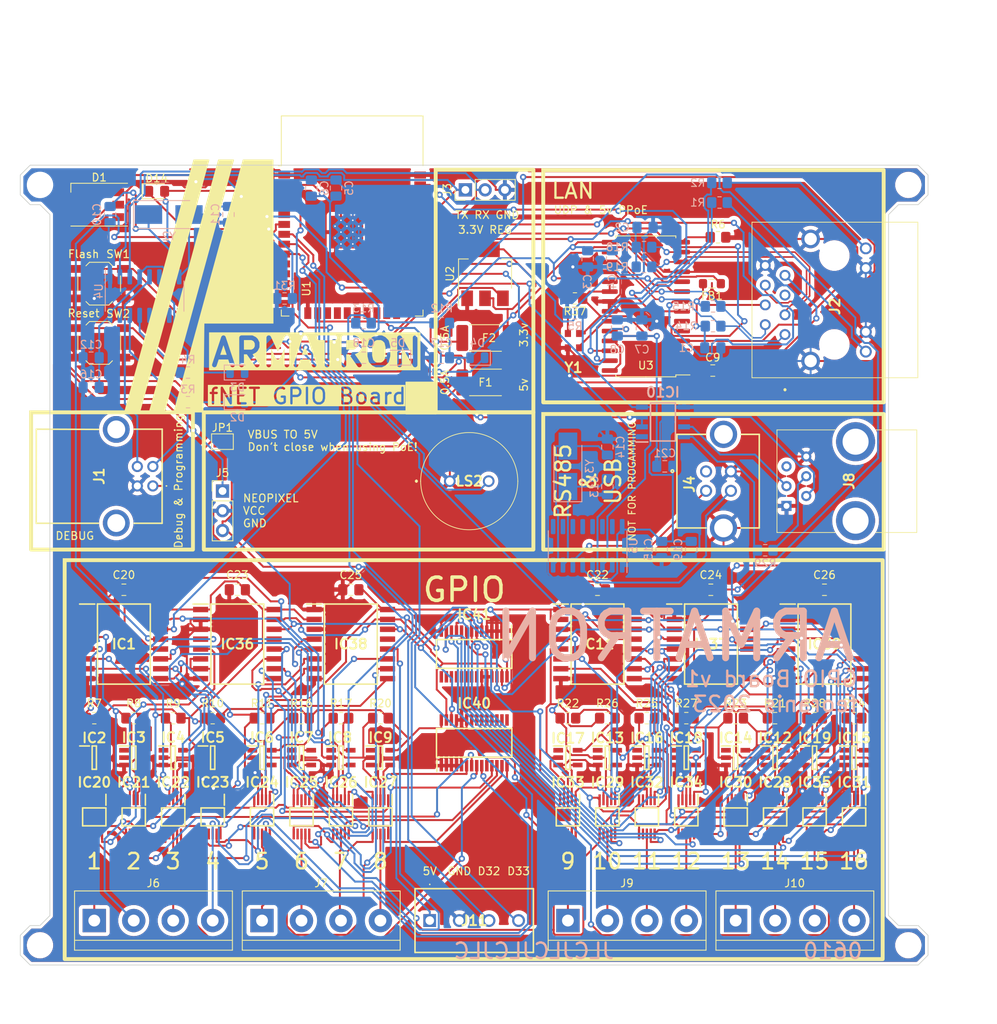
<source format=kicad_pcb>
(kicad_pcb (version 20221018) (generator pcbnew)
  (layers (0 "F.Cu" signal) (31 "B.Cu" signal) (34 "B.Paste" user) (35 "F.Paste" user) (36 "B.SilkS" user "B.Silkscreen") (37 "F.SilkS" user "F.Silkscreen") (38 "B.Mask" user) (39 "F.Mask" user) (44 "Edge.Cuts" user))
  (net 0 "")
  (net 1 "Net-(D14-K)")
  (net 2 "/Ethernet/RX-")
  (net 3 "/Ethernet/RX+")
  (net 4 "Net-(Y1-TRI-STATE)")
  (net 5 "+3.3V")
  (net 6 "GND")
  (net 7 "Net-(U3-VCAP)")
  (net 8 "Net-(U4-XI)")
  (net 9 "Net-(U4-XO)")
  (net 10 "PIN_RESET")
  (net 11 "PIN_FLASH")
  (net 12 "Net-(D1-DO)")
  (net 13 "NEOPIXEL")
  (net 14 "+5V")
  (net 16 "RESET_UART")
  (net 17 "FLASH_UART")
  (net 18 "Net-(D4-K)")
  (net 19 "Net-(D5-K)")
  (net 20 "Net-(U2-VO)")
  (net 21 "SDA")
  (net 22 "SCL")
  (net 23 "POWER_DETECT")
  (net 24 "/USB/VBUS")
  (net 25 "Net-(J1-D-)")
  (net 26 "Net-(J1-D+)")
  (net 27 "/Ethernet/TX_CT")
  (net 28 "TX")
  (net 29 "RX")
  (net 30 "Net-(C2-Pad1)")
  (net 31 "/Ethernet/TPOUT+")
  (net 32 "/Ethernet/RX_CT")
  (net 33 "PIEZO")
  (net 34 "Net-(J2-PadP9)")
  (net 35 "Net-(J2-PadP12)")
  (net 36 "/USB/nRTS")
  (net 37 "/Ethernet/TPOUT-")
  (net 38 "/USB/nDTR")
  (net 39 "POWER_EN")
  (net 40 "Net-(U3-OSC2)")
  (net 41 "Net-(U3-RBIAS)")
  (net 42 "Net-(U5-XI)")
  (net 43 "Net-(U5-XO)")
  (net 52 "ETH_INTER")
  (net 53 "ETH_CS")
  (net 54 "SCK")
  (net 55 "MISO")
  (net 57 "MOSI")
  (net 60 "Net-(U3-OSC1)")
  (net 66 "Net-(J4-D-)")
  (net 67 "Net-(J4-D+)")
  (net 68 "/Ethernet/LEDA")
  (net 69 "/Ethernet/LEDB")
  (net 70 "GPIO_1")
  (net 71 "GPIO_2")
  (net 72 "/GPIO Extender 1/GPIO Mux 0/IN")
  (net 75 "/GPIO Extender 1/GPIO Mux 1/IN")
  (net 76 "/GPIO Extender 1/GPIO Mux 2/IN")
  (net 82 "EX1_INT")
  (net 84 "Net-(IC2-OUT_Y)")
  (net 92 "RX2")
  (net 93 "DE")
  (net 94 "TX2")
  (net 95 "/Serial/A")
  (net 96 "/Serial/B")
  (net 101 "/Serial/nDTR")
  (net 102 "/Serial/nRTS")
  (net 103 "EX2_INT")
  (net 105 "Net-(IC12-OUT_Y)")
  (net 107 "Net-(IC13-OUT_Y)")
  (net 109 "Net-(IC14-OUT_Y)")
  (net 111 "Net-(IC15-OUT_Y)")
  (net 113 "Net-(IC16-OUT_Y)")
  (net 115 "Net-(IC17-OUT_Y)")
  (net 117 "Net-(IC18-OUT_Y)")
  (net 119 "Net-(IC19-OUT_Y)")
  (net 120 "Net-(IC21-NO1)")
  (net 121 "Net-(IC22-NO1)")
  (net 122 "Net-(IC23-NO1)")
  (net 123 "Net-(IC24-NO1)")
  (net 124 "Net-(IC25-NO1)")
  (net 125 "Net-(IC26-NO1)")
  (net 126 "Net-(IC27-NO1)")
  (net 127 "/GPIO Extender 1/OUT_1")
  (net 128 "/GPIO Extender 1/OUT_2")
  (net 129 "/GPIO Extender 1/OUT_3")
  (net 130 "/GPIO Extender 1/OUT_4")
  (net 131 "/GPIO Extender 1/OUT_5")
  (net 132 "/GPIO Extender 1/OUT_6")
  (net 133 "/GPIO Extender 1/OUT_7")
  (net 134 "/GPIO Extender 1/OUT_8")
  (net 135 "/GPIO Extender 2/OUT_6")
  (net 136 "/GPIO Extender 2/OUT_2")
  (net 137 "/GPIO Extender 2/OUT_5")
  (net 138 "/GPIO Extender 2/OUT_8")
  (net 139 "/GPIO Extender 2/OUT_3")
  (net 140 "/GPIO Extender 2/OUT_1")
  (net 141 "/GPIO Extender 2/OUT_4")
  (net 142 "/GPIO Extender 2/OUT_7")
  (net 147 "/GPIO Extender 1/GPIO Mux 3/IN")
  (net 148 "/GPIO Extender 1/GPIO Mux 4/IN")
  (net 149 "/GPIO Extender 1/GPIO Mux 5/IN")
  (net 150 "/GPIO Extender 1/GPIO Mux 6/IN")
  (net 151 "/GPIO Extender 1/GPIO Mux 7/IN")
  (net 152 "/GPIO Extender 2/GPIO Mux 0/IN")
  (net 153 "/GPIO Extender 2/GPIO Mux 1/IN")
  (net 154 "/GPIO Extender 2/GPIO Mux 2/IN")
  (net 155 "/GPIO Extender 2/GPIO Mux 3/IN")
  (net 156 "/GPIO Extender 2/GPIO Mux 4/IN")
  (net 157 "/GPIO Extender 2/GPIO Mux 5/IN")
  (net 158 "/GPIO Extender 2/GPIO Mux 6/IN")
  (net 159 "/GPIO Extender 2/GPIO Mux 7/IN")
  (net 160 "/GPIO Extender 1/GPIO Mux 1/A0")
  (net 161 "GPIO_ENA")
  (net 162 "/GPIO Extender 1/GPIO Mux 1/IN3")
  (net 163 "/GPIO Extender 1/PWM_1")
  (net 164 "/GPIO Extender 1/GPIO Mux 0/A0")
  (net 165 "/GPIO Extender 1/GPIO Mux 0/IN3")
  (net 166 "/GPIO Extender 1/PWM_0")
  (net 167 "/GPIO Extender 1/GPIO Mux 0/A1")
  (net 168 "/GPIO Extender 1/GPIO Mux 2/A0")
  (net 169 "/GPIO Extender 1/GPIO Mux 2/IN3")
  (net 170 "/GPIO Extender 1/PWM_2")
  (net 171 "/GPIO Extender 1/GPIO Mux 2/A1")
  (net 172 "/GPIO Extender 1/GPIO Mux 3/A0")
  (net 173 "/GPIO Extender 1/GPIO Mux 3/IN3")
  (net 174 "/GPIO Extender 1/PWM_3")
  (net 175 "/GPIO Extender 1/GPIO Mux 3/A1")
  (net 176 "/GPIO Extender 1/GPIO Mux 4/A0")
  (net 177 "/GPIO Extender 1/GPIO Mux 4/IN3")
  (net 178 "/GPIO Extender 1/PWM_4")
  (net 179 "/GPIO Extender 1/GPIO Mux 4/A1")
  (net 180 "/GPIO Extender 1/GPIO Mux 5/A0")
  (net 181 "/GPIO Extender 1/GPIO Mux 5/IN3")
  (net 182 "/GPIO Extender 1/PWM_5")
  (net 183 "/GPIO Extender 1/GPIO Mux 5/A1")
  (net 184 "/GPIO Extender 1/GPIO Mux 7/A0")
  (net 185 "/GPIO Extender 1/GPIO Mux 7/IN3")
  (net 186 "/GPIO Extender 1/PWM_7")
  (net 187 "/GPIO Extender 1/GPIO Mux 7/A1")
  (net 188 "/GPIO Extender 1/GPIO Mux 6/A0")
  (net 189 "/GPIO Extender 1/GPIO Mux 6/IN3")
  (net 190 "/GPIO Extender 1/PWM_6")
  (net 191 "/GPIO Extender 1/GPIO Mux 6/A1")
  (net 192 "/GPIO Extender 2/GPIO Mux 5/A0")
  (net 193 "/GPIO Extender 2/GPIO Mux 5/IN3")
  (net 194 "/GPIO Extender 2/PWM_5")
  (net 195 "/GPIO Extender 2/GPIO Mux 5/A1")
  (net 196 "/GPIO Extender 2/GPIO Mux 0/A0")
  (net 197 "/GPIO Extender 2/GPIO Mux 0/IN3")
  (net 198 "/GPIO Extender 2/PWM_0")
  (net 199 "/GPIO Extender 2/GPIO Mux 0/A1")
  (net 200 "/GPIO Extender 2/GPIO Mux 4/A0")
  (net 201 "/GPIO Extender 2/GPIO Mux 4/IN3")
  (net 202 "/GPIO Extender 2/PWM_4")
  (net 203 "/GPIO Extender 2/GPIO Mux 4/A1")
  (net 204 "/GPIO Extender 2/GPIO Mux 6/A0")
  (net 205 "/GPIO Extender 2/GPIO Mux 6/IN3")
  (net 206 "/GPIO Extender 2/PWM_6")
  (net 207 "/GPIO Extender 2/GPIO Mux 6/A1")
  (net 208 "/GPIO Extender 2/GPIO Mux 2/A0")
  (net 209 "/GPIO Extender 2/GPIO Mux 2/IN3")
  (net 210 "/GPIO Extender 2/PWM_2")
  (net 211 "/GPIO Extender 2/GPIO Mux 2/A1")
  (net 212 "/GPIO Extender 2/GPIO Mux 1/A0")
  (net 213 "/GPIO Extender 2/GPIO Mux 1/IN3")
  (net 214 "/GPIO Extender 2/PWM_1")
  (net 215 "/GPIO Extender 2/GPIO Mux 3/A0")
  (net 216 "/GPIO Extender 2/GPIO Mux 3/IN3")
  (net 217 "/GPIO Extender 2/PWM_3")
  (net 218 "/GPIO Extender 2/GPIO Mux 3/A1")
  (net 219 "/GPIO Extender 2/GPIO Mux 7/A0")
  (net 220 "/GPIO Extender 2/GPIO Mux 7/IN3")
  (net 221 "/GPIO Extender 2/PWM_7")
  (net 222 "/GPIO Extender 2/GPIO Mux 7/A1")
  (net 239 "/Serial/INTR")
  (net 240 "Net-(F1-Pad2)")
  (footprint "Resistor_SMD:R_0805_2012Metric_Pad1.20x1.40mm_HandSolder" (layer "F.Cu") (at 160.655 125.73 180)
    (fp_text reference "R22")
    (fp_text value "1K")
  )
  (footprint "SamacSys_Parts:SOT95P275X110-5N" (layer "F.Cu") (at 187.325 130.81)
    (fp_text reference "IC12")
    (fp_text value "M74VHC1GT50DTT1G" hide)
  )
  (footprint "Resistor_SMD:R_0805_2012Metric_Pad1.20x1.40mm_HandSolder" (layer "F.Cu") (at 182.245 125.73 180)
    (fp_text reference "R23")
    (fp_text value "1K")
  )
  (footprint "SamacSys_Parts:SOP50P490X110-10N" (layer "F.Cu") (at 187.325 138.43 -90)
    (fp_text reference "IC28")
    (fp_text value "MAX4634EUB+" hide)
  )
  (footprint "Button_Switch_SMD:SW_SPST_TL3342" (layer "F.Cu") (at 100.33 77.465)
    (fp_text reference "SW2")
    (fp_text value "SW_Push")
  )
  (footprint "Connector_PinHeader_2.54mm:PinHeader_1x03_P2.54mm_Vertical" (layer "F.Cu") (at 147.462 57.785 90)
    (fp_text reference "J3")
    (fp_text value "Conn_01x03_Pin")
  )
  (footprint "SamacSys_Parts:SOT95P275X110-5N" (layer "F.Cu") (at 126.365 130.81)
    (fp_text reference "IC7")
    (fp_text value "M74VHC1GT50DTT1G" hide)
  )
  (footprint "RF_Module:ESP32-WROOM-32" (layer "F.Cu") (at 132.887 64.13)
    (fp_text reference "U1")
    (fp_text value "ESP32-WROOM-32")
  )
  (footprint "SamacSys_Parts:SOT95P275X110-5N" (layer "F.Cu") (at 99.695 130.81)
    (fp_text reference "IC2")
    (fp_text value "M74VHC1GT50DTT1G" hide)
  )
  (footprint "Resistor_SMD:R_0805_2012Metric_Pad1.20x1.40mm_HandSolder" (layer "F.Cu") (at 165.735 125.73 180)
    (fp_text reference "R26")
    (fp_text value "1K")
  )
  (footprint "TerminalBlock:TerminalBlock_bornier-4_P5.08mm" (layer "F.Cu") (at 160.655 151.765)
    (fp_text reference "J9")
    (fp_text value "Screw_Terminal_01x04")
  )
  (footprint "Resistor_SMD:R_0805_2012Metric_Pad1.20x1.40mm_HandSolder" (layer "F.Cu") (at 161.56 71.755 180)
    (fp_text reference "R37")
    (fp_text value "10K")
  )
  (footprint "Resistor_SMD:R_0805_2012Metric_Pad1.20x1.40mm_HandSolder" (layer "F.Cu") (at 187.325 125.73 180)
    (fp_text reference "R21")
    (fp_text value "1K")
  )
  (footprint "Package_TO_SOT_SMD:SOT-223-3_TabPin2" (layer "F.Cu") (at 149.987 68.58 90)
    (fp_text reference "U2")
    (fp_text value "AMS1117-3.3")
  )
  (footprint "Fuse:Fuse_2512_6332Metric_Pad1.52x3.35mm_HandSolder" (layer "F.Cu") (at 150.0475 82.55)
    (fp_text reference "F1")
    (fp_text value "0.5A")
  )
  (footprint "SamacSys_Parts:SOIC127P1032X265-16N" (layer "F.Cu") (at 132.715 116.205)
    (fp_text reference "IC38")
    (fp_text value "PCF8574T_3,518" hide)
  )
  (footprint "MountingHole:MountingHole_2.7mm_M2.5" (layer "F.Cu") (at 92.71 57.15)
    (fp_text reference "H1" hide)
    (fp_text value "MountingHole")
  )
  (footprint "MountingHole:MountingHole_2.7mm_M2.5" (layer "F.Cu") (at 92.71 154.94)
    (fp_text reference "H4" hide)
    (fp_text value "MountingHole")
  )
  (footprint "SamacSys_Parts:SOIC127P1032X265-16N" (layer "F.Cu") (at 103.505 116.205)
    (fp_text reference "IC1")
    (fp_text value "PCF8574T_3,518" hide)
  )
  (footprint "Capacitor_SMD:C_0805_2012Metric_Pad1.18x1.45mm_HandSolder" (layer "F.Cu") (at 103.505 109.22 180)
    (fp_text reference "C20")
    (fp_text value "1uf")
  )
  (footprint "SamacSys_Parts:SOP50P490X110-10N" (layer "F.Cu") (at 165.735 138.43 -90)
    (fp_text reference "IC29")
    (fp_text value "MAX4634EUB+" hide)
  )
  (footprint "SamacSys_Parts:SOT95P275X110-5N" (layer "F.Cu") (at 197.485 130.81)
    (fp_text reference "IC15")
    (fp_text value "M74VHC1GT50DTT1G" hide)
  )
  (footprint "Connector_PinHeader_2.54mm:PinHeader_1x03_P2.54mm_Vertical" (layer "F.Cu") (at 116.205 96.52)
    (fp_text reference "J5")
    (fp_text value "Conn_01x03_Pin")
  )
  (footprint "Resistor_SMD:R_0805_2012Metric_Pad1.20x1.40mm_HandSolder" (layer "F.Cu") (at 99.695 125.73 180)
    (fp_text reference "R7")
    (fp_text value "1K")
  )
  (footprint "SamacSys_Parts:SOT95P275X110-5N" (layer "F.Cu") (at 175.895 130.81)
    (fp_text reference "IC18")
    (fp_text value "M74VHC1GT50DTT1G" hide)
  )
  (footprint "SamacSys_Parts:SOP50P490X110-10N" (layer "F.Cu") (at 182.245 138.43 -90)
    (fp_text reference "IC30")
    (fp_text value "MAX4634EUB+" hide)
  )
  (footprint "Button_Switch_SMD:SW_SPST_TL3342" (layer "F.Cu") (at 100.325 69.85)
    (fp_text reference "SW1")
    (fp_text value "SW_Push")
  )
  (footprint "SamacSys_Parts:SOT95P275X110-5N" (layer "F.Cu") (at 160.655 130.81)
    (fp_text reference "IC17")
    (fp_text value "M74VHC1GT50DTT1G" hide)
  )
  (footprint "TerminalBlock:TerminalBlock_bornier-4_P5.08mm" (layer "F.Cu") (at 99.695 151.765)
    (fp_text reference "J6")
    (fp_text value "Screw_Terminal_01x04")
  )
  (footprint "LED_SMD:LED_0805_2012Metric_Pad1.15x1.40mm_HandSolder" (layer "F.Cu") (at 107.725 57.965)
    (fp_text reference "D14")
    (fp_text value "LED_Small")
  )
  (footprint "Resistor_SMD:R_0805_2012Metric_Pad1.20x1.40mm_HandSolder" (layer "F.Cu") (at 114.935 125.73 180)
    (fp_text reference "R10")
    (fp_text value "1K")
  )
  (footprint "SamacSys_Parts:SOT95P275X110-5N" (layer "F.Cu") (at 131.445 130.81)
    (fp_text reference "IC8")
    (fp_text value "M74VHC1GT50DTT1G" hide)
  )
  (footprint "SamacSys_Parts:SOP65P640X110-28N" (layer "F.Cu") (at 148.59 128.905 90)
    (fp_text reference "IC40")
    (fp_text value "PCA9685PW,118" hide)
  )
  (footprint "SamacSys_Parts:SOP50P490X110-10N" (layer "F.Cu") (at 109.855 138.43 -90)
    (fp_text reference "IC22")
    (fp_text value "MAX4634EUB+" hide)
  )
  (footprint "SamacSys_Parts:SOIC127P1032X265-16N" (layer "F.Cu") (at 164.465 116.205)
    (fp_text reference "IC11")
    (fp_text value "PCF8574T_3,518" hide)
  )
  (footprint "Resistor_SMD:R_0805_2012Metric_Pad1.20x1.40mm_HandSolder" (layer "F.Cu") (at 136.525 125.73 180)
    (fp_text reference "R20")
    (fp_text value "1K")
  )
  (footprint "Resistor_SMD:R_0805_2012Metric_Pad1.20x1.40mm_HandSolder" (layer "F.Cu") (at 192.405 125.73 180)
    (fp_text reference "R28")
    (fp_text value "1K")
  )
  (footprint "Inductor_SMD:L_0805_2012Metric_Pad1.05x1.20mm_HandSolder" (layer "F.Cu") (at 179.19 69.85 180)
    (fp_text reference "FB1")
    (fp_text value "FerriteBead_Small")
  )
  (footprint "SamacSys_Parts:SOP50P490X110-10N" (layer "F.Cu") (at 104.775 138.43 -90)
    (fp_text reference "IC21")
    (fp_text value "MAX4634EUB+" hide)
  )
  (footprint "SamacSys_Parts:M701-330442" (layer "F.Cu") (at 180.685 95.25 90)
    (fp_text reference "J4")
    (fp_text value "USB_B" hide)
  )
  (footprint "SamacSys_Parts:SOP50P490X110-10N" (layer "F.Cu") (at 131.445 138.43 -90)
    (fp_text reference "IC26")
    (fp_text value "MAX4634EUB+" hide)
  )
  (footprint "SamacSys_Parts:SOT95P275X110-5N" (layer "F.Cu") (at 109.855 130.81)
    (fp_text reference "IC4")
    (fp_text value "M74VHC1GT50DTT1G" hide)
  )
  (footprint "SamacSys_Parts:SOP50P490X110-10N" (layer "F.Cu") (at 114.935 138.43 -90)
    (fp_text reference "IC23")
    (fp_text value "MAX4634EUB+" hide)
  )
  (footprint "TerminalBlock:TerminalBlock_bornier-4_P5.08mm" (layer "F.Cu") (at 182.245 151.765)
    (fp_text reference "J10")
    (fp_text value "Screw_Terminal_01x04")
  )
  (footprint "Capacitor_SMD:C_0805_2012Metric_Pad1.18x1.45mm_HandSolder" (layer "F.Cu") (at 164.465 109.22 180)
    (fp_text reference "C22")
    (fp_text value "1uf")
  )
  (footprint "SamacSys_Parts:SOP50P490X110-10N" (layer "F.Cu") (at 121.285 138.43 -90)
    (fp_text reference "IC24")
    (fp_text value "MAX4634EUB+" hide)
  )
  (footprint "SamacSys_Parts:SOIC127P1032X265-16N" (layer "F.Cu") (at 193.675 116.205)
    (fp_text reference "IC39")
    (fp_text value "PCF8574T_3,518" hide)
  )
  (footprint "SamacSys_Parts:SOP50P490X110-10N" (layer "F.Cu") (at 197.485 138.43 -90)
    (fp_text reference "IC31")
    (fp_text value "MAX4634EUB+" hide)
  )
  (footprint "Resistor_SMD:R_0805_2012Metric_Pad1.20x1.40mm_HandSolder" (layer "F.Cu") (at 175.895 125.73 180)
    (fp_text reference "R27")
    (fp_text value "1K")
  )
  (footprint "SamacSys_Parts:523379924" (layer "F.Cu") (at 188.595 76.3935 90)
    (fp_text reference "J2")
    (fp_text value "5-2337992-4" hide)
  )
  (footprint "SamacSys_Parts:SOT95P275X110-5N" (layer "F.Cu") (at 182.245 130.81)
    (fp_text reference "IC14")
    (fp_text value "M74VHC1GT50DTT1G" hide)
  )
  (footprint "MountingHole:MountingHole_2.7mm_M2.5" (layer "F.Cu") (at 204.47 57.15)
    (fp_text reference "H2" hide)
    (fp_text value "MountingHole")
  )
  (footprint "Resistor_SMD:R_0805_2012Metric_Pad1.20x1.40mm_HandSolder" (layer "F.Cu") (at 126.365 125.73 180)
    (fp_text reference "R16")
    (fp_text value "1K")
  )
  (footprint "SamacSys_Parts:SOIC127P1032X265-16N" (layer "F.Cu") (at 118.11 116.205)
    (fp_text reference "IC36")
    (fp_text value "PCF8574T_3,518" hide)
  )
  (footprint "Resistor_SMD:R_0805_2012Metric_Pad1.20x1.40mm_HandSolder" (layer "F.Cu") (at 109.855 125.73 180)
    (fp_text reference "R9")
    (fp_text value "1K")
  )
  (footprint "LED_SMD:LED_WS2812_PLCC6_5.0x5.0mm_P1.6mm" (layer "F.Cu") (at 100.33 59.69)
    (fp_text reference "D1")
    (fp_text value "Inolux_IN-PI556FCH")
  )
  (footprint "Resistor_SMD:R_0805_2012Metric_Pad1.20x1.40mm_HandSolder" (layer "F.Cu") (at 179.975 63.881)
    (fp_text reference "R6")
    (fp_text value "2.32K 1%")
  )
  (footprint "Fuse:Fuse_2512_6332Metric_Pad1.52x3.35mm_HandSolder" (layer "F.Cu") (at 150.0475 76.835 180)
    (fp_text reference "F2")
    (fp_text value "0.5A")
  )
  (footprint "SamacSys_Parts:SOT95P275X110-5N" (layer "F.Cu") (at 170.815 130.81)
    (fp_text reference "IC16")
    (fp_text value "M74VHC1GT50DTT1G" hide)
  )
  (footprint "SamacSys_Parts:87180064LF" (layer "F.Cu") (at 188.7905 98.4305 90)
    (fp_text reference "J8")
    (fp_text value "87180-064LF" hide)
  )
  (footprint "Capacitor_SMD:C_0805_2012Metric_Pad1.18x1.45mm_HandSolder" (layer "F.Cu") (at 132.715 109.22 180)
    (fp_text reference "C25")
    (fp_text value "1uf")
  )
  (footprint "Capacitor_SMD:C_0805_2012Metric_Pad1.18x1.45mm_HandSolder" (layer "F.Cu") (at 179.05 109.22 180)
    (fp_text reference "C24")
    (fp_text value "1uf")
  )
  (footprint "Capacitor_SMD:C_0805_2012Metric_Pad1.18x1.45mm_HandSolder" (layer "F.Cu") (at 179.3025 81.026)
    (fp_text reference "C9")
    (fp_text value "10uF")
  )
  (footprint "Resistor_SMD:R_0805_2012Metric_Pad1.20x1.40mm_HandSolder" (layer "F.Cu") (at 197.485 125.73 180)
    (fp_text reference "R24")
    (fp_text value "1K")
  )
  (footprint "SamacSys_Parts:SOP50P490X110-10N" (layer "F.Cu") (at 99.695 138.43 -90)
    (fp_text reference "IC20")
    (fp_text value "MAX4634EUB+" hide)
  )
  (footprint "SamacSys_Parts:SOT95P275X110-5N" (layer "F.Cu") (at 114.935 130.81)
    (fp_text reference "IC5")
    (fp_text value "M74VHC1GT50DTT1G" hide)
  )
  (footprint "TerminalBlock:TerminalBlock_bornier-4_P5.08mm" (layer "F.Cu") (at 121.285 151.765)
    (fp_text reference "J7")
    (fp_text value "Screw_Terminal_01x04")
  )
  (footprint "SamacSys_Parts:2843924" (layer "F.Cu") (at 142.875 151.765)
    (fp_text reference "J11")
    (fp_text value "Screw_Terminal_01x04" hide)
  )
  (footprint "Resistor_SMD:R_0805_2012Metric_Pad1.20x1.40mm_HandSolder" (layer "F.Cu") (at 170.815 125.73 180)
    (fp_text reference "R25")
    (fp_text value "1K")
  )
  (footprint "SamacSys_Parts:SOP50P490X110-10N" (layer "F.Cu") (at 192.405 138.43 -90)
    (fp_text reference "IC35")
    (fp_text value "MAX4634EUB+" hide)
  )
  (footprint "SamacSys_Parts:SOT95P275X110-5N" (layer "F.Cu") (at 192.405 130.81)
    (fp_text reference "IC19")
    (fp_text value "M74VHC1GT50DTT1G" hide)
  )
  (footprint "Jumper:SolderJumper-2_P1.3mm_Open_Pad1.0x1.5mm" (layer "F.Cu") (at 116.19 90.17)
    (fp_text reference "JP1")
    (fp_text value "SolderJumper_2_Open")
  )
  (footprint "SamacSys_Parts:SOP65P640X110-28N" (layer "F.Cu") (at 148.59 117.475 -90)
    (fp_text reference "IC41")
    (fp_text value "PCA9685PW,118" hide)
  )
  (footprint "SamacSys_Parts:SOT95P275X110-5N" (layer "F.Cu") (at 136.525 130.81)
    (fp_text reference "IC9")
    (fp_text value "M74VHC1GT50DTT1G" hide)
  )
  (footprint "SamacSys_Parts:SOP50P490X110-10N" (layer "F.Cu") (at 175.895 138.43 -90)
    (fp_text reference "IC34")
    (fp_text value "MAX4634EUB+" hide)
  )
  (footprint "SamacSys_Parts:SOP50P490X110-10N" (layer "F.Cu") (at 126.365 138.43 -90)
    (fp_text reference "IC25")
    (fp_text value "MAX4634EUB+" hide)
  )
  (footprint "Capacitor_SMD:C_0805_2012Metric_Pad1.18x1.45mm_HandSolder" (layer "F.Cu") (at 118.11 109.22 180)
    (fp_text reference "C23")
    (fp_text value "1uf")
  )
  (footprint "SamacSys_Parts:SOT95P275X110-5N" (layer "F.Cu") (at 165.735 130.81)
    (fp_text reference "IC13")
    (fp_text value "M74VHC1GT50DTT1G" hide)
  )
  (footprint "SamacSys_Parts:PT1241PFQ" (layer "F.Cu") (at 145.455 95.25)
    (fp_text reference "LS2")
    (fp_text value "PT-1241PFQ" hide)
  )
  (footprint "SamacSys_Parts:USB1030GFPBB" (layer "F.Cu") (at 107.235 95.865 -90)
    (fp_text reference "J1")
    (fp_text value "USB_B" hide)
  )
  (footprint "MountingHole:MountingHole_2.7mm_M2.5" (layer "F.Cu") (at 204.47 154.94)
    (fp_text reference "H3" hide)
    (fp_text value "MountingHole")
  )
  (footprint "SamacSys_Parts:SOT95P275X110-5N" (layer "F.Cu") (at 104.775 130.81)
    (fp_text reference "IC3")
    (fp_text value "M74VHC1GT50DTT1G" hide)
  )
  (footprint "Resistor_SMD:R_0805_2012Metric_Pad1.20x1.40mm_HandSolder" (layer "F.Cu") (at 131.445 125.73 180)
    (fp_text reference "R17")
    (fp_text value "1K")
  )
  (footprint "SamacSys_Parts:SOP50P490X110-10N" (layer "F.Cu") (at 160.655 138.43 -90)
    (fp_text reference "IC33")
    (fp_text value "MAX4634EUB+" hide)
  )
  (footprint "SamacSys_Parts:SOP50P490X110-10N" (layer "F.Cu") (at 170.815 138.43 -90)
    (fp_text reference "IC32")
    (fp_text value "MAX4634EUB+" hide)
  )
  (footprint "SamacSys_Parts:SOT95P275X110-5N" (layer "F.Cu") (at 121.285 130.81)
    (fp_text reference "IC6")
    (fp_text value "M74VHC1GT50DTT1G" hide)
  )
  (footprint "SamacSys_Parts:ECS2520MVLC250BNTR3" (layer "F.Cu") (at 161.38 77.18 -90)
    (fp_text reference "Y1")
    (fp_text value "ECS-2520MVLC-250-BN-TR3" hide)
  )
  (footprint "Resistor_SMD:R_0805_2012Metric_Pad1.20x1.40mm_HandSolder" (layer "F.Cu") (at 104.775 125.73 180)
    (fp_text reference "R8")
    (fp_text value "1K")
  )
  (footprint "Resistor_SMD:R_0805_2012Metric_Pad1.20x1.40mm_HandSolder" (layer "F.Cu") (at 121.285 125.73 180)
    (fp_text reference "R11")
    (fp_text value "1K")
  )
  (footprint "SamacSys_Parts:SOP50P490X110-10N" (layer "F.Cu") (at 136.525 138.43 -90)
    (fp_text reference "IC27")
    (fp_text value "MAX4634EUB+" hide)
  )
  (footprint "SamacSys_Parts:SOIC127P1032X265-16N" (layer "F.Cu") (at 179.07 116.205)
    (fp_text reference "IC37")
    (fp_text value "PCF8574T_3,518" hide)
  )
  (footprint "Capacitor_SMD:C_0805_2012Metric_Pad1.18x1.45mm_HandSolder" (layer "F.Cu") (at 193.675 109.22 180)
    (fp_text reference "C26")
    (fp_text value "1uf")
  )
  (footprint "Package_SO:SOIC-28W_7.5x17.9mm_P1.27mm" (layer "F.Cu") (at 170.688 72.771 180)
    (fp_text reference "U3")
    (fp_text value "ENC28J60x-SO")
  )
  (footprint "Package_SO:SOIC-16_3.9x9.9mm_P1.27mm" (layer "B.Cu") (at 106.172 71.4464 -90)
    (fp_text reference "U4")
    (fp_text value "CH340G")
  )
  (footprint "Capacitor_SMD:C_0805_2012Metric_Pad1.18x1.45mm_HandSolder" (layer "B.Cu") (at 165.735 90.865 90)
    (fp_text reference "C14")
    (fp_text value "22pF")
  )
  (footprint "Capacitor_SMD:C_0805_2012Metric_Pad1.18x1.45mm_HandSolder" (layer "B.Cu") (at 130.81 57.5525 90)
    (fp_text reference "C5")
    (fp_text value "10u")
  )
  (footprint "Resistor_SMD:R_0805_2012Metric_Pad1.20x1.40mm_HandSolder" (layer "B.Cu") (at 179.34 72.771 180)
    (fp_text reference "R15")
    (fp_text value "50R")
  )
  (footprint "Diode_SMD:D_0805_2012Metric" (layer "B.Cu") (at 118.11 85.09)
    (fp_text reference "D2")
    (fp_text value "D")
  )
  (footprint "Crystal:Crystal_SMD_5032-2Pin_5.0x3.2mm_HandSoldering" (layer "B.Cu") (at 109.287 60.96)
    (fp_text reference "Y2")
    (fp_text value "12MHz")
  )
  (footprint "Capacitor_SMD:C_0805_2012Metric_Pad1.18x1.45mm_HandSolder" (layer "B.Cu") (at 144.3775 79.375 180)
    (fp_text reference "C17")
    (fp_text value "100n")
  )
  (footprint "Diode_SMD:D_0805_2012Metric" (layer "B.Cu") (at 118.11 81.28)
    (fp_text reference "D3")
    (fp_text value "D")
  )
  (footprint "Capacitor_SMD:C_0805_2012Metric_Pad1.18x1.45mm_HandSolder" (layer "B.Cu") (at 163.195 66.6535 -90)
    (fp_text reference "C3")
    (fp_text value "100n")
  )
  (footprint "Package_SO:SOIC-16_3.9x9.9mm_P1.27mm" (layer "B.Cu") (at 163.195 103.57 90)
    (fp_text reference "U5")
    (fp_text value "CH340G")
  )
  (footprint "Resistor_SMD:R_0805_2012Metric_Pad1.20x1.40mm_HandSolder" (layer "B.Cu") (at 170.45 65.151 180)
    (fp_text reference "R18")
    (fp_text value "50R")
  )
  (footprint "Resistor_SMD:R_0805_2012Metric_Pad1.20x1.40mm_HandSolder" (layer "B.Cu") (at 111.76 81.28 180)
    (fp_text reference "R4")
    (fp_text value "10K")
  )
  (footprint "Capacitor_SMD:C_0805_2012Metric_Pad1.18x1.45mm_HandSolder" (layer "B.Cu") (at 170.5825 62.611)
    (fp_text reference "C2")
    (fp_text value "0.1uF")
  )
  (footprint "Capacitor_SMD:C_0805_2012Metric_Pad1.18x1.45mm_HandSolder" (layer "B.Cu") (at 166.37 66.6535 -90)
    (fp_text reference "C4")
    (fp_text value "10uF")
  )
  (footprint "Capacitor_SMD:C_0805_2012Metric_Pad1.18x1.45mm_HandSolder" (layer "B.Cu") (at 127.635 57.5525 90)
    (fp_text reference "C6")
    (fp_text value "100n")
  )
  (footprint "Capacitor_SMD:C_0805_2012Metric_Pad1.18x1.45mm_HandSolder" (layer "B.Cu") (at 101.727 60.96 -90)
    (fp_text reference "C10")
    (fp_text value "22pF")
  )
  (footprint "Capacitor_SMD:C_0805_2012Metric_Pad1.18x1.45mm_HandSolder" (layer "B.Cu") (at 99.2925 83.185 180)
    (fp_text reference "C16")
    (fp_text value "100n")
  )
  (footprint "Capacitor_SMD:C_0805_2012Metric_Pad1.18x1.45mm_HandSolder" (layer "B.Cu") (at 167.005 75.5435 90)
    (fp_text reference "C8")
    (fp_text value "10uF")
  )
  (footprint "Crystal:Crystal_SMD_5032-2Pin_5.0x3.2mm_HandSoldering" (layer "B.Cu") (at 160.655 93.345 90)
    (fp_text reference "Y3")
    (fp_text value "12MHz")
  )
  (footprint "Capacitor_SMD:C_0805_2012Metric_Pad1.18x1.45mm_HandSolder" (layer "B.Cu") (at 116.967 60.96 -90)
    (fp_text reference "C11")
    (fp_text value "22pF")
  )
  (footprint "Resistor_SMD:R_0805_2012Metric_Pad1.20x1.40mm_HandSolder" (layer "B.Cu") (at 134.35 74.93)
    (fp_text reference "R13")
    (fp_text value "10K")
  )
  (footprint "Diode_SMD:D_0805_2012Metric" (layer "B.Cu") (at 148.995 79.375 180)
    (fp_text reference "D4")
    (fp_text value "D")
  )
  (footprint "Capacitor_SMD:C_0805_2012Metric_Pad1.18x1.45mm_HandSolder" (layer "B.Cu") (at 99.2925 79.375 180)
    (fp_text reference "C12")
    (fp_text value "4.7u")
  )
  (footprint "Capacitor_SMD:C_0805_2012Metric_Pad1.18x1.45mm_HandSolder" (layer "B.Cu") (at 172.72 104.0375 -90)
    (fp_text reference "C15")
    (fp_text value "4.7u")
  )
  (footprint "Resistor_SMD:R_0805_2012Metric_Pad1.20x1.40mm_HandSolder" (layer "B.Cu") (at 180.165 56.876 180)
    (fp_text reference "R2")
    (fp_text value "220R")
  )
  (footprint "Capacitor_SMD:C_0805_2012Metric_Pad1.18x1.45mm_HandSolder" (layer "B.Cu") (at 165.735 95.945 -90)
    (fp_text reference "C13")
    (fp_text value "22pF")
  )
  (footprint "Capacitor_SMD:C_0805_2012Metric_Pad1.18x1.45mm_HandSolder" (layer "B.Cu") (at 176.53 104.0375 -90)
    (fp_text reference "C19")
    (fp_text value "100n")
  )
  (footprint "Resistor_SMD:R_0805_2012Metric_Pad1.20x1.40mm_HandSolder" (layer "B.Cu") (at 111.76 85.09 180)
    (fp_text reference "R3")
    (fp_text value "10K")
  )
  (footprint "Capacitor_SMD:C_0805_2012Metric_Pad1.18x1.45mm_HandSolder" (layer "B.Cu") (at 173.1225 93.345 180)
    (fp_text reference "C21")
    (fp_text value "1uf")
  )
  (footprint "Resistor_SMD:R_0805_2012Metric_Pad1.20x1.40mm_HandSolder" (layer "B.Cu") (at 161.56 73.66)
    (fp_text reference "R5")
    (fp_text value "10K")
  )
  (footprint "SamacSys_Parts:SOIC127P600X175-8N" (layer "B.Cu") (at 172.892 87.63)
    (fp_text reference "IC10")
    (fp_text value "MAX485ESA+" hide)
  )
  (footprint "Resistor_SMD:R_0805_2012Metric_Pad1.20x1.40mm_HandSolder" (layer "B.Cu") (at 186.055 104.14)
    (fp_text reference "R29")
    (fp_text value "10K")
  )
  (footprint "Resistor_SMD:R_0805_2012Metric_Pad1.20x1.40mm_HandSolder" (layer "B.Cu") (at 180.165 59.416 180)
    (fp_text reference "R1")
    (fp_text value "220R")
  )
  (footprint "Resistor_SMD:R_0805_2012Metric_Pad1.20x1.40mm_HandSolder" (layer "B.Cu") (at 124.19 71.755 180)
    (fp_text reference "R31")
    (fp_text value "1K")
  )
  (footprint "Capacitor_SMD:C_0805_2012Metric_Pad1.18x1.45mm_HandSolder" (layer "B.Cu") (at 134.3875 79.375 180)
    (fp_text reference "C18")
    (fp_text value "100n")
  )
  (footprint "Capacitor_SMD:C_0805_2012Metric_Pad1.18x1.45mm_HandSolder" (layer "B.Cu") (at 170.18 75.5435 90)
    (fp_text reference "C7")
    (fp_text value "100n")
  )
  (footprint "Capacitor_SMD:C_0805_2012Metric_Pad1.18x1.45mm_HandSolder" (layer "B.Cu") (at 179.3025 78.105)
    (fp_text reference "C1")
    (fp_text value "0.1uF")
  )
  (footprint "Resistor_SMD:R_0805_2012Metric_Pad1.20x1.40mm_HandSolder" (layer "B.Cu") (at 179.34 75.311)
    (fp_text reference "R14")
    (fp_text value "50R")
  )
  (footprint "Diode_SMD:D_0805_2012Metric" (layer "B.Cu") (at 138.7625 79.375 180)
    (fp_text reference "D5")
    (fp_text value "D")
  )
  (footprint "Resistor_SMD:R_0805_2012Metric_Pad1.20x1.40mm_HandSolder" (layer "B.Cu") (at 144.415 74.93)
    (fp_text reference "R12")
    (fp_text value "10K")
  )
  (footprint "Resistor_SMD:R_0805_2012Metric_Pad1.20x1.40mm_HandSolder" (layer "B.Cu") (at 170.45 67.691)
    (fp_text reference "R19")
    (fp_text value "50R")
  )
  (gr_poly (pts (xy 114.427 53.95) (xy 105.537 86.335) (xy 103.632 86.335) (xy 112.522 53.95)) (stroke (width 0.15)) (fill solid) (layer "F.SilkS"))
  (gr_rect (start 91.567 86.3985) (end 112.395 104.0515) (stroke (width 0.5)) (fill none) (layer "F.SilkS"))
  (gr_rect (start 157.48 55.245) (end 201.295 85.1154) (stroke (width 0.5)) (fill none) (layer "F.SilkS"))
  (gr_rect (start 113.792 86.3985) (end 156.21 104.0515) (stroke (width 0.5)) (fill none) (layer "F.SilkS"))
  (gr_poly (pts (xy 117.602 53.95) (xy 108.712 86.335) (xy 106.807 86.335) (xy 115.697 53.95)) (stroke (width 0.15)) (fill solid) (layer "F.SilkS"))
  (gr_poly (pts (xy 122.682 53.95) (xy 122.682 74.905) (xy 113.792 74.905) (xy 113.665 86.335) (xy 109.982 86.335) (xy 118.872 53.95)) (stroke (width 0.15)) (fill solid) (layer "F.SilkS"))
  (gr_rect (start 157.48 86.614) (end 201.295 104.0515) (stroke (width 0.5)) (fill none) (layer "F.SilkS"))
  (gr_rect (start 143.637 55.1946) (end 156.21 86.3985) (stroke (width 0.5)) (fill none) (layer "F.SilkS"))
  (gr_rect (start 95.885 105.41) (end 201.168 156.718) (stroke (width 0.5)) (fill none) (layer "F.SilkS"))
  (gr_poly (pts (xy 143.637 82.525) (xy 139.827 82.525) (xy 139.827 86.589) (xy 143.637 86.589)) (stroke (width 0.15)) (fill solid) (layer "F.SilkS"))
  (gr_poly (pts (xy 93.98 54.61) (xy 91.44 54.61) (xy 90.17 55.88) (xy 90.17 58.42) (xy 91.44 59.69) (xy 92.71 59.69) (xy 93.98 60.96) (xy 93.98 151.13) (xy 92.71 152.4) (xy 91.44 152.4) (xy 90.17 153.67) (xy 90.17 156.21) (xy 91.44 157.48) (xy 205.74 157.48) (xy 207.01 156.21) (xy 207.01 153.67) (xy 205.74 152.4) (xy 203.2 152.4) (xy 201.93 151.13) (xy 201.93 60.96) (xy 203.2 59.69) (xy 205.74 59.69) (xy 207.01 58.42) (xy 207.01 55.88) (xy 205.74 54.61)) (stroke (width 0.1)) (fill none) (layer "Edge.Cuts"))
  (gr_text "ARMATRON" (at 198.12 118.745) (layer "B.SilkS") (effects (font (size 6 6) (thickness 0.9)) (justify left bottom mirror)))
  (gr_text "0610                JLCJLCJLCJLC" (at 198.755 156.845) (layer "B.SilkS") (effects (font (size 2 2) (thickness 0.3)) (justify left bottom mirror)))
  (gr_text "GPIO Board v1\nfeoranis 2023" (at 198.12 125.095) (layer "B.SilkS") (effects (font (size 2 2) (thickness 0.3)) (justify left bottom mirror)))
  (gr_text "3.3V REG" (at 149.987 63.5) (layer "F.SilkS") (effects (font (size 1 1)) (justify bottom)))
  (gr_text "Flash" (at 98.323 66.045) (layer "F.SilkS") (effects (font (size 1 1))))
  (gr_text "D33" (at 154.305 145.415) (layer "F.SilkS") (effects (font (size 1 1))))
  (gr_text "fNET GPIO Board" (at 114.3 83.16) (layer "F.SilkS" knockout) (effects (font (size 2 2) (thickness 0.3)) (justify left top)))
  (gr_text "5v" (at 155.575 83.82 90) (layer "F.SilkS") (effects (font (size 1 1)) (justify left bottom)))
  (gr_text "GPIO" (at 147.32 109.22) (layer "F.SilkS") (effects (font (size 3 3) (thickness 0.45))))
  (gr_text "4" (at 114.935 144.145) (layer "F.SilkS") (effects (font (size 2 2) (thickness 0.3))))
  (gr_text "11" (at 170.815 144.145) (layer "F.SilkS") (effects (font (size 2 2) (thickness 0.3))))
  (gr_text "Reset" (at 98.323 73.665) (layer "F.SilkS") (effects (font (size 1 1))))
  (gr_text "DEBUG" (at 94.615 102.87) (layer "F.SilkS") (effects (font (size 1 1)) (justify left bottom)))
  (gr_text "10" (at 165.735 144.145) (layer "F.SilkS") (effects (font (size 2 2) (thickness 0.3))))
  (gr_text "3" (at 109.855 144.145) (layer "F.SilkS") (effects (font (size 2 2) (thickness 0.3))))
  (gr_text "0.5A" (at 145.415 76.835 90) (layer "F.SilkS") (effects (font (size 1 1)) (justify bottom)))
  (gr_text "14" (at 187.325 144.145) (layer "F.SilkS") (effects (font (size 2 2) (thickness 0.3))))
  (gr_text "LAN" (at 161.29 59.055) (layer "F.SilkS") (effects (font (size 2 2) (thickness 0.3)) (justify bottom)))
  (gr_text "8" (at 136.525 144.145) (layer "F.SilkS") (effects (font (size 2 2) (thickness 0.3))))
  (gr_text "6" (at 126.365 144.145) (layer "F.SilkS") (effects (font (size 2 2) (thickness 0.3))))
  (gr_text "NOT FOR PROGAMMING" (at 168.91 95.25 90) (layer "F.SilkS") (effects (font (size 0.9 0.9) (thickness 0.135))))
  (gr_text "GND" (at 146.685 145.415) (layer "F.SilkS") (effects (font (size 1 1))))
  (gr_text "RS485\n & \nUSB" (at 167.64 95.25 90) (layer "F.SilkS") (effects (font (size 2 2) (thickness 0.3)) (justify bottom)))
  (gr_text "ARMATRON" (at 114.427 78.715) (layer "F.SilkS" knockout) (effects (font (size 3.5 3.5) (thickness 0.6)) (justify left)))
  (gr_text "1" (at 99.695 144.145) (layer "F.SilkS") (effects (font (size 2 2) (thickness 0.3))))
  (gr_text "5V" (at 142.875 145.415) (layer "F.SilkS") (effects (font (size 1 1))))
  (gr_text "NEOPIXEL\nVCC\nGND\n" (at 118.745 99.06) (layer "F.SilkS") (effects (font (size 1 1)) (justify left)))
  (gr_text "2" (at 104.775 144.145) (layer "F.SilkS") (effects (font (size 2 2) (thickness 0.3))))
  (gr_text "15" (at 192.405 144.145) (layer "F.SilkS") (effects (font (size 2 2) (thickness 0.3))))
  (gr_text "13" (at 182.245 144.145) (layer "F.SilkS") (effects (font (size 2 2) (thickness 0.3))))
  (gr_text "0.5A" (at 145.415 82.55 90) (layer "F.SilkS") (effects (font (size 1 1)) (justify bottom)))
  (gr_text "12" (at 175.895 144.145) (layer "F.SilkS") (effects (font (size 2 2) (thickness 0.3))))
  (gr_text "16" (at 197.485 144.145) (layer "F.SilkS") (effects (font (size 2 2) (thickness 0.3))))
  (gr_text "VBUS TO 5V\nDon't close when using PoE!" (at 119.35 91.44) (layer "F.SilkS") (effects (font (size 1 1)) (justify left bottom)))
  (gr_text "TX RX GND" (at 146.05 61.595) (layer "F.SilkS") (effects (font (size 1 1)) (justify left bottom)))
  (gr_text "UDP & 5v PPoE" (at 158.75 60.96) (layer "F.SilkS") (effects (font (size 1 1)) (justify left bottom)))
  (gr_text "7" (at 131.445 144.145) (layer "F.SilkS") (effects (font (size 2 2) (thickness 0.3))))
  (gr_text "D32" (at 150.495 145.415) (layer "F.SilkS") (effects (font (size 1 1))))
  (gr_text "9" (at 160.655 144.145) (layer "F.SilkS") (effects (font (size 2 2) (thickness 0.3))))
  (gr_text "Debug & Programming" (at 111.125 95.25 90) (layer "F.SilkS") (effects (font (size 1 1)) (justify bottom)))
  (gr_text "5" (at 121.285 144.145) (layer "F.SilkS") (effects (font (size 2 2) (thickness 0.3))))
  (gr_text "3.3v" (at 155.575 78.105 90) (layer "F.SilkS") (effects (font (size 1 1)) (justify left bottom)))
  (segment (start 111.3178 62.8256) (end 106.7 58.2078) (width 0.25) (layer "F.Cu") (net 1))
  (segment (start 122.1532 62.8256) (end 111.3178 62.8256) (width 0.25) (layer "F.Cu") (net 1))
  (segment (start 106.7 58.2078) (end 106.7 57.965) (width 0.25) (layer "F.Cu") (net 1))
  (via (at 122.1532 62.8256) (size 0.8) (drill 0.4) (layers "F.Cu" "B.Cu") (net 1))
  (segment (start 125.19 71.755) (end 125.19 65.8624) (width 0.25) (layer "B.Cu") (net 1))
  (segment (start 125.19 65.8624) (end 122.1532 62.8256) (width 0.25) (layer "B.Cu") (net 1))
  (segment locked (start 175.973 66.421) (end 189.865 66.421) (width 0.2) (layer "F.Cu") (net 2))
  (segment locked (start 189.009214 72.3135) (end 187.5025 72.3135) (width 0.2) (layer "F.Cu") (net 2))
  (segment locked (start 186.055 70.866) (end 186.055 70.0435) (width 0.2) (layer "F.Cu") (net 2))
  (segment locked (start 189.186714 72.136) (end 189.009214 72.3135) (width 0.2) (layer "F.Cu") (net 2))
  (segment locked (start 191.37 71.266) (end 190.5 72.136) (width 0.2) (layer "F.Cu") (net 2))
  (segment locked (start 191.37 67.926) (end 191.37 71.266) (width 0.2) (layer "F.Cu") (net 2))
  (segment locked (start 190.5 72.136) (end 189.186714 72.136) (width 0.2) (layer "F.Cu") (net 2))
  (segment locked (start 173.355 67.056) (end 175.338 67.056) (width 0.2) (layer "F.Cu") (net 2))
  (segment locked (start 189.865 66.421) (end 191.37 67.926) (width 0.2) (layer "F.Cu") (net 2))
  (segment locked (start 175.338 67.056) (end 175.973 66.421) (width 0.2) (layer "F.Cu") (net 2))
  (segment locked (start 187.5025 72.3135) (end 186.055 70.866) (width 0.2) (layer "F.Cu") (net 2))
  (via locked (at 173.355 67.056) (size 0.8) (drill 0.4) (layers "F.Cu" "B.Cu") (net 2))
  (segment locked (start 171.45 67.691) (end 172.72 67.691) (width 0.2) (layer "B.Cu") (net 2))
  (segment locked (start 172.72 67.691) (end 173.355 67.056) (width 0.2) (layer "B.Cu") (net 2))
  (segment locked (start 189.865 65.786) (end 191.77 67.691) (width 0.2) (layer "F.Cu") (net 3))
  (segment locked (start 176.295 65.786) (end 189.865 65.786) (width 0.2) (layer "F.Cu") (net 3))
  (segment locked (start 190.665685 72.536) (end 189.465 72.536) (width 0.2) (layer "F.Cu") (net 3))
  (segment locked (start 191.77 71.431686) (end 190.665685 72.536) (width 0.2) (layer "F.Cu") (net 3))
  (segment (start 175.338 65.786) (end 176.295 65.786) (width 0.25) (layer "F.Cu") (net 3))
  (segment locked (start 175.338 65.786) (end 173.355 65.786) (width 0.2) (layer "F.Cu") (net 3))
  (segment locked (start 188.595 73.406) (end 188.595 73.8535) (width 0.2) (layer "F.Cu") (net 3))
  (segment locked (start 189.465 72.536) (end 188.595 73.406) (width 0.2) (layer "F.Cu") (net 3))
  (segment locked (start 191.77 67.691) (end 191.77 71.431686) (width 0.2) (layer "F.Cu") (net 3))
  (via locked (at 173.355 65.786) (size 0.8) (drill 0.4) (layers "F.Cu" "B.Cu") (net 3))
  (segment locked (start 172.72 65.151) (end 171.45 65.151) (width 0.2) (layer "B.Cu") (net 3))
  (segment locked (start 173.355 65.786) (end 172.72 65.151) (width 0.2) (layer "B.Cu") (net 3))
  (segment (start 160.655 76.255) (end 160.655 71.85) (width 0.25) (layer "F.Cu") (net 4))
  (segment (start 160.655 71.85) (end 160.56 71.755) (width 0.25) (layer "F.Cu") (net 4))
  (segment (start 106.9751 126.9301) (end 105.775 125.73) (width 0.25) (layer "F.Cu") (net 5))
  (segment (start 161.905 129.86) (end 162.8551 129.86) (width 0.25) (layer "F.Cu") (net 5))
  (segment (start 176.1949 129.86) (end 175.5698 129.2349) (width 0.25) (layer "F.Cu") (net 5))
  (segment (start 171.815 127.4248) (end 170.8639 128.3759) (width 0.25) (layer "F.Cu") (net 5))
  (segment (start 113.385 111.76) (end 114.6851 111.76) (width 0.25) (layer "F.Cu") (net 5))
  (segment (start 162.6454 143.7447) (end 164.735 141.6551) (width 0.25) (layer "F.Cu") (net 5))
  (segment (start 180.34 69.85) (end 179.3819 68.8919) (width 0.25) (layer "F.Cu") (net 5))
  (segment (start 173.3532 137.6178) (end 173.7069 137.2641) (width 0.25) (layer "F.Cu") (net 5))
  (segment (start 120.285 140.63) (end 120.285 139.6049) (width 0.25) (layer "F.Cu") (net 5))
  (segment (start 124.137 57.15) (end 127.878 57.15) (width 0.25) (layer "F.Cu") (net 5))
  (segment (start 130.15 141.6551) (end 130.445 141.6551) (width 0.25) (layer "F.Cu") (net 5))
  (segment (start 164.7842 127.9309) (end 162.8551 129.86) (width 0.25) (layer "F.Cu") (net 5))
  (segment (start 158.8298 142.4803) (end 158.8298 152.9601) (width 0.25) (layer "F.Cu") (net 5))
  (segment (start 158.8298 152.9601) (end 158.8298 153.4193) (width 0.25) (layer "F.Cu") (net 5))
  (segment (start 194.5599 114.3) (end 188.95 114.3) (width 0.25) (layer "F.Cu") (net 5))
  (segment (start 197.2125 111.76) (end 197.0999 111.76) (width 0.25) (layer "F.Cu") (net 5))
  (segment (start 179.435 111.76) (end 176.895 114.3) (width 0.25) (layer "F.Cu") (net 5))
  (segment (start 162.105 76.255) (end 162.8301 76.255) (width 0.25) (layer "F.Cu") (net 5))
  (segment (start 116.185 129.86) (end 115.2349 129.86) (width 0.25) (layer "F.Cu") (net 5))
  (segment (start 106.9751 129.86) (end 106.9751 126.9301) (width 0.25) (layer "F.Cu") (net 5))
  (segment (start 164.4459 108.1634) (end 165.5025 109.22) (width 0.25) (layer "F.Cu") (net 5))
  (segment (start 132.0977 118.4896) (end 127.1867 123.4006) (width 0.25) (layer "F.Cu") (net 5))
  (segment (start 158.8298 153.4193) (end 159.0007 153.5902) (width 0.25) (layer "F.Cu") (net 5))
  (segment (start 108.75 57.965) (end 108.803 57.912) (width 0.25) (layer "F.Cu") (net 5))
  (segment (start 181.245 139.7174) (end 181.245 139.6049) (width 0.25) (layer "F.Cu") (net 5))
  (segment (start 198.4 111.76) (end 197.2125 111.76) (width 0.25) (layer "F.Cu") (net 5))
  (segment (start 126.3092 124.6742) (end 123.3408 124.6742) (width 0.25) (layer "F.Cu") (net 5))
  (segment (start 130.445 140.63) (end 130.445 141.6551) (width 0.25) (layer "F.Cu") (net 5))
  (segment (start 173.3532 139.3925) (end 170.0274 139.3925) (width 0.25) (layer "F.Cu") (net 5))
  (segment (start 159.655 141.6551) (end 158.8298 142.4803) (width 0.25) (layer "F.Cu") (net 5))
  (segment (start 127.365 125.73) (end 126.3092 124.6742) (width 0.25) (layer "F.Cu") (net 5))
  (segment (start 184.4451 129.86) (end 184.9577 129.3474) (width 0.25) (layer "F.Cu") (net 5))
  (segment (start 164.7878 74.041) (end 168.3685 74.041) (width 0.25) (layer "F.Cu") (net 5))
  (segment (start 177.2394 68.8919) (end 177.1703 68.961) (width 0.25) (layer "F.Cu") (net 5))
  (segment (start 187.6499 111.76) (end 183.795 111.76) (width 0.25) (layer "F.Cu") (net 5))
  (segment (start 181.245 139.6049) (end 174.895 139.6049) (width 0.25) (layer "F.Cu") (net 5))
  (segment (start 122.185 111.76) (end 122.835 111.76) (width 0.25) (layer "F.Cu") (net 5))
  (segment (start 173.3532 139.3925) (end 173.3532 137.6178) (width 0.25) (layer "F.Cu") (net 5))
  (segment (start 162.6866 108.1634) (end 164.4459 108.1634) (width 0.25) (layer "F.Cu") (net 5))
  (segment (start 186.9998 129.2349) (end 187.6249 129.86) (width 0.25) (layer "F.Cu") (net 5))
  (segment (start 198.26 129.86) (end 198.735 129.86) (width 0.25) (layer "F.Cu") (net 5))
  (segment (start 173.6327 129.2424) (end 173.0151 129.86) (width 0.25) (layer "F.Cu") (net 5))
  (segment (start 168.4595 138.2494) (end 166.3059 138.2494) (width 0.25) (layer "F.Cu") (net 5))
  (segment (start 108.855 140.63) (end 108.855 139.6049) (width 0.25) (layer "F.Cu") (net 5))
  (segment (start 111.9102 125.73) (end 113.5035 124.1367) (width 0.25) (layer "F.Cu") (net 5))
  (segment (start 129.6585 141.1636) (end 130.15 141.6551) (width 0.25) (layer "F.Cu") (net 5))
  (segment (start 165.0559 127.4091) (end 165.0559 127.9309) (width 0.25) (layer "F.Cu") (net 5))
  (segment (start 176.895 114.3) (end 174.345 114.3) (width 0.25) (layer "F.Cu") (net 5))
  (segment (start 162.8301 75.9987) (end 164.7878 74.041) (width 0.25) (layer "F.Cu") (net 5))
  (segment (start 188.575 129.86) (end 187.6249 129.86) (width 0.25) (layer "F.Cu") (net 5))
  (segment (start 166.3059 138.2494) (end 164.735 139.8203) (width 0.25) (layer "F.Cu") (net 5))
  (segment (start 165.0559 127.9309) (end 164.7842 127.9309) (width 0.25) (layer "F.Cu") (net 5))
  (segment (start 192.7049 129.86) (end 192.7049 126.4301) (width 0.25) (layer "F.Cu") (net 5))
  (segment (start 171.815 127.4248) (end 171.815 125.73) (width 0.25) (layer "F.Cu") (net 5))
  (segment (start 137.115 111.76) (end 137.44 111.76) (width 0.25) (layer "F.Cu") (net 5))
  (segment (start 173.7069 137.2641) (end 173.7069 134.6585) (width 0.25) (layer "F.Cu") (net 5))
  (segment (start 168.54 111.76) (end 167.8899 111.76) (width 0.25) (layer "F.Cu") (net 5))
  (segment (start 127.1867 123.4006) (end 122.1953 123.4006) (width 0.25) (layer "F.Cu") (net 5))
  (segment (start 197.3945 139.3923) (end 200.1911 136.5957) (width 0.25) (layer "F.Cu") (net 5))
  (segment (start 125.365 139.6049) (end 128.5628 139.6049) (width 0.25) (layer "F.Cu") (net 5))
  (segment (start 159.74 113.03) (end 158.4399 113.03) (width 0.25) (layer "F.Cu") (net 5))
  (segment (start 191.405 140.63) (end 191.405 139.6049) (width 0.25) (layer "F.Cu") (net 5))
  (segment (start 136.79 111.76) (end 134.25 109.22) (width 0.25) (layer "F.Cu") (net 5))
  (segment (start 96.9948 125.641) (end 98.9894 123.6464) (width 0.25) (layer "F.Cu") (net 5))
  (segment (start 173.6327 129.2424) (end 171.815 127.4248) (width 0.25) (layer "F.Cu") (net 5))
  (segment (start 159.09 111.76) (end 162.6866 108.1634) (width 0.25) (layer "F.Cu") (net 5))
  (segment (start 175.5698 129.2349) (end 173.6402 129.2349) (width 0.25) (layer "F.Cu") (net 5))
  (segment (start 137.775 129.86) (end 138.7251 129.86) (width 0.25) (layer "F.Cu") (net 5))
  (segment (start 100.695 125.5832) (end 101.0764 125.2018) (width 0.25) (layer "F.Cu") (net 5))
  (segment (start 194.4636 124.6714) (end 193.405 125.73) (width 0.25) (layer "F.Cu") (net 5))
  (segment (start 168.54 111.76) (end 169.19 111.76) (width 0.25) (layer "F.Cu") (net 5))
  (segment (start 116.8595 124.5561) (end 116.0609 125.3547) (width 0.25) (layer "F.Cu") (net 5))
  (segment (start 109.7294 124.6044) (end 106.9006 124.6044) (width 0.25) (layer "F.Cu") (net 5))
  (segment (start 166.985 129.86) (end 166.7601 129.86) (width 0.25) (layer "F.Cu") (net 5))
  (segment (start 113.5035 124.1367) (end 113.9934 124.1367) (width 0.25) (layer "F.Cu") (net 5))
  (segment (start 128.5628 139.6049) (end 129.6585 140.7006) (width 0.25) (layer "F.Cu") (net 5))
  (segment (start 108.75 59.1525) (end 108.75 57.965) (width 0.25) (layer "F.Cu") (net 5))
  (segment (start 173.7069 134.6585) (end 173.5149 134.4665) (width 0.25) (layer "F.Cu") (net 5))
  (segment (start 122.285 125.73) (end 121.1111 124.5561) (width 0.25) (layer "F.Cu") (net 5))
  (segment (start 174.6826 139.3925) (end 173.3532 139.3925) (width 0.25) (layer "F.Cu") (net 5))
  (segment (start 120.285 139.6049) (end 118.657 139.6049) (width 0.25) (layer "F.Cu") (net 5))
  (segment (start 186.325 139.6049) (end 191.405 139.6049) (width 0.25) (layer "F.Cu") (net 5))
  (segment (start 164.735 139.8203) (end 164.735 140.1174) (width 0.25) (layer "F.Cu") (net 5))
  (segment (start 140.1901 128.395) (end 137.525 125.73) (width 0.25) (layer "F.Cu") (net 5))
  (segment (start 181.245 139.6049) (end 186.325 139.6049) (width 0.25) (layer "F.Cu") (net 5))
  (segment (start 104.5425 109.22) (end 106.9299 111.6074) (width 0.25) (layer "F.Cu") (net 5))
  (segment (start 115.2349 129.86) (end 114.6098 129.2349) (width 0.25) (layer "F.Cu") (net 5))
  (segment (start 166.038 70.866) (end 166.038 69.596) (width 0.25) (layer "F.Cu") (net 5))
  (segment (start 127.615 129.86) (end 126.6649 129.86) (width 0.25) (layer "F.Cu") (net 5))
  (segment (start 196.485 140.63) (end 196.485 139.6049) (width 0.25) (layer "F.Cu") (net 5))
  (segment (start 174.345 114.3) (end 173.0449 114.3) (width 0.25) (layer "F.Cu") (net 5))
  (segment (start 106.9006 124.6044) (end 105.775 125.73) (width 0.25) (layer "F.Cu") (net 5))
  (segment (start 196.485 139.3923) (end 197.3945 139.3923) (width 0.25) (layer "F.Cu") (net 5))
  (segment (start 169.815 140.63) (end 169.815 139.6049) (width 0.25) (layer "F.Cu") (net 5))
  (segment (start 166.0349 129.86) (end 166.0349 128.9099) (width 0.25) (layer "F.Cu") (net 5))
  (segment (start 134.25 109.22) (end 133.7525 109.22) (width 0.25) (layer "F.Cu") (net 5))
  (segment (start 125.4199 111.76) (end 124.1351 111.76) (width 0.25) (layer "F.Cu") (net 5))
  (segment (start 162.7208 124.6642) (end 165.6692 124.6642) (width 0.25) (layer "F.Cu") (net 5))
  (segment (start 190.3796 123.6754) (end 191.974 123.6754) (width 0.25) (layer "F.Cu") (net 5))
  (segment (start 168.3685 74.041) (end 170.9085 76.581) (width 0.25) (layer "F.Cu") (net 5))
  (segment (start 188.325 125.73) (end 190.3796 123.6754) (width 0.25) (layer "F.Cu") (net 5))
  (segment (start 132.445 125.73) (end 131.7449 126.4301) (width 0.25) (layer "F.Cu") (net 5))
  (segment (start 159.74 111.76) (end 159.09 111.76) (width 0.25) (layer "F.Cu") (net 5))
  (segment (start 111.105 129.86) (end 112.0551 129.86) (width 0.25) (layer "F.Cu") (net 5))
  (segment (start 166.0349 128.9099) (end 165.0559 127.9309) (width 0.25) (layer "F.Cu") (net 5))
  (segment (start 188.0148 125.73) (end 187.994 125.7508) (width 0.25) (layer "F.Cu") (net 5))
  (segment (start 162.3761 153.5902) (end 162.6454 153.3209) (width 0.25) (layer "F.Cu") (net 5))
  (segment (start 179.3819 68.8919) (end 177.2394 68.8919) (width 0.25) (layer "F.Cu") (net 5))
  (segment (start 188.95 111.76) (end 187.6499 111.76) (width 0.25) (layer "F.Cu") (net 5))
  (segment (start 150.6861 111.76) (end 158.4399 111.76) (width 0.25) (layer "F.Cu") (net 5))
  (segment (start 103.775 140.7612) (end 103.775 141.6551) (width 0.25) (layer "F.Cu") (net 5))
  (segment (start 166.51 129.86) (end 166.0349 129.86) (width 0.25) (layer "F.Cu") (net 5))
  (segment (start 168.4988 64.516) (end 166.038 64.516) (width 0.25) (layer "F.Cu") (net 5))
  (segment (start 106.025 129.86) (end 106.9751 129.86) (width 0.25) (layer "F.Cu") (net 5))
  (segment (start 198.135 125.73) (end 197.0764 124.6714) (width 0.25) (layer "F.Cu") (net 5))
  (segment (start 173.0449 114.1085) (end 170.6964 111.76) (width 0.25) (layer "F.Cu") (net 5))
  (segment (start 132.695 129.86) (end 131.7449 129.86) (width 0.25) (layer "F.Cu") (net 5))
  (segment (start 159.09 111.76) (end 158.4399 111.76) (width 0.25) (layer "F.Cu") (net 5))
  (segment (start 198.26 129.86) (end 197.7849 129.86) (width 0.25) (layer "F.Cu") (net 5))
  (segment (start 98.695 140.63) (end 98.695 139.6049) (width 0.25) (layer "F.Cu") (net 5))
  (segment (start 197.0764 124.6714) (end 194.4636 124.6714) (width 0.25) (layer "F.Cu") (net 5))
  (segment (start 96.9948 137.9047) (end 96.9948 125.641) (width 0.25) (layer "F.Cu") (net 5))
  (segment (start 136.4988 124.7038) (end 137.525 125.73) (width 0.25) (layer "F.Cu") (net 5))
  (segment (start 111.9102 128.4649) (end 112.6802 129.2349) (width 0.25) (layer "F.Cu") (net 5))
  (segment (start 166.5445 77.216) (end 167.4005 78.072) (width 0.25) (layer "F.Cu") (net 5))
  (segment (start 186.4772 124.234) (end 187.994 125.7508) (width 0.25) (layer "F.Cu") (net 5))
  (segment (start 108.23 111.76) (end 106.9299 111.76) (width 0.25) (layer "F.Cu") (net 5))
  (segment locked (start 166.038 64.516) (end 161.925 64.516) (width 0.25) (layer "F.Cu") (net 5))
  (segment (start 184.9577 127.4427) (end 183.245 125.73) (width 0.25) (layer "F.Cu") (net 5))
  (segment (start 131.7449 126.4301) (end 131.7449 129.86) (width 0.25) (layer "F.Cu") (net 5))
  (segment (start 197.7849 126.0801) (end 198.135 125.73) (width 0.25) (layer "F.Cu") (net 5))
  (segment (start 184.9577 127.4427) (end 186.3021 127.4427) (width 0.25) (layer "F.Cu") (net 5))
  (segment (start 132.0977 115.7322) (end 132.0977 118.4896) (width 0.25) (layer "F.Cu") (net 5))
  (segment (start 183.145 111.76) (end 183.795 111.76) (width 0.25) (layer "F.Cu") (net 5))
  (segment (start 122.185 111.76) (end 121.6475 111.76) (width 0.25) (layer "F.Cu") (net 5))
  (segment (start 119.1475 109.22) (end 118.0744 108.1469) (width 0.25) (layer "F.Cu") (net 5))
  (segment (start 137.115 111.76) (end 136.79 111.76) (width 0.25) (layer "F.Cu") (net 5))
  (segment (start 174.895 139.6049) (end 174.6826 139.3925) (width 0.25) (layer "F.Cu") (net 5))
  (segment (start 141.9523 152.9601) (end 141.1596 152.1674) (width 0.25) (layer "F.Cu") (net 5))
  (segment (start 123.062 57.645) (end 123.642 57.645) (width 0.25) (layer "F.Cu") (net 5))
  (segment (start 98.695 139.6049) (end 96.9948 137.9047) (width 0.25) (layer "F.Cu") (net 5))
  (segment (start 164.735 140.63) (end 164.735 141.6551) (width 0.25) (layer "F.Cu") (net 5))
  (segment (start 123.062 57.912) (end 123.062 57.645) (width 0.25) (layer "F.Cu") (net 5))
  (segment (start 119.1475 109.22) (end 119.1475 109.5151) (width 0.25) (layer "F.Cu") (net 5))
  (segment (start 170.0274 139.3925) (end 169.815 139.6049) (width 0.25) (layer "F.Cu") (net 5))
  (segment (start 102.1993 124.0789) (end 104.1239 124.0789) (width 0.25) (layer "F.Cu") (net 5))
  (segment (start 101.0764 125.2018) (end 102.1993 124.0789) (width 0.25) (layer "F.Cu") (net 5))
  (segment (start 108.8801 111.76) (end 113.385 111.76) (width 0.25) (layer "F.Cu") (net 5))
  (segment (start 177.145 129.86) (end 176.1949 129.86) (width 0.25) (layer "F.Cu") (net 5))
  (segment (start 141.5555 127.0296) (end 140.1901 128.395) (width 0.25) (layer "F.Cu") (net 5))
  (segment (start 124.175 129.1701) (end 126.6649 129.1701) (width 0.25) (layer "F.Cu") (net 5))
  (segment (start 113.935 140.63) (end 113.935 140.7581) (width 0.25) (layer "F.Cu") (net 5))
  (segment (start 113.935 140.7581) (end 113.935 141.5043) (width 0.25) (layer "F.Cu") (net 5))
  (segment (start 113.935 140.7581) (end 112.7818 139.6049) (width 0.25) (layer "F.Cu") (net 5))
  (segment (start 108.23 111.76) (end 108.8801 111.76) (width 0.25) (layer "F.Cu") (net 5))
  (segment (start 180.0875 109.22) (end 182.4949 111.6274) (width 0.25) (layer "F.Cu") (net 5))
  (segment (start 188.325 125.73) (end 188.0148 125.73) (width 0.25) (layer "F.Cu") (net 5))
  (segment (start 164.735 140.63) (end 164.735 140.1174) (width 0.25) (layer "F.Cu") (net 5))
  (segment (start 110.855 125.73) (end 111.9102 125.73) (width 0.25) (layer "F.Cu") (net 5))
  (segment (start 191.6176 139.3923) (end 196.485 139.3923) (width 0.25) (layer "F.Cu") (net 5))
  (segment (start 176.895 125.73) (end 178.391 124.234) (width 0.25) (layer "F.Cu") (net 5))
  (segment (start 114.4181 123.712) (end 116.0609 125.3547) (width 0.25) (layer "F.Cu") (net 5))
  (segment (start 123.4851 129.86) (end 124.175 129.1701) (width 0.25) (layer "F.Cu") (net 5))
  (segment (start 125.365 140.63) (end 125.365 139.6049) (width 0.25) (layer "F.Cu") (net 5))
  (segment (start 135.525 140.63) (end 135.525 141.6551) (width 0.25) (layer "F.Cu") (net 5))
  (segment (start 162.8301 76.255) (end 162.8301 75.9987) (width 0.25) (layer "F.Cu") (net 5))
  (segment locked (start 161.925 64.516) (end 161.29 65.151) (width 0.25) (layer "F.Cu") (net 5))
  (segment (start 103.775 140.7612) (end 102.6187 139.6049) (width 0.25) (layer "F.Cu") (net 5))
  (segment (start 193.655 129.86) (end 192.7049 129.86) (width 0.25) (layer "F.Cu") (net 5))
  (segment (start 192.7049 126.4301) (end 193.405 125.73) (width 0.25) (layer "F.Cu") (net 5))
  (segment (start 158.8298 152.9601) (end 141.9523 152.9601) (width 0.25) (layer "F.Cu") (net 5))
  (segment (start 113.935 141.5043) (end 114.5693 142.1386) (width 0.25) (layer "F.Cu") (net 5))
  (segment (start 99.9949 126.4301) (end 100.695 125.73) (width 0.25) (layer "F.Cu") (net 5))
  (segment (start 152.815 118.3374) (end 152.6478 118.1702) (width 0.25) (layer "F.Cu") (net 5))
  (segment (start 127.365 128.47) (end 127.365 125.73) (width 0.25) (layer "F.Cu") (net 5))
  (segment (start 99.9949 129.86) (end 99.9949 126.4301) (width 0.25) (layer "F.Cu") (net 5))
  (segment locked (start 166.673 76.581) (end 172.085 76.581) (width 0.25) (layer "F.Cu") (net 5))
  (segment (start 186.3021 127.4427) (end 187.994 125.7508) (width 0.25) (layer "F.Cu") (net 5))
  (segment (start 126.6649 129.86) (end 126.6649 129.1701) (width 0.25) (layer "F.Cu") (net 5))
  (segment (start 118.0744 108.1469) (end 116.4995 108.1469) (width 0.25) (layer "F.Cu") (net 5))
  (segment (start 132.445 124.7038) (end 132.445 125.73) (width 0.25) (layer "F.Cu") (net 5))
  (segment (start 121.3924 116.7377) (end 121.3924 111.76) (width 0.25) (layer "F.Cu") (net 5))
  (segment (start 200.1911 136.5957) (end 200.1911 130.366) (width 0.25) (layer "F.Cu") (net 5))
  (segment (start 198.135 125.73) (end 198.485 125.73) (width 0.25) (layer "F.Cu") (net 5))
  (segment (start 184.9577 129.2349) (end 186.9998 129.2349) (width 0.25) (layer "F.Cu") (net 5))
  (segment (start 128.3912 124.7038) (end 132.445 124.7038) (width 0.25) (layer "F.Cu") (net 5))
  (segment (start 200.1911 130.366) (end 199.6851 129.86) (width 0.25) (layer "F.Cu") (net 5))
  (segment locked (start 166.038 77.216) (end 166.673 76.581) (width 0.25) (layer "F.Cu") (net 5))
  (segment (start 183.145 111.76) (end 182.4949 111.76) (width 0.25) (layer "F.Cu") (net 5))
  (segment (start 100.945 129.86) (end 99.9949 129.86) (width 0.25) (layer "F.Cu") (net 5))
  (segment (start 133.5 141.6551) (end 132.032 143.1231) (width 0.25) (layer "F.Cu") (net 5))
  (segment (start 184.9577 129.3474) (end 184.9577 129.2349) (width 0.25) (layer "F.Cu") (net 5))
  (segment (start 108.855 141.1425) (end 108.855 140.63) (width 0.25) (layer "F.Cu") (net 5))
  (segment (start 99.521 123.6464) (end 101.0764 125.2018) (width 0.25) (layer "F.Cu") (net 5))
  (segment (start 165.5025 109.22) (end 167.8899 111.6074) (width 0.25) (layer "F.Cu") (net 5))
  (segment (start 116.0609 125.3547) (end 115.935 125.4806) (width 0.25) (layer "F.Cu") (net 5))
  (segment (start 158.4399 113.03) (end 158.4399 111.76) (width 0.25) (layer "F.Cu") (net 5))
  (segment (start 181.245 140.63) (end 181.245 139.7174) (width 0.25) (layer "F.Cu") (net 5))
  (segment (start 187.6499 114.3) (end 187.6499 111.76) (width 0.25) (layer "F.Cu") (net 5))
  (segment (start 163.449 70.866) (end 162.56 71.755) (width 0.25) (layer "F.Cu") (net 5))
  (segment (start 178.391 124.234) (end 186.4772 124.234) (width 0.25) (layer "F.Cu") (net 5))
  (segment (start 172.9438 68.961) (end 168.4988 64.516) (width 0.25) (layer "F.Cu") (net 5))
  (segment (start 166.735 125.73) (end 165.0559 127.4091) (width 0.25) (layer "F.Cu") (net 5))
  (segment (start 104.1239 124.0789) (end 105.775 125.73) (width 0.25) (layer "F.Cu") (net 5))
  (segment (start 98.9894 123.6464) (end 99.521 123.6464) (width 0.25) (layer "F.Cu") (net 5))
  (segment (start 166.038 77.216) (end 166.5445 77.216) (width 0.25) (layer "F.Cu") (net 5))
  (segment (start 136.0699 111.76) (end 132.0977 115.7322) (width 0.25) (layer "F.Cu") (net 5))
  (segment (start 162.56 71.755) (end 164.7878 73.9828) (width 0.25) (layer "F.Cu") (net 5))
  (segment (start 194.7125 109.22) (end 197.0999 111.6074) (width 0.25) (layer "F.Cu") (net 5))
  (segment (start 126.6899 113.03) (end 125.4199 111.76) (width 0.25) (layer "F.Cu") (net 5))
  (segment (start 197.7849 129.86) (end 197.7849 126.0801) (width 0.25) (layer "F.Cu") (net 5))
  (segment (start 182.4949 111.6274) (end 182.4949 111.76) (width 0.25) (layer "F.Cu") (net 5))
  (segment (start 108.8835 59.286) (end 108.75 59.1525) (width 0.25) (layer "F.Cu") (net 5))
  (segment (start 162.6454 153.3209) (end 162.6454 143.7447) (width 0.25) (layer "F.Cu") (net 5))
  (segment (start 121.1111 124.5561) (end 116.8595 124.5561) (width 0.25) (layer "F.Cu") (net 5))
  (segment (start 114.5693 142.1386) (end 117.0213 142.1386) (width 0.25) (layer "F.Cu") (net 5))
  (segment (start 159.0007 153.5902) (end 162.3761 153.5902) (width 0.25) (layer "F.Cu") (net 5))
  (segment (start 184.9577 129.2349) (end 184.9577 127.4427) (width 0.25) (layer "F.Cu") (net 5))
  (segment (start 122.1953 123.4006) (end 121.1111 124.4848) (width 0.25) (layer "F.Cu") (net 5))
  (segment (start 182.488 109.186) (end 180.1215 109.186) (width 0.25) (layer "F.Cu") (net 5))
  (segment (start 129.6585 140.7006) (end 129.6585 141.1636) (width 0.25) (layer "F.Cu") (net 5))
  (segment (start 174.895 140.63) (end 174.895 139.6049) (width 0.25) (layer "F.Cu") (net 5))
  (segment (start 146.5831 77.3119) (end 147.06 76.835) (width 0.25) (layer "F.Cu") (net 5))
  (segment (start 114.6098 129.2349) (end 112.6802 129.2349) (width 0.25) (layer "F.Cu") (net 5))
  (segment (start 108.855 141.1425) (end 108.855 141.6551) (width 0.25) (layer "F.Cu") (net 5))
  (segment (start 158.8447 69.1644) (end 159.9694 69.1644) (width 0.25) (layer "F.Cu") (net 5))
  (segment (start 121.3924 111.76) (end 121.6475 111.76) (width 0.25) (layer "F.Cu") (net 5))
  (segment (start 118.657 139.6049) (end 118.509 139.7529) (width 0.25) (layer "F.Cu") (net 5))
  (segment (start 132.445 124.7038) (end 136.4988 124.7038) (width 0.25) (layer "F.Cu") (net 5))
  (segment (start 193.405 125.1064) (end 193.405 125.73) (width 0.25) (layer "F.Cu") (net 5))
  (segment (start 141.1596 152.1674) (end 141.1596 151.4642) (width 0.25) (layer "F.Cu") (net 5))
  (segment (start 183.495 129.86) (end 184.4451 129.86) (width 0.25) (layer "F.Cu") (net 5))
  (segment (start 119.1475 109.5151) (end 121.3924 111.76) (width 0.25) (layer "F.Cu") (net 5))
  (segment (start 144.365 125.967) (end 144.365 127.0296) (width 0.25) (layer "F.Cu") (net 5))
  (segment (start 116.4995 108.1469) (end 114.6851 109.9613) (width 0.25) (layer "F.Cu") (net 5))
  (segment (start 112.6802 129.2349) (end 112.0551 129.86) (width 0.25) (layer "F.Cu") (net 5))
  (segment (start 122.535 129.86) (end 123.4851 129.86) (width 0.25) (layer "F.Cu") (net 5))
  (segment (start 176.895 114.3) (end 176.895 125.73) (width 0.25) (layer "F.Cu") (net 5))
  (segment (start 108.803 57.912) (end 123.062 57.912) (width 0.25) (layer "F.Cu") (net 5))
  (segment (start 180.1215 109.186) (end 180.0875 109.22) (width 0.25) (layer "F.Cu") (net 5))
  (segment (start 114.4181 123.712) (end 121.3924 116.7377) (width 0.25) (layer "F.Cu") (net 5))
  (segment (start 100.695 125.73) (end 100.695 125.5832) (width 0.25) (layer "F.Cu") (net 5))
  (segment (start 126.6649 129.1701) (end 127.365 128.47) (width 0.25) (layer "F.Cu") (net 5))
  (segment (start 103.775 141.6551) (end 108.855 141.6551) (width 0.25) (layer "F.Cu") (net 5))
  (segment (start 123.642 57.645) (end 124.137 57.15) (width 0.25) (layer "F.Cu") (net 5))
  (segment (start 161.655 125.73) (end 162.7208 124.6642) (width 0.25) (layer "F.Cu") (net 5))
  (segment (start 198.735 129.86) (end 199.6851 129.86) (width 0.25) (layer "F.Cu") (net 5))
  (segment (start 159.9694 69.1644) (end 162.56 71.755) (width 0.25) (layer "F.Cu") (net 5))
  (segment (start 191.405 139.6049) (end 191.6176 139.3923) (width 0.25) (layer "F.Cu") (net 5))
  (segment (start 143.7192 77.3119) (end 146.5831 77.3119) (width 0.25) (layer "F.Cu") (net 5))
  (segment (start 167.4005 78.072) (end 167.4005 80.1407) (width 0.25) (layer "F.Cu") (net 5))
  (segment (start 197.0999 111.6074) (end 197.0999 111.76) (width 0.25) (layer "F.Cu") (net 5))
  (segment (start 165.6692 124.6642) (end 166.735 125.73) (width 0.25) (layer "F.Cu") (net 5))
  (segment (start 186.325 140.63) (end 186.325 139.6049) (width 0.25) (layer "F.Cu") (net 5))
  (segment (start 137.44 111.76) (end 150.6861 111.76) (width 0.25) (layer "F.Cu") (net 5))
  (segment (start 173.0449 114.3) (end 173.0449 114.1085) (width 0.25) (layer "F.Cu") (net 5))
  (segment (start 172.065 129.86) (end 173.0151 129.86) (width 0.25) (layer "F.Cu") (net 5))
  (segment (start 121.1111 124.4848) (end 121.1111 124.5561) (width 0.25) (layer "F.Cu") (net 5))
  (segment (start 170.6964 111.76) (end 169.19 111.76) (width 0.25) (layer "F.Cu") (net 5))
  (segment (start 173.5149 130.3598) (end 173.0151 129.86) (width 0.25) (layer "F.Cu") (net 5))
  (segment (start 166.038 70.866) (end 163.449 70.866) (width 0.25) (layer "F.Cu") (net 5))
  (segment (start 159.655 140.63) (end 159.655 141.6551) (width 0.25) (layer "F.Cu") (net 5))
  (segment (start 135.525 141.6551) (end 133.5 141.6551) (width 0.25) (layer "F.Cu") (net 5))
  (segment (start 112.7818 139.6049) (end 108.855 139.6049) (width 0.25) (layer "F.Cu") (net 5))
  (segment (start 191.974 123.6754) (end 193.405 125.1064) (width 0.25) (layer "F.Cu") (net 5))
  (segment (start 182.4949 111.76) (end 179.435 111.76) (width 0.25) (layer "F.Cu") (net 5))
  (segment (start 173.6402 129.2349) (end 173.6327 129.2424) (width 0.25) (layer "F.Cu") (net 5))
  (segment (start 140.1901 128.395) (end 138.7251 129.86) (width 0.25) (layer "F.Cu") (net 5))
  (segment (start 167.8899 111.6074) (end 167.8899 111.76) (width 0.25) (layer "F.Cu") (net 5))
  (segment (start 114.6851 109.9613) (end 114.6851 111.76) (width 0.25) (layer "F.Cu") (net 5))
  (segment (start 166.7601 129.86) (end 167.7101 130.81) (width 0.25) (layer "F.Cu") (net 5))
  (segment (start 169.815 139.6049) (end 168.4595 138.2494) (width 0.25) (layer "F.Cu") (net 5))
  (segment (start 166.5152 81.026) (end 166.038 81.026) (width 0.25) (layer "F.Cu") (net 5))
  (segment (start 170.8639 128.3759) (end 170.7321 128.3759) (width 0.25) (layer "F.Cu") (net 5))
  (segment (start 122.835 111.76) (end 124.1351 111.76) (width 0.25) (layer "F.Cu") (net 5))
  (segment (start 106.9299 111.6074) (end 106.9299 111.76) (width 0.25) (layer "F.Cu") (net 5))
  (segment (start 113.9934 124.1367) (end 114.4181 123.712) (width 0.25) (layer "F.Cu") (net 5))
  (segment (start 164.7878 73.9828) (end 164.7878 74.041) (width 0.25) (layer "F.Cu") (net 5))
  (segment (start 123.3408 124.6742) (end 122.285 125.73) (width 0.25) (layer "F.Cu") (net 5))
  (segment (start 166.51 129.86) (end 166.7601 129.86) (width 0.25) (layer "F.Cu") (net 5))
  (segment (start 188.95 114.3) (end 187.6499 114.3) (width 0.25) (layer "F.Cu") (net 5))
  (segment (start 111.9102 125.73) (end 111.9102 128.4649) (width 0.25) (layer "F.Cu") (net 5))
  (segment (start 197.0999 111.76) (end 194.5599 114.3) (width 0.25) (layer "F.Cu") (net 5))
  (segment (start 110.855 125.73) (end 109.7294 124.6044) (width 0.25) (layer "F.Cu") (net 5))
  (segment (start 152.815 120.413) (end 152.815 118.3374) (width 0.25) (layer "F.Cu") (net 5))
  (segment (start 144.365 127.0296) (end 141.5555 127.0296) (width 0.25) (layer "F.Cu") (net 5))
  (segment (start 177.1703 68.961) (end 172.9438 68.961) (width 0.25) (layer "F.Cu") (net 5))
  (segment (start 127.365 125.73) (end 128.3912 124.7038) (width 0.25) (layer "F.Cu") (net 5))
  (segment (start 167.4005 80.1407) (end 166.5152 81.026) (width 0.25) (layer "F.Cu") (net 5))
  (segment (start 103.775 140.63) (end 103.775 140.7612) (width 0.25) (layer "F.Cu") (net 5))
  (segment (start 102.6187 139.6049) (end 98.695 139.6049) (width 0.25) (layer "F.Cu") (net 5))
  (segment (start 127.878 57.15) (end 128.9926 58.2646) (width 0.25) (layer "F.Cu") (net 5))
  (segment (start 136.79 111.76) (end 136.0699 111.76) (width 0.25) (layer "F.Cu") (net 5))
  (segment (start 115.935 125.4806) (end 115.935 125.73) (width 0.25) (layer "F.Cu") (net 5))
  (segment (start 196.485 139.6049) (end 196.485 139.3923) (width 0.25) (layer "F.Cu") (net 5))
  (segment (start 173.5149 134.4665) (end 173.5149 130.3598) (width 0.25) (layer "F.Cu") (net 5))
  (segment (start 127.99 113.03) (end 126.6899 113.03) (width 0.25) (layer "F.Cu") (net 5))
  (via (at 129.6585 140.7006) (size 0.8) (drill 0.4) (layers "F.Cu" "B.Cu") (net 5))
  (via (at 158.8447 69.1644) (size 0.8) (drill 0.4) (layers "F.Cu" "B.Cu") (net 5))
  (via (at 108.8835 59.286) (size 0.8) (drill 0.4) (layers "F.Cu" "B.Cu") (net 5))
  (via (at 128.9926 58.2646) (size 0.8) (drill 0.4) (layers "F.Cu" "B.Cu") (net 5))
  (via (at 118.509 139.7529) (size 0.8) (drill 0.4) (layers "F.Cu" "B.Cu") (net 5))
  (via (at 143.7192 77.3119) (size 0.8) (drill 0.4) (layers "F.Cu" "B.Cu") (net 5))
  (via (at 152.6478 118.1702) (size 0.8) (drill 0.4) (layers "F.Cu" "B.Cu") (net 5))
  (via locked (at 161.29 65.151) (size 0.8) (drill 0.4) (layers "F.Cu" "B.Cu") (net 5))
  (via (at 167.7101 130.81) (size 0.8) (drill 0.4) (layers "F.Cu" "B.Cu") (net 5))
  (via (at 141.1596 151.4642) (size 0.8) (drill 0.4) (layers "F.Cu" "B.Cu") (net 5))
  (via (at 132.032 143.1231) (size 0.8) (drill 0.4) (layers "F.Cu" "B.Cu") (net 5))
  (via (at 117.0213 142.1386) (size 0.8) (drill 0.4) (layers "F.Cu" "B.Cu") (net 5))
  (via (at 170.7321 128.3759) (size 0.8) (drill 0.4) (layers "F.Cu" "B.Cu") (net 5))
  (via locked (at 172.085 76.581) (size 0.8) (drill 0.4) (layers "F.Cu" "B.Cu") (net 5))
  (via (at 150.6861 111.76) (size 0.8) (drill 0.4) (layers "F.Cu" "B.Cu") (net 5))
  (via (at 182.488 109.186) (size 0.8) (drill 0.4) (layers "F.Cu" "B.Cu") (net 5))
  (segment (start 109.9912 65.1525) (end 109.1062 64.2675) (width 0.25) (layer "B.Cu") (net 5))
  (segment (start 172.085 90.8827) (end 172.085 76.581) (width 0.25) (layer "B.Cu") (net 5))
  (segment (start 166.2331 107.8437) (end 164.5996 107.8437) (width 0.25) (layer "B.Cu") (net 5))
  (segment (start 132.032 143.0741) (end 132.032 143.1231) (width 0.25) (layer "B.Cu") (net 5))
  (segment (start 158.1746 66.5828) (end 158.8447 67.2529) (width 0.25) (layer "B.Cu") (net 5))
  (segment (start 134.4266 76.0066) (end 135.9186 76.0066) (width 0.25) (layer "B.Cu") (net 5))
  (segment (start 109.1061 59.5086) (end 108.8835 59.286) (width 0.25) (layer "B.Cu") (net 5))
  (segment (start 133.35 74.93) (end 134.4266 76.0066) (width 0.25) (layer "B.Cu") (net 5))
  (segment (start 174.16 103) (end 174.16 94.4418) (width 0.25) (layer "B.Cu") (net 5))
  (segment (start 136.2886 75.6366) (end 136.2886 74.8246) (width 0.25) (layer "B.Cu") (net 5))
  (segment (start 109.9912 70.0298) (end 109.9912 65.1525) (width 0.25) (layer "B.Cu") (net 5))
  (segment (start 167.64 101.4759) (end 171.1959 101.4759) (width 0.25) (layer "B.Cu") (net 5))
  (segment locked (start 170.18 76.581) (end 167.005 76.581) (width 0.25) (layer "B.Cu") (net 5))
  (segment (start 129.2706 58.59) (end 130.0403 59.3597) (width 0.25) (layer "B.Cu") (net 5))
  (segment (start 184.6234 107.0506) (end 182.488 109.186) (width 0.25) (layer "B.Cu") (net 5))
  (segment (start 106.4464 67.6706) (end 108.4776 67.6706) (width 0.25) (layer "B.Cu") (net 5))
  (segment locked (start 161.29 65.151) (end 162.73 65.151) (width 0.25) (layer "B.Cu") (net 5))
  (segment locked (start 172.085 76.581) (end 170.18 76.581) (width 0.25) (layer "B.Cu") (net 5))
  (segment (start 171.155 94.1132) (end 171.155 91.8127) (width 0.25) (layer "B.Cu") (net 5))
  (segment (start 164.5996 107.8437) (end 163.83 107.0741) (width 0.25) (layer "B.Cu") (net 5))
  (segment (start 135.9186 76.0066) (end 136.2886 75.6366) (width 0.25) (layer "B.Cu") (net 5))
  (segment (start 143.415 74.93) (end 143.3096 74.8246) (width 0.25) (layer "B.Cu") (net 5))
  (segment locked (start 163.195 65.616) (end 166.37 65.616) (width 0.25) (layer "B.Cu") (net 5))
  (segment (start 167.005 107.0718) (end 166.2331 107.8437) (width 0.25) (layer "B.Cu") (net 5))
  (segment (start 174.5164 92.9886) (end 174.5164 89.535) (width 0.25) (layer "B.Cu") (net 5))
  (segment (start 171.155 91.8127) (end 172.085 90.8827) (width 0.25) (layer "B.Cu") (net 5))
  (segment (start 167.7101 130.81) (end 170.1442 128.3759) (width 0.25) (layer "B.Cu") (net 5))
  (segment (start 171.4836 94.4418) (end 171.155 94.1132) (width 0.25) (layer "B.Cu") (net 5))
  (segment (start 175.604 89.535) (end 176.6916 89.535) (width 0.25) (layer "B.Cu") (net 5))
  (segment (start 100.33 79.375) (end 100.33 75.3184) (width 0.25) (layer "B.Cu") (net 5))
  (segment (start 150.6861 111.76) (end 152.6477 113.7216) (width 0.25) (layer "B.Cu") (net 5))
  (segment (start 117.0213 142.1386) (end 117.0213 141.2406) (width 0.25) (layer "B.Cu") (net 5))
  (segment (start 109.1062 59.5086) (end 109.1061 59.5086) (width 0.25) (layer "B.Cu") (net 5))
  (segment (start 143.7192 75.2342) (end 143.7192 77.3119) (width 0.25) (layer "B.Cu") (net 5))
  (segment (start 101.727 73.9214) (end 101.727 73.5404) (width 0.25) (layer "B.Cu") (net 5))
  (segment (start 163.83 107.0741) (end 163.83 106.045) (width 0.25) (layer "B.Cu") (net 5))
  (segment (start 185.055 104.14) (end 184.6234 104.14) (width 0.25) (layer "B.Cu") (net 5))
  (segment (start 158.8447 69.1644) (end 158.8447 67.2529) (width 0.25) (layer "B.Cu") (net 5))
  (segment (start 179.9015 92.7449) (end 181.9632 92.7449) (width 0.25) (layer "B.Cu") (net 5))
  (segment (start 130.064 59.336) (end 128.9926 58.2646) (width 0.25) (layer "B.Cu") (net 5))
  (segment (start 174.16 93.345) (end 174.5164 92.9886) (width 0.25) (layer "B.Cu") (net 5))
  (segment (start 174.16 94.4418) (end 171.4836 94.4418) (width 0.25) (layer "B.Cu") (net 5))
  (segment (start 134.4008 146.3015) (end 132.032 143.9327) (width 0.25) (layer "B.Cu") (net 5))
  (segment (start 175.604 89.535) (end 174.5164 89.535) (width 0.25) (layer "B.Cu") (net 5))
  (segment (start 167.005 102.1109) (end 167.005 107.0718) (width 0.25) (layer "B.Cu") (net 5))
  (segment (start 152.6477 113.7216) (end 152.6477 118.1702) (width 0.25) (layer "B.Cu") (net 5))
  (segment (start 143.3096 74.8246) (end 136.2886 74.8246) (width 0.25) (layer "B.Cu") (net 5))
  (segment (start 136.2886 74.8246) (end 136.2886 72.6913) (width 0.25) (layer "B.Cu") (net 5))
  (segment (start 132.032 143.9327) (end 132.032 143.1231) (width 0.25) (layer "B.Cu") (net 5))
  (segment (start 117.0213 141.2406) (end 118.509 139.7529) (width 0.25) (layer "B.Cu") (net 5))
  (segment (start 101.727 73.5404) (end 105.537 69.7304) (width 0.25) (layer "B.Cu") (net 5))
  (segment (start 176.6916 89.535) (end 179.9015 92.7449) (width 0.25) (layer "B.Cu") (net 5))
  (segment (start 105.537 69.7304) (end 105.537 68.9714) (width 0.25) (layer "B.Cu") (net 5))
  (segment (start 109.1062 64.2675) (end 109.1062 59.5086) (width 0.25) (layer "B.Cu") (net 5))
  (segment locked (start 162.73 65.151) (end 163.195 65.616) (width 0.25) (layer "B.Cu") (net 5))
  (segment (start 171.1959 101.4759) (end 172.72 103) (width 0.25) (layer "B.Cu") (net 5))
  (segment (start 127.635 58.59) (end 129.2706 58.59) (width 0.25) (layer "B.Cu") (net 5))
  (segment (start 141.1596 151.4642) (end 135.9969 146.3015) (width 0.25) (layer "B.Cu") (net 5))
  (segment (start 109.6929 70.3281) (end 109.9912 70.0298) (width 0.25) (layer "B.Cu") (net 5))
  (segment (start 100.33 75.3184) (end 101.727 73.9214) (width 0.25) (layer "B.Cu") (net 5))
  (segment (start 167.64 101.4759) (end 167.005 102.1109) (width 0.25) (layer "B.Cu") (net 5))
  (segment (start 130.064 59.336) (end 130.81 58.59) (width 0.25) (layer "B.Cu") (net 5))
  (segment (start 105.537 68.58) (end 106.4464 67.6706) (width 0.25) (layer "B.Cu") (net 5))
  (segment (start 135.9969 146.3015) (end 134.4008 146.3015) (width 0.25) (layer "B.Cu") (net 5))
  (segment (start 108.712 67.905) (end 108.712 69.9998) (width 0.25) (layer "B.Cu") (net 5))
  (segment (start 174.16 94.4418) (end 174.16 93.345) (width 0.25) (layer "B.Cu") (net 5))
  (segment (start 176.53 103) (end 174.16 103) (width 0.25) (layer "B.Cu") (net 5))
  (segment (start 184.6234 95.4051) (end 184.6234 104.14) (width 0.25) (layer "B.Cu") (net 5))
  (segment (start 170.1442 128.3759) (end 170.7321 128.3759) (width 0.25) (layer "B.Cu") (net 5))
  (segment (start 160.9466 65.151) (end 158.8447 67.2529) (width 0.25) (layer "B.Cu") (net 5))
  (segment (start 136.2886 72.6913) (end 130.0403 66.443) (width 0.25) (layer "B.Cu") (net 5))
  (segment (start 108.712 69.9998) (end 109.0403 70.3281) (width 0.25) (layer "B.Cu") (net 5))
  (segment (start 152.6477 118.1702) (end 152.6478 118.1702) (width 0.25) (layer "B.Cu") (net 5))
  (segment (start 174.16 103) (end 172.72 103) (width 0.25) (layer "B.Cu") (net 5))
  (segment (start 181.9632 92.7449) (end 184.6234 95.4051) (width 0.25) (layer "B.Cu") (net 5))
  (segment (start 130.0403 59.3597) (end 130.064 59.336) (width 0.25) (layer "B.Cu") (net 5))
  (segment (start 100.33 83.185) (end 100.33 79.375) (width 0.25) (layer "B.Cu") (net 5))
  (segment (start 105.537 68.9714) (end 105.537 68.58) (width 0.25) (layer "B.Cu") (net 5))
  (segment (start 109.0403 70.3281) (end 109.6929 70.3281) (width 0.25) (layer "B.Cu") (net 5))
  (segment (start 184.6234 104.14) (end 184.6234 107.0506) (width 0.25) (layer "B.Cu") (net 5))
  (segment (start 108.4776 67.6706) (end 108.712 67.905) (width 0.25) (layer "B.Cu") (net 5))
  (segment (start 143.415 74.93) (end 151.7622 66.5828) (width 0.25) (layer "B.Cu") (net 5))
  (segment (start 130.0403 66.443) (end 130.0403 59.3597) (width 0.25) (layer "B.Cu") (net 5))
  (segment (start 151.7622 66.5828) (end 158.1746 66.5828) (width 0.25) (layer "B.Cu") (net 5))
  (segment (start 167.64 101.095) (end 167.64 101.4759) (width 0.25) (layer "B.Cu") (net 5))
  (segment (start 129.6585 140.7006) (end 132.032 143.0741) (width 0.25) (layer "B.Cu") (net 5))
  (segment (start 143.415 74.93) (end 143.7192 75.2342) (width 0.25) (layer "B.Cu") (net 5))
  (segment (start 161.29 65.151) (end 160.9466 65.151) (width 0.25) (layer "B.Cu") (net 5))
  (segment (start 181.635 94) (end 183.5545 92.0805) (width 0.25) (layer "F.Cu") (net 6))
  (segment (start 100.7605 62.5546) (end 103.2304 62.5546) (width 0.25) (layer "F.Cu") (net 6))
  (segment (start 126.365 137.1425) (end 126.4776 137.2551) (width 0.25) (layer "F.Cu") (net 6))
  (segment (start 145.015 131.046) (end 145.015 130.7804) (width 0.25) (layer "F.Cu") (net 6))
  (segment (start 109.8786 135.1813) (end 109.8786 131.7836) (width 0.25) (layer "F.Cu") (net 6))
  (segment (start 117.0725 109.22) (end 117.0725 110.6426) (width 0.25) (layer "F.Cu") (net 6))
  (segment (start 174.6624 127.7369) (end 174.6624 127.228) (width 0.25) (layer "F.Cu") (net 6))
  (segment (start 180.995 131.76) (end 180.0449 131.76) (width 0.25) (layer "F.Cu") (net 6))
  (segment (start 99.695 131.61) (end 99.695 131.76) (width 0.25) (layer "F.Cu") (net 6))
  (segment (start 129.2901 111.6074) (end 129.2901 111.76) (width 0.25) (layer "F.Cu") (net 6))
  (segment (start 168.4352 125.8013) (end 168.2477 125.6138) (width 0.25) (layer "F.Cu") (net 6))
  (segment (start 133.732 63.22) (end 132.9695 63.22) (width 0.25) (layer "F.Cu") (net 6))
  (segment (start 131.3324 137.2551) (end 130.1308 137.2551) (width 0.25) (layer "F.Cu") (net 6))
  (segment (start 113.21 131.76) (end 113.6815 132.2315) (width 0.25) (layer "F.Cu") (net 6))
  (segment (start 183.5545 92.0805) (end 191.3305 92.0805) (width 0.25) (layer "F.Cu") (net 6))
  (segment (start 168.1551 60.987795) (end 167.0622 62.080695) (width 0.25) (layer "F.Cu") (net 6))
  (segment (start 127.177 73.64) (end 127.177 69.2629) (width 0.25) (layer "F.Cu") (net 6))
  (segment (start 127.99 111.76) (end 129.1776 111.76) (width 0.25) (layer "F.Cu") (net 6))
  (segment (start 197.905 66.7585) (end 198.995 67.8485) (width 0.25) (layer "F.Cu") (net 6))
  (segment (start 109.855 131.61) (end 109.855 131.76) (width 0.25) (layer "F.Cu") (net 6))
  (segment (start 163.5349 131.76) (end 162.8934 131.1185) (width 0.25) (layer "F.Cu") (net 6))
  (segment (start 112.735 114.3) (end 111.6065 115.4285) (width 0.25) (layer "F.Cu") (net 6))
  (segment (start 159.405 131.76) (end 159.6496 131.76) (width 0.25) (layer "F.Cu") (net 6))
  (segment (start 159.6496 131.76) (end 160.655 132.7654) (width 0.25) (layer "F.Cu") (net 6))
  (segment (start 151.9545 57.785) (end 151.3669 57.785) (width 0.25) (layer "F.Cu") (net 6))
  (segment (start 150.865 120.413) (end 150.865 119.3504) (width 0.25) (layer "F.Cu") (net 6))
  (segment (start 111.6065 115.4285) (end 111.6065 120.1716) (width 0.25) (layer "F.Cu") (net 6))
  (segment (start 109.855 136.23) (end 109.855 135.2049) (width 0.25) (layer "F.Cu") (net 6))
  (segment (start 175.895 137.2551) (end 177.4552 137.2551) (width 0.25) (layer "F.Cu") (net 6))
  (segment (start 186.075 131.76) (end 187.0251 131.76) (width 0.25) (layer "F.Cu") (net 6))
  (segment (start 132.207 62.4575) (end 130.682 62.4575) (width 0.25) (layer "F.Cu") (net 6))
  (segment (start 200.66 79.375) (end 200.2365 79.7985) (width 0.25) (layer "F.Cu") (net 6))
  (segment (start 97.4799 114.1874) (end 97.4799 113.03) (width 0.25) (layer "F.Cu") (net 6))
  (segment (start 166.4721 72.136) (end 167.4039 71.2042) (width 0.25) (layer "F.Cu") (net 6))
  (segment (start 170.5151 132.7101) (end 170.5151 131.76) (width 0.25) (layer "F.Cu") (net 6))
  (segment (start 167.0267 137.2551) (end 165.735 137.2551) (width 0.25) (layer "F.Cu") (net 6))
  (segment (start 146.965 125.967) (end 146.965 126.4983) (width 0.25) (layer "F.Cu") (net 6))
  (segment (start 102.5749 131.76) (end 101.9497 131.1348) (width 0.25) (layer "F.Cu") (net 6))
  (segment (start 159.6496 131.76) (end 160.3551 131.76) (width 0.25) (layer "F.Cu") (net 6))
  (segment (start 149.565 120.413) (end 149.565 119.3504) (width 0.25) (layer "F.Cu") (net 6))
  (segment (start 97.4799 114.4126) (end 97.5925 114.3) (width 0.25) (layer "F.Cu") (net 6))
  (segment (start 149.8271 55.88) (end 141.637 55.88) (width 0.25) (layer "F.Cu") (net 6))
  (segment (start 145.665 131.046) (end 145.665 130.7804) (width 0.25) (layer "F.Cu") (net 6))
  (segment (start 167.5086 120.4718) (end 167.5086 120.7918) (width 0.25) (layer "F.Cu") (net 6))
  (segment (start 175.341 132.9271) (end 175.4711 132.797) (width 0.25) (layer "F.Cu") (net 6))
  (segment (start 129.2449 133.0909) (end 129.2449 131.76) (width 0.25) (layer "F.Cu") (net 6))
  (segment (start 145.665 131.3117) (end 145.665 131.046) (width 0.25) (layer "F.Cu") (net 6))
  (segment (start 152.815 114.3) (end 152.815 114.537) (width 0.25) (layer "F.Cu") (net 6))
  (segment (start 104.775 135.2001) (end 105.0114 134.9637) (width 0.25) (layer "F.Cu") (net 6))
  (segment (start 173.1584 78.0563) (end 174.8581 79.756) (width 0.25) (layer "F.Cu") (net 6))
  (segment (start 145.455 95.5583) (end 145.455 95.25) (width 0.25) (layer "F.Cu") (net 6))
  (segment (start 102.78 58.09) (end 103.8551 58.09) (width 0.25) (layer "F.Cu") (net 6))
  (segment (start 168.1551 60.2051) (end 168.1551 60.987795) (width 0.25) (layer "F.Cu") (net 6))
  (segment (start 196.235 131.76) (end 195.2849 131.76) (width 0.25) (layer "F.Cu") (net 6))
  (segment (start 104.175 131.76) (end 104.4751 131.76) (width 0.25) (layer "F.Cu") (net 6))
  (segment (start 105.235 95.865) (end 108.43 99.06) (width 0.25) (layer "F.Cu") (net 6))
  (segment (start 152.2863 78.8595) (end 152.2863 80.3338) (width 0.25) (layer "F.Cu") (net 6))
  (segment (start 152.815 137.2551) (end 152.815 134.1005) (width 0.25) (layer "F.Cu") (net 6))
  (segment (start 126.4776 137.2551) (end 128.359 137.2551) (width 0.25) (layer "F.Cu") (net 6))
  (segment (start 98.13 113.03) (end 97.4799 113.03) (width 0.25) (layer "F.Cu") (net 6))
  (segment (start 147.687 74.2602) (end 147.687 71.73) (width 0.25) (layer "F.Cu") (net 6))
  (segment (start 197.1851 131.76) (end 197.1851 135.1697) (width 0.25) (layer "F.Cu") (net 6))
  (segment (start 145.015 131.3117) (end 145.015 131.046) (width 0.25) (layer "F.Cu") (net 6))
  (segment (start 114.935 134.8584) (end 114.935 136.23) (width 0.25) (layer "F.Cu") (net 6))
  (segment (start 184.7399 136.0727) (end 184.7399 134.1954) (width 0.25) (layer "F.Cu") (net 6))
  (segment (start 129.5275 133.9743) (end 129.5275 133.3735) (width 0.25) (layer "F.Cu") (net 6))
  (segment (start 136.525 136.23) (end 136.525 137.2551) (width 0.25) (layer "F.Cu") (net 6))
  (segment (start 145.455 87.1651) (end 145.455 95.25) (width 0.25) (layer "F.Cu") (net 6))
  (segment (start 153.3834 116.168) (end 153.3834 122.0625) (width 0.25) (layer "F.Cu") (net 6))
  (segment (start 109.855 135.2049) (end 109.8786 135.1813) (width 0.25) (layer "F.Cu") (net 6))
  (segment (start 188.3412 128.2377) (end 187.0781 128.2377) (width 0.25) (layer "F.Cu") (net 6))
  (segment (start 95.9999 67.3152) (end 100.7605 62.5546) (width 0.25) (layer "F.Cu") (net 6))
  (segment (start 131.5576 137.2551) (end 136.525 137.2551) (width 0.25) (layer "F.Cu") (net 6))
  (segment (start 152.542 57.785) (end 165.735 57.785) (width 0.25) (layer "F.Cu") (net 6))
  (segment (start 182.245 137.2551) (end 183.5575 137.2551) (width 0.25) (layer "F.Cu") (net 6))
  (segment (start 150.215 113.0636) (end 149.57 112.4186) (width 0.25) (layer "F.Cu") (net 6))
  (segment (start 192.6375 110.6426) (end 190.2501 113.03) (width 0.25) (layer "F.Cu") (net 6))
  (segment (start 174.345 120.65) (end 175.6451 120.65) (width 0.25) (layer "F.Cu") (net 6))
  (segment (start 192.6375 109.22) (end 183.5475 109.22) (width 0.25) (layer "F.Cu") (net 6))
  (segment (start 170.0401 131.76) (end 169.565 131.76) (width 0.25) (layer "F.Cu") (net 6))
  (segment (start 167.4039 69.2624) (end 166.4675 68.326) (width 0.25) (layer "F.Cu") (net 6))
  (segment (start 112.1097 131.1348) (end 110.3302 131.1348) (width 0.25) (layer "F.Cu") (net 6))
  (segment (start 121.285 136.23) (end 121.285 133.0393) (width 0.25) (layer "F.Cu") (net 6))
  (segment (start 146.965 131.843) (end 146.965 131.3117) (width 0.25) (layer "F.Cu") (net 6))
  (segment (start 125.115 131.76) (end 125.5901 131.76) (width 0.25) (layer "F.Cu") (net 6))
  (segment (start 113.06 114.3) (end 112.8382 114.3) (width 0.25) (layer "F.Cu") (net 6))
  (segment (start 121.9372 109.0275) (end 115.0194 102.1097) (width 0.25) (layer "F.Cu") (net 6))
  (segment (start 175.6451 111.5874) (end 178.0125 109.22) (width 0.25) (layer "F.Cu") (net 6))
  (segment (start 190.2049 135.1043) (end 190.8293 135.1043) (width 0.25) (layer "F.Cu") (net 6))
  (segment (start 104.4751 132.2432) (end 104.4751 131.76) (width 0.25) (layer "F.Cu") (net 6))
  (segment (start 194.4466 132.6854) (end 195.2849 131.8471) (width 0.25) (layer "F.Cu") (net 6))
  (segment (start 151.3669 57.785) (end 151.3669 57.4198) (width 0.25) (layer "F.Cu") (net 6))
  (segment (start 147.615 129.7002) (end 152.7549 129.7002) (width 0.25) (layer "F.Cu") (net 6))
  (segment (start 129.2449 134.2569) (end 129.5275 133.9743) (width 0.25) (layer "F.Cu") (net 6))
  (segment (start 168.4352 131.76) (end 168.4352 135.8466) (width 0.25) (layer "F.Cu") (net 6))
  (segment (start 190.2049 135.7252) (end 190.2049 135.1043) (width 0.25) (layer "F.Cu") (net 6))
  (segment (start 160.655 78.105) (end 162.5518 80.0017) (width 0.25) (layer "F.Cu") (net 6))
  (segment locked (start 166.038 68.326) (end 161.925 68.326) (width 0.25) (layer "F.Cu") (net 6))
  (segment (start 105.0114 132.7795) (end 104.4751 132.2432) (width 0.25) (layer "F.Cu") (net 6))
  (segment (start 144.365 131.0702) (end 136.9149 131.0702) (width 0.25) (layer "F.Cu") (net 6))
  (segment (start 130.682 65.7579) (end 130.682 65.5951) (width 0.25) (layer "F.Cu") (net 6))
  (segment (start 144.365 114.537) (end 144.365 113.4744) (width 0.25) (layer "F.Cu") (net 6))
  (segment (start 168.7757 122.0589) (end 172.0647 122.0589) (width 0.25) (layer "F.Cu") (net 6))
  (segment (start 162.5518 80.0017) (end 164.2334 81.6834) (width 0.25) (layer "F.Cu") (net 6))
  (segment (start 133.732 63.9825) (end 132.207 63.9825) (width 0.25) (layer "F.Cu") (net 6))
  (segment (start 151.515 113.4744) (end 151.9213 113.4744) (width 0.25) (layer "F.Cu") (net 6))
  (segment (start 197.485 136.23) (end 197.485 135.2049) (width 0.25) (layer "F.Cu") (net 6))
  (segment (start 167.308 73.406) (end 166.038 72.136) (width 0.25) (layer "F.Cu") (net 6))
  (segment (start 152.815 115.5996) (end 153.3834 116.168) (width 0.25) (layer "F.Cu") (net 6))
  (segment (start 115.0194 102.1097) (end 115.0194 99.06) (width 0.25) (layer "F.Cu") (net 6))
  (segment (start 145.3994 130.7804) (end 145.015 130.7804) (width 0.25) (layer "F.Cu") (net 6))
  (segment (start 100.0801 111.6074) (end 100.0801 111.76) (width 0.25) (layer "F.Cu") (net 6))
  (segment (start 110.453 121.3251) (end 110.453 121.3252) (width 0.25) (layer "F.Cu") (net 6))
  (segment (start 169.1908 124.6707) (end 168.2477 125.6138) (width 0.25) (layer "F.Cu") (net 6))
  (segment (start 153.3834 122.0625) (end 152.8021 122.6438) (width 0.25) (layer "F.Cu") (net 6))
  (segment (start 136.2251 133.463) (end 136.525 133.7629) (width 0.25) (layer "F.Cu") (net 6))
  (segment (start 99.6901 71.75) (end 97.175 71.75) (width 0.25) (layer "F.Cu") (net 6))
  (segment (start 106.9774 131.0825) (end 107.6549 131.76) (width 0.25) (layer "F.Cu") (net 6))
  (segment (start 167.5086 120.7918) (end 168.7757 122.0589) (width 0.25) (layer "F.Cu") (net 6))
  (segment (start 129.1776 111.76) (end 129.2901 111.76) (width 0.25) (layer "F.Cu") (net 6))
  (segment (start 132.207 63.9825) (end 130.682 63.9825) (width 0.25) (layer "F.Cu") (net 6))
  (segment (start 149.8313 122.6438) (end 149.565 122.3775) (width 0.25) (layer "F.Cu") (net 6))
  (segment (start 189.6001 113.03) (end 188.95 113.03) (width 0.25) (layer "F.Cu") (net 6))
  (segment (start 181.1925 64.0985) (end 191.895 64.0985) (width 0.25) (layer "F.Cu") (net 6))
  (segment (start 150.865 113.4744) (end 150.215 113.4744) (width 0.25) (layer "F.Cu") (net 6))
  (segment (start 147.615 124.8601) (end 147.615 125.967) (width 0.25) (layer "F.Cu") (net 6))
  (segment locked (start 161.925 68.326) (end 161.29 67.691) (width 0.25) (layer "F.Cu") (net 6))
  (segment (start 124.137 55.88) (end 127.7031 55.88) (width 0.25) (layer "F.Cu") (net 6))
  (segment (start 169.5313 81.6834) (end 173.1584 78.0563) (width 0.25) (layer "F.Cu") (net 6))
  (segment (start 160.3901 114.3) (end 160.7076 114.3) (width 0.25) (layer "F.Cu") (net 6))
  (segment (start 165.735 136.23) (end 165.735 137.2551) (width 0.25) (layer "F.Cu") (net 6))
  (segment (start 146.965 126.4983) (end 146.965 126.764) (width 0.25) (layer "F.Cu") (net 6))
  (segment (start 152.815 134.1005) (end 152.815 131.843) (width 0.25) (layer "F.Cu") (net 6))
  (segment (start 131.445 137.1425) (end 131.3324 137.2551) (width 0.25) (layer "F.Cu") (net 6))
  (segment (start 97.4799 120.65) (end 97.4799 114.4126) (width 0.25) (layer "F.Cu") (net 6))
  (segment (start 180.685 106.5475) (end 178.0125 109.22) (width 0.25) (layer "F.Cu") (net 6))
  (segment (start 146.315 131.046) (end 146.0494 130.7804) (width 0.25) (layer "F.Cu") (net 6))
  (segment (start 154.5853 133.6393) (end 154.1241 134.1005) (width 0.25) (layer "F.Cu") (net 6))
  (segment (start 168.2477 125.6138) (end 163.2839 120.65) (width 0.25) (layer "F.Cu") (net 6))
  (segment (start 130.195 131.76) (end 129.2449 131.76) (width 0.25) (layer "F.Cu") (net 6))
  (segment (start 111.31 57.462) (end 110.788 56.94) (width 0.25) (layer "F.Cu") (net 6))
  (segment (start 149.57 112.4186) (end 145.4208 112.4186) (width 0.25) (layer "F.Cu") (net 6))
  (segment (start 173.0431 125.308) (end 172.4058 124.6707) (width 0.25) (layer "F.Cu") (net 6))
  (segment (start 166.038 72.136) (end 166.4721 72.136) (width 0.25) (layer "F.Cu") (net 6))
  (segment (start 187.325 132.0599) (end 187.325 136.23) (width 0.25) (layer "F.Cu") (net 6))
  (segment (start 152.165 113.7181) (end 152.165 114.537) (width 0.25) (layer "F.Cu") (net 6))
  (segment (start 146.685 151.765) (end 152.815 145.635) (width 0.25) (layer "F.Cu") (net 6))
  (segment (start 175.1699 121.6441) (end 175.1145 121.6441) (width 0.25) (layer "F.Cu") (net 6))
  (segment (start 115.0351 134.7583) (end 114.935 134.8584) (width 0.25) (layer "F.Cu") (net 6))
  (segment (start 104.903095 56.94) (end 103.8551 57.987995) (width 0.25) (layer "F.Cu") (net 6))
  (segment (start 113.385 113.03) (end 114.6851 113.03) (width 0.25) (layer "F.Cu") (net 6))
  (segment (start 104.0876 131.76) (end 104.175 131.76) (width 0.25) (layer "F.Cu") (net 6))
  (segment (start 160.655 132.7654) (end 160.655 136.23) (width 0.25) (layer "F.Cu") (net 6))
  (segment (start 175.338 68.326) (end 185.2325 68.326) (width 0.25) (layer "F.Cu") (net 6))
  (segment (start 111.6065 120.1716) (end 112.0849 120.65) (width 0.25) (layer "F.Cu") (net 6))
  (segment (start 108.605 131.76) (end 109.5551 131.76) (width 0.25) (layer "F.Cu") (net 6))
  (segment (start 200.2365 79.7985) (end 191.895 79.7985) (width 0.25) (layer "F.Cu") (net 6))
  (segment (start 110.788 56.94) (end 104.903095 56.94) (width 0.25) (layer "F.Cu") (net 6))
  (segment (start 152.815 137.2551) (end 160.655 137.2551) (width 0.25) (layer "F.Cu") (net 6))
  (segment (start 136.9149 131.0702) (end 136.2251 131.76) (width 0.25) (layer "F.Cu") (net 6))
  (segment locked (start 170.815 73.406) (end 166.038 73.406) (width 0.25) (layer "F.Cu") (net 6))
  (segment (start 170.815 133.01) (end 170.5151 132.7101) (width 0.25) (layer "F.Cu") (net 6))
  (segment (start 98.78 114.3) (end 97.5925 114.3) (width 0.25) (layer "F.Cu") (net 6))
  (segment (start 150.215 114.537) (end 150.215 113.4744) (width 0.25) (layer "F.Cu") (net 6))
  (segment (start 102.4675 109.22) (end 102.4675 105.0225) (width 0.25) (layer "F.Cu") (net 6))
  (segment (start 109.8786 131.7836) (end 109.855 131.76) (width 0.25) (layer "F.Cu") (net 6))
  (segment (start 188.675 137.2551) (end 190.2049 135.7252) (width 0.25) (layer "F.Cu") (net 6))
  (segment (start 144.365 131.843) (end 144.365 131.0702) (width 0.25) (layer "F.Cu") (net 6))
  (segment (start 97.175 71.75) (end 96.0048 71.75) (width 0.25) (layer "F.Cu") (net 6))
  (segment (start 112.0849 113.5467) (end 112.0849 113.03) (width 0.25) (layer "F.Cu") (net 6))
  (segment (start 180.0449 134.6654) (end 180.0449 131.76) (width 0.25) (layer "F.Cu") (net 6))
  (segment (start 110.3302 131.1348) (end 109.855 131.61) (width 0.25) (layer "F.Cu") (net 6))
  (segment (start 100.1702 131.1348) (end 99.695 131.61) (width 0.25) (layer "F.Cu") (net 6))
  (segment (start 172.085 74.676) (end 173.1584 75.7494) (width 0.25) (layer "F.Cu") (net 6))
  (segment (start 150.215 113.4744) (end 150.215 113.0636) (width 0.25) (layer "F.Cu") (net 6))
  (segment (start 146.6994 130.7804) (end 146.315 130.7804) (width 0.25) (layer "F.Cu") (net 6))
  (segment (start 173.1584 75.7494) (end 173.1584 78.0563) (width 0.25) (layer "F.Cu") (net 6))
  (segment (start 151.2713 113.4744) (end 150.865 113.4744) (width 0.25) (layer "F.Cu") (net 6))
  (segment (start 120.9851 132.7394) (end 120.3915 132.7394) (width 0.25) (layer "F.Cu") (net 6))
  (segment (start 108.43 99.06) (end 115.0194 99.06) (width 0.25) (layer "F.Cu") (net 6))
  (segment (start 180.875 106.5475) (end 180.685 106.5475) (width 0.25) (layer "F.Cu") (net 6))
  (segment (start 175.4711 132.797) (end 175.4711 131.76) (width 0.25) (layer "F.Cu") (net 6))
  (segment (start 146.965 131.046) (end 146.965 130.7804) (width 0.25) (layer "F.Cu") (net 6))
  (segment (start 121.285 133.0393) (end 120.9851 132.7394) (width 0.25) (layer "F.Cu") (net 6))
  (segment (start 191.155 131.76) (end 190.2049 131.76) (width 0.25) (layer "F.Cu") (net 6))
  (segment (start 172.4058 124.6707) (end 169.1908 124.6707) (width 0.25) (layer "F.Cu") (net 6))
  (segment (start 152.815 113.7118) (end 152.5776 113.4744) (width 0.25) (layer "F.Cu") (net 6))
  (segment (start 190.2049 130.1014) (end 188.3412 128.2377) (width 0.25) (layer "F.Cu") (net 6))
  (segment (start 123.502 55.245) (end 116.205 55.245) (width 0.25) (layer "F.Cu") (net 6))
  (segment (start 145.015 131.046) (end 144.7494 130.7804) (width 0.25) (layer "F.Cu") (net 6))
  (segment (start 159.9299 78.105) (end 159.1754 78.8595) (width 0.25) (layer "F.Cu") (net 6))
  (segment (start 183.5575 137.2551) (end 184.7399 136.0727) (width 0.25) (layer "F.Cu") (net 6))
  (segment (start 168.1551 63.4994) (end 172.9817 68.326) (width 0.25) (layer "F.Cu") (net 6))
  (segment (start 104.8525 131.0825) (end 106.9774 131.0825) (width 0.25) (layer "F.Cu") (net 6))
  (segment (start 152.165 113.7181) (end 152.165 113.4744) (width 0.25) (layer "F.Cu") (net 6))
  (segment (start 192.6375 109.22) (end 192.6375 110.6426) (width 0.25) (layer "F.Cu") (net 6))
  (segment (start 190.2049 131.76) (end 190.2049 130.1014) (width 0.25) (layer "F.Cu") (net 6))
  (segment (start 192.405 136.63) (end 192.405 137.2551) (width 0.25) (layer "F.Cu") (net 6))
  (segment (start 152.815 145.635) (end 152.815 137.2551) (width 0.25) (layer "F.Cu") (net 6))
  (segment (start 131.4445 63.22) (end 130.682 63.22) (width 0.25) (layer "F.Cu") (net 6))
  (segment (start 100.7552 121.3251) (end 100.0801 120.65) (width 0.25) (layer "F.Cu") (net 6))
  (segment (start 113.385 113.03) (end 112.0849 113.03) (width 0.25) (layer "F.Cu") (net 6))
  (segment (start 161.3368 114.3) (end 167.5086 120.4718) (width 0.25) (layer "F.Cu") (net 6))
  (segment (start 175.895 136.23) (end 175.895 137.2551) (width 0.25) (layer "F.Cu") (net 6))
  (segment (start 99.4301 120.65) (end 100.0801 120.65) (width 0.25) (layer "F.Cu") (net 6))
  (segment (start 110.453 121.3251) (end 100.7552 121.3251) (width 0.25) (layer "F.Cu") (net 6))
  (segment (start 147.2306 127.0296) (end 147.615 127.0296) (width 0.25) (layer "F.Cu") (net 6))
  (segment (start 175.1715 132.9271) (end 175.341 132.9271) (width 0.25) (layer "F.Cu") (net 6))
  (segment (start 196.235 131.76) (end 197.1851 131.76) (width 0.25) (layer "F.Cu") (net 6))
  (segment (start 133.732 64.745) (end 132.9695 64.745) (width 0.25) (layer "F.Cu") (net 6))
  (segment (start 130.1308 137.2551) (end 129.2449 136.3692) (width 0.25) (layer "F.Cu") (net 6))
  (segment (start 169.565 131.76) (end 168.4352 131.76) (width 0.25) (layer "F.Cu") (net 6))
  (segment (start 98.78 111.76) (end 100.0801 111.76) (width 0.25) (layer "F.Cu") (net 6))
  (segment (start 103.48 79.365) (end 102.3049 79.365) (width 0.25) (layer "F.Cu") (net 6))
  (segment (start 185.2325 68.326) (end 186.055 67.5035) (width 0.25) (layer "F.Cu") (net 6))
  (segment (start 127.177 69.2629) (end 130.682 65.7579) (width 0.25) (layer "F.Cu") (net 6))
  (segment (start 177.4552 137.2551) (end 180.0449 134.6654) (width 0.25) (layer "F.Cu") (net 6))
  (segment (start 103.475 71.75) (end 99.6901 71.75) (width 0.25) (layer "F.Cu") (net 6))
  (segment (start 168.4352 135.8466) (end 167.0267 137.2551) (width 0.25) (layer "F.Cu") (net 6))
  (segment (start 187.325 136.23) (end 187.325 137.2551) (width 0.25) (layer "F.Cu") (net 6))
  (segment (start 129.2901 114.1875) (end 129.2901 111.76) (width 0.25) (layer "F.Cu") (net 6))
  (segment (start 95.9999 71.75) (end 95.9999 67.3152) (width 0.25) (layer "F.Cu") (net 6))
  (segment (start 167.0622 63.047905) (end 167.513695 63.4994) (width 0.25) (layer "F.Cu") (net 6))
  (segment (start 113.21 131.76) (end 112.7349 131.76) (width 0.25) (layer "F.Cu") (net 6))
  (segment (start 150.215 119.3504) (end 149.565 119.3504) (width 0.25) (layer "F.Cu") (net 6))
  (segment (start 190.2049 135.1043) (end 190.2049 131.76) (width 0.25) (layer "F.Cu") (net 6))
  (segment (start 151.515 113.7181) (end 151.515 113.4744) (width 0.25) (layer "F.Cu") (net 6))
  (segment (start 174.345 113.03) (end 173.0449 113.03) (width 0.25) (layer "F.Cu") (net 6))
  (segment (start 113.385 114.3) (end 113.06 114.3) (width 0.25) (layer "F.Cu") (net 6))
  (segment (start 98.445 131.76) (end 99.3951 131.76) (width 0.25) (layer "F.Cu") (net 6))
  (segment (start 103.2304 62.5546) (end 103.8551 61.9299) (width 0.25) (layer "F.Cu") (net 6))
  (segment (start 182.245 136.23) (end 182.245 137.2551) (width 0.25) (layer "F.Cu") (net 6))
  (segment (start 146.965 126.764) (end 146.965 127.0296) (width 0.25) (layer "F.Cu") (net 6))
  (segment (start 127.7031 55.88) (end 131.4445 59.6214) (width 0.25) (layer "F.Cu") (net 6))
  (segment (start 101.9497 131.1348) (end 100.1702 131.1348) (width 0.25) (layer "F.Cu") (net 6))
  (segment (start 151.9213 113.4744) (end 152.165 113.7181) (width 0.25) (layer "F.Cu") (net 6))
  (segment (start 146.0494 130.7804) (end 145.665 130.7804) (width 0.25) (layer "F.Cu") (net 6))
  (segment (start 162.5518 80.0017) (end 160.8669 81.6866) (width 0.25) (layer "F.Cu") (net 6))
  (segment (start 165.735 57.785) (end 168.1551 60.2051) (width 0.25) (layer "F.Cu") (net 6))
  (segment (start 152.2863 78.8595) (end 147.687 74.2602) (width 0.25) (layer "F.Cu") (net 6))
  (segment (start 129.2901 114.4125) (end 129.2901 120.65) (width 0.25) (layer "F.Cu") (net 6))
  (segment (start 188.7905 98.4305) (end 187.8139 98.4305) (width 0.25) (layer "F.Cu") (net 6))
  (segment (start 102.4675 105.0225) (end 108.43 99.06) (width 0.25) (layer "F.Cu") (net 6))
  (segment (start 103.8551 57.987995) (end 103.8551 58.09) (width 0.25) (layer "F.Cu") (net 6))
  (segment (start 160.3551 131.6311) (end 160.3551 131.76) (width 0.25) (layer "F.Cu") (net 6))
  (segment (start 173.695 111.76) (end 173.0449 111.76) (width 0.25) (layer "F.Cu") (net 6))
  (segment (start 147.615 125.967) (end 147.615 127.0296) (width 0.25) (layer "F.Cu") (net 6))
  (segment (start 162.8934 131.1185) (end 160.8677 131.1185) (width 0.25) (layer "F.Cu") (net 6))
  (segment (start 150.865 113.7181) (end 150.865 113.4744) (width 0.25) (layer "F.Cu") (net 6))
  (segment (start 172.9817 68.326) (end 175.338 68.326) (width 0.25) (layer "F.Cu") (net 6))
  (segment (start 152.5776 113.4744) (end 152.165 113.4744) (width 0.25) (layer "F.Cu") (net 6))
  (segment (start 112.7349 131.76) (end 112.1097 131.1348) (width 0.25) (layer "F.Cu") (net 6))
  (segment (start 146.965 131.3117) (end 146.965 131.046) (width 0.25) (layer "F.Cu") (net 6))
  (segment (start 179.07 79.756) (end 180.34 81.026) (width 0.25) (layer "F.Cu") (net 6))
  (segment locked (start 172.085 74.676) (end 170.815 73.406) (width 0.25) (layer "F.Cu") (net 6))
  (segment (start 129.1776 114.3) (end 129.2901 114.1875) (width 0.25) (layer "F.Cu") (net 6))
  (segment (start 126.2153 131.1348) (end 128.6197 131.1348) (width 0.25) (layer "F.Cu") (net 6))
  (segment (start 146.315 127.0296) (end 146.965 127.0296) (width 0.25) (layer "F.Cu") (net 6))
  (segment (start 175.895 133.4811) (end 175.341 132.9271) (width 0.25) (layer "F.Cu") (net 6))
  (segment (start 111.6065 120.1716) (end 110.453 121.3251) (width 0.25) (layer "F.Cu") (net 6))
  (segment (start 102.3049 79.365) (end 98.3551 79.365) (width 0.25) (layer "F.Cu") (net 6))
  (segment (start 131.9858 109.0275) (end 145.455 95.5583) (width 0.25) (layer "F.Cu") (net 6))
  (segment (start 167.0622 62.080695) (end 167.0622 63.047905) (width 0.25) (layer "F.Cu") (net 6))
  (segment (start 132.9695 64.745) (end 132.207 64.745) (width 0.25) (layer "F.Cu") (net 6))
  (segment (start 152.2863 80.3338) (end 145.455 87.1651) (width 0.25) (layer "F.Cu") (net 6))
  (segment (start 160.655 136.23) (end 160.655 137.2551) (width 0.25) (layer "F.Cu") (net 6))
  (segment (start 150.865 113.7181) (end 150.865 114.537) (width 0.25) (layer "F.Cu") (net 6))
  (segment (start 126.365 136.23) (end 126.365 137.1425) (width 0.25) (layer "F.Cu") (net 6))
  (segment (start 98.13 113.03) (end 97.4799 112.3799) (width 0.25) (layer "F.Cu") (net 6))
  (segment (start 120.9851 131.76) (end 120.9851 132.7394) (width 0.25) (layer "F.Cu") (net 6))
  (segment (start 197.905 65.19) (end 197.905 66.7585) (width 0.25) (layer "F.Cu") (net 6))
  (segment (start 104.775 136.23) (end 104.775 135.2001) (width 0.25) (layer "F.Cu") (net 6))
  (segment (start 116.205 55.245) (end 113.988 57.462) (width 0.25) (layer "F.Cu") (net 6))
  (segment (start 168.4352 131.76) (end 168.4352 125.8013) (width 0.25) (layer "F.Cu") (net 6))
  (segment (start 113.685 131.76) (end 113.21 131.76) (width 0.25) (layer "F.Cu") (net 6))
  (segment (start 97.7676 79.365) (end 98.3551 79.365) (width 0.25) (layer "F.Cu") (net 6))
  (segment (start 136.2251 131.76) (end 136.2251 133.463) (width 0.25) (layer "F.Cu") (net 6))
  (segment (start 184.7399 134.1954) (end 183.2672 132.7227) (width 0.25) (layer "F.Cu") (net 6))
  (segment (start 183.5475 109.22) (end 180.875 106.5475) (width 0.25) (layer "F.Cu") (net 6))
  (segment (start 145.665 131.046) (end 145.3994 130.7804) (width 0.25) (layer "F.Cu") (net 6))
  (segment (start 160.7076 114.3) (end 161.3368 114.3) (width 0.25) (layer "F.Cu") (net 6))
  (segment (start 200.66 77.7135) (end 200.66 79.375) (width 0.25) (layer "F.Cu") (net 6))
  (segment (start 173.0449 113.03) (end 173.0449 111.76) (width 0.25) (layer "F.Cu") (net 6))
  (segment (start 152.8021 122.6438) (end 149.8313 122.6438) (width 0.25) (layer "F.Cu") (net 6))
  (segment (start 145.4208 112.4186) (end 144.365 113.4744) (width 0.25) (layer "F.Cu") (net 6))
  (segment (start 175.6451 121.1689) (end 175.1699 121.6441) (width 0.25) (layer "F.Cu") (net 6))
  (segment (start 160.655 78.105) (end 159.9299 78.105) (width 0.25) (layer "F.Cu") (net 6))
  (segment (start 160.8677 131.1185) (end 160.3551 131.6311) (width 0.25) (layer "F.Cu") (net 6))
  (segment (start 162.6075 111.1035) (end 161.3368 112.3742) (width 0.25) (layer "F.Cu") (net 6))
  (segment (start 144.365 131.0702) (end 144.365 130.7804) (width 0.25) (layer "F.Cu") (net 6))
  (segment (start 197.2203 135.2049) (end 197.1851 135.1697) (width 0.25) (layer "F.Cu") (net 6))
  (segment (start 188.95 120.65) (end 187.2636 120.65) (width 0.25) (layer "F.Cu") (net 6))
  (segment (start 151.515 113.7181) (end 151.2713 113.4744) (width 0.25) (layer "F.Cu") (net 6))
  (segment (start 132.207 63.22) (end 131.4445 63.22) (width 0.25) (layer "F.Cu") (net 6))
  (segment (start 131.6775 109.22) (end 129.2901 111.6074) (width 0.25) (layer "F.Cu") (net 6))
  (segment (start 132.207 61.695) (end 131.4445 61.695) (width 0.25) (layer "F.Cu") (net 6))
  (segment (start 104.175 131.76) (end 104.8525 131.0825) (width 0.25) (layer "F.Cu") (net 6))
  (segment (start 150.865 119.3504) (end 150.215 119.3504) (width 0.25) (layer "F.Cu") (net 6))
  (segment (start 144.7494 130.7804) (end 144.365 130.7804) (width 0.25) (layer "F.Cu") (net 6))
  (segment (start 131.4445 64.745) (end 130.682 64.745) (width 0.25) (layer "F.Cu") (net 6))
  (segment (start 146.315 131.843) (end 146.315 131.3117) (width 0.25) (layer "F.Cu") (net 6))
  (segment (start 149.565 122.3775) (end 149.565 120.413) (width 0.25) (layer "F.Cu") (net 6))
  (segment (start 97.18 79.365) (end 97.7676 79.365) (width 0.25) (layer "F.Cu") (net 6))
  (segment (start 112.8382 114.3) (end 112.0849 113.5467) (width 0.25) (layer "F.Cu") (net 6))
  (segment (start 174.6624 127.228) (end 173.0431 125.6087) (width 0.25) (layer "F.Cu") (net 6))
  (segment (start 132.207 64.745) (end 131.4445 64.745) (width 0.25) (layer "F.Cu") (net 6))
  (segment (start 197.1851 135.1697) (end 196.2001 135.1697) (width 0.25) (layer "F.Cu") (net 6))
  (segment (start 189.6001 113.03) (end 190.2501 113.03) (width 0.25) (layer "F.Cu") (net 6))
  (segment (start 164.485 131.76) (end 163.5349 131.76) (width 0.25) (layer "F.Cu") (net 6))
  (segment (start 113.06 114.3) (end 112.735 114.3) (width 0.25) (layer "F.Cu") (net 6))
  (segment (start 174.8581 79.756) (end 175.338 79.756) (width 0.25) (layer "F.Cu") (net 6))
  (segment (start 125.5901 131.76) (end 126.2153 131.1348) (width 0.25) (layer "F.Cu") (net 6))
  (segment (start 167.4039 71.2042) (end 167.4039 69.2624) (width 0.25) (layer "F.Cu") (net 6))
  (segment (start 131.445 136.23) (end 131.445 137.1425) (width 0.25) (layer "F.Cu") (net 6))
  (segment (start 146.315 131.046) (end 146.315 130.7804) (width 0.25) (layer "F.Cu") (net 6))
  (segment (start 151.9545 57.785) (end 152.542 57.785) (width 0.25) (layer "F.Cu") (net 6))
  (segment (start 99.695 131.76) (end 99.3951 131.76) (width 0.25) (layer "F.Cu") (net 6))
  (segment (start 103.525 131.76) (end 102.5749 131.76) (width 0.25) (layer "F.Cu") (net 6))
  (segment (start 152.815 114.3) (end 152.815 113.7118) (width 0.25) (layer "F.Cu") (net 6))
  (segment (start 151.3669 57.4198) (end 149.8271 55.88) (width 0.25) (layer "F.Cu") (net 6))
  (segment (start 97.7676 79.365) (end 96.0048 77.6022) (width 0.25) (layer "F.Cu") (net 6))
  (segment (start 147.615 127.0296) (end 147.615 129.7002) (width 0.25) (layer "F.Cu") (net 6))
  (segment (start 98.78 120.65) (end 97.4799 120.65) (width 0.25) (layer "F.Cu") (net 6))
  (segment (start 128.359 137.2551) (end 129.2449 136.3692) (width 0.25) (layer "F.Cu") (net 6))
  (segment (start 96.0048 71.75) (end 95.9999 71.75) (width 0.25) (layer "F.Cu") (net 6))
  (segment (start 175.6451 111.76) (end 175.6451 111.5874) (width 0.25) (layer "F.Cu") (net 6))
  (segment (start 145.665 131.843) (end 145.665 131.3117) (width 0.25) (layer "F.Cu") (net 6))
  (segment (start 160.3901 114.3) (end 159.74 114.3) (width 0.25) (layer "F.Cu") (net 6))
  (segment (start 103.525 131.76) (end 104.0876 131.76) (width 0.25) (layer "F.Cu") (net 6))
  (segment (start 130.682 64.745) (end 130.682 65.5951) (width 0.25) (layer "F.Cu") (net 6))
  (segment (start 154.1241 134.1005) (end 152.815 134.1005) (width 0.25) (layer "F.Cu") (net 6))
  (segment (start 187.8139 98.4305) (end 184.9744 101.27) (width 0.25) (layer "F.Cu") (net 6))
  (segment (start 187.0251 131.76) (end 187.325 132.0599) (width 0.25) (layer "F.Cu") (net 6))
  (segment (start 187.325 137.2551) (end 188.675 137.2551) (width 0.25) (layer "F.Cu") (net 6))
  (segment (start 120.035 131.76) (end 120.9851 131.76) (width 0.25) (layer "F.Cu") (net 6))
  (segment (start 163.2839 120.65) (end 159.74 120.65) (width 0.25) (layer "F.Cu") (net 6))
  (segment (start 161.3368 112.3742) (end 161.3368 114.3) (width 0.25) (layer "F.Cu") (net 6))
  (segment (start 173.695 111.76) (end 174.345 111.76) (width 0.25) (layer "F.Cu") (net 6))
  (segment (start 196.8135 64.0985) (end 197.905 65.19) (width 0.25) (layer "F.Cu") (net 6))
  (segment (start 131.6775 109.0275) (end 121.9372 109.0275) (width 0.25) (layer "F.Cu") (net 6))
  (segment (start 194.1147 137.2551) (end 192.405 137.2551) (width 0.25) (layer "F.Cu") (net 6))
  (segment (start 132.9695 63.22) (end 132.207 63.22) (width 0.25) (layer "F.Cu") (net 6))
  (segment (start 99.695 131.76) (end 99.695 136.23) (width 0.25) (layer "F.Cu") (net 6))
  (segment (start 146.315 131.3117) (end 146.315 131.046) (width 0.25) (layer "F.Cu") (net 6))
  (segment (start 197.485 135.2049) (end 197.2203 135.2049) (width 0.25) (layer "F.Cu") (net 6))
  (segment (start 133.732 61.695) (end 132.9695 61.695) (width 0.25) (layer "F.Cu") (net 6))
  (segment (start 117.0725 110.6426) (end 114.6851 113.03) (width 0.25) (layer "F.Cu") (net 6))
  (segment (start 136.525 133.7629) (end 136.525 136.23) (width 0.25) (layer "F.Cu") (net 6))
  (segment (start 180.685 101.27) (end 180.685 106.5475) (width 0.25) (layer "F.Cu") (net 6))
  (segment (start 129.1776 114.3) (end 129.2901 114.4125) (width 0.25) (layer "F.Cu") (net 6))
  (segment (start 131.6775 109.0275) (end 131.9858 109.0275) (width 0.25) (layer "F.Cu") (net 6))
  (segment (start 149.8313 122.6438) (end 147.615 124.8601) (width 0.25) (layer "F.Cu") (net 6))
  (segment (start 170.0401 131.76) (end 170.5151 131.76) (width 0.25) (layer "F.Cu") (net 6))
  (segment (start 162.6075 110.04) (end 162.6075 111.1035) (width 0.25) (layer "F.Cu") (net 6))
  (segment (start 98.78 113.03) (end 98.13 113.03) (width 0.25) (layer "F.Cu") (net 6))
  (segment (start 109.855 131.76) (end 109.5551 131.76) (width 0.25) (layer "F.Cu") (net 6))
  (segment (start 163.4275 109.22) (end 162.6075 110.04) (width 0.25) (layer "F.Cu") (net 6))
  (segment (start 135.275 131.76) (end 136.2251 131.76) (width 0.25) (layer "F.Cu") (net 6))
  (segment (start 113.6815 132.2315) (end 113.6815 133.5866) (width 0.25) (layer "F.Cu") (net 6))
  (segment (start 146.965 126.764) (end 147.2306 127.0296) (width 0.25) (layer "F.Cu") (net 6))
  (segment (start 124.137 55.88) (end 123.502 55.245) (width 0.25) (layer "F.Cu") (net 6))
  (segment (start 196.2001 135.1697) (end 194.1147 137.2551) (width 0.25) (layer "F.Cu") (net 6))
  (segment (start 174.645 131.76) (end 175.4711 131.76) (width 0.25) (layer "F.Cu") (net 6))
  (segment (start 132.9695 61.695) (end 132.207 61.695) (width 0.25) (layer "F.Cu") (net 6))
  (segment (start 129.2449 136.3692) (end 129.2449 134.2569) (width 0.25) (layer "F.Cu") (net 6))
  (segment (start 191.895 64.0985) (end 196.8135 64.0985) (width 0.25) (layer "F.Cu") (net 6))
  (segment (start 102.4675 109.22) (end 100.0801 111.6074) (width 0.25) (layer "F.Cu") (net 6))
  (segment (start 159.74 114.3) (end 152.815 114.3) (width 0.25) (layer "F.Cu") (net 6))
  (segment (start 164.2334 81.6834) (end 169.5313 81.6834) (width 0.25) (layer "F.Cu") (net 6))
  (segment (start 173.0431 125.6087) (end 173.0431 125.308) (width 0.25) (layer "F.Cu") (net 6))
  (segment (start 146.315 125.967) (end 146.315 127.0296) (width 0.25) (layer "F.Cu") (net 6))
  (segment (start 192.405 136.63) (end 192.405 136.23) (width 0.25) (layer "F.Cu") (net 6))
  (segment (start 175.338 79.756) (end 179.07 79.756) (width 0.25) (layer "F.Cu") (net 6))
  (segment (start 96.0048 77.6022) (end 96.0048 71.75) (width 0.25) (layer "F.Cu") (net 6))
  (segment (start 195.2849 131.8471) (end 195.2849 131.76) (width 0.25) (layer "F.Cu") (net 6))
  (segment (start 159.1754 78.8595) (end 152.2863 78.8595) (width 0.25) (layer "F.Cu") (net 6))
  (segment (start 166.4675 68.326) (end 166.038 68.326) (width 0.25) (layer "F.Cu") (net 6))
  (segment (start 112.0849 120.65) (end 112.735 120.65) (width 0.25) (layer "F.Cu") (net 6))
  (segment (start 131.4445 59.6214) (end 131.4445 61.695) (width 0.25) (layer "F.Cu") (net 6))
  (segment (start 198.995 76.0485) (end 200.66 77.7135) (width 0.25) (layer "F.Cu") (net 6))
  (segment (start 131.445 137.1425) (end 131.5576 137.2551) (width 0.25) (layer "F.Cu") (net 6))
  (segment (start 98.78 111.76) (end 97.4799 111.76) (width 0.25) (layer "F.Cu") (net 6))
  (segment (start 129.5275 133.3735) (end 129.2449 133.0909) (width 0.25) (layer "F.Cu") (net 6))
  (segment (start 183.3834 94) (end 187.8139 98.4305) (width 0.25) (layer "F.Cu") (net 6))
  (segment (start 145.015 131.843) (end 145.015 131.3117) (width 0.25) (layer "F.Cu") (net 6))
  (segment (start 97.4799 112.3799) (end 97.4799 111.76) (width 0.25) (layer "F.Cu") (net 6))
  (segment (start 172.0647 122.0589) (end 173.564 123.5582) (width 0.25) (layer "F.Cu") (net 6))
  (segment (start 113.385 120.65) (end 112.735 120.65) (width 0.25) (layer "F.Cu") (net 6))
  (segment (start 131.6775 109.0275) (end 131.6775 109.22) (width 0.25) (layer "F.Cu") (net 6))
  (segment (start 110.453 121.3252) (end 111.0184 121.3252) (width 0.25) (layer "F.Cu") (net 6))
  (segment (start 97.5925 114.3) (end 97.4799 114.1874) (width 0.25) (layer "F.Cu") (net 6))
  (segment (start 115.0194 99.06) (end 116.205 99.06) (width 0.25) (layer "F.Cu") (net 6))
  (segment (start 152.815 114.537) (end 152.815 115.5996) (width 0.25) (layer "F.Cu") (net 6))
  (segment (start 146.965 129.7002) (end 147.615 129.7002) (width 0.25) (layer "F.Cu") (net 6))
  (segment (start 170.815 136.23) (end 170.815 133.01) (width 0.25) (layer "F.Cu") (net 6))
  (segment (start 154.5853 131.5306) (end 154.5853 133.6393) (width 0.25) (layer "F.Cu") (net 6))
  (segment (start 167.513695 63.4994) (end 168.1551 63.4994) (width 0.25) (layer "F.Cu") (net 6))
  (segment (start 113.988 57.462) (end 111.31 57.462) (width 0.25) (layer "F.Cu") (net 6))
  (segment (start 133.732 62.4575) (end 132.207 62.4575) (width 0.25) (layer "F.Cu") (net 6))
  (segment (start 127.99 120.65) (end 129.2901 120.65) (width 0.25) (layer "F.Cu") (net 6))
  (segment (start 175.6451 120.65) (end 175.6451 121.1689) (width 0.25) (layer "F.Cu") (net 6))
  (segment (start 146.965 131.046) (end 146.6994 130.7804) (width 0.25) (layer "F.Cu") (net 6))
  (segment (start 181.635 94) (end 183.3834 94) (width 0.25) (layer "F.Cu") (net 6))
  (segment (start 146.965 130.7804) (end 146.965 129.7002) (width 0.25) (layer "F.Cu") (net 6))
  (segment (start 131.4445 61.695) (end 130.682 61.695) (width 0.25) (layer "F.Cu") (net 6))
  (segment (start 103.8551 61.9299) (end 103.8551 58.09) (width 0.25) (layer "F.Cu") (net 6))
  (segment (start 175.895 136.23) (end 175.895 133.4811) (width 0.25) (layer "F.Cu") (net 6))
  (segment (start 174.345 111.76) (end 175.6451 111.76) (width 0.25) (layer "F.Cu") (net 6))
  (segment (start 152.7549 129.7002) (end 154.5853 131.5306) (width 0.25) (layer "F.Cu") (net 6))
  (segment (start 105.0114 134.9637) (end 105.0114 132.7795) (width 0.25) (layer "F.Cu") (net 6))
  (segment (start 187.2636 120.65) (end 187.2061 120.5925) (width 0.25) (layer "F.Cu") (net 6))
  (segment (start 128.6197 131.1348) (end 129.2449 131.76) (width 0.25) (layer "F.Cu") (net 6))
  (segment (start 127.99 114.3) (end 129.1776 114.3) (width 0.25) (layer "F.Cu") (net 6))
  (segment (start 99.4301 120.65) (end 98.78 120.65) (width 0.25) (layer "F.Cu") (net 6))
  (segment (start 180.975 63.881) (end 181.1925 64.0985) (width 0.25) (layer "F.Cu") (net 6))
  (segment (start 150.215 120.413) (end 150.215 119.3504) (width 0.25) (layer "F.Cu") (net 6))
  (segment (start 151.515 113.7181) (end 151.515 114.537) (width 0.25) (layer "F.Cu") (net 6))
  (segment (start 184.9744 101.27) (end 180.685 101.27) (width 0.25) (layer "F.Cu") (net 6))
  (segment (start 108.605 131.76) (end 107.6549 131.76) (width 0.25) (layer "F.Cu") (net 6))
  (via locked (at 161.29 67.691) (size 0.8) (drill 0.4) (layers "F.Cu" "B.Cu") (net 6))
  (via (at 173.564 123.5582) (size 0.8) (drill 0.4) (layers "F.Cu" "B.Cu") (net 6))
  (via (at 175.1145 121.6441) (size 0.8) (drill 0.4) (layers "F.Cu" "B.Cu") (net 6))
  (via (at 194.4466 132.6854) (size 0.8) (drill 0.4) (layers "F.Cu" "B.Cu") (net 6))
  (via locked (at 172.085 74.676) (size 0.8) (drill 0.4) (layers "F.Cu" "B.Cu") (net 6))
  (via (at 175.1715 132.9271) (size 0.8) (drill 0.4) (layers "F.Cu" "B.Cu") (net 6))
  (via (at 99.6901 71.75) (size 0.8) (drill 0.4) (layers "F.Cu" "B.Cu") (net 6))
  (via (at 187.2061 120.5925) (size 0.8) (drill 0.4) (layers "F.Cu" "B.Cu") (net 6))
  (via (at 190.8293 135.1043) (size 0.8) (drill 0.4) (layers "F.Cu" "B.Cu") (net 6))
  (via (at 160.8669 81.6866) (size 0.8) (drill 0.4) (layers "F.Cu" "B.Cu") (net 6))
  (via (at 120.3915 132.7394) (size 0.8) (drill 0.4) (layers "F.Cu" "B.Cu") (net 6))
  (via (at 187.0781 128.2377) (size 0.8) (drill 0.4) (layers "F.Cu" "B.Cu") (net 6))
  (via (at 174.6624 127.7369) (size 0.8) (drill 0.4) (layers "F.Cu" "B.Cu") (net 6))
  (via (at 115.0351 134.7583) (size 0.8) (drill 0.4) (layers "F.Cu" "B.Cu") (net 6))
  (via (at 162.6075 111.1035) (size 0.8) (drill 0.4) (layers "F.Cu" "B.Cu") (net 6))
  (via (at 113.6815 133.5866) (size 0.8) (drill 0.4) (layers "F.Cu" "B.Cu") (net 6))
  (via (at 183.2672 132.7227) (size 0.8) (drill 0.4) (layers "F.Cu" "B.Cu") (net 6))
  (via (at 111.0184 121.3252) (size 0.8) (drill 0.4) (layers "F.Cu" "B.Cu") (net 6))
  (segment (start 174.9847 85.725) (end 174.5164 85.725) (width 0.25) (layer "B.Cu") (net 6))
  (segment (start 101.727 68.9714) (end 99.6901 71.0083) (width 0.25) (layer "B.Cu") (net 6))
  (segment (start 162.1354 111.1035) (end 162.6075 111.1035) (width 0.25) (layer "B.Cu") (net 6))
  (segment (start 177.5811 104.0239) (end 177.5811 99.1884) (width 0.25) (layer "B.Cu") (net 6))
  (segment (start 123.19 67.0817) (end 123.19 71.755) (width 0.25) (layer "B.Cu") (net 6))
  (segment (start 186.055 67.5035) (end 186.055 67.7056) (width 0.25) (layer "B.Cu") (net 6))
  (segment (start 161.29 67.691) (end 160.56 68.421) (width 0.25) (layer "B.Cu") (net 6))
  (segment (start 173.1997 123.1939) (end 173.1997 121.7063) (width 0.25) (layer "B.Cu") (net 6))
  (segment (start 133.732 63.9825) (end 132.9695 63.9825) (width 0.25) (layer "B.Cu") (net 6))
  (segment (start 115.1108 134.834) (end 118.4654 134.834) (width 0.25) (layer "B.Cu") (net 6))
  (segment (start 188.8691 70.069) (end 191.895 73.0949) (width 0.25) (layer "B.Cu") (net 6))
  (segment (start 138.3269 80.4562) (end 138.7626 80.0205) (width 0.25) (layer "B.Cu") (net 6))
  (segment (start 118.4285 63.459) (end 116.967 61.9975) (width 0.25) (layer "B.Cu") (net 6))
  (segment (start 119.5673 63.459) (end 123.19 67.0817) (width 0.25) (layer "B.Cu") (net 6))
  (segment (start 138.7626 78.7556) (end 139.1944 78.3238) (width 0.25) (layer "B.Cu") (net 6))
  (segment (start 166.8237 90.9162) (end 165.735 89.8275) (width 0.25) (layer "B.Cu") (net 6))
  (segment (start 161.9174 86.0099) (end 160.8669 84.9594) (width 0.25) (layer "B.Cu") (net 6))
  (segment (start 172.72 105.075) (end 176.53 105.075) (width 0.25) (layer "B.Cu") (net 6))
  (segment (start 166.8237 95.8938) (end 166.8237 90.9162) (width 0.25) (layer "B.Cu") (net 6))
  (segment (start 173.6162 121.2898) (end 174.7602 121.2898) (width 0.25) (layer "B.Cu") (net 6))
  (segment (start 132.9695 61.695) (end 132.9695 58.6745) (width 0.25) (layer "B.Cu") (net 6))
  (segment (start 114.4181 132.85) (end 114.4181 123.1112) (width 0.25) (layer "B.Cu") (net 6))
  (segment (start 175.1145 127.7369) (end 174.6624 127.7369) (width 0.25) (layer "B.Cu") (net 6))
  (segment (start 119.5673 63.459) (end 118.4285 63.459) (width 0.25) (layer "B.Cu") (net 6))
  (segment (start 178.9723 117.7863) (end 175.1145 121.6441) (width 0.25) (layer "B.Cu") (net 6))
  (segment (start 180.2352 95.3998) (end 181.635 94) (width 0.25) (layer "B.Cu") (net 6))
  (segment (start 127.635 56.515) (end 122.047 56.515) (width 0.25) (layer "B.Cu") (net 6))
  (segment (start 130.81 56.515) (end 127.635 56.515) (width 0.25) (layer "B.Cu") (net 6))
  (segment (start 168.61 105.075) (end 167.64 106.045) (width 0.25) (layer "B.Cu") (net 6))
  (segment (start 98.255 88.885) (end 105.235 95.865) (width 0.25) (layer "B.Cu") (net 6))
  (segment (start 191.895 73.0949) (end 191.895 79.7985) (width 0.25) (layer "B.Cu") (net 6))
  (segment (start 188.4184 70.069) (end 188.8691 70.069) (width 0.25) (layer "B.Cu") (net 6))
  (segment (start 115.0351 134.7583) (end 115.1108 134.834) (width 0.25) (layer "B.Cu") (net 6))
  (segment (start 180.34 78.105) (end 180.34 79.7985) (width 0.25) (layer "B.Cu") (net 6))
  (segment (start 192.0277 135.1043) (end 194.4466 132.6854) (width 0.25) (layer "B.Cu") (net 6))
  (segment (start 187.2061 128.1097) (end 187.2061 120.5925) (width 0.25) (layer "B.Cu") (net 6))
  (segment (start 114.4181 123.1112) (end 113.9934 122.6865) (width 0.25) (layer "B.Cu") (net 6))
  (segment (start 180.34 79.7985) (end 191.895 79.7985) (width 0.25) (layer "B.Cu") (net 6))
  (segment (start 161.9174 86.0099) (end 158.0995 89.8278) (width 0.25) (layer "B.Cu") (net 6))
  (segment (start 161.9174 86.0099) (end 165.735 89.8275) (width 0.25) (layer "B.Cu") (net 6))
  (segment (start 180.34 79.7985) (end 180.34 82.0766) (width 0.25) (layer "B.Cu") (net 6))
  (segment (start 175.1715 132.9271) (end 175.1145 132.8701) (width 0.25) (layer "B.Cu") (net 6))
  (segment (start 172.5351 87.7063) (end 174.5164 85.725) (width 0.25) (layer "B.Cu") (net 6))
  (segment (start 171.62 62.611) (end 170.4354 63.7956) (width 0.25) (layer "B.Cu") (net 6))
  (segment (start 113.6815 133.5866) (end 114.4181 132.85) (width 0.25) (layer "B.Cu") (net 6))
  (segment (start 160.8669 84.9594) (end 160.8669 81.6866) (width 0.25) (layer "B.Cu") (net 6))
  (segment (start 170.0384 68.7171) (end 167.3961 68.7171) (width 0.25) (layer "B.Cu") (net 6))
  (segment (start 174.9847 77.5757) (end 174.9847 85.725) (width 0.25) (layer "B.Cu") (net 6))
  (segment (start 167.3961 68.7171) (end 166.37 67.691) (width 0.25) (layer "B.Cu") (net 6))
  (segment (start 113.6815 133.5866) (end 114.8532 134.7583) (width 0.25) (layer "B.Cu") (net 6))
  (segment (start 101.5525 68.7969) (end 101.727 68.9714) (width 0.25) (layer "B.Cu") (net 6))
  (segment (start 165.735 96.9825) (end 166.8237 95.8938) (width 0.25) (layer "B.Cu") (net 6))
  (segment (start 114.8532 134.7583) (end 115.0351 134.7583) (width 0.25) (layer "B.Cu") (net 6))
  (segment (start 134.4312 80.4562) (end 138.3269 80.4562) (width 0.25) (layer "B.Cu") (net 6))
  (segment (start 190.8293 135.1043) (end 192.0277 135.1043) (width 0.25) (layer "B.Cu") (net 6))
  (segment (start 175.604 85.725) (end 176.6916 85.725) (width 0.25) (layer "B.Cu") (net 6))
  (segment (start 133.732 63.9825) (end 133.732 62.4575) (width 0.25) (layer "B.Cu") (net 6))
  (segment (start 187.4241 118.1774) (end 187.033 117.7863) (width 0.25) (layer "B.Cu") (net 6))
  (segment (start 120.3915 132.9079) (end 120.3915 132.7394) (width 0.25) (layer "B.Cu") (net 6))
  (segment (start 198.995 67.8485) (end 198.995 76.0485) (width 0.25) (layer "B.Cu") (net 6))
  (segment (start 132.9695 58.6745) (end 130.81 56.515) (width 0.25) (layer "B.Cu") (net 6))
  (segment (start 187.4241 120.3745) (end 187.4241 118.1774) (width 0.25) (layer "B.Cu") (net 6))
  (segment (start 187.0781 128.2377) (end 187.2061 128.1097) (width 0.25) (layer "B.Cu") (net 6))
  (segment (start 183.2672 132.0486) (end 187.0781 128.2377) (width 0.25) (layer "B.Cu") (net 6))
  (segment (start 175.1145 132.8701) (end 175.1145 127.7369) (width 0.25) (layer "B.Cu") (net 6))
  (segment (start 122.047 56.515) (end 119.5673 58.9947) (width 0.25) (layer "B.Cu") (net 6))
  (segment (start 172.72 105.075) (end 168.61 105.075) (width 0.25) (layer "B.Cu") (net 6))
  (segment (start 118.4654 134.834) (end 120.3915 132.9079) (width 0.25) (layer "B.Cu") (net 6))
  (segment (start 98.255 79.375) (end 98.255 73.1851) (width 0.25) (layer "B.Cu") (net 6))
  (segment (start 139.1944 78.3238) (end 142.2888 78.3238) (width 0.25) (layer "B.Cu") (net 6))
  (segment locked (start 170.18 74.506) (end 171.915 74.506) (width 0.25) (layer "B.Cu") (net 6))
  (segment (start 160.56 68.421) (end 160.56 73.66) (width 0.25) (layer "B.Cu") (net 6))
  (segment (start 138.7626 80.0205) (end 138.7626 78.7556) (width 0.25) (layer "B.Cu") (net 6))
  (segment (start 177.5811 99.1884) (end 180.2352 96.5343) (width 0.25) (layer "B.Cu") (net 6))
  (segment (start 173.564 123.5582) (end 173.1997 123.1939) (width 0.25) (layer "B.Cu") (net 6))
  (segment (start 175.1145 127.7369) (end 175.1145 121.6441) (width 0.25) (layer "B.Cu") (net 6))
  (segment (start 183.2672 132.7227) (end 183.2672 132.0486) (width 0.25) (layer "B.Cu") (net 6))
  (segment (start 98.255 83.185) (end 98.255 88.885) (width 0.25) (layer "B.Cu") (net 6))
  (segment (start 187.2061 120.5925) (end 187.4241 120.3745) (width 0.25) (layer "B.Cu") (net 6))
  (segment (start 173.1997 121.7063) (end 173.6162 121.2898) (width 0.25) (layer "B.Cu") (net 6))
  (segment (start 172.085 74.676) (end 174.9847 77.5757) (width 0.25) (layer "B.Cu") (net 6))
  (segment (start 132.9695 63.22) (end 132.9695 61.695) (width 0.25) (layer "B.Cu") (net 6))
  (segment (start 99.6901 71.0083) (end 99.6901 71.75) (width 0.25) (layer "B.Cu") (net 6))
  (segment locked (start 167.005 74.506) (end 170.18 74.506) (width 0.25) (layer "B.Cu") (net 6))
  (segment (start 174.7602 121.2898) (end 175.1145 121.6441) (width 0.25) (layer "B.Cu") (net 6))
  (segment (start 175.604 85.725) (end 174.9847 85.725) (width 0.25) (layer "B.Cu") (net 6))
  (segment (start 180.2352 96.5343) (end 180.2352 95.3998) (width 0.25) (layer "B.Cu") (net 6))
  (segment (start 142.8899 79.8251) (end 142.8899 92.6849) (width 0.25) (layer "B.Cu") (net 6))
  (segment (start 191.895 91.516) (end 191.3305 92.0805) (width 0.25) (layer "B.Cu") (net 6))
  (segment (start 132.9695 64.745) (end 132.9695 63.9825) (width 0.25) (layer "B.Cu") (net 6))
  (segment (start 172.5351 92.8949) (end 172.5351 87.7063) (width 0.25) (layer "B.Cu") (net 6))
  (segment (start 133.35 79.375) (end 134.4312 80.4562) (width 0.25) (layer "B.Cu") (net 6))
  (segment (start 176.53 105.075) (end 177.5811 104.0239) (width 0.25) (layer "B.Cu") (net 6))
  (segment (start 119.5673 58.9947) (end 119.5673 63.459) (width 0.25) (layer "B.Cu") (net 6))
  (segment (start 170.4354 63.7956) (end 170.4354 68.3201) (width 0.25) (layer "B.Cu") (net 6))
  (segment (start 132.9695 63.9825) (end 132.9695 63.22) (width 0.25) (layer "B.Cu") (net 6))
  (segment (start 158.0995 89.8278) (end 158.0995 107.0676) (width 0.25) (layer "B.Cu") (net 6))
  (segment (start 187.033 117.7863) (end 178.9723 117.7863) (width 0.25) (layer "B.Cu") (net 6))
  (segment (start 98.255 73.1851) (end 99.6901 71.75) (width 0.25) (layer "B.Cu") (net 6))
  (segment (start 113.9934 122.6865) (end 112.3797 122.6865) (width 0.25) (layer "B.Cu") (net 6))
  (segment (start 172.085 93.345) (end 172.5351 92.8949) (width 0.25) (layer "B.Cu") (net 6))
  (segment (start 180.34 82.0766) (end 176.6916 85.725) (width 0.25) (layer "B.Cu") (net 6))
  (segment (start 98.255 79.375) (end 98.255 83.185) (width 0.25) (layer "B.Cu") (net 6))
  (segment locked (start 163.195 67.691) (end 166.37 67.691) (width 0.25) (layer "B.Cu") (net 6))
  (segment (start 101.5525 62.172) (end 101.5525 68.7969) (width 0.25) (layer "B.Cu") (net 6))
  (segment (start 142.2888 78.3238) (end 143.34 79.375) (width 0.25) (layer "B.Cu") (net 6))
  (segment (start 191.895 79.7985) (end 191.895 91.516) (width 0.25) (layer "B.Cu") (net 6))
  (segment (start 142.8899 92.6849) (end 145.455 95.25) (width 0.25) (layer "B.Cu") (net 6))
  (segment locked (start 171.915 74.506) (end 172.085 74.676) (width 0.25) (layer "B.Cu") (net 6))
  (segment (start 101.727 61.9975) (end 101.5525 62.172) (width 0.25) (layer "B.Cu") (net 6))
  (segment (start 186.055 67.7056) (end 188.4184 70.069) (width 0.25) (layer "B.Cu") (net 6))
  (segment (start 170.4354 68.3201) (end 170.0384 68.7171) (width 0.25) (layer "B.Cu") (net 6))
  (segment (start 143.34 79.375) (end 142.8899 79.8251) (width 0.25) (layer "B.Cu") (net 6))
  (segment (start 112.3797 122.6865) (end 111.0184 121.3252) (width 0.25) (layer "B.Cu") (net 6))
  (segment locked (start 161.29 67.691) (end 163.195 67.691) (width 0.25) (layer "B.Cu") (net 6))
  (segment (start 158.0995 107.0676) (end 162.1354 111.1035) (width 0.25) (layer "B.Cu") (net 6))
  (segment (start 175.338 81.026) (end 178.265 81.026) (width 0.25) (layer "F.Cu") (net 7))
  (segment (start 105.0338 62.7913) (end 105.0338 58.476) (width 0.25) (layer "F.Cu") (net 8))
  (segment (start 105.0338 58.476) (end 104.7131 58.1553) (width 0.25) (layer "F.Cu") (net 8))
  (via (at 104.7131 58.1553) (size 0.8) (drill 0.4) (layers "F.Cu" "B.Cu") (net 8))
  (via (at 105.0338 62.7913) (size 0.8) (drill 0.4) (layers "F.Cu" "B.Cu") (net 8))
  (segment (start 109.347 65.4513) (end 106.687 62.7913) (width 0.25) (layer "B.Cu") (net 8))
  (segment (start 106.687 60.96) (end 106.687 61.7225) (width 0.25) (layer "B.Cu") (net 8))
  (segment (start 104.7131 58.1553) (end 103.4942 58.1553) (width 0.25) (layer "B.Cu") (net 8))
  (segment (start 103.4942 58.1553) (end 101.727 59.9225) (width 0.25) (layer "B.Cu") (net 8))
  (segment (start 109.347 68.9714) (end 109.347 65.4513) (width 0.25) (layer "B.Cu") (net 8))
  (segment (start 106.687 62.7913) (end 105.0338 62.7913) (width 0.25) (layer "B.Cu") (net 8))
  (segment (start 106.687 62.7913) (end 106.687 61.7225) (width 0.25) (layer "B.Cu") (net 8))
  (segment (start 116.967 59.9225) (end 114.9996 59.9225) (width 0.25) (layer "B.Cu") (net 9))
  (segment (start 111.887 60.96) (end 111.887 67.7014) (width 0.25) (layer "B.Cu") (net 9))
  (segment (start 111.887 60.96) (end 113.9621 60.96) (width 0.25) (layer "B.Cu") (net 9))
  (segment (start 114.9996 59.9225) (end 113.9621 60.96) (width 0.25) (layer "B.Cu") (net 9))
  (segment (start 111.887 67.7014) (end 110.617 68.9714) (width 0.25) (layer "B.Cu") (net 9))
  (segment (start 157.5516 69.4077) (end 157.5516 69.9907) (width 0.25) (layer "F.Cu") (net 10))
  (segment (start 172.9422 69.596) (end 168.4972 65.151) (width 0.25) (layer "F.Cu") (net 10))
  (segment (start 163.3011 65.8786) (end 161.0807 65.8786) (width 0.25) (layer "F.Cu") (net 10))
  (segment (start 146.6171 79.8617) (end 144.5735 81.9053) (width 0.25) (layer "F.Cu") (net 10))
  (segment (start 126.238 62.992) (end 126.238 59.4459) (width 0.25) (layer "F.Cu") (net 10))
  (segment (start 144.5735 81.9053) (end 126.2293 81.9053) (width 0.25) (layer "F.Cu") (net 10))
  (segment (start 175.338 69.596) (end 172.9422 69.596) (width 0.25) (layer "F.Cu") (net 10))
  (segment (start 161.0807 65.8786) (end 157.5516 69.4077) (width 0.25) (layer "F.Cu") (net 10))
  (segment (start 125.2121 58.42) (end 124.137 58.42) (width 0.25) (layer "F.Cu") (net 10))
  (segment (start 126.238 59.4459) (end 125.2121 58.42) (width 0.25) (layer "F.Cu") (net 10))
  (segment (start 157.5516 69.9907) (end 153.6227 73.9196) (width 0.25) (layer "F.Cu") (net 10))
  (segment (start 168.4972 65.151) (end 164.0287 65.151) (width 0.25) (layer "F.Cu") (net 10))
  (segment (start 164.0287 65.151) (end 163.3011 65.8786) (width 0.25) (layer "F.Cu") (net 10))
  (via (at 126.238 62.992) (size 0.8) (drill 0.4) (layers "F.Cu" "B.Cu") (net 10))
  (via (at 153.6227 73.9196) (size 0.8) (drill 0.4) (layers "F.Cu" "B.Cu") (net 10))
  (via (at 146.6171 79.8617) (size 0.8) (drill 0.4) (layers "F.Cu" "B.Cu") (net 10))
  (via (at 126.2293 81.9053) (size 0.8) (drill 0.4) (layers "F.Cu" "B.Cu") (net 10))
  (segment (start 125.5904 81.2734) (end 126.2223 81.9053) (width 0.25) (layer "B.Cu") (net 10))
  (segment (start 126.1162 69.0899) (end 126.1162 75.172) (width 0.25) (layer "B.Cu") (net 10))
  (segment (start 153.5129 73.9196) (end 153.6227 73.9196) (width 0.25) (layer "B.Cu") (net 10))
  (segment (start 125.5904 81.2734) (end 121.7738 85.09) (width 0.25) (layer "B.Cu") (net 10))
  (segment (start 126.238 62.992) (end 125.7619 63.4681) (width 0.25) (layer "B.Cu") (net 10))
  (segment (start 126.2223 81.9053) (end 126.2293 81.9053) (width 0.25) (layer "B.Cu") (net 10))
  (segment (start 126.1162 75.172) (end 125.5207 75.7675) (width 0.25) (layer "B.Cu") (net 10))
  (segment (start 125.7619 63.4681) (end 125.7619 68.7356) (width 0.25) (layer "B.Cu") (net 10))
  (segment (start 148.0575 79.375) (end 153.5129 73.9196) (width 0.25) (layer "B.Cu") (net 10))
  (segment (start 121.7738 85.09) (end 119.0475 85.09) (width 0.25) (layer "B.Cu") (net 10))
  (segment (start 146.6171 79.375) (end 146.6171 79.8617) (width 0.25) (layer "B.Cu") (net 10))
  (segment (start 125.5207 76.7858) (end 125.5904 76.8555) (width 0.25) (layer "B.Cu") (net 10))
  (segment (start 125.7619 68.7356) (end 126.1162 69.0899) (width 0.25) (layer "B.Cu") (net 10))
  (segment (start 148.0575 79.375) (end 146.6171 79.375) (width 0.25) (layer "B.Cu") (net 10))
  (segment (start 125.5904 76.8555) (end 125.5904 81.2734) (width 0.25) (layer "B.Cu") (net 10))
  (segment (start 145.415 74.93) (end 145.415 79.375) (width 0.25) (layer "B.Cu") (net 10))
  (segment (start 146.6171 79.375) (end 145.415 79.375) (width 0.25) (layer "B.Cu") (net 10))
  (segment (start 125.5207 75.7675) (end 125.5207 76.7858) (width 0.25) (layer "B.Cu") (net 10))
  (segment (start 130.4883 77.294) (end 130.5772 77.3829) (width 0.25) (layer "F.Cu") (net 11))
  (segment (start 141.637 73.4704) (end 141.637 72.39) (width 0.25) (layer "F.Cu") (net 11))
  (segment (start 137.7245 77.3829) (end 141.637 73.4704) (width 0.25) (layer "F.Cu") (net 11))
  (segment (start 124.8645 77.294) (end 130.4883 77.294) (width 0.25) (layer "F.Cu") (net 11))
  (segment (start 130.5772 77.3829) (end 137.7245 77.3829) (width 0.25) (layer "F.Cu") (net 11))
  (via (at 124.8645 77.294) (size 0.8) (drill 0.4) (layers "F.Cu" "B.Cu") (net 11))
  (via (at 130.5772 77.3829) (size 0.8) (drill 0.4) (layers "F.Cu" "B.Cu") (net 11))
  (segment (start 132.7361 73.9038) (end 132.381 74.2589) (width 0.25) (layer "B.Cu") (net 11))
  (segment (start 133.4329 77.3829) (end 135.425 79.375) (width 0.25) (layer "B.Cu") (net 11))
  (segment (start 134.3238 73.9038) (end 132.7361 73.9038) (width 0.25) (layer "B.Cu") (net 11))
  (segment (start 135.35 74.93) (end 134.3238 73.9038) (width 0.25) (layer "B.Cu") (net 11))
  (segment (start 119.0475 81.28) (end 123.0335 77.294) (width 0.25) (layer "B.Cu") (net 11))
  (segment (start 132.381 77.3829) (end 133.4329 77.3829) (width 0.25) (layer "B.Cu") (net 11))
  (segment (start 137.825 79.375) (end 135.425 79.375) (width 0.25) (layer "B.Cu") (net 11))
  (segment (start 132.381 77.3829) (end 130.5772 77.3829) (width 0.25) (layer "B.Cu") (net 11))
  (segment (start 132.381 74.2589) (end 132.381 77.3829) (width 0.25) (layer "B.Cu") (net 11))
  (segment (start 123.0335 77.294) (end 124.8645 77.294) (width 0.25) (layer "B.Cu") (net 11))
  (segment (start 95.0498 59.8451) (end 95.0498 79.7246) (width 0.25) (layer "F.Cu") (net 12))
  (segment (start 97.88 58.09) (end 96.8049 58.09) (width 0.25) (layer "F.Cu") (net 12))
  (segment (start 96.8049 58.09) (end 95.0498 59.8451) (width 0.25) (layer "F.Cu") (net 12))
  (segment (start 108.3922 84.6873) (end 112.4444 88.7395) (width 0.25) (layer "F.Cu") (net 12))
  (segment (start 95.0498 79.7246) (end 100.0125 84.6873) (width 0.25) (layer "F.Cu") (net 12))
  (segment (start 100.0125 84.6873) (end 108.3922 84.6873) (width 0.25) (layer "F.Cu") (net 12))
  (via (at 112.4444 88.7395) (size 0.8) (drill 0.4) (layers "F.Cu" "B.Cu") (net 12))
  (segment (start 116.205 96.52) (end 116.205 92.5001) (width 0.25) (layer "B.Cu") (net 12))
  (segment (start 116.205 92.5001) (end 112.4444 88.7395) (width 0.25) (layer "B.Cu") (net 12))
  (segment (start 118.618 58.6365) (end 119.3425 58.6365) (width 0.25) (layer "F.Cu") (net 13))
  (segment (start 138.607 73.06) (end 138.607 73.64) (width 0.25) (layer "F.Cu") (net 13))
  (segment (start 119.3425 58.6365) (end 121.92 61.214) (width 0.25) (layer "F.Cu") (net 13))
  (segment (start 111.9185 55.88) (end 102.7651 55.88) (width 0.25) (layer "F.Cu") (net 13))
  (segment (start 131.572 70.358) (end 135.905 70.358) (width 0.25) (layer "F.Cu") (net 13))
  (segment (start 135.905 70.358) (end 138.607 73.06) (width 0.25) (layer "F.Cu") (net 13))
  (segment (start 112.776 56.7375) (end 111.9185 55.88) (width 0.25) (layer "F.Cu") (net 13))
  (segment (start 102.7651 55.88) (end 98.9551 59.69) (width 0.25) (layer "F.Cu") (net 13))
  (segment (start 98.9551 59.69) (end 97.88 59.69) (width 0.25) (layer "F.Cu") (net 13))
  (via (at 112.776 56.7375) (size 0.8) (drill 0.4) (layers "F.Cu" "B.Cu") (net 13))
  (via (at 121.92 61.214) (size 0.8) (drill 0.4) (layers "F.Cu" "B.Cu") (net 13))
  (via (at 118.618 58.6365) (size 0.8) (drill 0.4) (layers "F.Cu" "B.Cu") (net 13))
  (via (at 131.572 70.358) (size 0.8) (drill 0.4) (layers "F.Cu" "B.Cu") (net 13))
  (segment (start 121.92 61.214) (end 125.485305 61.214) (width 0.25) (layer "B.Cu") (net 13))
  (segment (start 118.618 58.309004) (end 118.618 58.6365) (width 0.25) (layer "B.Cu") (net 13))
  (segment (start 129.5903 65.318995) (end 129.5903 68.3763) (width 0.25) (layer "B.Cu") (net 13))
  (segment (start 116.696996 56.388) (end 118.618 58.309004) (width 0.25) (layer "B.Cu") (net 13))
  (segment (start 125.485305 61.214) (end 129.5903 65.318995) (width 0.25) (layer "B.Cu") (net 13))
  (segment (start 113.1255 56.388) (end 116.696996 56.388) (width 0.25) (layer "B.Cu") (net 13))
  (segment (start 112.776 56.7375) (end 113.1255 56.388) (width 0.25) (layer "B.Cu") (net 13))
  (segment (start 129.5903 68.3763) (end 131.572 70.358) (width 0.25) (layer "B.Cu") (net 13))
  (segment (start 121.4548 106.2622) (end 133.7256 106.2622) (width 0.25) (layer "F.Cu") (net 14))
  (segment (start 150.9618 70.4048) (end 152.287 71.73) (width 0.25) (layer "F.Cu") (net 14))
  (segment (start 116.205 101.6) (end 116.205 101.0124) (width 0.25) (layer "F.Cu") (net 14))
  (segment (start 146.525 71.2249) (end 146.525 70.6098) (width 0.25) (layer "F.Cu") (net 14))
  (segment (start 147.3871 82.2229) (end 147.3871 79.6033) (width 0.25) (layer "F.Cu") (net 14))
  (segment (start 142.9875 77.6142) (end 142.9875 74.7624) (width 0.25) (layer "F.Cu") (net 14))
  (segment (start 116.5702 100.4249) (end 116.205 100.4249) (width 0.25) (layer "F.Cu") (net 14))
  (segment (start 146.525 70.6098) (end 146.73 70.4048) (width 0.25) (layer "F.Cu") (net 14))
  (segment (start 98.3699 82.3796) (end 110.1247 82.3796) (width 0.25) (layer "F.Cu") (net 14))
  (segment (start 96.8049 61.29) (end 95.5224 62.5725) (width 0.25) (layer "F.Cu") (net 14))
  (segment (start 95.5224 79.5321) (end 98.3699 82.3796) (width 0.25) (layer "F.Cu") (net 14))
  (segment (start 97.88 61.29) (end 96.8049 61.29) (width 0.25) (layer "F.Cu") (net 14))
  (segment (start 117.3873 99.6078) (end 116.5702 100.4249) (width 0.25) (layer "F.Cu") (net 14))
  (segment (start 142.9875 74.7624) (end 146.525 71.2249) (width 0.25) (layer "F.Cu") (net 14))
  (segment (start 116.84 90.17) (end 116.84 89.0949) (width 0.25) (layer "F.Cu") (net 14))
  (segment (start 116.84 90.4762) (end 116.84 90.17) (width 0.25) (layer "F.Cu") (net 14))
  (segment (start 116.205 101.0124) (end 116.205 100.4249) (width 0.25) (layer "F.Cu") (net 14))
  (segment (start 116.84 91.2451) (end 117.3873 91.7924) (width 0.25) (layer "F.Cu") (net 14))
  (segment (start 146.73 70.4048) (end 150.9618 70.4048) (width 0.25) (layer "F.Cu") (net 14))
  (segment (start 102.78 59.69) (end 101.7049 59.69) (width 0.25) (layer "F.Cu") (net 14))
  (segment (start 138.8275 90.7825) (end 147.06 82.55) (width 0.25) (layer "F.Cu") (net 14))
  (segment (start 100.1049 61.29) (end 101.7049 59.69) (width 0.25) (layer "F.Cu") (net 14))
  (segment (start 116.205 101.0124) (end 121.4548 106.2622) (width 0.25) (layer "F.Cu") (net 14))
  (segment (start 97.88 61.29) (end 100.1049 61.29) (width 0.25) (layer "F.Cu") (net 14))
  (segment (start 144.474 79.1007) (end 142.9875 77.6142) (width 0.25) (layer "F.Cu") (net 14))
  (segment (start 116.84 90.7825) (end 138.8275 90.7825) (width 0.25) (layer "F.Cu") (net 14))
  (segment (start 116.84 90.7825) (end 116.84 91.2451) (width 0.25) (layer "F.Cu") (net 14))
  (segment (start 147.3871 79.6033) (end 146.8845 79.1007) (width 0.25) (layer "F.Cu") (net 14))
  (segment (start 116.84 90.4762) (end 116.84 90.7825) (width 0.25) (layer "F.Cu") (net 14))
  (segment (start 147.06 82.55) (end 147.3871 82.2229) (width 0.25) (layer "F.Cu") (net 14))
  (segment (start 110.1247 82.3796) (end 116.84 89.0949) (width 0.25) (layer "F.Cu") (net 14))
  (segment (start 95.5224 62.5725) (end 95.5224 79.5321) (width 0.25) (layer "F.Cu") (net 14))
  (segment (start 146.8845 79.1007) (end 144.474 79.1007) (width 0.25) (layer "F.Cu") (net 14))
  (segment (start 117.3873 91.7924) (end 117.3873 99.6078) (width 0.25) (layer "F.Cu") (net 14))
  (via (at 133.7256 106.2622) (size 0.8) (drill 0.4) (layers "F.Cu" "B.Cu") (net 14))
  (segment (start 138.5772 133.1276) (end 138.5772 146.3171) (width 0.25) (layer "B.Cu") (net 14))
  (segment (start 142.875 151.765) (end 142.875 150.6149) (width 0.25) (layer "B.Cu") (net 14))
  (segment (start 138.5772 146.3171) (end 142.875 150.6149) (width 0.25) (layer "B.Cu") (net 14))
  (segment (start 134.4237 106.2622) (end 140.6565 112.495) (width 0.25) (layer "B.Cu") (net 14))
  (segment (start 140.6565 114.6212) (end 138.2523 117.0254) (width 0.25) (layer "B.Cu") (net 14))
  (segment (start 140.6565 112.495) (end 140.6565 114.6212) (width 0.25) (layer "B.Cu") (net 14))
  (segment (start 138.2523 132.8027) (end 138.5772 133.1276) (width 0.25) (layer "B.Cu") (net 14))
  (segment (start 133.7256 106.2622) (end 134.4237 106.2622) (width 0.25) (layer "B.Cu") (net 14))
  (segment (start 138.2523 117.0254) (end 138.2523 132.8027) (width 0.25) (layer "B.Cu") (net 14))
  (segment (start 117.1725 85.09) (end 112.76 85.09) (width 0.25) (layer "B.Cu") (net 16))
  (segment (start 117.1725 81.28) (end 112.76 81.28) (width 0.25) (layer "B.Cu") (net 17))
  (segment (start 144.0773 81.1796) (end 141.7827 78.885) (width 0.25) (layer "F.Cu") (net 18))
  (segment (start 115.5851 78.885) (end 104.6501 67.95) (width 0.25) (layer "F.Cu") (net 18))
  (segment (start 103.475 67.95) (end 97.175 67.95) (width 0.25) (layer "F.Cu") (net 18))
  (segment (start 103.475 67.95) (end 104.6501 67.95) (width 0.25) (layer "F.Cu") (net 18))
  (segment (start 141.7827 78.885) (end 115.5851 78.885) (width 0.25) (layer "F.Cu") (net 18))
  (via (at 144.0773 81.1796) (size 0.8) (drill 0.4) (layers "F.Cu" "B.Cu") (net 18))
  (segment (start 149.9325 79.375) (end 148.1279 81.1796) (width 0.25) (layer "B.Cu") (net 18))
  (segment (start 148.1279 81.1796) (end 144.0773 81.1796) (width 0.25) (layer "B.Cu") (net 18))
  (segment (start 104.6551 75.565) (end 108.7002 79.6101) (width 0.25) (layer "F.Cu") (net 19))
  (segment (start 103.48 75.565) (end 97.18 75.565) (width 0.25) (layer "F.Cu") (net 19))
  (segment (start 103.48 75.565) (end 104.6551 75.565) (width 0.25) (layer "F.Cu") (net 19))
  (segment (start 108.7002 79.6101) (end 131.0308 79.6101) (width 0.25) (layer "F.Cu") (net 19))
  (via (at 131.0308 79.6101) (size 0.8) (drill 0.4) (layers "F.Cu" "B.Cu") (net 19))
  (segment (start 139.7 79.7539) (end 138.5476 80.9063) (width 0.25) (layer "B.Cu") (net 19))
  (segment (start 138.5476 80.9063) (end 132.327 80.9063) (width 0.25) (layer "B.Cu") (net 19))
  (segment (start 132.327 80.9063) (end 131.0308 79.6101) (width 0.25) (layer "B.Cu") (net 19))
  (segment (start 139.7 79.375) (end 139.7 79.7539) (width 0.25) (layer "B.Cu") (net 19))
  (segment (start 156.48 70.1382) (end 156.48 69.5305) (width 0.25) (layer "F.Cu") (net 20))
  (segment (start 151.3682 73.1112) (end 152.8976 73.1112) (width 0.25) (layer "F.Cu") (net 20))
  (segment (start 152.8976 76.6976) (end 153.035 76.835) (width 0.25) (layer "F.Cu") (net 20))
  (segment (start 156.48 69.5305) (end 152.3795 65.43) (width 0.25) (layer "F.Cu") (net 20))
  (segment (start 152.8976 73.1112) (end 152.8976 76.6976) (width 0.25) (layer "F.Cu") (net 20))
  (segment (start 151.0621 71.73) (end 151.0621 72.8051) (width 0.25) (layer "F.Cu") (net 20))
  (segment (start 151.0621 72.8051) (end 151.3682 73.1112) (width 0.25) (layer "F.Cu") (net 20))
  (segment (start 152.8976 73.1112) (end 153.507 73.1112) (width 0.25) (layer "F.Cu") (net 20))
  (segment (start 153.507 73.1112) (end 156.48 70.1382) (width 0.25) (layer "F.Cu") (net 20))
  (segment (start 149.987 65.43) (end 152.2121 65.43) (width 0.25) (layer "F.Cu") (net 20))
  (segment (start 149.987 71.73) (end 151.0621 71.73) (width 0.25) (layer "F.Cu") (net 20))
  (segment (start 152.3795 65.43) (end 152.2121 65.43) (width 0.25) (layer "F.Cu") (net 20))
  (segment (start 125.6905 112.8806) (end 126.3251 113.5152) (width 0.25) (layer "F.Cu") (net 21))
  (segment (start 194.5722 106.0973) (end 182.3928 106.0973) (width 0.25) (layer "F.Cu") (net 21))
  (segment (start 152.165 120.413) (end 152.165 119.3504) (width 0.25) (layer "F.Cu") (net 21))
  (segment (start 199.7001 113.03) (end 199.7001 111.2252) (width 0.25) (layer "F.Cu") (net 21))
  (segment (start 182.2507 113.2742) (end 182.4949 113.03) (width 0.25) (layer "F.Cu") (net 21))
  (segment (start 198.4 113.03) (end 199.7001 113.03) (width 0.25) (layer "F.Cu") (net 21))
  (segment (start 126.3251 113.5152) (end 126.3251 114.3589) (width 0.25) (layer "F.Cu") (net 21))
  (segment (start 170.5822 113.1221) (end 170.4901 113.03) (width 0.25) (layer "F.Cu") (net 21))
  (segment (start 137.44 113.03) (end 139.1072 113.03) (width 0.25) (layer "F.Cu") (net 21))
  (segment (start 143.0164 116.9392) (end 143.0164 117.1706) (width 0.25) (layer "F.Cu") (net 21))
  (segment (start 152.165 120.9443) (end 152.165 120.413) (width 0.25) (layer "F.Cu") (net 21))
  (segment (start 164.4034 62.23) (end 141.637 62.23) (width 0.25) (layer "F.Cu") (net 21))
  (segment (start 111.0622 112.9324) (end 109.6277 112.9324) (width 0.25) (layer "F.Cu") (net 21))
  (segment (start 122.835 113.03) (end 124.1351 113.03) (width 0.25) (layer "F.Cu") (net 21))
  (segment (start 124.2845 112.8806) (end 125.6905 112.8806) (width 0.25) (layer "F.Cu") (net 21))
  (segment (start 152.5217 121.8323) (end 152.165 121.4756) (width 0.25) (layer "F.Cu") (net 21))
  (segment (start 144.556 118.7102) (end 143.7726 119.4936) (width 0.25) (layer "F.Cu") (net 21))
  (segment (start 169.19 113.03) (end 170.4901 113.03) (width 0.25) (layer "F.Cu") (net 21))
  (segment (start 134.5465 114.331) (end 135.8475 113.03) (width 0.25) (layer "F.Cu") (net 21))
  (segment (start 143.7726 122.0474) (end 145.015 123.2898) (width 0.25) (layer "F.Cu") (net 21))
  (segment (start 183.795 113.03) (end 182.4949 113.03) (width 0.25) (layer "F.Cu") (net 21))
  (segment (start 151.5248 118.7102) (end 144.556 118.7102) (width 0.25) (layer "F.Cu") (net 21))
  (segment (start 143.7726 119.4936) (end 143.7726 122.0474) (width 0.25) (layer "F.Cu") (net 21))
  (segment (start 108.23 113.03) (end 109.5301 113.03) (width 0.25) (layer "F.Cu") (net 21))
  (segment (start 143.0164 117.1706) (end 144.556 118.7102) (width 0.25) (layer "F.Cu") (net 21))
  (segment (start 139.1072 113.03) (end 143.0164 116.9392) (width 0.25) (layer "F.Cu") (net 21))
  (segment (start 135.8475 113.03) (end 137.44 113.03) (width 0.25) (layer "F.Cu") (net 21))
  (segment (start 199.7001 111.2252) (end 194.5722 106.0973) (width 0.25) (layer "F.Cu") (net 21))
  (segment (start 152.165 120.9443) (end 152.165 121.4756) (width 0.25) (layer "F.Cu") (net 21))
  (segment (start 145.015 123.2898) (end 145.015 125.967) (width 0.25) (layer "F.Cu") (net 21))
  (segment (start 181.8723 113.2742) (end 182.2507 113.2742) (width 0.25) (layer "F.Cu") (net 21))
  (segment (start 152.165 119.3504) (end 151.5248 118.7102) (width 0.25) (layer "F.Cu") (net 21))
  (segment (start 109.6277 112.9324) (end 109.5301 113.03) (width 0.25) (layer "F.Cu") (net 21))
  (segment (start 124.1351 113.03) (end 124.2845 112.8806) (width 0.25) (layer "F.Cu") (net 21))
  (segment (start 171.033 113.1221) (end 170.5822 113.1221) (width 0.25) (layer "F.Cu") (net 21))
  (via (at 126.3251 114.3589) (size 0.8) (drill 0.4) (layers "F.Cu" "B.Cu") (net 21))
  (via (at 134.5465 114.331) (size 0.8) (drill 0.4) (layers "F.Cu" "B.Cu") (net 21))
  (via (at 164.4034 62.23) (size 0.8) (drill 0.4) (layers "F.Cu" "B.Cu") (net 21))
  (via (at 181.8723 113.2742) (size 0.8) (drill 0.4) (layers "F.Cu" "B.Cu") (net 21))
  (via (at 171.033 113.1221) (size 0.8) (drill 0.4) (layers "F.Cu" "B.Cu") (net 21))
  (via (at 152.5217 121.8323) (size 0.8) (drill 0.4) (layers "F.Cu" "B.Cu") (net 21))
  (via (at 182.3928 106.0973) (size 0.8) (drill 0.4) (layers "F.Cu" "B.Cu") (net 21))
  (via (at 111.0622 112.9324) (size 0.8) (drill 0.4) (layers "F.Cu" "B.Cu") (net 21))
  (segment (start 182.3928 106.0973) (end 181.7629 106.7272) (width 0.25) (layer "B.Cu") (net 21))
  (segment (start 180.6689 58.0722) (end 180.165 57.5683) (width 0.25) (layer "B.Cu") (net 21))
  (segment (start 182.9164 109.9311) (end 200.5668 92.2807) (width 0.25) (layer "B.Cu") (net 21))
  (segment (start 180.165 56.2606) (end 179.7131 55.8087) (width 0.25) (layer "B.Cu") (net 21))
  (segment (start 181.8723 113.1221) (end 171.033 113.1221) (width 0.25) (layer "B.Cu") (net 21))
  (segment (start 181.8723 109.9311) (end 181.8723 113.1221) (width 0.25) (layer "B.Cu") (net 21))
  (segment (start 199.4259 77.4778) (end 198.833 77.4778) (width 0.25) (layer "B.Cu") (net 21))
  (segment (start 161.2319 113.1221) (end 152.5217 121.8323) (width 0.25) (layer "B.Cu") (net 21))
  (segment (start 181.7629 106.7272) (end 181.7629 109.8217) (width 0.25) (layer "B.Cu") (net 21))
  (segment (start 127.6282 127.824) (end 127.6282 117.2526) (width 0.25) (layer "B.Cu") (net 21))
  (segment (start 128.1229 128.3187) (end 127.6282 127.824) (width 0.25) (layer "B.Cu") (net 21))
  (segment (start 126.5112 116.1356) (end 126.2578 116.1356) (width 0.25) (layer "B.Cu") (net 21))
  (segment (start 127.6282 117.2526) (end 126.5112 116.1356) (width 0.25) (layer "B.Cu") (net 21))
  (segment (start 129.2452 115.0479) (end 127.0141 115.0479) (width 0.25) (layer "B.Cu") (net 21))
  (segment (start 129.2452 115.0479) (end 133.8296 115.0479) (width 0.25) (layer "B.Cu") (net 21))
  (segment (start 200.5668 78.6187) (end 199.4259 77.4778) (width 0.25) (layer "B.Cu") (net 21))
  (segment (start 171.033 113.1221) (end 161.2319 113.1221) (width 0.25) (layer "B.Cu") (net 21))
  (segment (start 180.165 57.5683) (end 180.165 56.2606) (width 0.25) (layer "B.Cu") (net 21))
  (segment (start 179.7131 55.8087) (end 170.8247 55.8087) (width 0.25) (layer "B.Cu") (net 21))
  (segment (start 123.0546 112.9324) (end 111.0622 112.9324) (width 0.25) (layer "B.Cu") (net 21))
  (segment (start 198.833 77.4778) (end 197.6489 76.2937) (width 0.25) (layer "B.Cu") (net 21))
  (segment (start 126.2578 116.1356) (end 123.0546 112.9324) (width 0.25) (layer "B.Cu") (net 21))
  (segment (start 129.2452 127.9907) (end 128.9172 128.3187) (width 0.25) (layer "B.Cu") (net 21))
  (segment (start 197.6489 76.2937) (end 197.6489 74.2121) (width 0.25) (layer "B.Cu") (net 21))
  (segment (start 197.6489 74.2121) (end 181.509 58.0722) (width 0.25) (layer "B.Cu") (net 21))
  (segment (start 200.5668 92.2807) (end 200.5668 78.6187) (width 0.25) (layer "B.Cu") (net 21))
  (segment (start 127.0141 115.0479) (end 126.3251 114.3589) (width 0.25) (layer "B.Cu") (net 21))
  (segment (start 181.7629 109.8217) (end 181.8723 109.9311) (width 0.25) (layer "B.Cu") (net 21))
  (segment (start 128.9172 128.3187) (end 128.1229 128.3187) (width 0.25) (layer "B.Cu") (net 21))
  (segment (start 181.8723 113.1221) (end 181.8723 113.2742) (width 0.25) (layer "B.Cu") (net 21))
  (segment (start 170.8247 55.8087) (end 164.4034 62.23) (width 0.25) (layer "B.Cu") (net 21))
  (segment (start 133.8296 115.0479) (end 134.5465 114.331) (width 0.25) (layer "B.Cu") (net 21))
  (segment (start 181.509 58.0722) (end 180.6689 58.0722) (width 0.25) (layer "B.Cu") (net 21))
  (segment (start 181.8723 109.9311) (end 182.9164 109.9311) (width 0.25) (layer "B.Cu") (net 21))
  (segment (start 129.2452 115.0479) (end 129.2452 127.9907) (width 0.25) (layer "B.Cu") (net 21))
  (segment (start 169.19 114.3) (end 170.4901 114.3) (width 0.25) (layer "F.Cu") (net 22))
  (segment (start 108.23 114.3) (end 109.9439 114.3) (width 0.25) (layer "F.Cu") (net 22))
  (segment (start 140.5619 58.42) (end 140.5619 73.9089) (width 0.25) (layer "F.Cu") (net 22))
  (segment (start 151.515 121.8683) (end 151.515 120.413) (width 0.25) (layer "F.Cu") (net 22))
  (segment (start 170.5257 114.3356) (end 170.4901 114.3) (width 0.25) (layer "F.Cu") (net 22))
  (segment (start 124.6958 114.3) (end 125.3901 113.6057) (width 0.25) (layer "F.Cu") (net 22))
  (segment (start 140.5619 73.9089) (end 138.1941 76.2767) (width 0.25) (layer "F.Cu") (net 22))
  (segment (start 145.665 124.6263) (end 145.7411 124.5502) (width 0.25) (layer "F.Cu") (net 22))
  (segment (start 197.0999 114.3) (end 195.9424 115.4575) (width 0.25) (layer "F.Cu") (net 22))
  (segment (start 139.3517 114.3) (end 141.7423 116.6906) (width 0.25) (layer "F.Cu") (net 22))
  (segment (start 145.665 125.967) (end 145.665 124.6263) (width 0.25) (layer "F.Cu") (net 22))
  (segment (start 138.1941 76.2767) (end 126.2742 76.2767) (width 0.25) (layer "F.Cu") (net 22))
  (segment (start 137.44 114.3) (end 139.0358 114.3) (width 0.25) (layer "F.Cu") (net 22))
  (segment (start 195.9424 115.4575) (end 190.7157 115.4575) (width 0.25) (layer "F.Cu") (net 22))
  (segment (start 198.4 114.3) (end 197.0999 114.3) (width 0.25) (layer "F.Cu") (net 22))
  (segment (start 141.637 58.42) (end 140.5619 58.42) (width 0.25) (layer "F.Cu") (net 22))
  (segment (start 122.835 114.3) (end 124.6958 114.3) (width 0.25) (layer "F.Cu") (net 22))
  (segment (start 183.795 114.3) (end 180.2921 114.3) (width 0.25) (layer "F.Cu") (net 22))
  (segment (start 171.0908 114.3356) (end 170.5257 114.3356) (width 0.25) (layer "F.Cu") (net 22))
  (segment (start 139.0358 114.3) (end 139.3517 114.3) (width 0.25) (layer "F.Cu") (net 22))
  (via (at 141.7423 116.6906) (size 0.8) (drill 0.4) (layers "F.Cu" "B.Cu") (net 22))
  (via (at 190.7157 115.4575) (size 0.8) (drill 0.4) (layers "F.Cu" "B.Cu") (net 22))
  (via (at 151.515 121.8683) (size 0.8) (drill 0.4) (layers "F.Cu" "B.Cu") (net 22))
  (via (at 180.2921 114.3) (size 0.8) (drill 0.4) (layers "F.Cu" "B.Cu") (net 22))
  (via (at 109.9439 114.3) (size 0.8) (drill 0.4) (layers "F.Cu" "B.Cu") (net 22))
  (via (at 126.2742 76.2767) (size 0.8) (drill 0.4) (layers "F.Cu" "B.Cu") (net 22))
  (via (at 125.3901 113.6057) (size 0.8) (drill 0.4) (layers "F.Cu" "B.Cu") (net 22))
  (via (at 139.0358 114.3) (size 0.8) (drill 0.4) (layers "F.Cu" "B.Cu") (net 22))
  (via (at 145.7411 124.5502) (size 0.8) (drill 0.4) (layers "F.Cu" "B.Cu") (net 22))
  (via (at 171.0908 114.3356) (size 0.8) (drill 0.4) (layers "F.Cu" "B.Cu") (net 22))
  (segment (start 145.7411 120.6894) (end 145.7411 124.5502) (width 0.25) (layer "B.Cu") (net 22))
  (segment (start 127.3019 80.0899) (end 127.5048 80.2928) (width 0.25) (layer "B.Cu") (net 22))
  (segment (start 109.9439 112.387) (end 109.9439 114.3) (width 0.25) (layer "B.Cu") (net 22))
  (segment (start 180.2921 114.3178) (end 189.576 114.3178) (width 0.25) (layer "B.Cu") (net 22))
  (segment (start 124.8491 108.4815) (end 119.3493 102.9816) (width 0.25) (layer "B.Cu") (net 22))
  (segment (start 146.3519 111.9914) (end 147.4163 111.9914) (width 0.25) (layer "B.Cu") (net 22))
  (segment (start 148.5939 113.4934) (end 149.0187 113.9182) (width 0.25) (layer "B.Cu") (net 22))
  (segment (start 151.515 121.8683) (end 152.2865 122.6398) (width 0.25) (layer "B.Cu") (net 22))
  (segment (start 180.2743 114.3356) (end 171.0908 114.3356) (width 0.25) (layer "B.Cu") (net 22))
  (segment (start 124.8491 113.0647) (end 124.8491 108.4815) (width 0.25) (layer "B.Cu") (net 22))
  (segment (start 141.7423 116.601) (end 146.3519 111.9914) (width 0.25) (layer "B.Cu") (net 22))
  (segment (start 126.2742 76.2767) (end 126.2047 76.3462) (width 0.25) (layer "B.Cu") (net 22))
  (segment (start 132.0594 90.2715) (end 119.3493 102.9816) (width 0.25) (layer "B.Cu") (net 22))
  (segment (start 126.2047 76.3462) (end 126.2047 78.3602) (width 0.25) (layer "B.Cu") (net 22))
  (segment (start 119.3493 102.9816) (end 109.9439 112.387) (width 0.25) (layer "B.Cu") (net 22))
  (segment (start 189.576 114.3178) (end 190.7157 115.4575) (width 0.25) (layer "B.Cu") (net 22))
  (segment (start 127.3019 79.4574) (end 127.3019 80.0899) (width 0.25) (layer "B.Cu") (net 22))
  (segment (start 149.0187 113.9182) (end 149.0998 113.9182) (width 0.25) (layer "B.Cu") (net 22))
  (segment (start 147.4163 111.9914) (end 148.5939 113.169) (width 0.25) (layer "B.Cu") (net 22))
  (segment (start 139.0358 114.3) (end 138.3415 113.6057) (width 0.25) (layer "B.Cu") (net 22))
  (segment (start 148.5939 113.169) (end 148.5939 113.4934) (width 0.25) (layer "B.Cu") (net 22))
  (segment (start 180.2921 114.3178) (end 180.2921 114.3) (width 0.25) (layer "B.Cu") (net 22))
  (segment (start 149.0998 113.9182) (end 151.515 116.3334) (width 0.25) (layer "B.Cu") (net 22))
  (segment (start 127.5048 80.6111) (end 131.7946 84.9009) (width 0.25) (layer "B.Cu") (net 22))
  (segment (start 141.7423 116.6906) (end 145.7411 120.6894) (width 0.25) (layer "B.Cu") (net 22))
  (segment (start 131.7946 84.9009) (end 131.7946 86.0426) (width 0.25) (layer "B.Cu") (net 22))
  (segment (start 132.0594 86.3074) (end 132.0594 90.2715) (width 0.25) (layer "B.Cu") (net 22))
  (segment (start 151.515 116.3334) (end 151.515 121.8683) (width 0.25) (layer "B.Cu") (net 22))
  (segment (start 126.2047 78.3602) (end 127.3019 79.4574) (width 0.25) (layer "B.Cu") (net 22))
  (segment (start 141.7423 116.6906) (end 141.7423 116.601) (width 0.25) (layer "B.Cu") (net 22))
  (segment (start 180.2921 114.3178) (end 180.2743 114.3356) (width 0.25) (layer "B.Cu") (net 22))
  (segment (start 127.5048 80.2928) (end 127.5048 80.6111) (width 0.25) (layer "B.Cu") (net 22))
  (segment (start 152.2865 122.6398) (end 153.4681 122.6398) (width 0.25) (layer "B.Cu") (net 22))
  (segment (start 153.4681 122.6398) (end 161.7723 114.3356) (width 0.25) (layer "B.Cu") (net 22))
  (segment (start 125.3901 113.6057) (end 124.8491 113.0647) (width 0.25) (layer "B.Cu") (net 22))
  (segment (start 138.3415 113.6057) (end 125.3901 113.6057) (width 0.25) (layer "B.Cu") (net 22))
  (segment (start 131.7946 86.0426) (end 132.0594 86.3074) (width 0.25) (layer "B.Cu") (net 22))
  (segment (start 161.7723 114.3356) (end 171.0908 114.3356) (width 0.25) (layer "B.Cu") (net 22))
  (segment (start 115.54 90.17) (end 114.7149 90.17) (width 0.25) (layer "F.Cu") (net 24))
  (segment (start 107.235 95.865) (end 109.0199 95.865) (width 0.25) (layer "F.Cu") (net 24))
  (segment (start 109.0199 95.865) (end 114.7149 90.17) (width 0.25) (layer "F.Cu") (net 24))
  (segment (start 108.077 70.4618) (end 109.982 72.3668) (width 0.25) (layer "B.Cu") (net 25))
  (segment (start 108.077 68.9714) (end 108.077 70.4618) (width 0.25) (layer "B.Cu") (net 25))
  (segment (start 111.7044 88.8956) (end 107.235 93.365) (width 0.25) (layer "B.Cu") (net 25))
  (segment (start 109.982 72.3668) (end 109.982 76.7906) (width 0.25) (layer "B.Cu") (net 25))
  (segment (start 109.982 76.7906) (end 111.7044 78.513) (width 0.25) (layer "B.Cu") (net 25))
  (segment (start 111.7044 78.513) (end 111.7044 88.8956) (width 0.25) (layer "B.Cu") (net 25))
  (segment (start 106.807 69.4152) (end 103.632 72.5902) (width 0.25) (layer "B.Cu") (net 26))
  (segment (start 105.235 86.8659) (end 105.235 93.365) (width 0.25) (layer "B.Cu") (net 26))
  (segment (start 103.632 72.5902) (end 103.632 85.2629) (width 0.25) (layer "B.Cu") (net 26))
  (segment (start 103.632 85.2629) (end 105.235 86.8659) (width 0.25) (layer "B.Cu") (net 26))
  (segment (start 106.807 68.9714) (end 106.807 69.4152) (width 0.25) (layer "B.Cu") (net 26))
  (segment locked (start 177.2295 75.2465) (end 177.165 75.311) (width 0.25) (layer "F.Cu") (net 27))
  (segment locked (start 177.2295 72.136) (end 177.677 72.5835) (width 0.25) (layer "F.Cu") (net 27))
  (segment locked (start 177.2295 72.136) (end 178.04 71.3255) (width 0.25) (layer "F.Cu") (net 27))
  (segment locked (start 177.2295 72.136) (end 177.2295 75.2465) (width 0.25) (layer "F.Cu") (net 27))
  (segment locked (start 178.04 71.3255) (end 178.04 69.85) (width 0.25) (layer "F.Cu") (net 27))
  (segment locked (start 177.677 72.5835) (end 186.055 72.5835) (width 0.25) (layer "F.Cu") (net 27))
  (via locked (at 177.165 75.311) (size 0.8) (drill 0.4) (layers "F.Cu" "B.Cu") (net 27))
  (via locked (at 177.2295 72.136) (size 0.8) (drill 0.4) (layers "F.Cu" "B.Cu") (net 27))
  (segment locked (start 178.34 72.771) (end 177.8645 72.771) (width 0.25) (layer "B.Cu") (net 27))
  (segment locked (start 178.265 78.105) (end 178.265 75.386) (width 0.25) (layer "B.Cu") (net 27))
  (segment locked (start 177.8645 72.771) (end 177.2295 72.136) (width 0.25) (layer "B.Cu") (net 27))
  (segment locked (start 177.165 75.311) (end 178.34 75.311) (width 0.25) (layer "B.Cu") (net 27))
  (segment locked (start 178.435 75.216) (end 178.34 75.311) (width 0.25) (layer "B.Cu") (net 27))
  (segment locked (start 178.265 75.386) (end 178.34 75.311) (width 0.25) (layer "B.Cu") (net 27))
  (segment (start 144.3819 59.69) (end 146.2869 57.785) (width 0.25) (layer "F.Cu") (net 28))
  (segment (start 147.462 57.785) (end 146.2869 57.785) (width 0.25) (layer "F.Cu") (net 28))
  (segment (start 141.637 59.69) (end 144.3819 59.69) (width 0.25) (layer "F.Cu") (net 28))
  (segment (start 105.199696 59.3305) (end 104.844 59.3305) (width 0.25) (layer "B.Cu") (net 28))
  (segment (start 104.267 59.9075) (end 104.267 68.9714) (width 0.25) (layer "B.Cu") (net 28))
  (segment (start 106.181604 58.348592) (end 105.199696 59.3305) (width 0.25) (layer "B.Cu") (net 28))
  (segment (start 126.585 56.065) (end 126.324904 56.065) (width 0.25) (layer "B.Cu") (net 28))
  (segment (start 146.2869 57.785) (end 146.2869 57.6206) (width 0.25) (layer "B.Cu") (net 28))
  (segment (start 104.844 59.3305) (end 104.267 59.9075) (width 0.25) (layer "B.Cu") (net 28))
  (segment (start 128.348173 55.6025) (end 126.921827 55.6025) (width 0.25) (layer "B.Cu") (net 28))
  (segment (start 126.921827 55.6025) (end 126.585 55.939327) (width 0.25) (layer "B.Cu") (net 28))
  (segment (start 126.139904 55.88) (end 106.181604 55.88) (width 0.25) (layer "B.Cu") (net 28))
  (segment (start 106.181604 55.88) (end 106.181604 58.348592) (width 0.25) (layer "B.Cu") (net 28))
  (segment (start 126.324904 56.065) (end 126.139904 55.88) (width 0.25) (layer "B.Cu") (net 28))
  (segment (start 130.096827 55.6025) (end 129.76 55.939327) (width 0.25) (layer "B.Cu") (net 28))
  (segment (start 147.462 57.785) (end 146.2869 57.785) (width 0.25) (layer "B.Cu") (net 28))
  (segment (start 129.76 55.939327) (end 129.76 56.065) (width 0.25) (layer "B.Cu") (net 28))
  (segment (start 128.685 55.939327) (end 128.348173 55.6025) (width 0.25) (layer "B.Cu") (net 28))
  (segment (start 146.2869 57.6206) (end 145.1813 56.515) (width 0.25) (layer "B.Cu") (net 28))
  (segment (start 128.685 56.065) (end 128.685 55.939327) (width 0.25) (layer "B.Cu") (net 28))
  (segment (start 145.1813 56.515) (end 131.86 56.515) (width 0.25) (layer "B.Cu") (net 28))
  (segment (start 131.523173 55.6025) (end 130.096827 55.6025) (width 0.25) (layer "B.Cu") (net 28))
  (segment (start 131.86 56.515) (end 131.86 55.939327) (width 0.25) (layer "B.Cu") (net 28))
  (segment (start 126.585 55.939327) (end 126.585 56.065) (width 0.25) (layer "B.Cu") (net 28))
  (segment (start 129.76 56.065) (end 128.685 56.065) (width 0.25) (layer "B.Cu") (net 28))
  (segment (start 131.86 55.939327) (end 131.523173 55.6025) (width 0.25) (layer "B.Cu") (net 28))
  (segment (start 148.8269 58.616) (end 148.8269 57.785) (width 0.25) (layer "F.Cu") (net 29))
  (segment (start 141.637 60.96) (end 146.4829 60.96) (width 0.25) (layer "F.Cu") (net 29))
  (segment (start 150.002 57.785) (end 148.8269 57.785) (width 0.25) (layer "F.Cu") (net 29))
  (segment (start 146.4829 60.96) (end 148.8269 58.616) (width 0.25) (layer "F.Cu") (net 29))
  (segment (start 131.709569 55.1525) (end 129.910431 55.1525) (width 0.25) (layer "B.Cu") (net 29))
  (segment (start 128.534569 55.1525) (end 126.735431 55.1525) (width 0.25) (layer "B.Cu") (net 29))
  (segment (start 129.447931 55.615) (end 128.997069 55.615) (width 0.25) (layer "B.Cu") (net 29))
  (segment (start 128.997069 55.615) (end 128.534569 55.1525) (width 0.25) (layer "B.Cu") (net 29))
  (segment (start 102.997 65.8484) (end 102.997 68.9714) (width 0.25) (layer "B.Cu") (net 29))
  (segment (start 105.0134 58.8804) (end 104.6575 58.8804) (width 0.25) (layer "B.Cu") (net 29))
  (segment (start 129.910431 55.1525) (end 129.447931 55.615) (width 0.25) (layer "B.Cu") (net 29))
  (segment (start 147.4989 55.626) (end 132.183069 55.626) (width 0.25) (layer "B.Cu") (net 29))
  (segment (start 150.002 57.785) (end 148.8269 57.785) (width 0.25) (layer "B.Cu") (net 29))
  (segment (start 148.8269 56.954) (end 147.4989 55.626) (width 0.25) (layer "B.Cu") (net 29))
  (segment (start 126.735431 55.1525) (end 126.392115 55.495816) (width 0.25) (layer "B.Cu") (net 29))
  (segment (start 105.995208 55.43) (end 105.664 55.761208) (width 0.25) (layer "B.Cu") (net 29))
  (segment (start 132.183069 55.626) (end 131.709569 55.1525) (width 0.25) (layer "B.Cu") (net 29))
  (segment (start 103.7283 65.1171) (end 102.997 65.8484) (width 0.25) (layer "B.Cu") (net 29))
  (segment (start 148.8269 57.785) (end 148.8269 56.954) (width 0.25) (layer "B.Cu") (net 29))
  (segment (start 126.392115 55.495816) (end 126.3263 55.43) (width 0.25) (layer "B.Cu") (net 29))
  (segment (start 105.664 58.2298) (end 105.0134 58.8804) (width 0.25) (layer "B.Cu") (net 29))
  (segment (start 126.3263 55.43) (end 105.995208 55.43) (width 0.25) (layer "B.Cu") (net 29))
  (segment (start 105.664 55.761208) (end 105.664 58.2298) (width 0.25) (layer "B.Cu") (net 29))
  (segment (start 104.6575 58.8804) (end 103.7283 59.8096) (width 0.25) (layer "B.Cu") (net 29))
  (segment (start 103.7283 59.8096) (end 103.7283 65.1171) (width 0.25) (layer "B.Cu") (net 29))
  (segment locked (start 169.375 61.976) (end 169.375 65.076) (width 0.25) (layer "B.Cu") (net 30))
  (segment (start 169.375 63.163) (end 169.545 62.993) (width 0.25) (layer "B.Cu") (net 30))
  (segment locked (start 169.45 65.151) (end 169.45 67.691) (width 0.25) (layer "B.Cu") (net 30))
  (segment locked (start 169.375 65.076) (end 169.45 65.151) (width 0.25) (layer "B.Cu") (net 30))
  (segment (start 169.545 62.993) (end 169.545 62.611) (width 0.25) (layer "B.Cu") (net 30))
  (segment locked (start 171.943213 71.865503) (end 172.72 71.865503) (width 0.2) (layer "F.Cu") (net 31))
  (segment locked (start 167.386855 67.309145) (end 171.943213 71.865503) (width 0.2) (layer "F.Cu") (net 31))
  (segment locked (start 167.13371 67.056) (end 167.386855 67.309145) (width 0.2) (layer "F.Cu") (net 31))
  (segment locked (start 166.038 67.056) (end 167.13371 67.056) (width 0.2) (layer "F.Cu") (net 31))
  (via locked (at 172.72 71.865503) (size 0.8) (drill 0.4) (layers "F.Cu" "B.Cu") (net 31))
  (segment locked (start 179.07 74.041) (end 180.34 75.311) (width 0.2) (layer "B.Cu") (net 31))
  (segment locked (start 176.53 72.771) (end 177.8 74.041) (width 0.2) (layer "B.Cu") (net 31))
  (segment locked (start 182.409314 75.311) (end 184.314314 77.216) (width 0.2) (layer "B.Cu") (net 31))
  (segment locked (start 176.259503 71.865503) (end 176.53 72.136) (width 0.2) (layer "B.Cu") (net 31))
  (segment locked (start 177.8 74.041) (end 179.07 74.041) (width 0.2) (layer "B.Cu") (net 31))
  (segment locked (start 176.53 72.136) (end 176.53 72.771) (width 0.2) (layer "B.Cu") (net 31))
  (segment locked (start 184.314314 77.216) (end 187.7725 77.216) (width 0.2) (layer "B.Cu") (net 31))
  (segment locked (start 180.34 75.311) (end 182.409314 75.311) (width 0.2) (layer "B.Cu") (net 31))
  (segment locked (start 172.72 71.865503) (end 176.259503 71.865503) (width 0.2) (layer "B.Cu") (net 31))
  (segment locked (start 187.7725 77.216) (end 188.595 76.3935) (width 0.2) (layer "B.Cu") (net 31))
  (segment (start 127.2429 75.4959) (end 130.0298 75.4959) (width 0.25) (layer "F.Cu") (net 33))
  (segment (start 124.137 72.39) (end 125.2121 72.39) (width 0.25) (layer "F.Cu") (net 33))
  (segment (start 125.2121 73.4651) (end 127.2429 75.4959) (width 0.25) (layer "F.Cu") (net 33))
  (segment (start 125.2121 72.39) (end 125.2121 73.4651) (width 0.25) (layer "F.Cu") (net 33))
  (via (at 130.0298 75.4959) (size 0.8) (drill 0.4) (layers "F.Cu" "B.Cu") (net 33))
  (segment (start 150.455 95.25) (end 149.3663 96.3387) (width 0.25) (layer "B.Cu") (net 33))
  (segment (start 145.0084 96.3387) (end 142.1258 93.4561) (width 0.25) (layer "B.Cu") (net 33))
  (segment (start 142.1258 91.7309) (end 129.8241 79.4292) (width 0.25) (layer "B.Cu") (net 33))
  (segment (start 149.3663 96.3387) (end 145.0084 96.3387) (width 0.25) (layer "B.Cu") (net 33))
  (segment (start 142.1258 93.4561) (end 142.1258 91.7309) (width 0.25) (layer "B.Cu") (net 33))
  (segment (start 129.8241 75.7016) (end 130.0298 75.4959) (width 0.25) (layer "B.Cu") (net 33))
  (segment (start 129.8241 79.4292) (end 129.8241 75.7016) (width 0.25) (layer "B.Cu") (net 33))
  (segment (start 197.1988 76.7923) (end 198.995 78.5885) (width 0.25) (layer "B.Cu") (net 34))
  (segment (start 181.165 59.416) (end 197.1988 75.4498) (width 0.25) (layer "B.Cu") (net 34))
  (segment (start 197.1988 75.4498) (end 197.1988 76.7923) (width 0.25) (layer "B.Cu") (net 34))
  (segment (start 181.165 56.876) (end 190.5625 56.876) (width 0.25) (layer "B.Cu") (net 35))
  (segment (start 190.5625 56.876) (end 198.995 65.3085) (width 0.25) (layer "B.Cu") (net 35))
  (segment (start 110.76 85.09) (end 104.267 78.597) (width 0.25) (layer "B.Cu") (net 36))
  (segment (start 104.267 78.597) (end 104.267 73.9214) (width 0.25) (layer "B.Cu") (net 36))
  (segment locked (start 166.429396 65.786) (end 171.509396 70.866) (width 0.2) (layer "F.Cu") (net 37))
  (segment locked (start 171.509396 70.866) (end 172.72 70.866) (width 0.2) (layer "F.Cu") (net 37))
  (segment locked (start 166.038 65.786) (end 166.429396 65.786) (width 0.2) (layer "F.Cu") (net 37))
  (via locked (at 172.72 70.866) (size 0.8) (drill 0.4) (layers "F.Cu" "B.Cu") (net 37))
  (segment locked (start 184.48 76.816) (end 185.53575 76.816) (width 0.2) (layer "B.Cu") (net 37))
  (segment (start 179.3875 71.8185) (end 179.4825 71.8185) (width 0.25) (layer "B.Cu") (net 37))
  (segment locked (start 186.055 76.29675) (end 186.055 75.1235) (width 0.2) (layer "B.Cu") (net 37))
  (segment (start 179.4825 71.8185) (end 180.435 72.771) (width 0.25) (layer "B.Cu") (net 37))
  (segment locked (start 172.72 70.866) (end 178.435 70.866) (width 0.2) (layer "B.Cu") (net 37))
  (segment locked (start 178.435 70.866) (end 180.34 72.771) (width 0.2) (layer "B.Cu") (net 37))
  (segment locked (start 185.53575 76.816) (end 186.055 76.29675) (width 0.2) (layer "B.Cu") (net 37))
  (segment locked (start 180.435 72.771) (end 184.48 76.816) (width 0.2) (layer "B.Cu") (net 37))
  (segment (start 110.76 81.28) (end 105.537 76.057) (width 0.25) (layer "B.Cu") (net 38))
  (segment (start 105.537 76.057) (end 105.537 73.9214) (width 0.25) (layer "B.Cu") (net 38))
  (segment (start 166.2824 75.7016) (end 166.038 75.946) (width 0.25) (layer "F.Cu") (net 40))
  (segment (start 168.1455 75.7016) (end 166.2824 75.7016) (width 0.25) (layer "F.Cu") (net 40))
  (via (at 168.1455 75.7016) (size 0.8) (drill 0.4) (layers "F.Cu" "B.Cu") (net 40))
  (segment (start 164.071 80.2014) (end 164.7167 80.2014) (width 0.25) (layer "B.Cu") (net 40))
  (segment (start 165.3623 79.5558) (end 165.3623 76.5966) (width 0.25) (layer "B.Cu") (net 40))
  (segment (start 164.7167 80.2014) (end 165.3623 79.5558) (width 0.25) (layer "B.Cu") (net 40))
  (segment (start 168.1112 75.6673) (end 168.1455 75.7016) (width 0.25) (layer "B.Cu") (net 40))
  (segment (start 162.56 73.66) (end 162.56 78.6904) (width 0.25) (layer "B.Cu") (net 40))
  (segment (start 165.3623 76.5966) (end 166.2916 75.6673) (width 0.25) (layer "B.Cu") (net 40))
  (segment (start 166.2916 75.6673) (end 168.1112 75.6673) (width 0.25) (layer "B.Cu") (net 40))
  (segment (start 162.56 78.6904) (end 164.071 80.2014) (width 0.25) (layer "B.Cu") (net 40))
  (segment (start 175.973 63.881) (end 178.975 63.881) (width 0.25) (layer "F.Cu") (net 41))
  (segment (start 175.338 64.516) (end 175.973 63.881) (width 0.25) (layer "F.Cu") (net 41))
  (segment (start 164.6975 95.945) (end 160.655 95.945) (width 0.25) (layer "B.Cu") (net 42))
  (segment (start 160.655 95.945) (end 160.655 105.41) (width 0.25) (layer "B.Cu") (net 42))
  (segment (start 160.655 105.41) (end 160.02 106.045) (width 0.25) (layer "B.Cu") (net 42))
  (segment (start 165.735 94.9075) (end 164.6975 95.945) (width 0.25) (layer "B.Cu") (net 42))
  (segment (start 165.735 91.9025) (end 164.5775 90.745) (width 0.25) (layer "B.Cu") (net 43))
  (segment (start 160.655 90.745) (end 159.1299 90.745) (width 0.25) (layer "B.Cu") (net 43))
  (segment (start 159.385 105.41) (end 158.75 106.045) (width 0.25) (layer "B.Cu") (net 43))
  (segment (start 159.1299 90.745) (end 159.1299 98.7091) (width 0.25) (layer "B.Cu") (net 43))
  (segment (start 159.385 98.9642) (end 159.385 105.41) (width 0.25) (layer "B.Cu") (net 43))
  (segment (start 164.5775 90.745) (end 160.655 90.745) (width 0.25) (layer "B.Cu") (net 43))
  (segment (start 159.1299 98.7091) (end 159.385 98.9642) (width 0.25) (layer "B.Cu") (net 43))
  (segment (start 175.338 77.216) (end 185.6943 77.216) (width 0.25) (layer "F.Cu") (net 52))
  (segment (start 190.5508 75.1235) (end 196.4493 69.225) (width 0.25) (layer "F.Cu") (net 52))
  (segment (start 196.4493 69.225) (end 199.1621 69.225) (width 0.25) (layer "F.Cu") (net 52))
  (segment (start 200.121 68.2661) (end 200.121 64.8827) (width 0.25) (layer "F.Cu") (net 52))
  (segment (start 200.121 64.8827) (end 191.3783 56.14) (width 0.25) (layer "F.Cu") (net 52))
  (segment (start 187.7868 75.1235) (end 190.5508 75.1235) (width 0.25) (layer "F.Cu") (net 52))
  (segment (start 185.6943 77.216) (end 187.7868 75.1235) (width 0.25) (layer "F.Cu") (net 52))
  (segment (start 141.637 71.12) (end 145.3945 71.12) (width 0.25) (layer "F.Cu") (net 52))
  (segment (start 191.3783 56.14) (end 154.8929 56.14) (width 0.25) (layer "F.Cu") (net 52))
  (segment (start 199.1621 69.225) (end 200.121 68.2661) (width 0.25) (layer "F.Cu") (net 52))
  (via (at 145.3945 71.12) (size 0.8) (drill 0.4) (layers "F.Cu" "B.Cu") (net 52))
  (via (at 154.8929 56.14) (size 0.8) (drill 0.4) (layers "F.Cu" "B.Cu") (net 52))
  (segment (start 154.8929 61.5333) (end 145.3945 71.0317) (width 0.25) (layer "B.Cu") (net 52))
  (segment (start 154.8929 56.14) (end 154.8929 61.5333) (width 0.25) (layer "B.Cu") (net 52))
  (segment (start 145.3945 71.0317) (end 145.3945 71.12) (width 0.25) (layer "B.Cu") (net 52))
  (segment (start 171.7692 70.0462) (end 173.2696 70.0462) (width 0.25) (layer "F.Cu") (net 53))
  (segment (start 170.9015 69.1785) (end 171.7692 70.0462) (width 0.25) (layer "F.Cu") (net 53))
  (segment (start 174.0894 70.866) (end 175.338 70.866) (width 0.25) (layer "F.Cu") (net 53))
  (segment (start 141.637 67.31) (end 153.1294 67.31) (width 0.25) (layer "F.Cu") (net 53))
  (segment (start 173.2696 70.0462) (end 174.0894 70.866) (width 0.25) (layer "F.Cu") (net 53))
  (via (at 170.9015 69.1785) (size 0.8) (drill 0.4) (layers "F.Cu" "B.Cu") (net 53))
  (via (at 153.1294 67.31) (size 0.8) (drill 0.4) (layers "F.Cu" "B.Cu") (net 53))
  (segment (start 159.9231 74.7087) (end 159.0167 73.8023) (width 0.25) (layer "B.Cu") (net 53))
  (segment (start 170.9015 69.1785) (end 165.4206 69.1785) (width 0.25) (layer "B.Cu") (net 53))
  (segment (start 165.4206 69.1785) (end 161.56 73.0391) (width 0.25) (layer "B.Cu") (net 53))
  (segment (start 154.2386 67.31) (end 153.1294 67.31) (width 0.25) (layer "B.Cu") (net 53))
  (segment (start 161.56 73.0391) (end 161.56 74.3438) (width 0.25) (layer "B.Cu") (net 53))
  (segment (start 161.1951 74.7087) (end 159.9231 74.7087) (width 0.25) (layer "B.Cu") (net 53))
  (segment (start 159.0167 73.8023) (end 159.0167 72.0881) (width 0.25) (layer "B.Cu") (net 53))
  (segment (start 161.56 74.3438) (end 161.1951 74.7087) (width 0.25) (layer "B.Cu") (net 53))
  (segment (start 159.0167 72.0881) (end 154.2386 67.31) (width 0.25) (layer "B.Cu") (net 53))
  (segment (start 161.0118 64.127) (end 160.9896 64.1048) (width 0.25) (layer "F.Cu") (net 54))
  (segment (start 174.2034 72.136) (end 173.7162 72.6232) (width 0.25) (layer "F.Cu") (net 54))
  (segment (start 168.5514 62.0224) (end 168.3486 61.8196) (width 0.25) (layer "F.Cu") (net 54))
  (segment (start 145.8358 64.1048) (end 143.9006 66.04) (width 0.25) (layer "F.Cu") (net 54))
  (segment (start 175.338 72.136) (end 174.2034 72.136) (width 0.25) (layer "F.Cu") (net 54))
  (segment (start 182.0228 62.0224) (end 168.5514 62.0224) (width 0.25) (layer "F.Cu") (net 54))
  (segment (start 160.9896 64.1048) (end 145.8358 64.1048) (width 0.25) (layer "F.Cu") (net 54))
  (segment (start 143.9006 66.04) (end 141.637 66.04) (width 0.25) (layer "F.Cu") (net 54))
  (via (at 168.3486 61.8196) (size 0.8) (drill 0.4) (layers "F.Cu" "B.Cu") (net 54))
  (via (at 161.0118 64.127) (size 0.8) (drill 0.4) (layers "F.Cu" "B.Cu") (net 54))
  (via (at 173.7162 72.6232) (size 0.8) (drill 0.4) (layers "F.Cu" "B.Cu") (net 54))
  (via (at 182.0228 62.0224) (size 0.8) (drill 0.4) (layers "F.Cu" "B.Cu") (net 54))
  (segment (start 181.8634 77.6635) (end 188.795 77.6635) (width 0.25) (layer "B.Cu") (net 54))
  (segment (start 188.2926 72.7428) (end 186.8633 71.3135) (width 0.25) (layer "B.Cu") (net 54))
  (segment (start 183.2669 68.8418) (end 183.2669 63.2665) (width 0.25) (layer "B.Cu") (net 54))
  (segment (start 189.6399 73.4487) (end 188.934 72.7428) (width 0.25) (layer "B.Cu") (net 54))
  (segment (start 188.795 77.6635) (end 189.6399 76.8186) (width 0.25) (layer "B.Cu") (net 54))
  (segment (start 179.1787 77.6235) (end 179.7484 77.0538) (width 0.25) (layer "B.Cu") (net 54))
  (segment (start 186.8633 71.3135) (end 185.7386 71.3135) (width 0.25) (layer "B.Cu") (net 54))
  (segment (start 161.0118 64.127) (end 163.8515 64.127) (width 0.25) (layer "B.Cu") (net 54))
  (segment (start 188.934 72.7428) (end 188.2926 72.7428) (width 0.25) (layer "B.Cu") (net 54))
  (segment (start 173.7162 75.1833) (end 177.6891 79.1562) (width 0.25) (layer "B.Cu") (net 54))
  (segment (start 166.1589 61.8196) (end 168.3486 61.8196) (width 0.25) (layer "B.Cu") (net 54))
  (segment (start 183.2669 63.2665) (end 182.0228 62.0224) (width 0.25) (layer "B.Cu") (net 54))
  (segment (start 178.8994 79.1562) (end 179.1787 78.8769) (width 0.25) (layer "B.Cu") (net 54))
  (segment (start 181.2537 77.0538) (end 181.8634 77.6635) (width 0.25) (layer "B.Cu") (net 54))
  (segment (start 179.1787 78.8769) (end 179.1787 77.6235) (width 0.25) (layer "B.Cu") (net 54))
  (segment (start 179.7484 77.0538) (end 181.2537 77.0538) (width 0.25) (layer "B.Cu") (net 54))
  (segment (start 163.8515 64.127) (end 166.1589 61.8196) (width 0.25) (layer "B.Cu") (net 54))
  (segment (start 173.7162 72.6232) (end 173.7162 75.1833) (width 0.25) (layer "B.Cu") (net 54))
  (segment (start 177.6891 79.1562) (end 178.8994 79.1562) (width 0.25) (layer "B.Cu") (net 54))
  (segment (start 189.6399 76.8186) (end 189.6399 73.4487) (width 0.25) (layer "B.Cu") (net 54))
  (segment (start 185.7386 71.3135) (end 183.2669 68.8418) (width 0.25) (layer "B.Cu") (net 54))
  (segment (start 173.9872 76.3466) (end 174.2124 76.5718) (width 0.25) (layer "F.Cu") (net 55))
  (segment (start 182.4435 65.151) (end 174.0775 65.151) (width 0.25) (layer "F.Cu") (net 55))
  (segment (start 181.4766 76.5718) (end 183.3712 74.6772) (width 0.25) (layer "F.Cu") (net 55))
  (segment (start 143.7491 64.77) (end 141.637 64.77) (width 0.25) (layer "F.Cu") (net 55))
  (segment (start 175.338 74.676) (end 174.8314 74.676) (width 0.25) (layer "F.Cu") (net 55))
  (segment (start 145.1172 63.4019) (end 143.7491 64.77) (width 0.25) (layer "F.Cu") (net 55))
  (segment (start 174.8314 74.676) (end 173.9872 75.5202) (width 0.25) (layer "F.Cu") (net 55))
  (segment (start 182.5417 65.0528) (end 182.4435 65.151) (width 0.25) (layer "F.Cu") (net 55))
  (segment (start 166.2104 63.4019) (end 145.1172 63.4019) (width 0.25) (layer "F.Cu") (net 55))
  (segment (start 171.6741 62.7476) (end 167.7872 62.7476) (width 0.25) (layer "F.Cu") (net 55))
  (segment (start 174.0775 65.151) (end 171.6741 62.7476) (width 0.25) (layer "F.Cu") (net 55))
  (segment (start 174.2124 76.5718) (end 181.4766 76.5718) (width 0.25) (layer "F.Cu") (net 55))
  (segment (start 173.9872 75.5202) (end 173.9872 76.3466) (width 0.25) (layer "F.Cu") (net 55))
  (via (at 183.3712 74.6772) (size 0.8) (drill 0.4) (layers "F.Cu" "B.Cu") (net 55))
  (via (at 167.7872 62.7476) (size 0.8) (drill 0.4) (layers "F.Cu" "B.Cu") (net 55))
  (via (at 166.2104 63.4019) (size 0.8) (drill 0.4) (layers "F.Cu" "B.Cu") (net 55))
  (via (at 182.5417 65.0528) (size 0.8) (drill 0.4) (layers "F.Cu" "B.Cu") (net 55))
  (segment (start 182.5418 65.0528) (end 182.5418 73.8478) (width 0.25) (layer "B.Cu") (net 55))
  (segment (start 182.5417 65.0528) (end 182.5418 65.0528) (width 0.25) (layer "B.Cu") (net 55))
  (segment (start 182.5418 73.8478) (end 183.3712 74.6772) (width 0.25) (layer "B.Cu") (net 55))
  (segment (start 166.8647 62.7476) (end 166.2104 63.4019) (width 0.25) (layer "B.Cu") (net 55))
  (segment (start 167.7872 62.7476) (end 166.8647 62.7476) (width 0.25) (layer "B.Cu") (net 55))
  (segment (start 153.67 60.325) (end 167.005 60.325) (width 0.25) (layer "F.Cu") (net 57))
  (segment (start 168.91 71.0305) (end 170.8355 72.956) (width 0.25) (layer "F.Cu") (net 57))
  (segment (start 171.001396 72.956) (end 171.451396 73.406) (width 0.25) (layer "F.Cu") (net 57))
  (segment (start 170.8355 72.956) (end 171.001396 72.956) (width 0.25) (layer "F.Cu") (net 57))
  (segment (start 167.005 60.325) (end 167.168999 60.488999) (width 0.25) (layer "F.Cu") (net 57))
  (segment (start 171.451396 73.406) (end 175.338 73.406) (width 0.25) (layer "F.Cu") (net 57))
  (segment (start 141.637 57.15) (end 142.875 57.15) (width 0.25) (layer "F.Cu") (net 57))
  (segment (start 142.875 57.15) (end 144.145 58.42) (width 0.25) (layer "F.Cu") (net 57))
  (via (at 168.91 71.0305) (size 0.8) (drill 0.4) (layers "F.Cu" "B.Cu") (net 57))
  (via (at 144.145 58.42) (size 0.8) (drill 0.4) (layers "F.Cu" "B.Cu") (net 57))
  (via (at 167.168999 60.488999) (size 0.8) (drill 0.4) (layers "F.Cu" "B.Cu") (net 57))
  (via (at 153.67 60.325) (size 0.8) (drill 0.4) (layers "F.Cu" "B.Cu") (net 57))
  (segment (start 174.153999 60.488999) (end 175.895 62.23) (width 0.25) (layer "B.Cu") (net 57))
  (segment (start 175.895 62.23) (end 175.895 66.672208) (width 0.25) (layer "B.Cu") (net 57))
  (segment (start 146.05 60.325) (end 153.67 60.325) (width 0.25) (layer "B.Cu") (net 57))
  (segment (start 173.352208 69.215) (end 171.890305 69.215) (width 0.25) (layer "B.Cu") (net 57))
  (segment (start 175.895 66.672208) (end 173.352208 69.215) (width 0.25) (layer "B.Cu") (net 57))
  (segment (start 144.145 58.42) (end 146.05 60.325) (width 0.25) (layer "B.Cu") (net 57))
  (segment (start 170.074805 71.0305) (end 168.91 71.0305) (width 0.25) (layer "B.Cu") (net 57))
  (segment (start 167.168999 60.488999) (end 174.153999 60.488999) (width 0.25) (layer "B.Cu") (net 57))
  (segment (start 171.890305 69.215) (end 170.074805 71.0305) (width 0.25) (layer "B.Cu") (net 57))
  (segment locked (start 162.105 77.925) (end 165.354 74.676) (width 0.25) (layer "F.Cu") (net 60))
  (segment locked (start 165.354 74.676) (end 166.038 74.676) (width 0.25) (layer "F.Cu") (net 60))
  (segment locked (start 162.105 78.105) (end 162.105 77.925) (width 0.25) (layer "F.Cu") (net 60))
  (segment (start 178.435 96.5) (end 171.3604 103.5746) (width 0.25) (layer "F.Cu") (net 66))
  (segment (start 171.3604 103.5746) (end 163.4042 103.5746) (width 0.25) (layer "F.Cu") (net 66))
  (via (at 163.4042 103.5746) (size 0.8) (drill 0.4) (layers "F.Cu" "B.Cu") (net 66))
  (segment (start 161.29 105.5502) (end 161.29 106.045) (width 0.25) (layer "B.Cu") (net 66))
  (segment (start 163.4042 103.5746) (end 163.2656 103.5746) (width 0.25) (layer "B.Cu") (net 66))
  (segment (start 163.2656 103.5746) (end 161.29 105.5502) (width 0.25) (layer "B.Cu") (net 66))
  (segment (start 178.435 99.7) (end 181.635 96.5) (width 0.25) (layer "B.Cu") (net 67))
  (segment (start 178.435 104.8045) (end 178.435 99.7) (width 0.25) (layer "B.Cu") (net 67))
  (segment (start 162.56 106.5612) (end 164.2926 108.2938) (width 0.25) (layer "B.Cu") (net 67))
  (segment (start 162.56 106.045) (end 162.56 106.5612) (width 0.25) (layer "B.Cu") (net 67))
  (segment (start 174.9457 108.2938) (end 178.435 104.8045) (width 0.25) (layer "B.Cu") (net 67))
  (segment (start 164.2926 108.2938) (end 174.9457 108.2938) (width 0.25) (layer "B.Cu") (net 67))
  (segment (start 164.391 79.4647) (end 164.6823 79.756) (width 0.25) (layer "F.Cu") (net 68))
  (segment (start 164.6823 79.756) (end 166.038 79.756) (width 0.25) (layer "F.Cu") (net 68))
  (via (at 164.391 79.4647) (size 0.8) (drill 0.4) (layers "F.Cu" "B.Cu") (net 68))
  (segment (start 164.391 75.4612) (end 167.4622 72.39) (width 0.25) (layer "B.Cu") (net 68))
  (segment (start 164.391 79.4647) (end 164.391 75.4612) (width 0.25) (layer "B.Cu") (net 68))
  (segment (start 167.4622 72.39) (end 170.170695 72.39) (width 0.25) (layer "B.Cu") (net 68))
  (segment (start 179.165 64.675) (end 179.165 59.416) (width 0.25) (layer "B.Cu") (net 68))
  (segment (start 172.419695 70.141) (end 173.699 70.141) (width 0.25) (layer "B.Cu") (net 68))
  (segment (start 170.170695 72.39) (end 172.419695 70.141) (width 0.25) (layer "B.Cu") (net 68))
  (segment (start 173.699 70.141) (end 179.165 64.675) (width 0.25) (layer "B.Cu") (net 68))
  (segment (start 166.038 78.486) (end 163.576 78.486) (width 0.25) (layer "F.Cu") (net 69))
  (via (at 163.576 78.486) (size 0.8) (drill 0.4) (layers "F.Cu" "B.Cu") (net 69))
  (segment (start 178.576827 60.441) (end 178.24 60.104173) (width 0.25) (layer "B.Cu") (net 69))
  (segment (start 172.233299 69.691) (end 173.512604 69.691) (width 0.25) (layer "B.Cu") (net 69))
  (segment (start 173.512604 69.691) (end 178.715 64.488604) (width 0.25) (layer "B.Cu") (net 69))
  (segment (start 163.576 75.6289) (end 167.4499 71.755) (width 0.25) (layer "B.Cu") (net 69))
  (segment (start 178.24 60.104173) (end 178.24 58.727827) (width 0.25) (layer "B.Cu") (net 69))
  (segment (start 178.24 58.727827) (end 178.576827 58.391) (width 0.25) (layer "B.Cu") (net 69))
  (segment (start 167.4499 71.755) (end 170.169299 71.755) (width 0.25) (layer "B.Cu") (net 69))
  (segment (start 163.576 78.486) (end 163.576 75.6289) (width 0.25) (layer "B.Cu") (net 69))
  (segment (start 178.715 64.488604) (end 178.715 60.441) (width 0.25) (layer "B.Cu") (net 69))
  (segment (start 170.169299 71.755) (end 172.233299 69.691) (width 0.25) (layer "B.Cu") (net 69))
  (segment (start 178.715 60.441) (end 178.576827 60.441) (width 0.25) (layer "B.Cu") (net 69))
  (segment (start 179.07 56.971) (end 179.165 56.876) (width 0.25) (layer "B.Cu") (net 69))
  (segment (start 178.576827 58.391) (end 179.07 58.391) (width 0.25) (layer "B.Cu") (net 69))
  (segment (start 179.07 58.391) (end 179.07 56.971) (width 0.25) (layer "B.Cu") (net 69))
  (segment (start 125.7876 64.77) (end 127.2583 66.2407) (width 0.25) (layer "F.Cu") (net 70))
  (segment (start 124.137 64.77) (end 125.7876 64.77) (width 0.25) (layer "F.Cu") (net 70))
  (segment (start 127.2583 67.1307) (end 126.487 67.902) (width 0.25) (layer "F.Cu") (net 70))
  (segment (start 126.487 67.902) (end 126.487 68.1936) (width 0.25) (layer "F.Cu") (net 70))
  (segment (start 127.2583 66.2407) (end 127.2583 67.1307) (width 0.25) (layer "F.Cu") (net 70))
  (via (at 126.487 68.1936) (size 0.8) (drill 0.4) (layers "F.Cu" "B.Cu") (net 70))
  (segment (start 141.1066 112.3086) (end 141.1066 114.8077) (width 0.25) (layer "B.Cu") (net 70))
  (segment (start 126.487 68.1936) (end 128.2021 69.9087) (width 0.25) (layer "B.Cu") (net 70))
  (segment (start 140.0969 115.8174) (end 140.0969 141.3669) (width 0.25) (layer "B.Cu") (net 70))
  (segment (start 132.9857 104.1877) (end 141.1066 112.3086) (width 0.25) (layer "B.Cu") (net 70))
  (segment (start 128.2021 69.9087) (end 128.2021 79.7169) (width 0.25) (layer "B.Cu") (net 70))
  (segment (start 140.0969 141.3669) (end 150.495 151.765) (width 0.25) (layer "B.Cu") (net 70))
  (segment (start 132.9857 84.5005) (end 132.9857 104.1877) (width 0.25) (layer "B.Cu") (net 70))
  (segment (start 141.1066 114.8077) (end 140.0969 115.8174) (width 0.25) (layer "B.Cu") (net 70))
  (segment (start 128.2021 79.7169) (end 132.9857 84.5005) (width 0.25) (layer "B.Cu") (net 70))
  (segment (start 126.0319 66.04) (end 124.137 66.04) (width 0.25) (layer "F.Cu") (net 71))
  (segment (start 126.5024 66.5105) (end 126.0319 66.04) (width 0.25) (layer "F.Cu") (net 71))
  (via (at 126.5024 66.5105) (size 0.8) (drill 0.4) (layers "F.Cu" "B.Cu") (net 71))
  (segment (start 133.5675 84.4457) (end 133.5675 93.059) (width 0.25) (layer "B.Cu") (net 71))
  (segment (start 128.6522 69.3242) (end 128.6522 79.5304) (width 0.25) (layer "B.Cu") (net 71))
  (segment (start 133.5675 93.059) (end 141.5567 101.0482) (width 0.25) (layer "B.Cu") (net 71))
  (segment (start 126.5024 66.5105) (end 126.5024 67.1744) (width 0.25) (layer "B.Cu") (net 71))
  (segment (start 128.6522 79.5304) (end 133.5675 84.4457) (width 0.25) (layer "B.Cu") (net 71))
  (segment (start 141.5567 101.0482) (end 141.5567 115.0602) (width 0.25) (layer "B.Cu") (net 71))
  (segment (start 140.547 138.365) (end 153.947 151.765) (width 0.25) (layer "B.Cu") (net 71))
  (segment (start 126.5024 67.1744) (end 128.6522 69.3242) (width 0.25) (layer "B.Cu") (net 71))
  (segment (start 140.547 116.0699) (end 140.547 138.365) (width 0.25) (layer "B.Cu") (net 71))
  (segment (start 141.5567 115.0602) (end 140.547 116.0699) (width 0.25) (layer "B.Cu") (net 71))
  (segment (start 153.947 151.765) (end 154.305 151.765) (width 0.25) (layer "B.Cu") (net 71))
  (segment (start 104.4751 126.4301) (end 103.775 125.73) (width 0.25) (layer "F.Cu") (net 72))
  (segment (start 103.525 130.81) (end 104.4751 130.81) (width 0.25) (layer "F.Cu") (net 72))
  (segment (start 100.0801 115.57) (end 100.3559 115.2942) (width 0.25) (layer "F.Cu") (net 72))
  (segment (start 104.4751 130.81) (end 104.4751 126.4301) (width 0.25) (layer "F.Cu") (net 72))
  (segment (start 102.4741 124.8378) (end 102.8828 124.8378) (width 0.25) (layer "F.Cu") (net 72))
  (segment (start 102.8828 124.8378) (end 103.775 125.73) (width 0.25) (layer "F.Cu") (net 72))
  (segment (start 100.3559 115.2942) (end 101.1976 115.2942) (width 0.25) (layer "F.Cu") (net 72))
  (segment (start 104.275 134.6746) (end 104.275 136.23) (width 0.25) (layer "F.Cu") (net 72))
  (segment (start 98.78 115.57) (end 100.0801 115.57) (width 0.25) (layer "F.Cu") (net 72))
  (via (at 104.275 134.6746) (size 0.8) (drill 0.4) (layers "F.Cu" "B.Cu") (net 72))
  (via (at 101.1976 115.2942) (size 0.8) (drill 0.4) (layers "F.Cu" "B.Cu") (net 72))
  (via (at 102.4741 124.8378) (size 0.8) (drill 0.4) (layers "F.Cu" "B.Cu") (net 72))
  (segment (start 101.1976 115.2942) (end 101.1976 117.2121) (width 0.25) (layer "B.Cu") (net 72))
  (segment (start 102.4741 124.8378) (end 102.4741 132.8737) (width 0.25) (layer "B.Cu") (net 72))
  (segment (start 100.8257 117.584) (end 100.8257 123.1894) (width 0.25) (layer "B.Cu") (net 72))
  (segment (start 101.1976 117.2121) (end 100.8257 117.584) (width 0.25) (layer "B.Cu") (net 72))
  (segment (start 102.4741 132.8737) (end 104.275 134.6746) (width 0.25) (layer "B.Cu") (net 72))
  (segment (start 100.8257 123.1894) (end 102.4741 124.8378) (width 0.25) (layer "B.Cu") (net 72))
  (segment (start 98.445 130.81) (end 97.4949 130.81) (width 0.25) (layer "F.Cu") (net 75))
  (segment (start 98.695 125.73) (end 97.4949 126.9301) (width 0.25) (layer "F.Cu") (net 75))
  (segment (start 99.2592 124.4102) (end 98.695 124.9744) (width 0.25) (layer "F.Cu") (net 75))
  (segment (start 99.195 133.9323) (end 99.195 136.23) (width 0.25) (layer "F.Cu") (net 75))
  (segment (start 97.4949 126.9301) (end 97.4949 130.81) (width 0.25) (layer "F.Cu") (net 75))
  (segment (start 98.78 116.84) (end 100.3968 116.84) (width 0.25) (layer "F.Cu") (net 75))
  (segment (start 98.695 124.9744) (end 98.695 125.73) (width 0.25) (layer "F.Cu") (net 75))
  (segment (start 97.4949 132.2322) (end 99.195 133.9323) (width 0.25) (layer "F.Cu") (net 75))
  (segment (start 97.4949 130.81) (end 97.4949 132.2322) (width 0.25) (layer "F.Cu") (net 75))
  (via (at 99.2592 124.4102) (size 0.8) (drill 0.4) (layers "F.Cu" "B.Cu") (net 75))
  (via (at 100.3968 116.84) (size 0.8) (drill 0.4) (layers "F.Cu" "B.Cu") (net 75))
  (segment (start 99.2592 124.4102) (end 99.2592 117.9776) (width 0.25) (layer "B.Cu") (net 75))
  (segment (start 99.2592 117.9776) (end 100.3968 116.84) (width 0.25) (layer "B.Cu") (net 75))
  (segment (start 109.355 134.8636) (end 109.355 136.23) (width 0.25) (layer "F.Cu") (net 76))
  (segment (start 108.4545 125.3295) (end 108.855 125.73) (width 0.25) (layer "F.Cu") (net 76))
  (segment (start 107.5712 125.3295) (end 108.4545 125.3295) (width 0.25) (layer "F.Cu") (net 76))
  (segment (start 109.1535 134.6621) (end 109.355 134.8636) (width 0.25) (layer "F.Cu") (net 76))
  (segment (start 108.605 130.81) (end 109.5551 130.81) (width 0.25) (layer "F.Cu") (net 76))
  (segment (start 109.5551 126.4301) (end 108.855 125.73) (width 0.25) (layer "F.Cu") (net 76))
  (segment (start 98.78 118.11) (end 101.5697 118.11) (width 0.25) (layer "F.Cu") (net 76))
  (segment (start 109.5551 130.81) (end 109.5551 126.4301) (width 0.25) (layer "F.Cu") (net 76))
  (via (at 101.5697 118.11) (size 0.8) (drill 0.4) (layers "F.Cu" "B.Cu") (net 76))
  (via (at 109.1535 134.6621) (size 0.8) (drill 0.4) (layers "F.Cu" "B.Cu") (net 76))
  (via (at 107.5712 125.3295) (size 0.8) (drill 0.4) (layers "F.Cu" "B.Cu") (net 76))
  (segment (start 107.5712 133.0798) (end 109.1535 134.6621) (width 0.25) (layer "B.Cu") (net 76))
  (segment (start 101.5697 118.11) (end 107.5712 124.1115) (width 0.25) (layer "B.Cu") (net 76))
  (segment (start 107.5712 124.1115) (end 107.5712 125.3295) (width 0.25) (layer "B.Cu") (net 76))
  (segment (start 107.5712 125.3295) (end 107.5712 133.0798) (width 0.25) (layer "B.Cu") (net 76))
  (segment (start 102.2776 63.8551) (end 122.1556 63.8551) (width 0.25) (layer "F.Cu") (net 82))
  (segment (start 108.23 115.57) (end 106.7292 115.57) (width 0.25) (layer "F.Cu") (net 82))
  (segment (start 122.1556 63.8551) (end 123.0619 62.9488) (width 0.25) (layer "F.Cu") (net 82))
  (segment (start 124.137 62.23) (end 123.0619 62.23) (width 0.25) (layer "F.Cu") (net 82))
  (segment (start 106.7292 115.57) (end 106.627 115.4678) (width 0.25) (layer "F.Cu") (net 82))
  (segment (start 123.0619 62.9488) (end 123.0619 62.23) (width 0.25) (layer "F.Cu") (net 82))
  (via (at 102.2776 63.8551) (size 0.8) (drill 0.4) (layers "F.Cu" "B.Cu") (net 82))
  (via (at 106.627 115.4678) (size 0.8) (drill 0.4) (layers "F.Cu" "B.Cu") (net 82))
  (segment (start 102.8282 61.4393) (end 102.4727 61.0838) (width 0.25) (layer "B.Cu") (net 82))
  (segment (start 102.4727 61.0838) (end 100.9595 61.0838) (width 0.25) (layer "B.Cu") (net 82))
  (segment (start 100.9595 61.0838) (end 97.3189 64.7244) (width 0.25) (layer "B.Cu") (net 82))
  (segment (start 102.8282 63.3045) (end 102.8282 61.4393) (width 0.25) (layer "B.Cu") (net 82))
  (segment (start 97.3189 106.1597) (end 106.627 115.4678) (width 0.25) (layer "B.Cu") (net 82))
  (segment (start 97.3189 64.7244) (end 97.3189 106.1597) (width 0.25) (layer "B.Cu") (net 82))
  (segment (start 102.2776 63.8551) (end 102.8282 63.3045) (width 0.25) (layer "B.Cu") (net 82))
  (segment (start 100.945 131.76) (end 100.195 132.51) (width 0.25) (layer "F.Cu") (net 84))
  (segment (start 100.195 132.51) (end 100.195 136.23) (width 0.25) (layer "F.Cu") (net 84))
  (segment (start 142.7121 68.58) (end 152.6604 68.58) (width 0.25) (layer "F.Cu") (net 92))
  (segment (start 141.637 68.58) (end 142.7121 68.58) (width 0.25) (layer "F.Cu") (net 92))
  (via (at 152.6604 68.58) (size 0.8) (drill 0.4) (layers "F.Cu" "B.Cu") (net 92))
  (segment (start 166.37 106.045) (end 166.37 106.4665) (width 0.25) (layer "B.Cu") (net 92))
  (segment (start 164.465 107.0664) (end 164.465 99.8832) (width 0.25) (layer "B.Cu") (net 92))
  (segment (start 164.465 99.8832) (end 169.0924 95.2558) (width 0.25) (layer "B.Cu") (net 92))
  (segment (start 169.0924 88.8866) (end 154.3478 74.142) (width 0.25) (layer "B.Cu") (net 92))
  (segment (start 166.37 106.4665) (end 165.4429 107.3936) (width 0.25) (layer "B.Cu") (net 92))
  (segment (start 170.18 89.535) (end 169.0924 89.535) (width 0.25) (layer "B.Cu") (net 92))
  (segment (start 165.4429 107.3936) (end 164.7922 107.3936) (width 0.25) (layer "B.Cu") (net 92))
  (segment (start 164.7922 107.3936) (end 164.465 107.0664) (width 0.25) (layer "B.Cu") (net 92))
  (segment (start 169.0924 89.535) (end 169.0924 88.8866) (width 0.25) (layer "B.Cu") (net 92))
  (segment (start 154.3478 70.2674) (end 152.6604 68.58) (width 0.25) (layer "B.Cu") (net 92))
  (segment (start 169.0924 95.2558) (end 169.0924 89.535) (width 0.25) (layer "B.Cu") (net 92))
  (segment (start 154.3478 74.142) (end 154.3478 70.2674) (width 0.25) (layer "B.Cu") (net 92))
  (segment (start 149.4052 87.0368) (end 168.6211 87.0368) (width 0.25) (layer "F.Cu") (net 93))
  (segment (start 128.447 74.7151) (end 137.061 74.7151) (width 0.25) (layer "F.Cu") (net 93))
  (segment (start 128.447 73.64) (end 128.447 74.7151) (width 0.25) (layer "F.Cu") (net 93))
  (segment (start 137.061 74.7151) (end 137.8956 75.5497) (width 0.25) (layer "F.Cu") (net 93))
  (via (at 137.8956 75.5497) (size 0.8) (drill 0.4) (layers "F.Cu" "B.Cu") (net 93))
  (via (at 149.4052 87.0368) (size 0.8) (drill 0.4) (layers "F.Cu" "B.Cu") (net 93))
  (via (at 168.6211 87.0368) (size 0.8) (drill 0.4) (layers "F.Cu" "B.Cu") (net 93))
  (segment (start 143.6824 78.0371) (end 144.2979 78.6526) (width 0.25) (layer "B.Cu") (net 93))
  (segment (start 170.18 86.995) (end 169.0924 86.995) (width 0.25) (layer "B.Cu") (net 93))
  (segment (start 143.34 81.5027) (end 148.8741 87.0368) (width 0.25) (layer "B.Cu") (net 93))
  (segment (start 144.2979 80.0675) (end 143.9251 80.4403) (width 0.25) (layer "B.Cu") (net 93))
  (segment (start 170.18 86.995) (end 170.18 88.265) (width 0.25) (layer "B.Cu") (net 93))
  (segment (start 143.34 80.879) (end 143.34 81.5027) (width 0.25) (layer "B.Cu") (net 93))
  (segment (start 140.93 75.5497) (end 143.4174 78.0371) (width 0.25) (layer "B.Cu") (net 93))
  (segment (start 144.2979 78.6526) (end 144.2979 80.0675) (width 0.25) (layer "B.Cu") (net 93))
  (segment (start 137.8956 75.5497) (end 140.93 75.5497) (width 0.25) (layer "B.Cu") (net 93))
  (segment (start 148.8741 87.0368) (end 149.4052 87.0368) (width 0.25) (layer "B.Cu") (net 93))
  (segment (start 143.9251 80.4403) (end 143.7787 80.4403) (width 0.25) (layer "B.Cu") (net 93))
  (segment (start 169.0506 87.0368) (end 169.0924 86.995) (width 0.25) (layer "B.Cu") (net 93))
  (segment (start 143.4174 78.0371) (end 143.6824 78.0371) (width 0.25) (layer "B.Cu") (net 93))
  (segment (start 168.6211 87.0368) (end 169.0506 87.0368) (width 0.25) (layer "B.Cu") (net 93))
  (segment (start 143.7787 80.4403) (end 143.34 80.879) (width 0.25) (layer "B.Cu") (net 93))
  (segment (start 142.7121 69.85) (end 155.7134 69.85) (width 0.25) (layer "F.Cu") (net 94))
  (segment (start 141.637 69.85) (end 142.7121 69.85) (width 0.25) (layer "F.Cu") (net 94))
  (via (at 155.7134 69.85) (size 0.8) (drill 0.4) (layers "F.Cu" "B.Cu") (net 94))
  (segment (start 170.5924 94.9361) (end 165.735 99.7935) (width 0.25) (layer "B.Cu") (net 94))
  (segment (start 168.9144 85.725) (end 155.7135 72.5241) (width 0.25) (layer "B.Cu") (net 94))
  (segment (start 155.7135 69.85) (end 155.7134 69.85) (width 0.25) (layer "B.Cu") (net 94))
  (segment (start 165.735 99.7935) (end 165.735 105.41) (width 0.25) (layer "B.Cu") (net 94))
  (segment (start 171.2676 90.603) (end 170.5924 91.2782) (width 0.25) (layer "B.Cu") (net 94))
  (segment (start 170.18 85.725) (end 168.9144 85.725) (width 0.25) (layer "B.Cu") (net 94))
  (segment (start 155.7135 72.5241) (end 155.7135 69.85) (width 0.25) (layer "B.Cu") (net 94))
  (segment (start 170.7238 85.725) (end 171.2676 85.725) (width 0.25) (layer "B.Cu") (net 94))
  (segment (start 170.7238 85.725) (end 170.18 85.725) (width 0.25) (layer "B.Cu") (net 94))
  (segment (start 171.2676 85.725) (end 171.2676 90.603) (width 0.25) (layer "B.Cu") (net 94))
  (segment (start 165.735 105.41) (end 165.1 106.045) (width 0.25) (layer "B.Cu") (net 94))
  (segment (start 170.5924 91.2782) (end 170.5924 94.9361) (width 0.25) (layer "B.Cu") (net 94))
  (segment (start 192.3226 94.1587) (end 192.3226 96.1684) (width 0.25) (layer "B.Cu") (net 95))
  (segment (start 184.1925 86.995) (end 190.548 93.3505) (width 0.25) (layer "B.Cu") (net 95))
  (segment (start 191.5144 93.3505) (end 192.3226 94.1587) (width 0.25) (layer "B.Cu") (net 95))
  (segment (start 192.3226 96.1684) (end 191.3305 97.1605) (width 0.25) (layer "B.Cu") (net 95))
  (segment (start 175.604 86.995) (end 184.1925 86.995) (width 0.25) (layer "B.Cu") (net 95))
  (segment (start 190.548 93.3505) (end 191.5144 93.3505) (width 0.25) (layer "B.Cu") (net 95))
  (segment (start 175.604 88.265) (end 176.6916 88.265) (width 0.25) (layer "B.Cu") (net 96))
  (segment (start 184.7294 91.8294) (end 188.7905 95.8905) (width 0.25) (layer "B.Cu") (net 96))
  (segment (start 180.256 91.8294) (end 184.7294 91.8294) (width 0.25) (layer "B.Cu") (net 96))
  (segment (start 176.6916 88.265) (end 180.256 91.8294) (width 0.25) (layer "B.Cu") (net 96))
  (segment (start 162.8861 112.3851) (end 166.071 115.57) (width 0.25) (layer "F.Cu") (net 103))
  (segment (start 127.8839 66.1718) (end 127.8839 67.5305) (width 0.25) (layer "F.Cu") (net 103))
  (segment (start 124.137 63.5) (end 125.2121 63.5) (width 0.25) (layer "F.Cu") (net 103))
  (segment (start 166.071 115.57) (end 169.19 115.57) (width 0.25) (layer "F.Cu") (net 103))
  (segment (start 125.2121 63.5) (end 127.8839 66.1718) (width 0.25) (layer "F.Cu") (net 103))
  (via (at 162.8861 112.3851) (size 0.8) (drill 0.4) (layers "F.Cu" "B.Cu") (net 103))
  (via (at 127.8839 67.5305) (size 0.8) (drill 0.4) (layers "F.Cu" "B.Cu") (net 103))
  (segment (start 127.8839 67.5305) (end 129.3 68.9466) (width 0.25) (layer "B.Cu") (net 103))
  (segment (start 141.5164 93.4833) (end 160.4182 112.3851) (width 0.25) (layer "B.Cu") (net 103))
  (segment (start 160.4182 112.3851) (end 162.8861 112.3851) (width 0.25) (layer "B.Cu") (net 103))
  (segment (start 129.3 68.9466) (end 129.3 79.5416) (width 0.25) (layer "B.Cu") (net 103))
  (segment (start 141.5164 91.758) (end 141.5164 93.4833) (width 0.25) (layer "B.Cu") (net 103))
  (segment (start 129.3 79.5416) (end 141.5164 91.758) (width 0.25) (layer "B.Cu") (net 103))
  (segment (start 187.825 132.51) (end 187.825 136.23) (width 0.25) (layer "F.Cu") (net 105))
  (segment (start 188.575 131.76) (end 187.825 132.51) (width 0.25) (layer "F.Cu") (net 105))
  (segment (start 166.985 131.76) (end 166.0349 131.76) (width 0.25) (layer "F.Cu") (net 107))
  (segment (start 166.235 132.5098) (end 166.235 136.23) (width 0.25) (layer "F.Cu") (net 107))
  (segment (start 166.0349 131.76) (end 166.0349 132.3097) (width 0.25) (layer "F.Cu") (net 107))
  (segment (start 166.0349 132.3097) (end 166.235 132.5098) (width 0.25) (layer "F.Cu") (net 107))
  (segment (start 182.5421 131.7628) (end 182.5421 133.023) (width 0.25) (layer "F.Cu") (net 109))
  (segment (start 183.495 131.76) (end 182.5449 131.76) (width 0.25) (layer "F.Cu") (net 109))
  (segment (start 182.5449 131.76) (end 182.5421 131.7628) (width 0.25) (layer "F.Cu") (net 109))
  (segment (start 182.5421 133.023) (end 182.745 133.2259) (width 0.25) (layer "F.Cu") (net 109))
  (segment (start 182.745 133.2259) (end 182.745 136.23) (width 0.25) (layer "F.Cu") (net 109))
  (segment (start 197.9845 134.3608) (end 197.9845 135.2044) (width 0.25) (layer "F.Cu") (net 111))
  (segment (start 197.7849 131.76) (end 197.7849 134.1612) (width 0.25) (layer "F.Cu") (net 111))
  (segment (start 198.735 131.76) (end 197.7849 131.76) (width 0.25) (layer "F.Cu") (net 111))
  (segment (start 197.9845 135.2044) (end 197.985 135.2049) (width 0.25) (layer "F.Cu") (net 111))
  (segment (start 197.985 136.23) (end 197.985 135.2049) (width 0.25) (layer "F.Cu") (net 111))
  (segment (start 197.7849 134.1612) (end 197.9845 134.3608) (width 0.25) (layer "F.Cu") (net 111))
  (segment (start 171.315 132.5098) (end 171.315 136.23) (width 0.25) (layer "F.Cu") (net 113))
  (segment (start 171.1149 132.3097) (end 171.315 132.5098) (width 0.25) (layer "F.Cu") (net 113))
  (segment (start 171.1149 131.76) (end 171.1149 132.3097) (width 0.25) (layer "F.Cu") (net 113))
  (segment (start 172.065 131.76) (end 171.1149 131.76) (width 0.25) (layer "F.Cu") (net 113))
  (segment (start 160.9549 132.2851) (end 160.9549 131.76) (width 0.25) (layer "F.Cu") (net 115))
  (segment (start 161.155 132.4852) (end 160.9549 132.2851) (width 0.25) (layer "F.Cu") (net 115))
  (segment (start 161.905 131.76) (end 160.9549 131.76) (width 0.25) (layer "F.Cu") (net 115))
  (segment (start 161.155 136.23) (end 161.155 132.4852) (width 0.25) (layer "F.Cu") (net 115))
  (segment (start 177.145 131.76) (end 176.1949 131.76) (width 0.25) (layer "F.Cu") (net 117))
  (segment (start 176.1949 132.3097) (end 176.395 132.5098) (width 0.25) (layer "F.Cu") (net 117))
  (segment (start 176.1949 131.76) (end 176.1949 132.3097) (width 0.25) (layer "F.Cu") (net 117))
  (segment (start 176.395 132.5098) (end 176.395 136.23) (width 0.25) (layer "F.Cu") (net 117))
  (segment (start 192.7049 131.76) (end 192.7049 132.3097) (width 0.25) (layer "F.Cu") (net 119))
  (segment (start 193.655 131.76) (end 192.7049 131.76) (width 0.25) (layer "F.Cu") (net 119))
  (segment (start 192.7049 132.3097) (end 192.905 132.5098) (width 0.25) (layer "F.Cu") (net 119))
  (segment (start 192.905 132.5098) (end 192.905 136.23) (width 0.25) (layer "F.Cu") (net 119))
  (segment (start 105.5009 132.6323) (end 105.0749 132.2063) (width 0.25) (layer "F.Cu") (net 120))
  (segment (start 105.0749 132.2063) (end 105.0749 131.76) (width 0.25) (layer "F.Cu") (net 120))
  (segment (start 105.5009 135.1108) (end 105.5009 132.6323) (width 0.25) (layer "F.Cu") (net 120))
  (segment (start 106.025 131.76) (end 105.0749 131.76) (width 0.25) (layer "F.Cu") (net 120))
  (segment (start 105.275 136.23) (end 105.275 135.3367) (width 0.25) (layer "F.Cu") (net 120))
  (segment (start 105.275 135.3367) (end 105.5009 135.1108) (width 0.25) (layer "F.Cu") (net 120))
  (segment (start 110.355 132.51) (end 110.355 136.23) (width 0.25) (layer "F.Cu") (net 121))
  (segment (start 111.105 131.76) (end 110.355 132.51) (width 0.25) (layer "F.Cu") (net 121))
  (segment (start 115.435 135.3839) (end 115.7602 135.0587) (width 0.25) (layer "F.Cu") (net 122))
  (segment (start 115.2349 132.3097) (end 115.2349 131.76) (width 0.25) (layer "F.Cu") (net 122))
  (segment (start 115.435 136.23) (end 115.435 135.3839) (width 0.25) (layer "F.Cu") (net 122))
  (segment (start 115.7602 132.835) (end 115.2349 132.3097) (width 0.25) (layer "F.Cu") (net 122))
  (segment (start 116.185 131.76) (end 115.2349 131.76) (width 0.25) (layer "F.Cu") (net 122))
  (segment (start 115.7602 135.0587) (end 115.7602 132.835) (width 0.25) (layer "F.Cu") (net 122))
  (segment (start 122.535 131.76) (end 121.5849 131.76) (width 0.25) (layer "F.Cu") (net 123))
  (segment (start 121.785 132.5098) (end 121.785 136.23) (width 0.25) (layer "F.Cu") (net 123))
  (segment (start 121.5849 132.3097) (end 121.785 132.5098) (width 0.25) (layer "F.Cu") (net 123))
  (segment (start 121.5849 131.76) (end 121.5849 132.3097) (width 0.25) (layer "F.Cu") (net 123))
  (segment (start 127.615 131.76) (end 126.6649 131.76) (width 0.25) (layer "F.Cu") (net 124))
  (segment (start 126.865 136.23) (end 126.865 135.2049) (width 0.25) (layer "F.Cu") (net 124))
  (segment (start 126.6649 135.0048) (end 126.6649 131.76) (width 0.25) (layer "F.Cu") (net 124))
  (segment (start 126.865 135.2049) (end 126.6649 135.0048) (width 0.25) (layer "F.Cu") (net 124))
  (segment (start 132.695 131.76) (end 131.7449 131.76) (width 0.25) (layer "F.Cu") (net 125))
  (segment (start 131.6991 131.8058) (end 131.6991 133.4113) (width 0.25) (layer "F.Cu") (net 125))
  (segment (start 131.6991 133.4113) (end 131.945 133.6572) (width 0.25) (layer "F.Cu") (net 125))
  (segment (start 131.945 133.6572) (end 131.945 136.23) (width 0.25) (layer "F.Cu") (net 125))
  (segment (start 131.7449 131.76) (end 131.6991 131.8058) (width 0.25) (layer "F.Cu") (net 125))
  (segment (start 137.025 133.6263) (end 137.025 136.23) (width 0.25) (layer "F.Cu") (net 126))
  (segment (start 136.9136 133.5149) (end 137.025 133.6263) (width 0.25) (layer "F.Cu") (net 126))
  (segment (start 136.9136 132.6214) (end 136.9136 133.5149) (width 0.25) (layer "F.Cu") (net 126))
  (segment (start 137.775 131.76) (end 136.9136 132.6214) (width 0.25) (layer "F.Cu") (net 126))
  (segment (start 99.695 151.765) (end 99.695 140.63) (width 0.25) (layer "F.Cu") (net 127))
  (segment (start 103.4177 139.0175) (end 104.1876 139.0175) (width 0.25) (layer "F.Cu") (net 128))
  (segment (start 104.1876 139.0175) (end 104.775 139.6049) (width 0.25) (layer "F.Cu") (net 128))
  (segment (start 104.775 140.63) (end 104.775 139.6049) (width 0.25) (layer "F.Cu") (net 128))
  (via (at 103.4177 139.0175) (size 0.8) (drill 0.4) (layers "F.Cu" "B.Cu") (net 128))
  (segment (start 101.0246 148.0146) (end 101.0246 141.2903) (width 0.25) (layer "B.Cu") (net 128))
  (segment (start 103.2974 139.0175) (end 103.4177 139.0175) (width 0.25) (layer "B.Cu") (net 128))
  (segment (start 101.0246 141.2903) (end 103.2974 139.0175) (width 0.25) (layer "B.Cu") (net 128))
  (segment (start 104.775 151.765) (end 101.0246 148.0146) (width 0.25) (layer "B.Cu") (net 128))
  (segment (start 109.855 151.765) (end 109.855 140.63) (width 0.25) (layer "F.Cu") (net 129))
  (segment (start 114.935 139.3029) (end 114.935 140.63) (width 0.25) (layer "F.Cu") (net 130))
  (via (at 114.935 139.3029) (size 0.8) (drill 0.4) (layers "F.Cu" "B.Cu") (net 130))
  (segment (start 114.935 151.765) (end 114.935 139.3029) (width 0.25) (layer "B.Cu") (net 130))
  (segment (start 121.4811 142.5129) (end 121.285 142.3168) (width 0.25) (layer "F.Cu") (net 131))
  (segment (start 121.285 151.765) (end 121.285 149.9399) (width 0.25) (layer "F.Cu") (net 131))
  (segment (start 121.4811 149.7438) (end 121.4811 142.5129) (width 0.25) (layer "F.Cu") (net 131))
  (segment (start 121.285 142.3168) (end 121.285 140.63) (width 0.25) (layer "F.Cu") (net 131))
  (segment (start 121.285 149.9399) (end 121.4811 149.7438) (width 0.25) (layer "F.Cu") (net 131))
  (segment (start 126.365 151.765) (end 126.365 140.63) (width 0.25) (layer "F.Cu") (net 132))
  (segment (start 131.3069 151.6269) (end 131.445 151.765) (width 0.25) (layer "F.Cu") (net 133))
  (segment (start 131.445 140.63) (end 131.445 142.6847) (width 0.25) (layer "F.Cu") (net 133))
  (segment (start 131.3069 142.8228) (end 131.3069 151.6269) (width 0.25) (layer "F.Cu") (net 133))
  (segment (start 131.445 142.6847) (end 131.3069 142.8228) (width 0.25) (layer "F.Cu") (net 133))
  (segment (start 136.525 140.63) (end 136.525 151.765) (width 0.25) (layer "F.Cu") (net 134))
  (segment (start 187.325 151.765) (end 187.325 140.63) (width 0.25) (layer "F.Cu") (net 135))
  (segment (start 165.735 151.765) (end 165.735 140.63) (width 0.25) (layer "F.Cu") (net 136))
  (segment (start 182.245 151.765) (end 182.245 140.63) (width 0.25) (layer "F.Cu") (net 137))
  (segment (start 197.485 151.765) (end 197.485 140.63) (width 0.25) (layer "F.Cu") (net 138))
  (segment (start 170.815 151.765) (end 170.815 140.63) (width 0.25) (layer "F.Cu") (net 139))
  (segment (start 160.655 151.765) (end 160.655 140.63) (width 0.25) (layer "F.Cu") (net 140))
  (segment (start 175.895 140.63) (end 175.895 151.765) (width 0.25) (layer "F.Cu") (net 141))
  (segment (start 192.405 151.765) (end 192.405 140.63) (width 0.25) (layer "F.Cu") (net 142))
  (segment (start 113.685 130.81) (end 114.6351 130.81) (width 0.25) (layer "F.Cu") (net 147))
  (segment (start 114.31 134.458) (end 114.31 135.0586) (width 0.25) (layer "F.Cu") (net 147))
  (segment (start 113.345 126.1469) (end 113.5181 126.1469) (width 0.25) (layer "F.Cu") (net 147))
  (segment (start 117.1352 129.3565) (end 117.1352 130.3441) (width 0.25) (layer "F.Cu") (net 147))
  (segment (start 113.9256 126.1469) (end 117.1352 129.3565) (width 0.25) (layer "F.Cu") (net 147))
  (segment (start 114.435 135.1836) (end 114.435 136.23) (width 0.25) (layer "F.Cu") (net 147))
  (segment (start 113.5181 126.1469) (end 113.935 125.73) (width 0.25) (layer "F.Cu") (net 147))
  (segment (start 116.6693 130.81) (end 114.6351 130.81) (width 0.25) (layer "F.Cu") (net 147))
  (segment (start 117.1352 130.3441) (end 116.6693 130.81) (width 0.25) (layer "F.Cu") (net 147))
  (segment (start 114.6351 130.81) (end 114.6351 134.1329) (width 0.25) (layer "F.Cu") (net 147))
  (segment (start 113.345 126.1469) (end 113.9256 126.1469) (width 0.25) (layer "F.Cu") (net 147))
  (segment (start 114.6351 134.1329) (end 114.31 134.458) (width 0.25) (layer "F.Cu") (net 147))
  (segment (start 112.6846 126.1469) (end 113.345 126.1469) (width 0.25) (layer "F.Cu") (net 147))
  (segment (start 98.78 119.38) (end 106.3528 119.38) (width 0.25) (layer "F.Cu") (net 147))
  (segment (start 114.31 135.0586) (end 114.435 135.1836) (width 0.25) (layer "F.Cu") (net 147))
  (via (at 112.6846 126.1469) (size 0.8) (drill 0.4) (layers "F.Cu" "B.Cu") (net 147))
  (via (at 106.3528 119.38) (size 0.8) (drill 0.4) (layers "F.Cu" "B.Cu") (net 147))
  (segment (start 106.3528 119.8151) (end 106.3528 119.38) (width 0.25) (layer "B.Cu") (net 147))
  (segment (start 112.6846 126.1469) (end 106.3528 119.8151) (width 0.25) (layer "B.Cu") (net 147))
  (segment (start 108.23 120.65) (end 109.9268 120.65) (width 0.25) (layer "F.Cu") (net 148))
  (segment (start 120.035 130.81) (end 119.1975 130.81) (width 0.25) (layer "F.Cu") (net 148))
  (segment (start 119.0849 130.81) (end 119.0849 132.4581) (width 0.25) (layer "F.Cu") (net 148))
  (segment (start 119.8362 125.2812) (end 120.285 125.73) (width 0.25) (layer "F.Cu") (net 148))
  (segment (start 109.9268 120.65) (end 110.8663 119.7105) (width 0.25) (layer "F.Cu") (net 148))
  (segment (start 117.1598 125.2812) (end 119.8362 125.2812) (width 0.25) (layer "F.Cu") (net 148))
  (segment (start 120.785 134.1582) (end 120.785 136.23) (width 0.25) (layer "F.Cu") (net 148))
  (segment (start 119.0849 132.4581) (end 120.785 134.1582) (width 0.25) (layer "F.Cu") (net 148))
  (segment (start 119.0849 126.9301) (end 119.0849 130.81) (width 0.25) (layer "F.Cu") (net 148))
  (segment (start 110.8663 119.7105) (end 110.8663 118.6734) (width 0.25) (layer "F.Cu") (net 148))
  (segment (start 119.1975 130.81) (end 119.0849 130.81) (width 0.25) (layer "F.Cu") (net 148))
  (segment (start 120.285 125.73) (end 119.0849 126.9301) (width 0.25) (layer "F.Cu") (net 148))
  (via (at 110.8663 118.6734) (size 0.8) (drill 0.4) (layers "F.Cu" "B.Cu") (net 148))
  (via (at 117.1598 125.2812) (size 0.8) (drill 0.4) (layers "F.Cu" "B.Cu") (net 148))
  (segment (start 111.2535 118.6734) (end 110.8663 118.6734) (width 0.25) (layer "B.Cu") (net 148))
  (segment (start 117.1598 125.2812) (end 117.1598 124.5797) (width 0.25) (layer "B.Cu") (net 148))
  (segment (start 117.1598 124.5797) (end 111.2535 118.6734) (width 0.25) (layer "B.Cu") (net 148))
  (segment (start 126.1167 134.077) (end 124.8376 132.7979) (width 0.25) (layer "F.Cu") (net 149))
  (segment (start 124.1649 132.2094) (end 124.1649 130.81) (width 0.25) (layer "F.Cu") (net 149))
  (segment (start 108.23 119.38) (end 110.1411 119.38) (width 0.25) (layer "F.Cu") (net 149))
  (segment (start 124.7525 130.81) (end 124.1649 130.81) (width 0.25) (layer "F.Cu") (net 149))
  (segment (start 119.9866 128.6751) (end 121.5848 128.6751) (width 0.25) (layer "F.Cu") (net 149))
  (segment (start 121.5848 128.6751) (end 121.5848 130.3647) (width 0.25) (layer "F.Cu") (net 149))
  (segment (start 124.7525 130.81) (end 125.115 130.81) (width 0.25) (layer "F.Cu") (net 149))
  (segment (start 122.0301 130.81) (end 124.1649 130.81) (width 0.25) (layer "F.Cu") (net 149))
  (segment (start 125.865 136.23) (end 125.865 134.9295) (width 0.25) (layer "F.Cu") (net 149))
  (segment (start 121.5848 130.3647) (end 122.0301 130.81) (width 0.25) (layer "F.Cu") (net 149))
  (segment (start 125.865 134.9295) (end 126.1167 134.6778) (width 0.25) (layer "F.Cu") (net 149))
  (segment (start 126.1167 134.6778) (end 126.1167 134.077) (width 0.25) (layer "F.Cu") (net 149))
  (segment (start 124.5299 125.73) (end 121.5848 128.6751) (width 0.25) (layer "F.Cu") (net 149))
  (segment (start 125.365 125.73) (end 124.5299 125.73) (width 0.25) (layer "F.Cu") (net 149))
  (segment (start 124.7534 132.7979) (end 124.1649 132.2094) (width 0.25) (layer "F.Cu") (net 149))
  (segment (start 124.8376 132.7979) (end 124.7534 132.7979) (width 0.25) (layer "F.Cu") (net 149))
  (via (at 119.9866 128.6751) (size 0.8) (drill 0.4) (layers "F.Cu" "B.Cu") (net 149))
  (via (at 110.1411 119.38) (size 0.8) (drill 0.4) (layers "F.Cu" "B.Cu") (net 149))
  (segment (start 119.513 128.6751) (end 114.8682 124.0303) (width 0.25) (layer "B.Cu") (net 149))
  (segment (start 112.9975 122.2364) (end 110.1411 119.38) (width 0.25) (layer "B.Cu") (net 149))
  (segment (start 114.8682 124.0303) (end 114.8682 122.9247) (width 0.25) (layer "B.Cu") (net 149))
  (segment (start 114.1799 122.2364) (end 112.9975 122.2364) (width 0.25) (layer "B.Cu") (net 149))
  (segment (start 114.8682 122.9247) (end 114.1799 122.2364) (width 0.25) (layer "B.Cu") (net 149))
  (segment (start 119.9866 128.6751) (end 119.513 128.6751) (width 0.25) (layer "B.Cu") (net 149))
  (segment (start 131.1452 129.9554) (end 131.9998 130.81) (width 0.25) (layer "F.Cu") (net 150))
  (segment (start 130.5634 128.8402) (end 131.1452 129.422) (width 0.25) (layer "F.Cu") (net 150))
  (segment (start 134.8 130.81) (end 134.3249 130.81) (width 0.25) (layer "F.Cu") (net 150))
  (segment (start 109.5301 118.11) (end 109.5301 117.5262) (width 0.25) (layer "F.Cu") (net 150))
  (segment (start 136.025 133.9323) (end 136.025 136.23) (width 0.25) (layer "F.Cu") (net 150))
  (segment (start 131.1452 129.422) (end 131.1452 129.9554) (width 0.25) (layer "F.Cu") (net 150))
  (segment (start 135.0375 130.81) (end 135.275 130.81) (width 0.25) (layer "F.Cu") (net 150))
  (segment (start 134.8 130.81) (end 134.3248 131.2852) (width 0.25) (layer "F.Cu") (net 150))
  (segment (start 131.9998 130.81) (end 134.3249 130.81) (width 0.25) (layer "F.Cu") (net 150))
  (segment (start 134.3248 132.2321) (end 136.025 133.9323) (width 0.25) (layer "F.Cu") (net 150))
  (segment (start 134.3249 126.9301) (end 135.525 125.73) (width 0.25) (layer "F.Cu") (net 150))
  (segment (start 129.722 128.8402) (end 130.5634 128.8402) (width 0.25) (layer "F.Cu") (net 150))
  (segment (start 108.23 118.11) (end 109.5301 118.11) (width 0.25) (layer "F.Cu") (net 150))
  (segment (start 109.5301 117.5262) (end 109.8367 117.2196) (width 0.25) (layer "F.Cu") (net 150))
  (segment (start 134.3249 130.81) (end 134.3249 126.9301) (width 0.25) (layer "F.Cu") (net 150))
  (segment (start 135.0375 130.81) (end 134.8 130.81) (width 0.25) (layer "F.Cu") (net 150))
  (segment (start 134.3248 131.2852) (end 134.3248 132.2321) (width 0.25) (layer "F.Cu") (net 150))
  (via (at 109.8367 117.2196) (size 0.8) (drill 0.4) (layers "F.Cu" "B.Cu") (net 150))
  (via (at 129.722 128.8402) (size 0.8) (drill 0.4) (layers "F.Cu" "B.Cu") (net 150))
  (segment (start 115.9115 116.527) (end 110.5293 116.527) (width 0.25) (layer "B.Cu") (net 150))
  (segment (start 116.8789 115.5596) (end 115.9115 116.527) (width 0.25) (layer "B.Cu") (net 150))
  (segment (start 128.0078 128.8402) (end 127.1781 128.0105) (width 0.25) (layer "B.Cu") (net 150))
  (segment (start 127.1781 128.0105) (end 127.1781 117.4391) (width 0.25) (layer "B.Cu") (net 150))
  (segment (start 126.3247 116.5857) (end 126.0713 116.5857) (width 0.25) (layer "B.Cu") (net 150))
  (segment (start 127.1781 117.4391) (end 126.3247 116.5857) (width 0.25) (layer "B.Cu") (net 150))
  (segment (start 129.722 128.8402) (end 128.0078 128.8402) (width 0.25) (layer "B.Cu") (net 150))
  (segment (start 110.5293 116.527) (end 109.8367 117.2196) (width 0.25) (layer "B.Cu") (net 150))
  (segment (start 126.0713 116.5857) (end 125.0452 115.5596) (width 0.25) (layer "B.Cu") (net 150))
  (segment (start 125.0452 115.5596) (end 116.8789 115.5596) (width 0.25) (layer "B.Cu") (net 150))
  (segment (start 131.1451 133.5853) (end 130.945 133.7854) (width 0.25) (layer "F.Cu") (net 151))
  (segment (start 119.3816 107.6925) (end 122.3983 110.7092) (width 0.25) (layer "F.Cu") (net 151))
  (segment (start 103.5943 108.5088) (end 104.4106 107.6925) (width 0.25) (layer "F.Cu") (net 151))
  (segment (start 130.445 125.73) (end 128.9969 127.1781) (width 0.25) (layer "F.Cu") (net 151))
  (segment (start 128.9969 127.5934) (end 128.5201 127.5934) (width 0.25) (layer "F.Cu") (net 151))
  (segment (start 128.9969 127.1781) (end 128.9969 127.5934) (width 0.25) (layer "F.Cu") (net 151))
  (segment (start 130.6138 130.81) (end 131.0326 130.81) (width 0.25) (layer "F.Cu") (net 151))
  (segment (start 108.23 116.84) (end 106.9299 116.84) (width 0.25) (layer "F.Cu") (net 151))
  (segment (start 128.9969 130.562) (end 129.2449 130.81) (width 0.25) (layer "F.Cu") (net 151))
  (segment (start 106.9299 116.84) (end 103.5943 113.5044) (width 0.25) (layer "F.Cu") (net 151))
  (segment (start 103.5943 113.5044) (end 103.5943 108.5088) (width 0.25) (layer "F.Cu") (net 151))
  (segment (start 128.9969 127.5934) (end 128.9969 130.562) (width 0.25) (layer "F.Cu") (net 151))
  (segment (start 130.6138 130.81) (end 130.195 130.81) (width 0.25) (layer "F.Cu") (net 151))
  (segment (start 130.195 130.81) (end 129.2449 130.81) (width 0.25) (layer "F.Cu") (net 151))
  (segment (start 130.945 133.7854) (end 130.945 136.23) (width 0.25) (layer "F.Cu") (net 151))
  (segment (start 122.3983 110.7092) (end 123.7545 110.7092) (width 0.25) (layer "F.Cu") (net 151))
  (segment (start 131.1451 130.9225) (end 131.1451 133.5853) (width 0.25) (layer "F.Cu") (net 151))
  (segment (start 131.0326 130.81) (end 131.1451 130.9225) (width 0.25) (layer "F.Cu") (net 151))
  (segment (start 104.4106 107.6925) (end 119.3816 107.6925) (width 0.25) (layer "F.Cu") (net 151))
  (via (at 128.5201 127.5934) (size 0.8) (drill 0.4) (layers "F.Cu" "B.Cu") (net 151))
  (via (at 123.7545 110.7092) (size 0.8) (drill 0.4) (layers "F.Cu" "B.Cu") (net 151))
  (segment (start 128.5201 117.5079) (end 126.6977 115.6855) (width 0.25) (layer "B.Cu") (net 151))
  (segment (start 128.5201 127.5934) (end 128.5201 117.5079) (width 0.25) (layer "B.Cu") (net 151))
  (segment (start 126.4443 115.6855) (end 123.7545 112.9957) (width 0.25) (layer "B.Cu") (net 151))
  (segment (start 123.7545 112.9957) (end 123.7545 110.7092) (width 0.25) (layer "B.Cu") (net 151))
  (segment (start 126.6977 115.6855) (end 126.4443 115.6855) (width 0.25) (layer "B.Cu") (net 151))
  (segment (start 159.74 115.57) (end 161.573 115.57) (width 0.25) (layer "F.Cu") (net 152))
  (segment (start 164.485 130.81) (end 165.4351 130.81) (width 0.25) (layer "F.Cu") (net 152))
  (segment (start 160.4467 127.0326) (end 160.4467 129.7865) (width 0.25) (layer "F.Cu") (net 152))
  (segment (start 164.485 130.81) (end 163.5349 130.81) (width 0.25) (layer "F.Cu") (net 152))
  (segment (start 163.2101 130.4852) (end 163.5349 130.81) (width 0.25) (layer "F.Cu") (net 152))
  (segment (start 165.5485 134.9625) (end 165.5485 130.9234) (width 0.25) (layer "F.Cu") (net 152))
  (segment (start 165.235 135.276) (end 165.5485 134.9625) (width 0.25) (layer "F.Cu") (net 152))
  (segment (start 158.6332 124.7082) (end 159.655 125.73) (width 0.25) (layer "F.Cu") (net 152))
  (segment (start 165.5485 130.9234) (end 165.4351 130.81) (width 0.25) (layer "F.Cu") (net 152))
  (segment (start 165.235 136.23) (end 165.235 135.276) (width 0.25) (layer "F.Cu") (net 152))
  (segment (start 160.4467 129.7865) (end 161.1454 130.4852) (width 0.25) (layer "F.Cu") (net 152))
  (segment (start 159.655 125.73) (end 159.655 126.2409) (width 0.25) (layer "F.Cu") (net 152))
  (segment (start 161.1454 130.4852) (end 163.2101 130.4852) (width 0.25) (layer "F.Cu") (net 152))
  (segment (start 159.655 126.2409) (end 160.4467 127.0326) (width 0.25) (layer "F.Cu") (net 152))
  (via (at 158.6332 124.7082) (size 0.8) (drill 0.4) (layers "F.Cu" "B.Cu") (net 152))
  (via (at 161.573 115.57) (size 0.8) (drill 0.4) (layers "F.Cu" "B.Cu") (net 152))
  (segment (start 161.573 121.7684) (end 161.573 115.57) (width 0.25) (layer "B.Cu") (net 152))
  (segment (start 158.6332 124.7082) (end 161.573 121.7684) (width 0.25) (layer "B.Cu") (net 152))
  (segment (start 158.8425 130.81) (end 158.4549 130.81) (width 0.25) (layer "F.Cu") (net 153))
  (segment (start 158.4399 116.84) (end 158.4399 123.9319) (width 0.25) (layer "F.Cu") (net 153))
  (segment (start 163.7039 126.7611) (end 164.735 125.73) (width 0.25) (layer "F.Cu") (net 153))
  (segment (start 159.405 130.81) (end 158.8425 130.81) (width 0.25) (layer "F.Cu") (net 153))
  (segment (start 160.155 133.9323) (end 160.155 136.23) (width 0.25) (layer "F.Cu") (net 153))
  (segment (start 158.4106 132.1879) (end 160.155 133.9323) (width 0.25) (layer "F.Cu") (net 153))
  (segment (start 157.9068 124.3835) (end 158.3584 123.9319) (width 0.25) (layer "F.Cu") (net 153))
  (segment (start 158.4399 123.9319) (end 159.4966 123.9319) (width 0.25) (layer "F.Cu") (net 153))
  (segment (start 158.4106 131.2419) (end 158.4106 132.1879) (width 0.25) (layer "F.Cu") (net 153))
  (segment (start 158.4549 130.81) (end 157.9068 130.2619) (width 0.25) (layer "F.Cu") (net 153))
  (segment (start 161.0137 126.7611) (end 163.7039 126.7611) (width 0.25) (layer "F.Cu") (net 153))
  (segment (start 160.655 125.0903) (end 160.655 126.4024) (width 0.25) (layer "F.Cu") (net 153))
  (segment (start 157.9068 130.2619) (end 157.9068 124.3835) (width 0.25) (layer "F.Cu") (net 153))
  (segment (start 159.74 116.84) (end 158.4399 116.84) (width 0.25) (layer "F.Cu") (net 153))
  (segment (start 158.8425 130.81) (end 158.4106 131.2419) (width 0.25) (layer "F.Cu") (net 153))
  (segment (start 158.3584 123.9319) (end 158.4399 123.9319) (width 0.25) (layer "F.Cu") (net 153))
  (segment (start 159.4966 123.9319) (end 160.655 125.0903) (width 0.25) (layer "F.Cu") (net 153))
  (segment (start 160.655 126.4024) (end 161.0137 126.7611) (width 0.25) (layer "F.Cu") (net 153))
  (segment (start 170.5151 130.6268) (end 170.5151 130.81) (width 0.25) (layer "F.Cu") (net 154))
  (segment (start 169.815 128.4841) (end 170.5151 129.1842) (width 0.25) (layer "F.Cu") (net 154))
  (segment (start 173.0152 134.6034) (end 173.0152 131.2707) (width 0.25) (layer "F.Cu") (net 154))
  (segment (start 173.2568 134.845) (end 173.0152 134.6034) (width 0.25) (layer "F.Cu") (net 154))
  (segment (start 172.1214 137.2551) (end 173.2568 136.1197) (width 0.25) (layer "F.Cu") (net 154))
  (segment (start 173.2568 136.1197) (end 173.2568 134.845) (width 0.25) (layer "F.Cu") (net 154))
  (segment (start 170.315 136.23) (end 170.315 137.2551) (width 0.25) (layer "F.Cu") (net 154))
  (segment (start 170.315 137.2551) (end 172.1214 137.2551) (width 0.25) (layer "F.Cu") (net 154))
  (segment (start 159.74 118.11) (end 162.4613 118.11) (width 0.25) (layer "F.Cu") (net 154))
  (segment (start 169.815 125.73) (end 169.815 128.4841) (width 0.25) (layer "F.Cu") (net 154))
  (segment (start 170.0401 130.81) (end 169.565 130.81) (width 0.25) (layer "F.Cu") (net 154))
  (segment (start 170.7968 130.6268) (end 170.5151 130.6268) (width 0.25) (layer "F.Cu") (net 154))
  (segment (start 170.5151 129.1842) (end 170.5151 130.6268) (width 0.25) (layer "F.Cu") (net 154))
  (segment (start 170.0401 130.81) (end 170.5151 130.81) (width 0.25) (layer "F.Cu") (net 154))
  (segment (start 172.5545 130.81) (end 170.5151 130.81) (width 0.25) (layer "F.Cu") (net 154))
  (segment (start 173.0152 131.2707) (end 172.5545 130.81) (width 0.25) (layer "F.Cu") (net 154))
  (via (at 170.7968 130.6268) (size 0.8) (drill 0.4) (layers "F.Cu" "B.Cu") (net 154))
  (via (at 162.4613 118.11) (size 0.8) (drill 0.4) (layers "F.Cu" "B.Cu") (net 154))
  (segment (start 166.2681 121.9168) (end 162.4613 118.11) (width 0.25) (layer "B.Cu") (net 154))
  (segment (start 167.2749 135.6566) (end 166.7243 135.6566) (width 0.25) (layer "B.Cu") (net 154))
  (segment (start 170.7968 130.6268) (end 170.7968 132.1347) (width 0.25) (layer "B.Cu") (net 154))
  (segment (start 170.7968 132.1347) (end 167.2749 135.6566) (width 0.25) (layer "B.Cu") (net 154))
  (segment (start 166.7243 135.6566) (end 166.2681 135.2004) (width 0.25) (layer "B.Cu") (net 154))
  (segment (start 166.2681 135.2004) (end 166.2681 121.9168) (width 0.25) (layer "B.Cu") (net 154))
  (segment (start 169.1578 123.6739) (end 172.6543 123.6739) (width 0.25) (layer "F.Cu") (net 155))
  (segment (start 177.1429 130.81) (end 177.6204 130.81) (width 0.25) (layer "F.Cu") (net 155))
  (segment (start 175.1533 134.8075) (end 175.395 135.0492) (width 0.25) (layer "F.Cu") (net 155))
  (segment (start 175.395 135.0492) (end 175.395 136.23) (width 0.25) (layer "F.Cu") (net 155))
  (segment (start 159.74 119.38) (end 164.8639 119.38) (width 0.25) (layer "F.Cu") (net 155))
  (segment (start 174.895 126.0456) (end 174.895 125.73) (width 0.25) (layer "F.Cu") (net 155))
  (segment (start 164.8639 119.38) (end 169.1578 123.6739) (width 0.25) (layer "F.Cu") (net 155))
  (segment (start 177.3155 127.9287) (end 176.7781 127.9287) (width 0.25) (layer "F.Cu") (net 155))
  (segment (start 178.0952 128.7084) (end 177.3155 127.9287) (width 0.25) (layer "F.Cu") (net 155))
  (segment (start 177.6204 130.81) (end 178.0952 130.3352) (width 0.25) (layer "F.Cu") (net 155))
  (segment (start 178.0952 130.3352) (end 178.0952 128.7084) (width 0.25) (layer "F.Cu") (net 155))
  (segment (start 174.7104 125.73) (end 174.895 125.73) (width 0.25) (layer "F.Cu") (net 155))
  (segment (start 174.645 130.81) (end 177.1429 130.81) (width 0.25) (layer "F.Cu") (net 155))
  (segment (start 176.7781 127.9287) (end 174.895 126.0456) (width 0.25) (layer "F.Cu") (net 155))
  (segment (start 172.6543 123.6739) (end 174.7104 125.73) (width 0.25) (layer "F.Cu") (net 155))
  (via (at 175.1533 134.8075) (size 0.8) (drill 0.4) (layers "F.Cu" "B.Cu") (net 155))
  (via (at 177.1429 130.81) (size 0.8) (drill 0.4) (layers "F.Cu" "B.Cu") (net 155))
  (segment (start 177.1429 132.8179) (end 175.1533 134.8075) (width 0.25) (layer "B.Cu") (net 155))
  (segment (start 177.1429 130.81) (end 177.1429 132.8179) (width 0.25) (layer "B.Cu") (net 155))
  (segment (start 176.4231 126.9301) (end 180.0449 126.9301) (width 0.25) (layer "F.Cu") (net 156))
  (segment (start 175.895 126.402) (end 176.4231 126.9301) (width 0.25) (layer "F.Cu") (net 156))
  (segment (start 175.895 124.8637) (end 175.895 126.402) (width 0.25) (layer "F.Cu") (net 156))
  (segment (start 169.19 120.65) (end 171.4964 120.65) (width 0.25) (layer "F.Cu") (net 156))
  (segment (start 173.6795 122.8331) (end 173.8644 122.8331) (width 0.25) (layer "F.Cu") (net 156))
  (segment (start 180.995 130.81) (end 181.9451 130.81) (width 0.25) (layer "F.Cu") (net 156))
  (segment (start 181.745 136.23) (end 181.745 133.7859) (width 0.25) (layer "F.Cu") (net 156))
  (segment (start 173.8644 122.8331) (end 175.895 124.8637) (width 0.25) (layer "F.Cu") (net 156))
  (segment (start 171.4964 120.65) (end 173.6795 122.8331) (width 0.25) (layer "F.Cu") (net 156))
  (segment (start 181.9451 133.5858) (end 181.9451 130.81) (width 0.25) (layer "F.Cu") (net 156))
  (segment (start 181.745 133.7859) (end 181.9451 133.5858) (width 0.25) (layer "F.Cu") (net 156))
  (segment (start 180.995 130.81) (end 180.0449 130.81) (width 0.25) (layer "F.Cu") (net 156))
  (segment (start 181.245 125.73) (end 180.0449 126.9301) (width 0.25) (layer "F.Cu") (net 156))
  (segment (start 180.0449 126.9301) (end 180.0449 130.81) (width 0.25) (layer "F.Cu") (net 156))
  (segment (start 169.19 119.38) (end 170.4901 119.38) (width 0.25) (layer "F.Cu") (net 157))
  (segment (start 182.2958 125.064) (end 182.6617 124.6981) (width 0.25) (layer "F.Cu") (net 157))
  (segment (start 185.1249 130.81) (end 185.1249 132.2322) (width 0.25) (layer "F.Cu") (net 157))
  (segment (start 182.2958 130.0486) (end 182.2958 125.064) (width 0.25) (layer "F.Cu") (net 157))
  (segment (start 185.2938 130.81) (end 185.1249 130.81) (width 0.25) (layer "F.Cu") (net 157))
  (segment (start 185.1249 132.2322) (end 186.825 133.9323) (width 0.25) (layer "F.Cu") (net 157))
  (segment (start 182.6617 124.6981) (end 185.2931 124.6981) (width 0.25) (layer "F.Cu") (net 157))
  (segment (start 185.6563 130.81) (end 186.075 130.81) (width 0.25) (layer "F.Cu") (net 157))
  (segment (start 179.1456 124.694) (end 178.8597 124.9799) (width 0.25) (layer "F.Cu") (net 157))
  (segment (start 170.4901 119.38) (end 170.5728 119.4627) (width 0.25) (layer "F.Cu") (net 157))
  (segment (start 173.3607 127.5971) (end 173.3607 126.9517) (width 0.25) (layer "F.Cu") (net 157))
  (segment (start 185.6563 130.81) (end 185.2938 130.81) (width 0.25) (layer "F.Cu") (net 157))
  (segment (start 185.2931 124.6981) (end 186.325 125.73) (width 0.25) (layer "F.Cu") (net 157))
  (segment (start 186.825 133.9323) (end 186.825 136.23) (width 0.25) (layer "F.Cu") (net 157))
  (segment (start 170.5728 119.4627) (end 170.8991 119.4627) (width 0.25) (layer "F.Cu") (net 157))
  (segment (start 185.1249 130.81) (end 183.0572 130.81) (width 0.25) (layer "F.Cu") (net 157))
  (segment (start 181.9258 124.694) (end 179.1456 124.694) (width 0.25) (layer "F.Cu") (net 157))
  (segment (start 183.0572 130.81) (end 182.2958 130.0486) (width 0.25) (layer "F.Cu") (net 157))
  (segment (start 182.2958 125.064) (end 181.9258 124.694) (width 0.25) (layer "F.Cu") (net 157))
  (segment (start 177.0151 128.6538) (end 174.4174 128.6538) (width 0.25) (layer "F.Cu") (net 157))
  (segment (start 174.4174 128.6538) (end 173.3607 127.5971) (width 0.25) (layer "F.Cu") (net 157))
  (via (at 173.3607 126.9517) (size 0.8) (drill 0.4) (layers "F.Cu" "B.Cu") (net 157))
  (via (at 178.8597 124.9799) (size 0.8) (drill 0.4) (layers "F.Cu" "B.Cu") (net 157))
  (via (at 177.0151 128.6538) (size 0.8) (drill 0.4) (layers "F.Cu" "B.Cu") (net 157))
  (via (at 170.8991 119.4627) (size 0.8) (drill 0.4) (layers "F.Cu" "B.Cu") (net 157))
  (segment (start 173.4193 127.0103) (end 173.3607 126.9517) (width 0.25) (layer "B.Cu") (net 157))
  (segment (start 172.0199 132.4475) (end 166.2059 138.2615) (width 0.25) (layer "B.Cu") (net 157))
  (segment (start 172.0199 127.9095) (end 172.0199 132.4475) (width 0.25) (layer "B.Cu") (net 157))
  (segment (start 166.2059 138.2615) (end 166.2059 139.2399) (width 0.25) (layer "B.Cu") (net 157))
  (segment (start 166.2059 139.2399) (end 166.6756 139.7096) (width 0.25) (layer "B.Cu") (net 157))
  (segment (start 171.8494 126.1644) (end 171.7354 126.2784) (width 0.25) (layer "B.Cu") (net 157))
  (segment (start 171.8494 120.8976) (end 171.8494 126.1644) (width 0.25) (layer "B.Cu") (net 157))
  (segment (start 173.1997 119.5473) (end 171.8494 120.8976) (width 0.25) (layer "B.Cu") (net 157))
  (segment (start 171.856 118.5058) (end 172.7996 118.5058) (width 0.25) (layer "B.Cu") (net 157))
  (segment (start 170.8991 119.4627) (end 171.856 118.5058) (width 0.25) (layer "B.Cu") (net 157))
  (segment (start 172.8073 135.9172) (end 173.4193 135.3052) (width 0.25) (layer "B.Cu") (net 157))
  (segment (start 172.7996 118.5058) (end 173.1997 118.9059) (width 0.25) (layer "B.Cu") (net 157))
  (segment (start 171.7354 127.625) (end 172.0199 127.9095) (width 0.25) (layer "B.Cu") (net 157))
  (segment (start 173.4193 135.3052) (end 173.4193 127.0103) (width 0.25) (layer "B.Cu") (net 157))
  (segment (start 173.1997 118.9059) (end 173.1997 119.5473) (width 0.25) (layer "B.Cu") (net 157))
  (segment (start 167.2584 139.7096) (end 171.0508 135.9172) (width 0.25) (layer "B.Cu") (net 157))
  (segment (start 171.7354 126.2784) (end 171.7354 127.625) (width 0.25) (layer "B.Cu") (net 157))
  (segment (start 177.0151 126.8245) (end 178.8597 124.9799) (width 0.25) (layer "B.Cu") (net 157))
  (segment (start 177.0151 128.6538) (end 177.0151 126.8245) (width 0.25) (layer "B.Cu") (net 157))
  (segment (start 171.0508 135.9172) (end 172.8073 135.9172) (width 0.25) (layer "B.Cu") (net 157))
  (segment (start 166.6756 139.7096) (end 167.2584 139.7096) (width 0.25) (layer "B.Cu") (net 157))
  (segment (start 197.1851 126.4301) (end 197.1851 130.81) (width 0.25) (layer "F.Cu") (net 158))
  (segment (start 174.1048 138.2308) (end 174.3713 138.4973) (width 0.25) (layer "F.Cu") (net 158))
  (segment (start 196.3942 130.81) (end 197.1851 130.81) (width 0.25) (layer "F.Cu") (net 158))
  (segment (start 199.6951 131.3163) (end 199.6951 136.3544) (width 0.25) (layer "F.Cu") (net 158))
  (segment (start 174.3713 138.4973) (end 195.969 138.4973) (width 0.25) (layer "F.Cu") (net 158))
  (segment (start 196.985 137.4813) (end 196.985 137.2551) (width 0.25) (layer "F.Cu") (net 158))
  (segment (start 195.969 138.4973) (end 196.985 137.4813) (width 0.25) (layer "F.Cu") (net 158))
  (segment (start 196.485 125.73) (end 197.1851 126.4301) (width 0.25) (layer "F.Cu") (net 158))
  (segment (start 171.6242 119.1623) (end 170.5719 118.11) (width 0.25) (layer "F.Cu") (net 158))
  (segment (start 198.7944 137.2551) (end 196.985 137.2551) (width 0.25) (layer "F.Cu") (net 158))
  (segment (start 199.6951 136.3544) (end 198.7944 137.2551) (width 0.25) (layer "F.Cu") (net 158))
  (segment (start 173.9284 122.0563) (end 171.6242 119.7521) (width 0.25) (layer "F.Cu") (net 158))
  (segment (start 197.1851 130.81) (end 199.1888 130.81) (width 0.25) (layer "F.Cu") (net 158))
  (segment (start 169.19 118.11) (end 170.4901 118.11) (width 0.25) (layer "F.Cu") (net 158))
  (segment (start 171.6242 119.7521) (end 171.6242 119.1623) (width 0.25) (layer "F.Cu") (net 158))
  (segment (start 196.3942 130.81) (end 196.235 130.81) (width 0.25) (layer "F.Cu") (net 158))
  (segment (start 199.1888 130.81) (end 199.6951 131.3163) (width 0.25) (layer "F.Cu") (net 158))
  (segment (start 170.5719 118.11) (end 170.4901 118.11) (width 0.25) (layer "F.Cu") (net 158))
  (segment (start 196.985 136.23) (end 196.985 137.2551) (width 0.25) (layer "F.Cu") (net 158))
  (via (at 174.1048 138.2308) (size 0.8) (drill 0.4) (layers "F.Cu" "B.Cu") (net 158))
  (via (at 173.9284 122.0563) (size 0.8) (drill 0.4) (layers "F.Cu" "B.Cu") (net 158))
  (segment (start 173.9282 138.0542) (end 173.9282 127.4097) (width 0.25) (layer "B.Cu") (net 158))
  (segment (start 173.9282 127.4097) (end 174.2891 127.0488) (width 0.25) (layer "B.Cu") (net 158))
  (segment (start 174.2891 127.0488) (end 174.2891 122.417) (width 0.25) (layer "B.Cu") (net 158))
  (segment (start 174.2891 122.417) (end 173.9284 122.0563) (width 0.25) (layer "B.Cu") (net 158))
  (segment (start 174.1048 138.2308) (end 173.9282 138.0542) (width 0.25) (layer "B.Cu") (net 158))
  (segment (start 191.405 125.73) (end 192.1051 126.4301) (width 0.25) (layer "F.Cu") (net 159))
  (segment (start 192.1051 135.0048) (end 191.905 135.2049) (width 0.25) (layer "F.Cu") (net 159))
  (segment (start 191.905 136.23) (end 191.905 135.2049) (width 0.25) (layer "F.Cu") (net 159))
  (segment (start 170.796 117.1459) (end 171.3115 117.1459) (width 0.25) (layer "F.Cu") (net 159))
  (segment (start 192.1051 126.4301) (end 192.1051 130.81) (width 0.25) (layer "F.Cu") (net 159))
  (segment (start 191.155 130.81) (end 192.1051 130.81) (width 0.25) (layer "F.Cu") (net 159))
  (segment (start 192.1051 130.81) (end 192.1051 135.0048) (width 0.25) (layer "F.Cu") (net 159))
  (segment (start 191.6463 124.4029) (end 191.405 124.6442) (width 0.25) (layer "F.Cu") (net 159))
  (segment (start 169.19 116.84) (end 170.4901 116.84) (width 0.25) (layer "F.Cu") (net 159))
  (segment (start 191.405 124.6442) (end 191.405 125.73) (width 0.25) (layer "F.Cu") (net 159))
  (segment (start 170.4901 116.84) (end 170.796 117.1459) (width 0.25) (layer "F.Cu") (net 159))
  (via (at 171.3115 117.1459) (size 0.8) (drill 0.4) (layers "F.Cu" "B.Cu") (net 159))
  (via (at 191.6463 124.4029) (size 0.8) (drill 0.4) (layers "F.Cu" "B.Cu") (net 159))
  (segment (start 191.6463 119.3414) (end 188.5414 116.2365) (width 0.25) (layer "B.Cu") (net 159))
  (segment (start 188.5414 116.2365) (end 186.3731 116.2365) (width 0.25) (layer "B.Cu") (net 159))
  (segment (start 172.1023 116.3551) (end 171.3115 117.1459) (width 0.25) (layer "B.Cu") (net 159))
  (segment (start 191.6463 124.4029) (end 191.6463 119.3414) (width 0.25) (layer "B.Cu") (net 159))
  (segment (start 186.2545 116.3551) (end 172.1023 116.3551) (width 0.25) (layer "B.Cu") (net 159))
  (segment (start 186.3731 116.2365) (end 186.2545 116.3551) (width 0.25) (layer "B.Cu") (net 159))
  (segment (start 112.8475 119.38) (end 113.385 119.38) (width 0.25) (layer "F.Cu") (net 160))
  (segment (start 100.695 136.23) (end 100.695 135.2049) (width 0.25) (layer "F.Cu") (net 160))
  (segment (start 114.6851 121.1347) (end 111.844 123.9758) (width 0.25) (layer "F.Cu") (net 160))
  (segment (start 112.8475 119.38) (end 112.0849 119.38) (width 0.25) (layer "F.Cu") (net 160))
  (segment (start 102.692 135.2049) (end 100.695 135.2049) (width 0.25) (layer "F.Cu") (net 160))
  (segment (start 101.7709 141.6551) (end 100.695 141.6551) (width 0.25) (layer "F.Cu") (net 160))
  (segment (start 113.385 118.11) (end 112.0849 118.11) (width 0.25) (layer "F.Cu") (net 160))
  (segment (start 114.6851 119.38) (end 114.6851 121.1347) (width 0.25) (layer "F.Cu") (net 160))
  (segment (start 112.0849 119.38) (end 112.0849 118.11) (width 0.25) (layer "F.Cu") (net 160))
  (segment (start 113.385 119.38) (end 114.6851 119.38) (width 0.25) (layer "F.Cu") (net 160))
  (segment (start 104.279 133.6179) (end 102.692 135.2049) (width 0.25) (layer "F.Cu") (net 160))
  (segment (start 100.695 140.63) (end 100.695 141.6551) (width 0.25) (layer "F.Cu") (net 160))
  (segment (start 111.844 123.9758) (end 106.0212 123.9758) (width 0.25) (layer "F.Cu") (net 160))
  (via (at 106.0212 123.9758) (size 0.8) (drill 0.4) (layers "F.Cu" "B.Cu") (net 160))
  (via (at 104.279 133.6179) (size 0.8) (drill 0.4) (layers "F.Cu" "B.Cu") (net 160))
  (via (at 101.7709 141.6551) (size 0.8) (drill 0.4) (layers "F.Cu" "B.Cu") (net 160))
  (segment (start 106.0212 123.9758) (end 104.279 125.718) (width 0.25) (layer "B.Cu") (net 160))
  (segment (start 101.7709 141.6551) (end 101.8056 141.6551) (width 0.25) (layer "B.Cu") (net 160))
  (segment (start 105.0338 134.3727) (end 104.279 133.6179) (width 0.25) (layer "B.Cu") (net 160))
  (segment (start 104.279 125.718) (end 104.279 133.6179) (width 0.25) (layer "B.Cu") (net 160))
  (segment (start 105.0338 138.4269) (end 105.0338 134.3727) (width 0.25) (layer "B.Cu") (net 160))
  (segment (start 101.8056 141.6551) (end 105.0338 138.4269) (width 0.25) (layer "B.Cu") (net 160))
  (segment (start 143.7415 116.7123) (end 139.9314 112.9022) (width 0.25) (layer "F.Cu") (net 161))
  (segment (start 125.365 137.2551) (end 124.5076 137.2551) (width 0.25) (layer "F.Cu") (net 161))
  (segment (start 98.695 136.23) (end 98.695 137.2551) (width 0.25) (layer "F.Cu") (net 161))
  (segment (start 120.285 136.23) (end 120.285 137.1425) (width 0.25) (layer "F.Cu") (net 161))
  (segment (start 124.137 69.85) (end 123.0619 69.85) (width 0.25) (layer "F.Cu") (net 161))
  (segment (start 135.525 135.954) (end 135.525 136.23) (width 0.25) (layer "F.Cu") (net 161))
  (segment (start 108.855 136.23) (end 108.855 136.7425) (width 0.25) (layer "F.Cu") (net 161))
  (segment (start 175.3686 137.7287) (end 174.895 137.2551) (width 0.25) (layer "F.Cu") (net 161))
  (segment (start 181.245 137.7663) (end 181.245 137.2551) (width 0.25) (layer "F.Cu") (net 161))
  (segment (start 186.325 137.7663) (end 181.245 137.7663) (width 0.25) (layer "F.Cu") (net 161))
  (segment (start 181.245 137.7663) (end 175.3686 137.7663) (width 0.25) (layer "F.Cu") (net 161))
  (segment (start 125.365 136.63) (end 125.365 137.2551) (width 0.25) (layer "F.Cu") (net 161))
  (segment (start 135.525 135.2049) (end 134.5181 135.2049) (width 0.25) (layer "F.Cu") (net 161))
  (segment (start 174.895 136.23) (end 174.895 137.2551) (width 0.25) (layer "F.Cu") (net 161))
  (segment (start 130.445 136.23) (end 130.445 134.6725) (width 0.25) (layer "F.Cu") (net 161))
  (segment (start 191.405 137.2551) (end 191.8884 137.7385) (width 0.25) (layer "F.Cu") (net 161))
  (segment (start 123.4446 136.8956) (end 123.0851 137.2551) (width 0.25) (layer "F.Cu") (net 161))
  (segment (start 124.6012 78.0598) (end 126.9298 78.0598) (width 0.25) (layer "F.Cu") (net 161))
  (segment (start 139.9314 112.9022) (end 139.9314 112.7954) (width 0.25) (layer "F.Cu") (net 161))
  (segment (start 108.855 137.2551) (end 113.935 137.2551) (width 0.25) (layer "F.Cu") (net 161))
  (segment (start 190.8938 137.7663) (end 191.405 137.2551) (width 0.25) (layer "F.Cu") (net 161))
  (segment (start 168.8351 137.7224) (end 165.2023 137.7224) (width 0.25) (layer "F.Cu") (net 161))
  (segment (start 181.245 136.23) (end 181.245 137.2551) (width 0.25) (layer "F.Cu") (net 161))
  (segment (start 159.655 136.23) (end 159.655 135.2049) (width 0.25) (layer "F.Cu") (net 161))
  (segment (start 164.4701 135.9651) (end 164.735 136.23) (width 0.25) (layer "F.Cu") (net 161))
  (segment (start 103.775 137.2551) (end 108.855 137.2551) (width 0.25) (layer "F.Cu") (net 161))
  (segment (start 165.2023 137.7224) (end 164.735 137.2551) (width 0.25) (layer "F.Cu") (net 161))
  (segment (start 191.405 136.23) (end 191.405 137.2551) (width 0.25) (layer "F.Cu") (net 161))
  (segment (start 123.0619 69.85) (end 123.0619 76.5205) (width 0.25) (layer "F.Cu") (net 161))
  (segment (start 123.0619 76.5205) (end 124.6012 78.0598) (width 0.25) (layer "F.Cu") (net 161))
  (segment (start 125.365 134.404) (end 125.365 136.23) (width 0.25) (layer "F.Cu") (net 161))
  (segment (start 103.775 136.23) (end 103.775 137.2551) (width 0.25) (layer "F.Cu") (net 161))
  (segment (start 125.365 136.63) (end 125.365 136.23) (width 0.25) (layer "F.Cu") (net 161))
  (segment (start 113.935 137.2551) (end 120.285 137.2551) (width 0.25) (layer "F.Cu") (net 161))
  (segment (start 191.8884 137.7385) (end 196.0016 137.7385) (width 0.25) (layer "F.Cu") (net 161))
  (segment (start 135.525 135.954) (end 135.525 135.2049) (width 0.25) (layer "F.Cu") (net 161))
  (segment (start 124.5076 137.2551) (end 124.1481 136.8956) (width 0.25) (layer "F.Cu") (net 161))
  (segment (start 98.695 137.2551) (end 103.775 137.2551) (width 0.25) (layer "F.Cu") (net 161))
  (segment (start 196.0016 137.7385) (end 196.485 137.2551) (width 0.25) (layer "F.Cu") (net 161))
  (segment (start 186.325 137.7663) (end 190.8938 137.7663) (width 0.25) (layer "F.Cu") (net 161))
  (segment (start 175.3686 137.7663) (end 175.3686 137.7287) (width 0.25) (layer "F.Cu") (net 161))
  (segment (start 123.0851 137.2551) (end 120.285 137.2551) (width 0.25) (layer "F.Cu") (net 161))
  (segment (start 120.285 137.1425) (end 120.285 137.2551) (width 0.25) (layer "F.Cu") (net 161))
  (segment (start 113.935 136.23) (end 113.935 137.2551) (width 0.25) (layer "F.Cu") (net 161))
  (segment (start 134.5181 135.2049) (end 132.4242 133.111) (width 0.25) (layer "F.Cu") (net 161))
  (segment (start 186.325 137.2551) (end 186.325 137.7663) (width 0.25) (layer "F.Cu") (net 161))
  (segment (start 163.4665 135.9651) (end 164.4701 135.9651) (width 0.25) (layer "F.Cu") (net 161))
  (segment (start 124.1481 136.8956) (end 123.4446 136.8956) (width 0.25) (layer "F.Cu") (net 161))
  (segment (start 159.655 135.2049) (end 157.0878 132.6377) (width 0.25) (layer "F.Cu") (net 161))
  (segment (start 169.815 136.23) (end 169.815 136.7425) (width 0.25) (layer "F.Cu") (net 161))
  (segment (start 164.735 136.23) (end 164.735 137.2551) (width 0.25) (layer "F.Cu") (net 161))
  (segment (start 157.0878 132.6377) (end 157.0878 124.8728) (width 0.25) (layer "F.Cu") (net 161))
  (segment (start 108.855 137.2551) (end 108.855 136.7425) (width 0.25) (layer "F.Cu") (net 161))
  (segment (start 169.815 136.7425) (end 168.8351 137.7224) (width 0.25) (layer "F.Cu") (net 161))
  (segment (start 196.485 136.23) (end 196.485 137.2551) (width 0.25) (layer "F.Cu") (net 161))
  (segment (start 130.445 134.6725) (end 130.2039 134.4314) (width 0.25) (layer "F.Cu") (net 161))
  (segment (start 186.325 136.23) (end 186.325 137.2551) (width 0.25) (layer "F.Cu") (net 161))
  (via (at 157.0878 124.8728) (size 0.8) (drill 0.4) (layers "F.Cu" "B.Cu") (net 161))
  (via (at 125.365 134.404) (size 0.8) (drill 0.4) (layers "F.Cu" "B.Cu") (net 161))
  (via (at 143.7415 116.7123) (size 0.8) (drill 0.4) (layers "F.Cu" "B.Cu") (net 161))
  (via (at 163.4665 135.9651) (size 0.8) (drill 0.4) (layers "F.Cu" "B.Cu") (net 161))
  (via (at 126.9298 78.0598) (size 0.8) (drill 0.4) (layers "F.Cu" "B.Cu") (net 161))
  (via (at 175.3686 137.7663) (size 0.8) (drill 0.4) (layers "F.Cu" "B.Cu") (net 161))
  (via (at 130.2039 134.4314) (size 0.8) (drill 0.4) (layers "F.Cu" "B.Cu") (net 161))
  (via (at 132.4242 133.111) (size 0.8) (drill 0.4) (layers "F.Cu" "B.Cu") (net 161))
  (via (at 139.9314 112.7954) (size 0.8) (drill 0.4) (layers "F.Cu" "B.Cu") (net 161))
  (segment (start 148.9068 114.3683) (end 150.7743 116.2358) (width 0.25) (layer "B.Cu") (net 161))
  (segment (start 174.0183 139.3561) (end 175.3686 138.0058) (width 0.25) (layer "B.Cu") (net 161))
  (segment (start 163.4665 137.1371) (end 166.4891 140.1597) (width 0.25) (layer "B.Cu") (net 161))
  (segment (start 126.0017 134.404) (end 125.365 134.404) (width 0.25) (layer "B.Cu") (net 161))
  (segment (start 143.7415 116.7123) (end 143.7415 115.274) (width 0.25) (layer "B.Cu") (net 161))
  (segment (start 147.2062 112.444) (end 148.1438 113.3816) (width 0.25) (layer "B.Cu") (net 161))
  (segment (start 150.7743 122.1792) (end 153.4679 124.8728) (width 0.25) (layer "B.Cu") (net 161))
  (segment (start 132.5356 84.687) (end 132.5356 106.0976) (width 0.25) (layer "B.Cu") (net 161))
  (segment (start 132.4592 140.8615) (end 126.0017 134.404) (width 0.25) (layer "B.Cu") (net 161))
  (segment (start 131.5243 133.111) (end 130.2039 134.4314) (width 0.25) (layer "B.Cu") (net 161))
  (segment (start 168.5383 139.3561) (end 174.0183 139.3561) (width 0.25) (layer "B.Cu") (net 161))
  (segment (start 157.0878 129.5864) (end 163.4665 135.9651) (width 0.25) (layer "B.Cu") (net 161))
  (segment (start 143.7415 115.274) (end 146.5715 112.444) (width 0.25) (layer "B.Cu") (net 161))
  (segment (start 139.2334 112.7954) (end 139.7693 112.7954) (width 0.25) (layer "B.Cu") (net 161))
  (segment (start 148.8322 114.3683) (end 148.9068 114.3683) (width 0.25) (layer "B.Cu") (net 161))
  (segment (start 167.7347 140.1597) (end 168.5383 139.3561) (width 0.25) (layer "B.Cu") (net 161))
  (segment (start 139.9314 112.7954) (end 139.7693 112.7954) (width 0.25) (layer "B.Cu") (net 161))
  (segment (start 146.5715 112.444) (end 147.2062 112.444) (width 0.25) (layer "B.Cu") (net 161))
  (segment (start 150.7743 116.2358) (end 150.7743 122.1792) (width 0.25) (layer "B.Cu") (net 161))
  (segment (start 148.1438 113.3816) (end 148.1438 113.6799) (width 0.25) (layer "B.Cu") (net 161))
  (segment (start 163.4665 135.9651) (end 163.4665 137.1371) (width 0.25) (layer "B.Cu") (net 161))
  (segment (start 132.4242 122.2169) (end 132.4242 133.111) (width 0.25) (layer "B.Cu") (net 161))
  (segment (start 132.4242 133.111) (end 131.5243 133.111) (width 0.25) (layer "B.Cu") (net 161))
  (segment (start 132.4242 133.111) (end 135.495 136.1818) (width 0.25) (layer "B.Cu") (net 161))
  (segment (start 148.1438 113.6799) (end 148.8322 114.3683) (width 0.25) (layer "B.Cu") (net 161))
  (segment (start 139.7693 112.7954) (end 139.7693 114.8718) (width 0.25) (layer "B.Cu") (net 161))
  (segment (start 127.752 78.882) (end 127.752 79.9034) (width 0.25) (layer "B.Cu") (net 161))
  (segment (start 127.752 79.9034) (end 132.5356 84.687) (width 0.25) (layer "B.Cu") (net 161))
  (segment (start 157.0878 124.8728) (end 157.0878 129.5864) (width 0.25) (layer "B.Cu") (net 161))
  (segment (start 166.4891 140.1597) (end 167.7347 140.1597) (width 0.25) (layer "B.Cu") (net 161))
  (segment (start 134.8368 140.8615) (end 132.4592 140.8615) (width 0.25) (layer "B.Cu") (net 161))
  (segment (start 132.5356 106.0976) (end 139.2334 112.7954) (width 0.25) (layer "B.Cu") (net 161))
  (segment (start 139.7693 114.8718) (end 132.4242 122.2169) (width 0.25) (layer "B.Cu") (net 161))
  (segment (start 135.495 136.1818) (end 135.495 140.2033) (width 0.25) (layer "B.Cu") (net 161))
  (segment (start 175.3686 138.0058) (end 175.3686 137.7663) (width 0.25) (layer "B.Cu") (net 161))
  (segment (start 126.9298 78.0598) (end 127.752 78.882) (width 0.25) (layer "B.Cu") (net 161))
  (segment (start 135.495 140.2033) (end 134.8368 140.8615) (width 0.25) (layer "B.Cu") (net 161))
  (segment (start 153.4679 124.8728) (end 157.0878 124.8728) (width 0.25) (layer "B.Cu") (net 161))
  (segment (start 105.275 140.63) (end 105.275 139.4303) (width 0.25) (layer "F.Cu") (net 163))
  (segment (start 132.8328 138.3893) (end 143.5248 138.3893) (width 0.25) (layer "F.Cu") (net 163))
  (segment (start 132.7819 138.4402) (end 132.8328 138.3893) (width 0.25) (layer "F.Cu") (net 163))
  (segment (start 143.5248 138.3893) (end 143.8143 138.0998) (width 0.25) (layer "F.Cu") (net 163))
  (segment (start 148.1655 130.4709) (end 148.1655 130.6809) (width 0.25) (layer "F.Cu") (net 163))
  (segment (start 148.1655 130.6809) (end 148.265 130.7804) (width 0.25) (layer "F.Cu") (net 163))
  (segment (start 105.275 139.4303) (end 106.2651 138.4402) (width 0.25) (layer "F.Cu") (net 163))
  (segment (start 148.265 131.843) (end 148.265 130.7804) (width 0.25) (layer "F.Cu") (net 163))
  (segment (start 106.2651 138.4402) (end 132.7819 138.4402) (width 0.25) (layer "F.Cu") (net 163))
  (via (at 143.8143 138.0998) (size 0.8) (drill 0.4) (layers "F.Cu" "B.Cu") (net 163))
  (via (at 148.1655 130.4709) (size 0.8) (drill 0.4) (layers "F.Cu" "B.Cu") (net 163))
  (segment (start 143.8143 134.8221) (end 148.1655 130.4709) (width 0.25) (layer "B.Cu") (net 163))
  (segment (start 143.8143 138.0998) (end 143.8143 134.8221) (width 0.25) (layer "B.Cu") (net 163))
  (segment (start 105.775 135.7887) (end 105.775 136.23) (width 0.25) (layer "F.Cu") (net 164))
  (segment (start 113.385 115.57) (end 115.0084 115.57) (width 0.25) (layer "F.Cu") (net 164))
  (segment (start 108.5572 133.0065) (end 105.775 135.7887) (width 0.25) (layer "F.Cu") (net 164))
  (via (at 108.5572 133.0065) (size 0.8) (drill 0.4) (layers "F.Cu" "B.Cu") (net 164))
  (via (at 115.0084 115.57) (size 0.8) (drill 0.4) (layers "F.Cu" "B.Cu") (net 164))
  (segment (start 105.5783 119.059) (end 109.0673 115.57) (width 0.25) (layer "B.Cu") (net 164))
  (segment (start 105.5783 119.6773) (end 105.5783 119.059) (width 0.25) (layer "B.Cu") (net 164))
  (segment (start 108.5572 122.6562) (end 105.5783 119.6773) (width 0.25) (layer "B.Cu") (net 164))
  (segment (start 108.5572 133.0065) (end 108.5572 122.6562) (width 0.25) (layer "B.Cu") (net 164))
  (segment (start 109.0673 115.57) (end 115.0084 115.57) (width 0.25) (layer "B.Cu") (net 164))
  (segment (start 147.615 131.843) (end 147.615 132.9056) (width 0.25) (layer "F.Cu") (net 166))
  (segment (start 100.195 141.8596) (end 100.195 140.63) (width 0.25) (layer "F.Cu") (net 166))
  (segment (start 147.615 132.9056) (end 137.9477 132.9056) (width 0.25) (layer "F.Cu") (net 166))
  (segment (start 102.069 143.7336) (end 100.195 141.8596) (width 0.25) (layer "F.Cu") (net 166))
  (segment (start 137.9477 132.9056) (end 137.6387 133.2146) (width 0.25) (layer "F.Cu") (net 166))
  (segment (start 107.6263 143.7336) (end 102.069 143.7336) (width 0.25) (layer "F.Cu") (net 166))
  (via (at 107.6263 143.7336) (size 0.8) (drill 0.4) (layers "F.Cu" "B.Cu") (net 166))
  (via (at 137.6387 133.2146) (size 0.8) (drill 0.4) (layers "F.Cu" "B.Cu") (net 166))
  (segment (start 112.8114 138.5485) (end 115.208 138.5485) (width 0.25) (layer "B.Cu") (net 166))
  (segment (start 122.4717 138.1387) (end 122.9218 138.5888) (width 0.25) (layer "B.Cu") (net 166))
  (segment (start 136.891 143.2852) (end 136.891 133.9623) (width 0.25) (layer "B.Cu") (net 166))
  (segment (start 115.208 138.5485) (end 115.7313 139.0718) (width 0.25) (layer "B.Cu") (net 166))
  (segment (start 136.891 133.9623) (end 137.6387 133.2146) (width 0.25) (layer "B.Cu") (net 166))
  (segment (start 115.7313 139.0718) (end 115.7313 141.874) (width 0.25) (layer "B.Cu") (net 166))
  (segment (start 107.6263 143.7336) (end 112.8114 138.5485) (width 0.25) (layer "B.Cu") (net 166))
  (segment (start 135.1173 145.0589) (end 136.891 143.2852) (width 0.25) (layer "B.Cu") (net 166))
  (segment (start 118.3764 144.5191) (end 119.5179 144.5191) (width 0.25) (layer "B.Cu") (net 166))
  (segment (start 120.0309 139.406) (end 121.2982 138.1387) (width 0.25) (layer "B.Cu") (net 166))
  (segment (start 121.2982 138.1387) (end 122.4717 138.1387) (width 0.25) (layer "B.Cu") (net 166))
  (segment (start 133.9947 144.5293) (end 134.5243 145.0589) (width 0.25) (layer "B.Cu") (net 166))
  (segment (start 115.7313 141.874) (end 118.3764 144.5191) (width 0.25) (layer "B.Cu") (net 166))
  (segment (start 134.5243 145.0589) (end 135.1173 145.0589) (width 0.25) (layer "B.Cu") (net 166))
  (segment (start 129.2531 138.5888) (end 133.9947 143.3304) (width 0.25) (layer "B.Cu") (net 166))
  (segment (start 122.9218 138.5888) (end 129.2531 138.5888) (width 0.25) (layer "B.Cu") (net 166))
  (segment (start 119.5179 144.5191) (end 120.0309 144.0061) (width 0.25) (layer "B.Cu") (net 166))
  (segment (start 120.0309 144.0061) (end 120.0309 139.406) (width 0.25) (layer "B.Cu") (net 166))
  (segment (start 133.9947 143.3304) (end 133.9947 144.5293) (width 0.25) (layer "B.Cu") (net 166))
  (segment (start 115.151 117.3059) (end 115.151 121.9536) (width 0.25) (layer "F.Cu") (net 167))
  (segment (start 114.6851 116.84) (end 115.151 117.3059) (width 0.25) (layer "F.Cu") (net 167))
  (segment (start 115.151 121.9536) (end 113.693 123.4116) (width 0.25) (layer "F.Cu") (net 167))
  (segment (start 113.385 116.84) (end 114.6851 116.84) (width 0.25) (layer "F.Cu") (net 167))
  (segment (start 107.2756 139.6049) (end 105.775 139.6049) (width 0.25) (layer "F.Cu") (net 167))
  (segment (start 105.775 140.63) (end 105.775 139.6049) (width 0.25) (layer "F.Cu") (net 167))
  (via (at 107.2756 139.6049) (size 0.8) (drill 0.4) (layers "F.Cu" "B.Cu") (net 167))
  (via (at 113.693 123.4116) (size 0.8) (drill 0.4) (layers "F.Cu" "B.Cu") (net 167))
  (segment (start 113.8618 127.1149) (end 113.8618 123.5804) (width 0.25) (layer "B.Cu") (net 167))
  (segment (start 107.2756 139.6049) (end 111.9432 134.9373) (width 0.25) (layer "B.Cu") (net 167))
  (segment (start 111.9432 129.0335) (end 113.8618 127.1149) (width 0.25) (layer "B.Cu") (net 167))
  (segment (start 111.9432 134.9373) (end 111.9432 129.0335) (width 0.25) (layer "B.Cu") (net 167))
  (segment (start 113.8618 123.5804) (end 113.693 123.4116) (width 0.25) (layer "B.Cu") (net 167))
  (segment (start 125.2991 118.5228) (end 125.541 118.7647) (width 0.25) (layer "F.Cu") (net 168))
  (segment (start 126.6773 115.57) (end 125.2991 116.9482) (width 0.25) (layer "F.Cu") (net 168))
  (segment (start 127.99 115.57) (end 126.6773 115.57) (width 0.25) (layer "F.Cu") (net 168))
  (segment (start 125.2991 116.9482) (end 125.2991 118.5228) (width 0.25) (layer "F.Cu") (net 168))
  (segment (start 110.855 134.6306) (end 110.855 136.23) (width 0.25) (layer "F.Cu") (net 168))
  (segment (start 111.0819 134.4037) (end 110.855 134.6306) (width 0.25) (layer "F.Cu") (net 168))
  (via (at 111.0819 134.4037) (size 0.8) (drill 0.4) (layers "F.Cu" "B.Cu") (net 168))
  (via (at 125.541 118.7647) (size 0.8) (drill 0.4) (layers "F.Cu" "B.Cu") (net 168))
  (segment (start 125.541 118.7647) (end 125.2991 118.5228) (width 0.25) (layer "B.Cu") (net 168))
  (segment (start 118.2393 116.07) (end 116.8253 117.484) (width 0.25) (layer "B.Cu") (net 168))
  (segment (start 113.4117 126.7032) (end 111.0819 129.033) (width 0.25) (layer "B.Cu") (net 168))
  (segment (start 110.9882 117.484) (end 109.4118 119.0604) (width 0.25) (layer "B.Cu") (net 168))
  (segment (start 111.0819 129.033) (end 111.0819 134.4037) (width 0.25) (layer "B.Cu") (net 168))
  (segment (start 109.4118 119.0604) (end 109.4118 120.7791) (width 0.25) (layer "B.Cu") (net 168))
  (segment (start 113.4117 124.779) (end 113.4117 126.7032) (width 0.25) (layer "B.Cu") (net 168))
  (segment (start 124.7439 116.07) (end 118.2393 116.07) (width 0.25) (layer "B.Cu") (net 168))
  (segment (start 125.2991 118.5228) (end 125.2991 116.6252) (width 0.25) (layer "B.Cu") (net 168))
  (segment (start 125.2991 116.6252) (end 124.7439 116.07) (width 0.25) (layer "B.Cu") (net 168))
  (segment (start 109.4118 120.7791) (end 113.4117 124.779) (width 0.25) (layer "B.Cu") (net 168))
  (segment (start 116.8253 117.484) (end 110.9882 117.484) (width 0.25) (layer "B.Cu") (net 168))
  (segment (start 114.6143 154.101) (end 112.3951 151.8818) (width 0.25) (layer "F.Cu") (net 170))
  (segment (start 147.0056 143.7982) (end 147.0056 143.8657) (width 0.25) (layer "F.Cu") (net 170))
  (segment (start 147.0056 143.8657) (end 136.7703 154.101) (width 0.25) (layer "F.Cu") (net 170))
  (segment (start 112.3951 146.2688) (end 110.355 144.2287) (width 0.25) (layer "F.Cu") (net 170))
  (segment (start 112.3951 151.8818) (end 112.3951 146.2688) (width 0.25) (layer "F.Cu") (net 170))
  (segment (start 148.5047 133.192) (end 148.7911 132.9056) (width 0.25) (layer "F.Cu") (net 170))
  (segment (start 148.915 131.843) (end 148.915 132.9056) (width 0.25) (layer "F.Cu") (net 170))
  (segment (start 110.355 144.2287) (end 110.355 140.63) (width 0.25) (layer "F.Cu") (net 170))
  (segment (start 148.7911 132.9056) (end 148.915 132.9056) (width 0.25) (layer "F.Cu") (net 170))
  (segment (start 136.7703 154.101) (end 114.6143 154.101) (width 0.25) (layer "F.Cu") (net 170))
  (via (at 148.5047 133.192) (size 0.8) (drill 0.4) (layers "F.Cu" "B.Cu") (net 170))
  (via (at 147.0056 143.7982) (size 0.8) (drill 0.4) (layers "F.Cu" "B.Cu") (net 170))
  (segment (start 147.0056 143.7982) (end 147.0056 134.6911) (width 0.25) (layer "B.Cu") (net 170))
  (segment (start 147.0056 134.6911) (end 148.5047 133.192) (width 0.25) (layer "B.Cu") (net 170))
  (segment (start 119.2699 143.7336) (end 112.9335 143.7336) (width 0.25) (layer "F.Cu") (net 171))
  (segment (start 126.4951 116.84) (end 126.0243 117.3108) (width 0.25) (layer "F.Cu") (net 171))
  (segment (start 123.4512 128.2162) (end 125.8245 128.2162) (width 0.25) (layer "F.Cu") (net 171))
  (segment (start 110.855 140.63) (end 110.855 141.6551) (width 0.25) (layer "F.Cu") (net 171))
  (segment (start 112.9335 143.7336) (end 110.855 141.6551) (width 0.25) (layer "F.Cu") (net 171))
  (segment (start 127.99 116.84) (end 126.4951 116.84) (width 0.25) (layer "F.Cu") (net 171))
  (segment (start 125.8245 128.2162) (end 126.3018 127.7389) (width 0.25) (layer "F.Cu") (net 171))
  (via (at 126.3018 127.7389) (size 0.8) (drill 0.4) (layers "F.Cu" "B.Cu") (net 171))
  (via (at 123.4512 128.2162) (size 0.8) (drill 0.4) (layers "F.Cu" "B.Cu") (net 171))
  (via (at 126.0243 117.3108) (size 0.8) (drill 0.4) (layers "F.Cu" "B.Cu") (net 171))
  (via (at 119.2699 143.7336) (size 0.8) (drill 0.4) (layers "F.Cu" "B.Cu") (net 171))
  (segment (start 126.3018 127.7389) (end 126.3018 117.5883) (width 0.25) (layer "B.Cu") (net 171))
  (segment (start 119.2699 139.5304) (end 119.2699 143.7336) (width 0.25) (layer "B.Cu") (net 171))
  (segment (start 123.7253 128.4903) (end 123.7253 135.5053) (width 0.25) (layer "B.Cu") (net 171))
  (segment (start 121.1117 137.6886) (end 119.2699 139.5304) (width 0.25) (layer "B.Cu") (net 171))
  (segment (start 126.3018 117.5883) (end 126.0243 117.3108) (width 0.25) (layer "B.Cu") (net 171))
  (segment (start 123.4512 128.2162) (end 123.7253 128.4903) (width 0.25) (layer "B.Cu") (net 171))
  (segment (start 121.542 137.6886) (end 121.1117 137.6886) (width 0.25) (layer "B.Cu") (net 171))
  (segment (start 123.7253 135.5053) (end 121.542 137.6886) (width 0.25) (layer "B.Cu") (net 171))
  (segment (start 124.2874 121.3812) (end 126.2173 119.4513) (width 0.25) (layer "F.Cu") (net 172))
  (segment (start 126.2173 119.1139) (end 126.6899 118.6413) (width 0.25) (layer "F.Cu") (net 172))
  (segment (start 116.0439 136.23) (end 118.165 134.1089) (width 0.25) (layer "F.Cu") (net 172))
  (segment (start 126.6899 118.6413) (end 126.6899 118.11) (width 0.25) (layer "F.Cu") (net 172))
  (segment (start 115.935 136.23) (end 116.0439 136.23) (width 0.25) (layer "F.Cu") (net 172))
  (segment (start 127.99 118.11) (end 126.6899 118.11) (width 0.25) (layer "F.Cu") (net 172))
  (segment (start 120.8087 121.3812) (end 124.2874 121.3812) (width 0.25) (layer "F.Cu") (net 172))
  (segment (start 126.2173 119.4513) (end 126.2173 119.1139) (width 0.25) (layer "F.Cu") (net 172))
  (via (at 118.165 134.1089) (size 0.8) (drill 0.4) (layers "F.Cu" "B.Cu") (net 172))
  (via (at 120.8087 121.3812) (size 0.8) (drill 0.4) (layers "F.Cu" "B.Cu") (net 172))
  (segment (start 118.165 132.0316) (end 120.8087 129.3879) (width 0.25) (layer "B.Cu") (net 172))
  (segment (start 118.165 134.1089) (end 118.165 132.0316) (width 0.25) (layer "B.Cu") (net 172))
  (segment (start 120.8087 129.3879) (end 120.8087 121.3812) (width 0.25) (layer "B.Cu") (net 172))
  (segment (start 149.565 131.843) (end 149.565 132.9989) (width 0.25) (layer "F.Cu") (net 174))
  (segment (start 149.565 132.9989) (end 149.7725 133.2064) (width 0.25) (layer "F.Cu") (net 174))
  (segment (start 116.4794 141.6551) (end 115.435 141.6551) (width 0.25) (layer "F.Cu") (net 174))
  (segment (start 116.721 141.4135) (end 116.4794 141.6551) (width 0.25) (layer "F.Cu") (net 174))
  (segment (start 119.3562 141.4135) (end 116.721 141.4135) (width 0.25) (layer "F.Cu") (net 174))
  (segment (start 120.756 142.8133) (end 119.3562 141.4135) (width 0.25) (layer "F.Cu") (net 174))
  (segment (start 115.435 140.63) (end 115.435 141.6551) (width 0.25) (layer "F.Cu") (net 174))
  (via (at 120.756 142.8133) (size 0.8) (drill 0.4) (layers "F.Cu" "B.Cu") (net 174))
  (via (at 149.7725 133.2064) (size 0.8) (drill 0.4) (layers "F.Cu" "B.Cu") (net 174))
  (segment (start 120.756 139.3175) (end 120.756 142.8133) (width 0.25) (layer "B.Cu") (net 174))
  (segment (start 155.5116 152.1865) (end 154.3327 153.3654) (width 0.25) (layer "B.Cu") (net 174))
  (segment (start 122.1725 138.5888) (end 121.4847 138.5888) (width 0.25) (layer "B.Cu") (net 174))
  (segment (start 135.6472 147.6141) (end 131.1978 147.6141) (width 0.25) (layer "B.Cu") (net 174))
  (segment (start 149.7725 133.2064) (end 149.7725 133.6864) (width 0.25) (layer "B.Cu") (net 174))
  (segment (start 121.4847 138.5888) (end 120.756 139.3175) (width 0.25) (layer "B.Cu") (net 174))
  (segment (start 149.7725 133.6864) (end 155.5116 139.4255) (width 0.25) (layer "B.Cu") (net 174))
  (segment (start 131.1978 147.6141) (end 122.1725 138.5888) (width 0.25) (layer "B.Cu") (net 174))
  (segment (start 155.5116 139.4255) (end 155.5116 152.1865) (width 0.25) (layer "B.Cu") (net 174))
  (segment (start 141.3985 153.3654) (end 135.6472 147.6141) (width 0.25) (layer "B.Cu") (net 174))
  (segment (start 154.3327 153.3654) (end 141.3985 153.3654) (width 0.25) (layer "B.Cu") (net 174))
  (segment (start 123.698 122.9505) (end 126.6899 119.9586) (width 0.25) (layer "F.Cu") (net 175))
  (segment (start 116.3087 139.6049) (end 115.935 139.6049) (width 0.25) (layer "F.Cu") (net 175))
  (segment (start 126.6899 119.9586) (end 126.6899 119.38) (width 0.25) (layer "F.Cu") (net 175))
  (segment (start 115.935 140.63) (end 115.935 139.6049) (width 0.25) (layer "F.Cu") (net 175))
  (segment (start 122.035 122.9505) (end 123.698 122.9505) (width 0.25) (layer "F.Cu") (net 175))
  (segment (start 127.99 119.38) (end 126.6899 119.38) (width 0.25) (layer "F.Cu") (net 175))
  (segment (start 116.4962 139.4174) (end 116.3087 139.6049) (width 0.25) (layer "F.Cu") (net 175))
  (segment (start 121.8194 122.7349) (end 122.035 122.9505) (width 0.25) (layer "F.Cu") (net 175))
  (via (at 121.8194 122.7349) (size 0.8) (drill 0.4) (layers "F.Cu" "B.Cu") (net 175))
  (via (at 116.4962 139.4174) (size 0.8) (drill 0.4) (layers "F.Cu" "B.Cu") (net 175))
  (segment (start 121.7417 122.8126) (end 121.8194 122.7349) (width 0.25) (layer "B.Cu") (net 175))
  (segment (start 116.4962 139.4174) (end 121.7417 134.1719) (width 0.25) (layer "B.Cu") (net 175))
  (segment (start 121.7417 134.1719) (end 121.7417 122.8126) (width 0.25) (layer "B.Cu") (net 175))
  (segment (start 122.9901 135.2049) (end 122.285 135.2049) (width 0.25) (layer "F.Cu") (net 176))
  (segment (start 122.285 136.23) (end 122.285 135.2049) (width 0.25) (layer "F.Cu") (net 176))
  (segment (start 137.44 120.65) (end 133.9355 124.1545) (width 0.25) (layer "F.Cu") (net 176))
  (segment (start 133.9355 124.1545) (end 122.4668 124.1545) (width 0.25) (layer "F.Cu") (net 176))
  (via (at 122.4668 124.1545) (size 0.8) (drill 0.4) (layers "F.Cu" "B.Cu") (net 176))
  (via (at 122.9901 135.2049) (size 0.8) (drill 0.4) (layers "F.Cu" "B.Cu") (net 176))
  (segment (start 122.4668 134.6816) (end 122.4668 124.1545) (width 0.25) (layer "B.Cu") (net 176))
  (segment (start 122.9901 135.2049) (end 122.4668 134.6816) (width 0.25) (layer "B.Cu") (net 176))
  (segment (start 150.215 130.7804) (end 153.1746 130.7804) (width 0.25) (layer "F.Cu") (net 178))
  (segment (start 153.8348 131.4406) (end 153.8348 133.3391) (width 0.25) (layer "F.Cu") (net 178))
  (segment (start 153.1746 130.7804) (end 153.8348 131.4406) (width 0.25) (layer "F.Cu") (net 178))
  (segment (start 121.785 139.314) (end 121.785 140.63) (width 0.25) (layer "F.Cu") (net 178))
  (segment (start 150.215 131.843) (end 150.215 130.7804) (width 0.25) (layer "F.Cu") (net 178))
  (via (at 121.785 139.314) (size 0.8) (drill 0.4) (layers "F.Cu" "B.Cu") (net 178))
  (via (at 153.8348 133.3391) (size 0.8) (drill 0.4) (layers "F.Cu" "B.Cu") (net 178))
  (segment (start 135.4609 148.0644) (end 141.212 153.8155) (width 0.25) (layer "B.Cu") (net 178))
  (segment (start 130.5354 148.0644) (end 135.4609 148.0644) (width 0.25) (layer "B.Cu") (net 178))
  (segment (start 121.785 139.314) (end 130.5354 148.0644) (width 0.25) (layer "B.Cu") (net 178))
  (segment (start 154.5192 153.8155) (end 156.0361 152.2986) (width 0.25) (layer "B.Cu") (net 178))
  (segment (start 141.212 153.8155) (end 154.5192 153.8155) (width 0.25) (layer "B.Cu") (net 178))
  (segment (start 156.0361 135.5404) (end 153.8348 133.3391) (width 0.25) (layer "B.Cu") (net 178))
  (segment (start 156.0361 152.2986) (end 156.0361 135.5404) (width 0.25) (layer "B.Cu") (net 178))
  (segment (start 132.2129 153.5952) (end 134.3604 151.4477) (width 0.25) (layer "F.Cu") (net 179))
  (segment (start 124.4768 143.8469) (end 124.4768 152.469) (width 0.25) (layer "F.Cu") (net 179))
  (segment (start 134.3604 151.4477) (end 134.3604 144.7795) (width 0.25) (layer "F.Cu") (net 179))
  (segment (start 122.285 140.63) (end 122.285 141.6551) (width 0.25) (layer "F.Cu") (net 179))
  (segment (start 134.3604 144.7795) (end 134.8294 144.3105) (width 0.25) (layer "F.Cu") (net 179))
  (segment (start 137.44 119.38) (end 136.1399 119.38) (width 0.25) (layer "F.Cu") (net 179))
  (segment (start 125.603 153.5952) (end 132.2129 153.5952) (width 0.25) (layer "F.Cu") (net 179))
  (segment (start 136.1399 119.938) (end 136.1399 119.38) (width 0.25) (layer "F.Cu") (net 179))
  (segment (start 135.8534 120.2245) (end 136.1399 119.938) (width 0.25) (layer "F.Cu") (net 179))
  (segment (start 124.4768 152.469) (end 125.603 153.5952) (width 0.25) (layer "F.Cu") (net 179))
  (segment (start 122.285 141.6551) (end 124.4768 143.8469) (width 0.25) (layer "F.Cu") (net 179))
  (via (at 134.8294 144.3105) (size 0.8) (drill 0.4) (layers "F.Cu" "B.Cu") (net 179))
  (via (at 135.8534 120.2245) (size 0.8) (drill 0.4) (layers "F.Cu" "B.Cu") (net 179))
  (segment (start 135.9466 120.3177) (end 135.8534 120.2245) (width 0.25) (layer "B.Cu") (net 179))
  (segment (start 135.9466 143.1933) (end 135.9466 120.3177) (width 0.25) (layer "B.Cu") (net 179))
  (segment (start 134.8294 144.3105) (end 135.9466 143.1933) (width 0.25) (layer "B.Cu") (net 179))
  (segment (start 127.365 135.2049) (end 128.8024 133.7675) (width 0.25) (layer "F.Cu") (net 180))
  (segment (start 127.365 136.23) (end 127.365 135.2049) (width 0.25) (layer "F.Cu") (net 180))
  (segment (start 128.8024 133.7675) (end 128.8024 133.6739) (width 0.25) (layer "F.Cu") (net 180))
  (segment (start 137.44 118.11) (end 133.1293 118.11) (width 0.25) (layer "F.Cu") (net 180))
  (via (at 133.1293 118.11) (size 0.8) (drill 0.4) (layers "F.Cu" "B.Cu") (net 180))
  (via (at 128.8024 133.6739) (size 0.8) (drill 0.4) (layers "F.Cu" "B.Cu") (net 180))
  (segment (start 130.4471 120.7922) (end 133.1293 118.11) (width 0.25) (layer "B.Cu") (net 180))
  (segment (start 130.4471 132.0292) (end 130.4471 120.7922) (width 0.25) (layer "B.Cu") (net 180))
  (segment (start 128.8024 133.6739) (end 130.4471 132.0292) (width 0.25) (layer "B.Cu") (net 180))
  (segment (start 128.4785 142.3865) (end 128.8815 141.9835) (width 0.25) (layer "F.Cu") (net 182))
  (segment (start 149.3423 134.6621) (end 150.865 133.1394) (width 0.25) (layer "F.Cu") (net 182))
  (segment (start 126.865 140.63) (end 126.865 141.8553) (width 0.25) (layer "F.Cu") (net 182))
  (segment (start 137.8521 134.6621) (end 149.3423 134.6621) (width 0.25) (layer "F.Cu") (net 182))
  (segment (start 127.3962 142.3865) (end 128.4785 142.3865) (width 0.25) (layer "F.Cu") (net 182))
  (segment (start 150.865 131.843) (end 150.865 132.9056) (width 0.25) (layer "F.Cu") (net 182))
  (segment (start 128.8815 141.0139) (end 128.5191 140.6515) (width 0.25) (layer "F.Cu") (net 182))
  (segment (start 150.865 133.1394) (end 150.865 132.9056) (width 0.25) (layer "F.Cu") (net 182))
  (segment (start 126.865 141.8553) (end 127.3962 142.3865) (width 0.25) (layer "F.Cu") (net 182))
  (segment (start 128.8815 141.9835) (end 128.8815 141.0139) (width 0.25) (layer "F.Cu") (net 182))
  (via (at 128.5191 140.6515) (size 0.8) (drill 0.4) (layers "F.Cu" "B.Cu") (net 182))
  (via (at 137.8521 134.6621) (size 0.8) (drill 0.4) (layers "F.Cu" "B.Cu") (net 182))
  (segment (start 137.8521 142.9675) (end 135.3035 145.5161) (width 0.25) (layer "B.Cu") (net 182))
  (segment (start 129.2523 139.9183) (end 128.5191 140.6515) (width 0.25) (layer "B.Cu") (net 182))
  (segment (start 133.1852 144.3671) (end 133.1852 143.1962) (width 0.25) (layer "B.Cu") (net 182))
  (segment (start 137.8521 134.6621) (end 137.8521 142.9675) (width 0.25) (layer "B.Cu") (net 182))
  (segment (start 134.3342 145.5161) (end 133.1852 144.3671) (width 0.25) (layer "B.Cu") (net 182))
  (segment (start 133.1852 143.1962) (end 129.9073 139.9183) (width 0.25) (layer "B.Cu") (net 182))
  (segment (start 135.3035 145.5161) (end 134.3342 145.5161) (width 0.25) (layer "B.Cu") (net 182))
  (segment (start 129.9073 139.9183) (end 129.2523 139.9183) (width 0.25) (layer "B.Cu") (net 182))
  (segment (start 128.1522 141.6551) (end 127.365 141.6551) (width 0.25) (layer "F.Cu") (net 183))
  (segment (start 138.7401 118.4092) (end 139.0401 118.7092) (width 0.25) (layer "F.Cu") (net 183))
  (segment (start 127.365 140.63) (end 127.365 141.6551) (width 0.25) (layer "F.Cu") (net 183))
  (segment (start 138.7401 116.84) (end 138.7401 118.4092) (width 0.25) (layer "F.Cu") (net 183))
  (segment (start 137.44 116.84) (end 138.7401 116.84) (width 0.25) (layer "F.Cu") (net 183))
  (via (at 128.1522 141.6551) (size 0.8) (drill 0.4) (layers "F.Cu" "B.Cu") (net 183))
  (via (at 139.0401 118.7092) (size 0.8) (drill 0.4) (layers "F.Cu" "B.Cu") (net 183))
  (segment (start 144.0252 152.7787) (end 143.8887 152.9152) (width 0.25) (layer "B.Cu") (net 183))
  (segment (start 133.2487 146.7516) (end 128.1522 141.6551) (width 0.25) (layer "B.Cu") (net 183))
  (segment (start 139.0401 118.7092) (end 139.0401 145.7467) (width 0.25) (layer "B.Cu") (net 183))
  (segment (start 141.5849 152.9152) (end 135.4213 146.7516) (width 0.25) (layer "B.Cu") (net 183))
  (segment (start 144.0252 150.7318) (end 144.0252 152.7787) (width 0.25) (layer "B.Cu") (net 183))
  (segment (start 143.8887 152.9152) (end 141.5849 152.9152) (width 0.25) (layer "B.Cu") (net 183))
  (segment (start 139.0401 145.7467) (end 144.0252 150.7318) (width 0.25) (layer "B.Cu") (net 183))
  (segment (start 135.4213 146.7516) (end 133.2487 146.7516) (width 0.25) (layer "B.Cu") (net 183))
  (segment (start 120.0431 119.6018) (end 120.0431 121.6655) (width 0.25) (layer "F.Cu") (net 184))
  (segment (start 121.5349 118.11) (end 120.0431 119.6018) (width 0.25) (layer "F.Cu") (net 184))
  (segment (start 133.1551 135.2049) (end 132.445 135.2049) (width 0.25) (layer "F.Cu") (net 184))
  (segment (start 121.0921 122.1234) (end 121.2366 121.9789) (width 0.25) (layer "F.Cu") (net 184))
  (segment (start 122.835 118.11) (end 121.5349 118.11) (width 0.25) (layer "F.Cu") (net 184))
  (segment (start 123.1511 121.9789) (end 123.3976 122.2254) (width 0.25) (layer "F.Cu") (net 184))
  (segment (start 121.2366 121.9789) (end 123.1511 121.9789) (width 0.25) (layer "F.Cu") (net 184))
  (segment (start 120.501 122.1234) (end 121.0921 122.1234) (width 0.25) (layer "F.Cu") (net 184))
  (segment (start 120.0431 121.6655) (end 120.501 122.1234) (width 0.25) (layer "F.Cu") (net 184))
  (segment (start 132.445 136.23) (end 132.445 135.2049) (width 0.25) (layer "F.Cu") (net 184))
  (via (at 123.3976 122.2254) (size 0.8) (drill 0.4) (layers "F.Cu" "B.Cu") (net 184))
  (via (at 133.1551 135.2049) (size 0.8) (drill 0.4) (layers "F.Cu" "B.Cu") (net 184))
  (segment (start 124.6764 132.0847) (end 124.6764 123.5042) (width 0.25) (layer "B.Cu") (net 184))
  (segment (start 133.0021 140.4104) (end 124.6764 132.0847) (width 0.25) (layer "B.Cu") (net 184))
  (segment (start 134.6344 140.4104) (end 133.0021 140.4104) (width 0.25) (layer "B.Cu") (net 184))
  (segment (start 135.0449 137.0947) (end 135.0449 139.9999) (width 0.25) (layer "B.Cu") (net 184))
  (segment (start 133.1551 135.2049) (end 135.0449 137.0947) (width 0.25) (layer "B.Cu") (net 184))
  (segment (start 124.6764 123.5042) (end 123.3976 122.2254) (width 0.25) (layer "B.Cu") (net 184))
  (segment (start 135.0449 139.9999) (end 134.6344 140.4104) (width 0.25) (layer "B.Cu") (net 184))
  (segment (start 152.165 131.843) (end 152.165 132.9056) (width 0.25) (layer "F.Cu") (net 186))
  (segment (start 137.025 140.63) (end 137.025 141.6551) (width 0.25) (layer "F.Cu") (net 186))
  (segment (start 143.6225 141.6551) (end 152.165 133.1126) (width 0.25) (layer "F.Cu") (net 186))
  (segment (start 137.025 141.6551) (end 143.6225 141.6551) (width 0.25) (layer "F.Cu") (net 186))
  (segment (start 152.165 133.1126) (end 152.165 132.9056) (width 0.25) (layer "F.Cu") (net 186))
  (segment (start 132.445 139.6049) (end 133.2792 139.6049) (width 0.25) (layer "F.Cu") (net 187))
  (segment (start 132.445 140.63) (end 132.445 139.6049) (width 0.25) (layer "F.Cu") (net 187))
  (segment (start 122.835 116.84) (end 124.4533 116.84) (width 0.25) (layer "F.Cu") (net 187))
  (via (at 124.4533 116.84) (size 0.8) (drill 0.4) (layers "F.Cu" "B.Cu") (net 187))
  (via (at 133.2792 139.6049) (size 0.8) (drill 0.4) (layers "F.Cu" "B.Cu") (net 187))
  (segment (start 124.4533 116.84) (end 123.867 117.4263) (width 0.25) (layer "B.Cu") (net 187))
  (segment (start 123.867 117.4263) (end 123.867 121.6693) (width 0.25) (layer "B.Cu") (net 187))
  (segment (start 133.2792 139.6048) (end 133.2792 139.6049) (width 0.25) (layer "B.Cu") (net 187))
  (segment (start 125.1265 122.9288) (end 125.1265 131.7606) (width 0.25) (layer "B.Cu") (net 187))
  (segment (start 125.1265 131.7606) (end 132.9707 139.6048) (width 0.25) (layer "B.Cu") (net 187))
  (segment (start 123.867 121.6693) (end 125.1265 122.9288) (width 0.25) (layer "B.Cu") (net 187))
  (segment (start 132.9707 139.6048) (end 133.2792 139.6048) (width 0.25) (layer "B.Cu") (net 187))
  (segment (start 137.525 136.23) (end 137.525 137.2551) (width 0.25) (layer "F.Cu") (net 188))
  (segment (start 121.5349 119.9247) (end 121.2516 119.6414) (width 0.25) (layer "F.Cu") (net 188))
  (segment (start 137.0151 137.765) (end 123.9921 137.765) (width 0.25) (layer "F.Cu") (net 188))
  (segment (start 123.9921 137.765) (end 123.8942 137.6671) (width 0.25) (layer "F.Cu") (net 188))
  (segment (start 121.5349 120.65) (end 121.5349 119.9247) (width 0.25) (layer "F.Cu") (net 188))
  (segment (start 137.525 137.2551) (end 137.0151 137.765) (width 0.25) (layer "F.Cu") (net 188))
  (segment (start 122.835 120.65) (end 121.5349 120.65) (width 0.25) (layer "F.Cu") (net 188))
  (via (at 121.2516 119.6414) (size 0.8) (drill 0.4) (layers "F.Cu" "B.Cu") (net 188))
  (via (at 123.8942 137.6671) (size 0.8) (drill 0.4) (layers "F.Cu" "B.Cu") (net 188))
  (segment (start 124.2124 137.3489) (end 123.8942 137.6671) (width 0.25) (layer "B.Cu") (net 188))
  (segment (start 122.6725 123.228) (end 124.2124 124.7679) (width 0.25) (layer "B.Cu") (net 188))
  (segment (start 121.2516 119.6414) (end 122.6725 121.0623) (width 0.25) (layer "B.Cu") (net 188))
  (segment (start 122.6725 121.0623) (end 122.6725 123.228) (width 0.25) (layer "B.Cu") (net 188))
  (segment (start 124.2124 124.7679) (end 124.2124 137.3489) (width 0.25) (layer "B.Cu") (net 188))
  (segment (start 132.3494 139.0124) (end 132.8463 139.0124) (width 0.25) (layer "F.Cu") (net 190))
  (segment (start 131.945 140.63) (end 131.945 139.4168) (width 0.25) (layer "F.Cu") (net 190))
  (segment (start 151.515 133.126) (end 151.515 132.9056) (width 0.25) (layer "F.Cu") (net 190))
  (segment (start 131.945 139.4168) (end 132.3494 139.0124) (width 0.25) (layer "F.Cu") (net 190))
  (segment (start 145.8016 138.8394) (end 151.515 133.126) (width 0.25) (layer "F.Cu") (net 190))
  (segment (start 132.8463 139.0124) (end 133.0193 138.8394) (width 0.25) (layer "F.Cu") (net 190))
  (segment (start 133.0193 138.8394) (end 145.8016 138.8394) (width 0.25) (layer "F.Cu") (net 190))
  (segment (start 151.515 131.843) (end 151.515 132.9056) (width 0.25) (layer "F.Cu") (net 190))
  (segment (start 137.525 140.63) (end 137.525 139.6049) (width 0.25) (layer "F.Cu") (net 191))
  (segment (start 124.1351 119.5405) (end 124.6142 120.0196) (width 0.25) (layer "F.Cu") (net 191))
  (segment (start 122.835 119.38) (end 124.1351 119.38) (width 0.25) (layer "F.Cu") (net 191))
  (segment (start 134.3939 139.6049) (end 134.3198 139.679) (width 0.25) (layer "F.Cu") (net 191))
  (segment (start 137.525 139.6049) (end 134.3939 139.6049) (width 0.25) (layer "F.Cu") (net 191))
  (segment (start 124.1351 119.38) (end 124.1351 119.5405) (width 0.25) (layer "F.Cu") (net 191))
  (via (at 124.6142 120.0196) (size 0.8) (drill 0.4) (layers "F.Cu" "B.Cu") (net 191))
  (via (at 134.3198 139.679) (size 0.8) (drill 0.4) (layers "F.Cu" "B.Cu") (net 191))
  (segment (start 134.3198 139.5392) (end 131.3089 136.5283) (width 0.25) (layer "B.Cu") (net 191))
  (segment (start 130.6057 136.5283) (end 125.5766 131.4992) (width 0.25) (layer "B.Cu") (net 191))
  (segment (start 131.3089 136.5283) (end 130.6057 136.5283) (width 0.25) (layer "B.Cu") (net 191))
  (segment (start 134.3198 139.679) (end 134.3198 139.5392) (width 0.25) (layer "B.Cu") (net 191))
  (segment (start 125.5766 120.982) (end 124.6142 120.0196) (width 0.25) (layer "B.Cu") (net 191))
  (segment (start 125.5766 131.4992) (end 125.5766 120.982) (width 0.25) (layer "B.Cu") (net 191))
  (segment (start 196.5121 118.11) (end 195.6825 118.9396) (width 0.25) (layer "F.Cu") (net 192))
  (segment (start 188.4062 135.2049) (end 188.325 135.2049) (width 0.25) (layer "F.Cu") (net 192))
  (segment (start 198.4 118.11) (end 196.5121 118.11) (width 0.25) (layer "F.Cu") (net 192))
  (segment (start 188.6972 134.9139) (end 188.4062 135.2049) (width 0.25) (layer "F.Cu") (net 192))
  (segment (start 188.325 136.23) (end 188.325 135.2049) (width 0.25) (layer "F.Cu") (net 192))
  (via (at 188.6972 134.9139) (size 0.8) (drill 0.4) (layers "F.Cu" "B.Cu") (net 192))
  (via (at 195.6825 118.9396) (size 0.8) (drill 0.4) (layers "F.Cu" "B.Cu") (net 192))
  (segment (start 188.6972 134.9139) (end 195.2564 128.3547) (width 0.25) (layer "B.Cu") (net 192))
  (segment (start 195.2564 128.3547) (end 195.2564 119.3657) (width 0.25) (layer "B.Cu") (net 192))
  (segment (start 195.2564 119.3657) (end 195.6825 118.9396) (width 0.25) (layer "B.Cu") (net 192))
  (segment (start 146.8729 113.1767) (end 146.5752 113.4744) (width 0.25) (layer "F.Cu") (net 194))
  (segment (start 187.825 141.8469) (end 188.3613 142.3832) (width 0.25) (layer "F.Cu") (net 194))
  (segment (start 146.5752 113.4744) (end 146.315 113.4744) (width 0.25) (layer "F.Cu") (net 194))
  (segment (start 187.825 140.63) (end 187.825 141.8469) (width 0.25) (layer "F.Cu") (net 194))
  (segment (start 146.315 114.537) (end 146.315 113.4744) (width 0.25) (layer "F.Cu") (net 194))
  (via (at 188.3613 142.3832) (size 0.8) (drill 0.4) (layers "F.Cu" "B.Cu") (net 194))
  (via (at 146.8729 113.1767) (size 0.8) (drill 0.4) (layers "F.Cu" "B.Cu") (net 194))
  (segment (start 188.0539 142.6906) (end 188.3613 142.3832) (width 0.25) (layer "B.Cu") (net 194))
  (segment (start 166.4736 142.6906) (end 188.0539 142.6906) (width 0.25) (layer "B.Cu") (net 194))
  (segment (start 146.8729 113.1767) (end 147.8464 114.1502) (width 0.25) (layer "B.Cu") (net 194))
  (segment (start 147.8464 124.0634) (end 166.4736 142.6906) (width 0.25) (layer "B.Cu") (net 194))
  (segment (start 147.8464 114.1502) (end 147.8464 124.0634) (width 0.25) (layer "B.Cu") (net 194))
  (segment (start 188.325 140.63) (end 188.325 141.6551) (width 0.25) (layer "F.Cu") (net 195))
  (segment (start 198.9316 121.9545) (end 196.9781 121.9545) (width 0.25) (layer "F.Cu") (net 195))
  (segment (start 198.4 116.84) (end 199.7001 116.84) (width 0.25) (layer "F.Cu") (net 195))
  (segment (start 188.9362 141.6551) (end 188.325 141.6551) (width 0.25) (layer "F.Cu") (net 195))
  (segment (start 199.7001 121.186) (end 198.9316 121.9545) (width 0.25) (layer "F.Cu") (net 195))
  (segment (start 189.0813 141.51) (end 188.9362 141.6551) (width 0.25) (layer "F.Cu") (net 195))
  (segment (start 199.7001 116.84) (end 199.7001 121.186) (width 0.25) (layer "F.Cu") (net 195))
  (via (at 189.0813 141.51) (size 0.8) (drill 0.4) (layers "F.Cu" "B.Cu") (net 195))
  (via (at 196.9781 121.9545) (size 0.8) (drill 0.4) (layers "F.Cu" "B.Cu") (net 195))
  (segment (start 196.9781 133.6132) (end 189.0813 141.51) (width 0.25) (layer "B.Cu") (net 195))
  (segment (start 196.9781 121.9545) (end 196.9781 133.6132) (width 0.25) (layer "B.Cu") (net 195))
  (segment (start 172.8258 115.3509) (end 173.0449 115.57) (width 0.25) (layer "F.Cu") (net 196))
  (segment (start 166.735 135.2049) (end 167.0038 134.9361) (width 0.25) (layer "F.Cu") (net 196))
  (segment (start 166.735 136.23) (end 166.735 135.2049) (width 0.25) (layer "F.Cu") (net 196))
  (segment (start 172.368 115.3509) (end 172.8258 115.3509) (width 0.25) (layer "F.Cu") (net 196))
  (segment (start 174.345 115.57) (end 173.0449 115.57) (width 0.25) (layer "F.Cu") (net 196))
  (segment (start 167.0038 134.9361) (end 167.0038 134.8952) (width 0.25) (layer "F.Cu") (net 196))
  (via (at 172.368 115.3509) (size 0.8) (drill 0.4) (layers "F.Cu" "B.Cu") (net 196))
  (via (at 167.0038 134.8952) (size 0.8) (drill 0.4) (layers "F.Cu" "B.Cu") (net 196))
  (segment (start 172.368 115.3509) (end 172.0811 115.3509) (width 0.25) (layer "B.Cu") (net 196))
  (segment (start 172.0811 115.3509) (end 166.985 120.447) (width 0.25) (layer "B.Cu") (net 196))
  (segment (start 166.985 120.447) (end 166.985 134.8764) (width 0.25) (layer "B.Cu") (net 196))
  (segment (start 166.985 134.8764) (end 167.0038 134.8952) (width 0.25) (layer "B.Cu") (net 196))
  (segment (start 161.155 139.6049) (end 156.7317 139.6049) (width 0.25) (layer "F.Cu") (net 198))
  (segment (start 156.7317 139.6049) (end 155.311 138.1842) (width 0.25) (layer "F.Cu") (net 198))
  (segment (start 149.319 113.1931) (end 149.565 113.4391) (width 0.25) (layer "F.Cu") (net 198))
  (segment (start 161.155 140.63) (end 161.155 139.6049) (width 0.25) (layer "F.Cu") (net 198))
  (segment (start 149.565 113.4391) (end 149.565 114.537) (width 0.25) (layer "F.Cu") (net 198))
  (via (at 149.319 113.1931) (size 0.8) (drill 0.4) (layers "F.Cu" "B.Cu") (net 198))
  (via (at 155.311 138.1842) (size 0.8) (drill 0.4) (layers "F.Cu" "B.Cu") (net 198))
  (segment (start 147.6493 111.5234) (end 149.319 113.1931) (width 0.25) (layer "B.Cu") (net 198))
  (segment (start 140.9971 116.3799) (end 145.8536 111.5234) (width 0.25) (layer "B.Cu") (net 198))
  (segment (start 140.9971 121.7509) (end 140.9971 116.3799) (width 0.25) (layer "B.Cu") (net 198))
  (segment (start 155.311 138.1842) (end 155.311 136.0648) (width 0.25) (layer "B.Cu") (net 198))
  (segment (start 155.311 136.0648) (end 140.9971 121.7509) (width 0.25) (layer "B.Cu") (net 198))
  (segment (start 145.8536 111.5234) (end 147.6493 111.5234) (width 0.25) (layer "B.Cu") (net 198))
  (segment (start 166.735 140.63) (end 166.735 139.2056) (width 0.25) (layer "F.Cu") (net 199))
  (segment (start 166.735 139.2056) (end 166.9661 138.9745) (width 0.25) (layer "F.Cu") (net 199))
  (segment (start 174.345 116.84) (end 173.0449 116.84) (width 0.25) (layer "F.Cu") (net 199))
  (segment (start 172.7599 117.125) (end 173.0449 116.84) (width 0.25) (layer "F.Cu") (net 199))
  (via (at 166.9661 138.9745) (size 0.8) (drill 0.4) (layers "F.Cu" "B.Cu") (net 199))
  (via (at 172.7599 117.125) (size 0.8) (drill 0.4) (layers "F.Cu" "B.Cu") (net 199))
  (segment (start 173.6498 119.983) (end 172.2995 121.3333) (width 0.25) (layer "B.Cu") (net 199))
  (segment (start 166.9661 138.1379) (end 166.9661 138.9745) (width 0.25) (layer "B.Cu") (net 199))
  (segment (start 172.49 132.614) (end 166.9661 138.1379) (width 0.25) (layer "B.Cu") (net 199))
  (segment (start 172.7599 117.125) (end 173.6498 118.0149) (width 0.25) (layer "B.Cu") (net 199))
  (segment (start 172.49 127.743) (end 172.49 132.614) (width 0.25) (layer "B.Cu") (net 199))
  (segment (start 172.1855 127.4385) (end 172.49 127.743) (width 0.25) (layer "B.Cu") (net 199))
  (segment (start 172.2995 121.3333) (end 172.2995 126.3509) (width 0.25) (layer "B.Cu") (net 199))
  (segment (start 172.2995 126.3509) (end 172.1855 126.4649) (width 0.25) (layer "B.Cu") (net 199))
  (segment (start 173.6498 118.0149) (end 173.6498 119.983) (width 0.25) (layer "B.Cu") (net 199))
  (segment (start 172.1855 126.4649) (end 172.1855 127.4385) (width 0.25) (layer "B.Cu") (net 199))
  (segment (start 183.245 135.2049) (end 183.5343 135.2049) (width 0.25) (layer "F.Cu") (net 200))
  (segment (start 197.0999 120.65) (end 196.728 121.0219) (width 0.25) (layer "F.Cu") (net 200))
  (segment (start 196.728 121.0219) (end 194.5312 121.0219) (width 0.25) (layer "F.Cu") (net 200))
  (segment (start 198.4 120.65) (end 197.0999 120.65) (width 0.25) (layer "F.Cu") (net 200))
  (segment (start 183.245 136.23) (end 183.245 135.2049) (width 0.25) (layer "F.Cu") (net 200))
  (segment (start 183.5343 135.2049) (end 184.0147 135.6853) (width 0.25) (layer "F.Cu") (net 200))
  (via (at 194.5312 121.0219) (size 0.8) (drill 0.4) (layers "F.Cu" "B.Cu") (net 200))
  (via (at 184.0147 135.6853) (size 0.8) (drill 0.4) (layers "F.Cu" "B.Cu") (net 200))
  (segment (start 194.5312 125.1688) (end 194.5312 121.0219) (width 0.25) (layer "B.Cu") (net 200))
  (segment (start 184.0147 135.6853) (end 194.5312 125.1688) (width 0.25) (layer "B.Cu") (net 200))
  (segment (start 146.9467 115.5996) (end 146.6711 115.8752) (width 0.25) (layer "F.Cu") (net 202))
  (segment (start 146.965 114.537) (end 146.965 115.5996) (width 0.25) (layer "F.Cu") (net 202))
  (segment (start 146.965 115.5996) (end 146.9467 115.5996) (width 0.25) (layer "F.Cu") (net 202))
  (segment (start 183.0003 144.462) (end 182.745 144.2067) (width 0.25) (layer "F.Cu") (net 202))
  (segment (start 182.745 144.2067) (end 182.745 140.63) (width 0.25) (layer "F.Cu") (net 202))
  (via (at 183.0003 144.462) (size 0.8) (drill 0.4) (layers "F.Cu" "B.Cu") (net 202))
  (via (at 146.6711 115.8752) (size 0.8) (drill 0.4) (layers "F.Cu" "B.Cu") (net 202))
  (segment (start 146.6711 115.8752) (end 146.9462 116.1503) (width 0.25) (layer "B.Cu") (net 202))
  (segment (start 146.9462 124.4364) (end 166.9718 144.462) (width 0.25) (layer "B.Cu") (net 202))
  (segment (start 166.9718 144.462) (end 183.0003 144.462) (width 0.25) (layer "B.Cu") (net 202))
  (segment (start 146.9462 116.1503) (end 146.9462 124.4364) (width 0.25) (layer "B.Cu") (net 202))
  (segment (start 198.4 119.38) (end 197.0999 119.38) (width 0.25) (layer "F.Cu") (net 203))
  (segment (start 196.6567 119.38) (end 196.3898 119.6469) (width 0.25) (layer "F.Cu") (net 203))
  (segment (start 183.245 140.63) (end 184.843 140.63) (width 0.25) (layer "F.Cu") (net 203))
  (segment (start 197.0999 119.38) (end 196.6567 119.38) (width 0.25) (layer "F.Cu") (net 203))
  (via (at 184.843 140.63) (size 0.8) (drill 0.4) (layers "F.Cu" "B.Cu") (net 203))
  (via (at 196.3898 119.6469) (size 0.8) (drill 0.4) (layers "F.Cu" "B.Cu") (net 203))
  (segment (start 196.3898 119.6469) (end 195.7065 120.3302) (width 0.25) (layer "B.Cu") (net 203))
  (segment (start 190.1042 134.804) (end 190.1042 135.3688) (width 0.25) (layer "B.Cu") (net 203))
  (segment (start 195.7065 129.7665) (end 191.0938 134.3792) (width 0.25) (layer "B.Cu") (net 203))
  (segment (start 190.1042 135.3688) (end 184.843 140.63) (width 0.25) (layer "B.Cu") (net 203))
  (segment (start 190.529 134.3792) (end 190.1042 134.804) (width 0.25) (layer "B.Cu") (net 203))
  (segment (start 195.7065 120.3302) (end 195.7065 129.7665) (width 0.25) (layer "B.Cu") (net 203))
  (segment (start 191.0938 134.3792) (end 190.529 134.3792) (width 0.25) (layer "B.Cu") (net 203))
  (segment (start 198.7096 134.6621) (end 198.485 134.8867) (width 0.25) (layer "F.Cu") (net 204))
  (segment (start 183.795 120.65) (end 185.0951 120.65) (width 0.25) (layer "F.Cu") (net 204))
  (segment (start 185.7703 121.3252) (end 190.8543 121.3252) (width 0.25) (layer "F.Cu") (net 204))
  (segment (start 198.485 134.8867) (end 198.485 136.23) (width 0.25) (layer "F.Cu") (net 204))
  (segment (start 185.0951 120.65) (end 185.7703 121.3252) (width 0.25) (layer "F.Cu") (net 204))
  (segment (start 190.8543 121.3252) (end 195.836 116.3435) (width 0.25) (layer "F.Cu") (net 204))
  (via (at 198.7096 134.6621) (size 0.8) (drill 0.4) (layers "F.Cu" "B.Cu") (net 204))
  (via (at 195.836 116.3435) (size 0.8) (drill 0.4) (layers "F.Cu" "B.Cu") (net 204))
  (segment (start 198.7096 134.6621) (end 198.7096 119.2171) (width 0.25) (layer "B.Cu") (net 204))
  (segment (start 198.7096 119.2171) (end 195.836 116.3435) (width 0.25) (layer "B.Cu") (net 204))
  (segment (start 192.905 148.7849) (end 194.243 150.1229) (width 0.25) (layer "F.Cu") (net 206))
  (segment (start 193.1724 153.6347) (end 165.0113 153.6347) (width 0.25) (layer "F.Cu") (net 206))
  (segment (start 165.0113 153.6347) (end 163.6267 152.2501) (width 0.25) (layer "F.Cu") (net 206))
  (segment (start 192.905 140.63) (end 192.905 148.7849) (width 0.25) (layer "F.Cu") (net 206))
  (segment (start 145.665 115.8768) (end 145.665 114.537) (width 0.25) (layer "F.Cu") (net 206))
  (segment (start 194.243 152.5641) (end 193.1724 153.6347) (width 0.25) (layer "F.Cu") (net 206))
  (segment (start 194.243 150.1229) (end 194.243 152.5641) (width 0.25) (layer "F.Cu") (net 206))
  (via (at 163.6267 152.2501) (size 0.8) (drill 0.4) (layers "F.Cu" "B.Cu") (net 206))
  (via (at 145.665 115.8768) (size 0.8) (drill 0.4) (layers "F.Cu" "B.Cu") (net 206))
  (segment (start 146.4961 116.7255) (end 146.4961 124.975) (width 0.25) (layer "B.Cu") (net 206))
  (segment (start 145.665 115.8944) (end 146.4961 116.7255) (width 0.25) (layer "B.Cu") (net 206))
  (segment (start 145.665 115.8768) (end 145.665 115.8944) (width 0.25) (layer "B.Cu") (net 206))
  (segment (start 163.6267 142.1056) (end 163.6267 152.2501) (width 0.25) (layer "B.Cu") (net 206))
  (segment (start 146.4961 124.975) (end 163.6267 142.1056) (width 0.25) (layer "B.Cu") (net 206))
  (segment (start 182.4949 121.1347) (end 184.0399 122.6797) (width 0.25) (layer "F.Cu") (net 207))
  (segment (start 198.485 140.63) (end 198.485 139.6049) (width 0.25) (layer "F.Cu") (net 207))
  (segment (start 183.795 119.38) (end 182.4949 119.38) (width 0.25) (layer "F.Cu") (net 207))
  (segment (start 200.6665 137.4234) (end 198.485 139.6049) (width 0.25) (layer "F.Cu") (net 207))
  (segment (start 182.4949 119.38) (end 182.4949 121.1347) (width 0.25) (layer "F.Cu") (net 207))
  (segment (start 184.0399 122.6797) (end 197.0724 122.6797) (width 0.25) (layer "F.Cu") (net 207))
  (segment (start 200.6665 126.2738) (end 200.6665 137.4234) (width 0.25) (layer "F.Cu") (net 207))
  (segment (start 197.0724 122.6797) (end 200.6665 126.2738) (width 0.25) (layer "F.Cu") (net 207))
  (segment (start 172.502 135.1751) (end 172.4722 135.2049) (width 0.25) (layer "F.Cu") (net 208))
  (segment (start 187.6499 115.9851) (end 186.6734 116.9616) (width 0.25) (layer "F.Cu") (net 208))
  (segment (start 171.815 136.23) (end 171.815 135.2049) (width 0.25) (layer "F.Cu") (net 208))
  (segment (start 187.6499 115.57) (end 187.6499 115.9851) (width 0.25) (layer "F.Cu") (net 208))
  (segment (start 172.4722 135.2049) (end 171.815 135.2049) (width 0.25) (layer "F.Cu") (net 208))
  (segment (start 188.95 115.57) (end 187.6499 115.57) (width 0.25) (layer "F.Cu") (net 208))
  (via (at 172.502 135.1751) (size 0.8) (drill 0.4) (layers "F.Cu" "B.Cu") (net 208))
  (via (at 186.6734 116.9616) (size 0.8) (drill 0.4) (layers "F.Cu" "B.Cu") (net 208))
  (segment (start 172.6356 126.6514) (end 172.6356 127.252) (width 0.25) (layer "B.Cu") (net 208))
  (segment (start 172.6356 127.252) (end 172.9401 127.5565) (width 0.25) (layer "B.Cu") (net 208))
  (segment (start 186.6734 116.9616) (end 177.3078 116.9616) (width 0.25) (layer "B.Cu") (net 208))
  (segment (start 172.9401 134.737) (end 172.502 135.1751) (width 0.25) (layer "B.Cu") (net 208))
  (segment (start 177.3078 116.9616) (end 172.7496 121.5198) (width 0.25) (layer "B.Cu") (net 208))
  (segment (start 172.7496 121.5198) (end 172.7496 126.5374) (width 0.25) (layer "B.Cu") (net 208))
  (segment (start 172.9401 127.5565) (end 172.9401 134.737) (width 0.25) (layer "B.Cu") (net 208))
  (segment (start 172.7496 126.5374) (end 172.6356 126.6514) (width 0.25) (layer "B.Cu") (net 208))
  (segment (start 172.3231 141.6551) (end 172.577 141.4012) (width 0.25) (layer "F.Cu") (net 210))
  (segment (start 171.315 140.63) (end 171.315 141.6551) (width 0.25) (layer "F.Cu") (net 210))
  (segment (start 171.315 141.6551) (end 172.3231 141.6551) (width 0.25) (layer "F.Cu") (net 210))
  (segment (start 148.265 114.537) (end 148.265 115.8101) (width 0.25) (layer "F.Cu") (net 210))
  (segment (start 148.265 115.8101) (end 149.0216 116.5667) (width 0.25) (layer "F.Cu") (net 210))
  (via (at 172.577 141.4012) (size 0.8) (drill 0.4) (layers "F.Cu" "B.Cu") (net 210))
  (via (at 149.0216 116.5667) (size 0.8) (drill 0.4) (layers "F.Cu" "B.Cu") (net 210))
  (segment (start 166.1161 141.0599) (end 172.2357 141.0599) (width 0.25) (layer "B.Cu") (net 210))
  (segment (start 172.2357 141.0599) (end 172.577 141.4012) (width 0.25) (layer "B.Cu") (net 210))
  (segment (start 149.0216 116.5667) (end 149.0216 123.9654) (width 0.25) (layer "B.Cu") (net 210))
  (segment (start 149.0216 123.9654) (end 166.1161 141.0599) (width 0.25) (layer "B.Cu") (net 210))
  (segment (start 173.9469 140.1176) (end 172.3274 140.1176) (width 0.25) (layer "F.Cu") (net 211))
  (segment (start 187.6499 117.0105) (end 187.6499 116.84) (width 0.25) (layer "F.Cu") (net 211))
  (segment (start 186.9737 117.6867) (end 187.6499 117.0105) (width 0.25) (layer "F.Cu") (net 211))
  (segment (start 172.3274 140.1176) (end 171.815 140.63) (width 0.25) (layer "F.Cu") (net 211))
  (segment (start 185.9184 118.821) (end 185.9184 118.2657) (width 0.25) (layer "F.Cu") (net 211))
  (segment (start 188.95 116.84) (end 187.6499 116.84) (width 0.25) (layer "F.Cu") (net 211))
  (segment (start 185.9184 118.2657) (end 186.4974 117.6867) (width 0.25) (layer "F.Cu") (net 211))
  (segment (start 186.6822 119.5848) (end 185.9184 118.821) (width 0.25) (layer "F.Cu") (net 211))
  (segment (start 186.4974 117.6867) (end 186.9737 117.6867) (width 0.25) (layer "F.Cu") (net 211))
  (via (at 173.9469 140.1176) (size 0.8) (drill 0.4) (layers "F.Cu" "B.Cu") (net 211))
  (via (at 186.6822 119.5848) (size 0.8) (drill 0.4) (layers "F.Cu" "B.Cu") (net 211))
  (segment (start 186.6822 119.5848) (end 186.353 119.914) (width 0.25) (layer "B.Cu") (net 211))
  (segment (start 186.353 128.2682) (end 174.5036 140.1176) (width 0.25) (layer "B.Cu") (net 211))
  (segment (start 174.5036 140.1176) (end 173.9469 140.1176) (width 0.25) (layer "B.Cu") (net 211))
  (segment (start 186.353 119.914) (end 186.353 128.2682) (width 0.25) (layer "B.Cu") (net 211))
  (segment (start 161.655 140.63) (end 161.655 136.23) (width 0.25) (layer "F.Cu") (net 212))
  (segment (start 174.345 118.11) (end 173.0449 118.11) (width 0.25) (layer "F.Cu") (net 212))
  (segment (start 161.655 136.23) (end 161.655 135.2049) (width 0.25) (layer "F.Cu") (net 212))
  (segment (start 162.1978 134.6621) (end 161.655 135.2049) (width 0.25) (layer "F.Cu") (net 212))
  (segment (start 164.8234 134.6621) (end 162.1978 134.6621) (width 0.25) (layer "F.Cu") (net 212))
  (segment (start 173.695 119.38) (end 173.1939 119.38) (width 0.25) (layer "F.Cu") (net 212))
  (segment (start 173.1939 119.38) (end 173.0449 119.231) (width 0.25) (layer "F.Cu") (net 212))
  (segment (start 173.0449 119.231) (end 172.4746 119.231) (width 0.25) (layer "F.Cu") (net 212))
  (segment (start 173.0449 119.231) (end 173.0449 118.11) (width 0.25) (layer "F.Cu") (net 212))
  (segment (start 174.345 119.38) (end 173.695 119.38) (width 0.25) (layer "F.Cu") (net 212))
  (via (at 172.4746 119.231) (size 0.8) (drill 0.4) (layers "F.Cu" "B.Cu") (net 212))
  (via (at 164.8234 134.6621) (size 0.8) (drill 0.4) (layers "F.Cu" "B.Cu") (net 212))
  (segment (start 171.2853 127.8115) (end 171.5698 128.096) (width 0.25) (layer "B.Cu") (net 212))
  (segment (start 166.268 136.1067) (end 164.8234 134.6621) (width 0.25) (layer "B.Cu") (net 212))
  (segment (start 167.4614 136.1067) (end 166.268 136.1067) (width 0.25) (layer "B.Cu") (net 212))
  (segment (start 171.3993 120.3063) (end 171.3993 125.9779) (width 0.25) (layer "B.Cu") (net 212))
  (segment (start 172.4746 119.231) (end 171.3993 120.3063) (width 0.25) (layer "B.Cu") (net 212))
  (segment (start 171.5698 128.096) (end 171.5698 131.9983) (width 0.25) (layer "B.Cu") (net 212))
  (segment (start 171.5698 131.9983) (end 167.4614 136.1067) (width 0.25) (layer "B.Cu") (net 212))
  (segment (start 171.2853 126.0919) (end 171.2853 127.8115) (width 0.25) (layer "B.Cu") (net 212))
  (segment (start 171.3993 125.9779) (end 171.2853 126.0919) (width 0.25) (layer "B.Cu") (net 212))
  (segment (start 148.915 115.5996) (end 149.0805 115.5996) (width 0.25) (layer "F.Cu") (net 214))
  (segment (start 149.0805 115.5996) (end 150.0218 116.5409) (width 0.25) (layer "F.Cu") (net 214))
  (segment (start 148.915 114.537) (end 148.915 115.5996) (width 0.25) (layer "F.Cu") (net 214))
  (segment (start 166.235 140.63) (end 166.235 141.6551) (width 0.25) (layer "F.Cu") (net 214))
  (segment (start 167.1116 141.6551) (end 167.2682 141.8117) (width 0.25) (layer "F.Cu") (net 214))
  (segment (start 166.235 141.6551) (end 167.1116 141.6551) (width 0.25) (layer "F.Cu") (net 214))
  (via (at 167.2682 141.8117) (size 0.8) (drill 0.4) (layers "F.Cu" "B.Cu") (net 214))
  (via (at 150.0218 116.5409) (size 0.8) (drill 0.4) (layers "F.Cu" "B.Cu") (net 214))
  (segment (start 149.3225 115.8416) (end 148.7213 115.8416) (width 0.25) (layer "B.Cu") (net 214))
  (segment (start 148.2965 116.2664) (end 148.2965 123.8769) (width 0.25) (layer "B.Cu") (net 214))
  (segment (start 148.7213 115.8416) (end 148.2965 116.2664) (width 0.25) (layer "B.Cu") (net 214))
  (segment (start 166.2313 141.8117) (end 167.2682 141.8117) (width 0.25) (layer "B.Cu") (net 214))
  (segment (start 148.2965 123.8769) (end 166.2313 141.8117) (width 0.25) (layer "B.Cu") (net 214))
  (segment (start 150.0218 116.5409) (end 149.3225 115.8416) (width 0.25) (layer "B.Cu") (net 214))
  (segment (start 176.895 135.2049) (end 178.3907 135.2049) (width 0.25) (layer "F.Cu") (net 215))
  (segment (start 188.95 118.11) (end 187.6499 118.11) (width 0.25) (layer "F.Cu") (net 215))
  (segment (start 186.6989 118.5116) (end 187.2483 118.5116) (width 0.25) (layer "F.Cu") (net 215))
  (segment (start 187.2483 118.5116) (end 187.6499 118.11) (width 0.25) (layer "F.Cu") (net 215))
  (segment (start 176.895 136.23) (end 176.895 135.2049) (width 0.25) (layer "F.Cu") (net 215))
  (via (at 186.6989 118.5116) (size 0.8) (drill 0.4) (layers "F.Cu" "B.Cu") (net 215))
  (via (at 178.3907 135.2049) (size 0.8) (drill 0.4) (layers "F.Cu" "B.Cu") (net 215))
  (segment (start 186.6989 118.5116) (end 178.3907 126.8198) (width 0.25) (layer "B.Cu") (net 215))
  (segment (start 178.3907 126.8198) (end 178.3907 135.2049) (width 0.25) (layer "B.Cu") (net 215))
  (segment (start 147.615 116.1855) (end 148.9706 117.5411) (width 0.25) (layer "F.Cu") (net 217))
  (segment (start 147.615 114.537) (end 147.615 116.1855) (width 0.25) (layer "F.Cu") (net 217))
  (segment (start 148.9706 117.5411) (end 150.0358 117.5411) (width 0.25) (layer "F.Cu") (net 217))
  (segment (start 176.7047 141.9648) (end 176.395 141.6551) (width 0.25) (layer "F.Cu") (net 217))
  (segment (start 176.395 140.63) (end 176.395 141.6551) (width 0.25) (layer "F.Cu") (net 217))
  (via (at 176.7047 141.9648) (size 0.8) (drill 0.4) (layers "F.Cu" "B.Cu") (net 217))
  (via (at 150.0358 117.5411) (size 0.8) (drill 0.4) (layers "F.Cu" "B.Cu") (net 217))
  (segment (start 166.3026 140.6098) (end 173.1401 140.6098) (width 0.25) (layer "B.Cu") (net 217))
  (segment (start 150.0358 117.5411) (end 150.0358 124.343) (width 0.25) (layer "B.Cu") (net 217))
  (segment (start 174.4951 141.9648) (end 176.7047 141.9648) (width 0.25) (layer "B.Cu") (net 217))
  (segment (start 173.1401 140.6098) (end 174.4951 141.9648) (width 0.25) (layer "B.Cu") (net 217))
  (segment (start 150.0358 124.343) (end 166.3026 140.6098) (width 0.25) (layer "B.Cu") (net 217))
  (segment (start 190.6007 119.38) (end 188.95 119.38) (width 0.25) (layer "F.Cu") (net 218))
  (segment (start 180.296 140.63) (end 176.895 140.63) (width 0.25) (layer "F.Cu") (net 218))
  (via (at 190.6007 119.38) (size 0.8) (drill 0.4) (layers "F.Cu" "B.Cu") (net 218))
  (via (at 180.296 140.63) (size 0.8) (drill 0.4) (layers "F.Cu" "B.Cu") (net 218))
  (segment (start 180.2961 136.7193) (end 190.6007 126.4147) (width 0.25) (layer "B.Cu") (net 218))
  (segment (start 180.2961 140.63) (end 180.2961 136.7193) (width 0.25) (layer "B.Cu") (net 218))
  (segment (start 190.6007 126.4147) (end 190.6007 119.38) (width 0.25) (layer "B.Cu") (net 218))
  (segment (start 180.296 140.63) (end 180.2961 140.63) (width 0.25) (layer "B.Cu") (net 218))
  (segment (start 182.4949 118.11) (end 182.4949 116.3125) (width 0.25) (layer "F.Cu") (net 219))
  (segment (start 182.4949 116.3125) (end 181.7869 115.6045) (width 0.25) (layer "F.Cu") (net 219))
  (segment (start 183.795 118.11) (end 182.4949 118.11) (width 0.25) (layer "F.Cu") (net 219))
  (segment (start 193.405 136.23) (end 193.405 135.2049) (width 0.25) (layer "F.Cu") (net 219))
  (segment (start 193.8239 134.9388) (end 193.5578 135.2049) (width 0.25) (layer "F.Cu") (net 219))
  (segment (start 193.5578 135.2049) (end 193.405 135.2049) (width 0.25) (layer "F.Cu") (net 219))
  (via (at 181.7869 115.6045) (size 0.8) (drill 0.4) (layers "F.Cu" "B.Cu") (net 219))
  (via (at 193.8239 134.9388) (size 0.8) (drill 0.4) (layers "F.Cu" "B.Cu") (net 219))
  (segment (start 196.2225 132.5402) (end 193.8239 134.9388) (width 0.25) (layer "B.Cu") (net 219))
  (segment (start 197.1171 119.3486) (end 197.1171 119.945) (width 0.25) (layer "B.Cu") (net 219))
  (segment (start 189.7318 115.6045) (end 191.6682 117.5409) (width 0.25) (layer "B.Cu") (net 219))
  (segment (start 195.3094 117.5409) (end 197.1171 119.3486) (width 0.25) (layer "B.Cu") (net 219))
  (segment (start 196.2225 120.8396) (end 196.2225 132.5402) (width 0.25) (layer "B.Cu") (net 219))
  (segment (start 181.7869 115.6045) (end 189.7318 115.6045) (width 0.25) (layer "B.Cu") (net 219))
  (segment (start 191.6682 117.5409) (end 195.3094 117.5409) (width 0.25) (layer "B.Cu") (net 219))
  (segment (start 197.1171 119.945) (end 196.2225 120.8396) (width 0.25) (layer "B.Cu") (net 219))
  (segment (start 198.2223 143.4676) (end 197.985 143.2303) (width 0.25) (layer "F.Cu") (net 221))
  (segment (start 197.985 143.2303) (end 197.985 140.63) (width 0.25) (layer "F.Cu") (net 221))
  (segment (start 144.9275 114.6245) (end 144.9275 116.9196) (width 0.25) (layer "F.Cu") (net 221))
  (segment (start 145.015 114.537) (end 144.9275 114.6245) (width 0.25) (layer "F.Cu") (net 221))
  (via (at 198.2223 143.4676) (size 0.8) (drill 0.4) (layers "F.Cu" "B.Cu") (net 221))
  (via (at 144.9275 116.9196) (size 0.8) (drill 0.4) (layers "F.Cu" "B.Cu") (net 221))
  (segment (start 145.3503 115.1396) (end 146.9848 115.1396) (width 0.25) (layer "B.Cu") (net 221))
  (segment (start 144.9275 116.9196) (end 144.9275 115.5624) (width 0.25) (layer "B.Cu") (net 221))
  (segment (start 146.9848 115.1396) (end 147.3963 115.5511) (width 0.25) (layer "B.Cu") (net 221))
  (segment (start 147.3963 124.2499) (end 166.614 143.4676) (width 0.25) (layer "B.Cu") (net 221))
  (segment (start 166.614 143.4676) (end 198.2223 143.4676) (width 0.25) (layer "B.Cu") (net 221))
  (segment (start 147.3963 115.5511) (end 147.3963 124.2499) (width 0.25) (layer "B.Cu") (net 221))
  (segment (start 144.9275 115.5624) (end 145.3503 115.1396) (width 0.25) (layer "B.Cu") (net 221))
  (segment (start 193.9176 140.1174) (end 193.405 140.63) (width 0.25) (layer "F.Cu") (net 222))
  (segment (start 185.0951 114.6267) (end 186.1475 113.5743) (width 0.25) (layer "F.Cu") (net 222))
  (segment (start 185.0951 116.84) (end 185.0951 114.6267) (width 0.25) (layer "F.Cu") (net 222))
  (segment (start 194.4814 140.1174) (end 193.9176 140.1174) (width 0.25) (layer "F.Cu") (net 222))
  (segment (start 183.795 116.84) (end 185.0951 116.84) (width 0.25) (layer "F.Cu") (net 222))
  (via (at 186.1475 113.5743) (size 0.8) (drill 0.4) (layers "F.Cu" "B.Cu") (net 222))
  (via (at 194.4814 140.1174) (size 0.8) (drill 0.4) (layers "F.Cu" "B.Cu") (net 222))
  (segment (start 186.1475 113.5743) (end 192.0315 113.5743) (width 0.25) (layer "B.Cu") (net 222))
  (segment (start 197.7111 119.2539) (end 197.7111 136.8877) (width 0.25) (layer "B.Cu") (net 222))
  (segment (start 192.0315 113.5743) (end 197.7111 119.2539) (width 0.25) (layer "B.Cu") (net 222))
  (segment (start 197.7111 136.8877) (end 194.4814 140.1174) (width 0.25) (layer "B.Cu") (net 222))
  (segment (start 187.055 104.14) (end 190.2547 100.9403) (width 0.25) (layer "B.Cu") (net 239))
  (segment (start 190.2547 95.6963) (end 191.3305 94.6205) (width 0.25) (layer "B.Cu") (net 239))
  (segment (start 190.2547 100.9403) (end 190.2547 95.6963) (width 0.25) (layer "B.Cu") (net 239))
  (segment (start 192.634 74.3156) (end 184.3996 82.55) (width 0.25) (layer "F.Cu") (net 240))
  (segment (start 184.3996 82.55) (end 153.035 82.55) (width 0.25) (layer "F.Cu") (net 240))
  (via (at 192.634 74.3156) (size 0.8) (drill 0.4) (layers "F.Cu" "B.Cu") (net 240))
  (segment (start 188.595 68.7735) (end 192.634 72.8125) (width 0.25) (layer "B.Cu") (net 240))
  (segment (start 192.634 72.8125) (end 192.634 74.3156) (width 0.25) (layer "B.Cu") (net 240))
  (zone (net 6) (net_name "GND") (layers "F&B.Cu") (connect_pads (clearance 0.5)) (min_thickness 0.25) (fill yes (thermal_gap 0.5) (thermal_bridge_width 0.5))
    (polygon (pts (xy 88.9 50.8) (xy 215.9 50.8) (xy 215.9 165.1) (xy 88.9 165.1)))
  )
)
</source>
